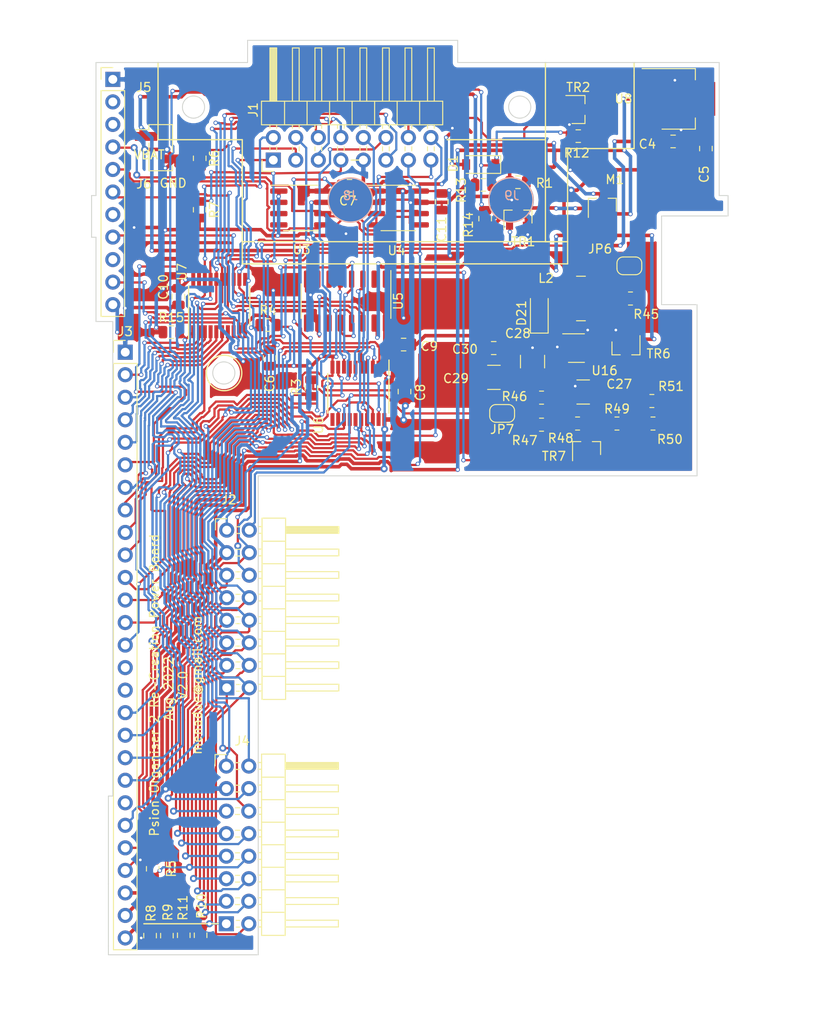
<source format=kicad_pcb>
(kicad_pcb (version 20171130) (host pcbnew 5.1.5+dfsg1-2build2)
  (layers (0 F.Cu signal) (31 B.Cu signal) (34 B.Paste user) (35 F.Paste user) (36 B.SilkS user) (37 F.SilkS user) (38 B.Mask user) (39 F.Mask user) (44 Edge.Cuts user))
  (net 0 "")
  (net 1 GND)
  (net 2 +3V3)
  (net 3 P_SS2)
  (net 4 P_SOE)
  (net 5 P_SCLK)
  (net 6 P_SMR)
  (net 7 P_SD6)
  (net 8 P_SD7)
  (net 9 P_SD4)
  (net 10 P_SD5)
  (net 11 P_SD2)
  (net 12 P_SD3)
  (net 13 P_SD0)
  (net 14 P_SD1)
  (net 15 VBAT)
  (net 16 SS3)
  (net 17 SS2)
  (net 18 SS1)
  (net 19 SMR)
  (net 20 SOE)
  (net 21 SCLK)
  (net 22 SD7)
  (net 23 SD6)
  (net 24 SD5)
  (net 25 SD4)
  (net 26 SD3)
  (net 27 SD2)
  (net 28 SD1)
  (net 29 SD0)
  (net 30 P_SS1)
  (net 31 LS_DIR)
  (net 32 VCC_SLOT)
  (net 33 5V)
  (net 34 5V_ON)
  (net 35 "Net-(M1-Pad1)")
  (net 36 P_SS3)
  (net 37 VBAT_SWITCHED2)
  (net 38 EX_ON)
  (net 39 SC_OE)
  (net 40 SD_OE)
  (net 41 LATCHOUT2)
  (net 42 QH_O)
  (net 43 SCLKOUT)
  (net 44 OLED_SDA)
  (net 45 OLED_SCL)
  (net 46 EXT_PWR_IN)
  (net 47 EX_ON_INV)
  (net 48 SPGM)
  (net 49 "Net-(R3-Pad1)")
  (net 50 P_SPGM)
  (net 51 BUZZER)
  (net 52 "Net-(C27-Pad1)")
  (net 53 "Net-(C28-Pad1)")
  (net 54 VPP_DRIVE)
  (net 55 "Net-(D21-Pad2)")
  (net 56 "Net-(R45-Pad2)")
  (net 57 "Net-(R46-Pad2)")
  (net 58 "Net-(R47-Pad2)")
  (net 59 "Net-(R48-Pad2)")
  (net 60 "Net-(R49-Pad2)")
  (net 61 "Net-(R50-Pad2)")
  (net 62 VPP_ON)
  (net 63 VPP_VOLT_SELECT)
  (module Package_TO_SOT_SMD:SOT-23-6 (layer F.Cu) (at 133.096 61.595)
    (fp_text reference U16 (at 3.175 2.54) (layer F.SilkS))
    (fp_text value Regulator_Switching_MT3608)
    (pad 5 smd rect (at 1.1 0) (size 1.06 0.65) (layers F.Cu F.Paste F.Mask) (net 52 "Net-(C27-Pad1)"))
    (pad 6 smd rect (at 1.1 -0.95) (size 1.06 0.65) (layers F.Cu F.Paste F.Mask))
    (pad 4 smd rect (at 1.1 0.95) (size 1.06 0.65) (layers F.Cu F.Paste F.Mask) (net 56 "Net-(R45-Pad2)"))
    (pad 3 smd rect (at -1.1 0.95) (size 1.06 0.65) (layers F.Cu F.Paste F.Mask) (net 57 "Net-(R46-Pad2)"))
    (pad 2 smd rect (at -1.1 0) (size 1.06 0.65) (layers F.Cu F.Paste F.Mask) (net 1 GND))
    (pad 1 smd rect (at -1.1 -0.95) (size 1.06 0.65) (layers F.Cu F.Paste F.Mask) (net 55 "Net-(D21-Pad2)"))
  )
  (module Package_TO_SOT_SMD:SOT-23 (layer F.Cu) (at 134.239 72.898 90)
    (fp_text reference TR7 (at -0.889 -3.683 180) (layer F.SilkS))
    (fp_text value Si2302CDS-n-ch)
    (pad 3 smd rect (at 1 0 90) (size 0.9 0.8) (layers F.Cu F.Paste F.Mask) (net 59 "Net-(R48-Pad2)"))
    (pad 2 smd rect (at -1 0.95 90) (size 0.9 0.8) (layers F.Cu F.Paste F.Mask) (net 1 GND))
    (pad 1 smd rect (at -1 -0.95 90) (size 0.9 0.8) (layers F.Cu F.Paste F.Mask) (net 63 VPP_VOLT_SELECT))
  )
  (module Package_TO_SOT_SMD:SOT-23 (layer F.Cu) (at 138.684 61.595 270)
    (fp_text reference TR6 (at 0.635 -3.683 180) (layer F.SilkS))
    (fp_text value Si2302CDS-n-ch)
    (pad 3 smd rect (at 1 0 270) (size 0.9 0.8) (layers F.Cu F.Paste F.Mask) (net 56 "Net-(R45-Pad2)"))
    (pad 2 smd rect (at -1 0.95 270) (size 0.9 0.8) (layers F.Cu F.Paste F.Mask) (net 1 GND))
    (pad 1 smd rect (at -1 -0.95 270) (size 0.9 0.8) (layers F.Cu F.Paste F.Mask) (net 62 VPP_ON))
  )
  (module Resistor_SMD:R_0805_2012Metric (layer F.Cu) (at 141.605 67.564 180)
    (fp_text reference R51 (at -2.159 1.651) (layer F.SilkS))
    (fp_text value 100R)
    (pad 2 smd roundrect (at 0.9125 0 180) (size 1.025 1.4) (layers F.Cu F.Paste F.Mask) (roundrect_rratio 0.243902) (net 1 GND))
    (pad 1 smd roundrect (at -0.9125 0 180) (size 1.025 1.4) (layers F.Cu F.Paste F.Mask) (roundrect_rratio 0.243902) (net 61 "Net-(R50-Pad2)"))
  )
  (module Resistor_SMD:R_0805_2012Metric (layer F.Cu) (at 141.732 70.104)
    (fp_text reference R50 (at 1.905 1.778) (layer F.SilkS))
    (fp_text value 1k2)
    (pad 2 smd roundrect (at 0.9125 0) (size 1.025 1.4) (layers F.Cu F.Paste F.Mask) (roundrect_rratio 0.243902) (net 61 "Net-(R50-Pad2)"))
    (pad 1 smd roundrect (at -0.9125 0) (size 1.025 1.4) (layers F.Cu F.Paste F.Mask) (roundrect_rratio 0.243902) (net 60 "Net-(R49-Pad2)"))
  )
  (module Resistor_SMD:R_0805_2012Metric (layer F.Cu) (at 137.668 70.104)
    (fp_text reference R49 (at 0 -1.65) (layer F.SilkS))
    (fp_text value 18k)
    (pad 2 smd roundrect (at 0.9125 0) (size 1.025 1.4) (layers F.Cu F.Paste F.Mask) (roundrect_rratio 0.243902) (net 60 "Net-(R49-Pad2)"))
    (pad 1 smd roundrect (at -0.9125 0) (size 1.025 1.4) (layers F.Cu F.Paste F.Mask) (roundrect_rratio 0.243902) (net 59 "Net-(R48-Pad2)"))
  )
  (module Resistor_SMD:R_0805_2012Metric (layer F.Cu) (at 133.223 70.104)
    (fp_text reference R48 (at -1.905 1.651) (layer F.SilkS))
    (fp_text value 100R)
    (pad 2 smd roundrect (at 0.9125 0) (size 1.025 1.4) (layers F.Cu F.Paste F.Mask) (roundrect_rratio 0.243902) (net 59 "Net-(R48-Pad2)"))
    (pad 1 smd roundrect (at -0.9125 0) (size 1.025 1.4) (layers F.Cu F.Paste F.Mask) (roundrect_rratio 0.243902) (net 58 "Net-(R47-Pad2)"))
  )
  (module Resistor_SMD:R_0805_2012Metric (layer F.Cu) (at 129.159 70.231)
    (fp_text reference R47 (at -1.905 1.778) (layer F.SilkS))
    (fp_text value 5k1)
    (pad 2 smd roundrect (at 0.9125 0) (size 1.025 1.4) (layers F.Cu F.Paste F.Mask) (roundrect_rratio 0.243902) (net 58 "Net-(R47-Pad2)"))
    (pad 1 smd roundrect (at -0.9125 0) (size 1.025 1.4) (layers F.Cu F.Paste F.Mask) (roundrect_rratio 0.243902) (net 57 "Net-(R46-Pad2)"))
  )
  (module Resistor_SMD:R_0805_2012Metric (layer F.Cu) (at 129.159 67.183)
    (fp_text reference R46 (at -3.048 -0.127) (layer F.SilkS))
    (fp_text value 180k)
    (pad 2 smd roundrect (at 0.9125 0) (size 1.025 1.4) (layers F.Cu F.Paste F.Mask) (roundrect_rratio 0.243902) (net 57 "Net-(R46-Pad2)"))
    (pad 1 smd roundrect (at -0.9125 0) (size 1.025 1.4) (layers F.Cu F.Paste F.Mask) (roundrect_rratio 0.243902) (net 53 "Net-(C28-Pad1)"))
  )
  (module Resistor_SMD:R_0805_2012Metric (layer F.Cu) (at 139.192 56.007)
    (fp_text reference R45 (at 1.778 1.778) (layer F.SilkS))
    (fp_text value 10k)
    (pad 2 smd roundrect (at 0.9125 0) (size 1.025 1.4) (layers F.Cu F.Paste F.Mask) (roundrect_rratio 0.243902) (net 56 "Net-(R45-Pad2)"))
    (pad 1 smd roundrect (at -0.9125 0) (size 1.025 1.4) (layers F.Cu F.Paste F.Mask) (roundrect_rratio 0.243902) (net 52 "Net-(C27-Pad1)"))
  )
  (module Inductor_SMD:L_Coilcraft_LPS5030 (layer F.Cu) (at 133.604 56.007 180)
    (fp_text reference L2 (at 3.937 2.286) (layer F.SilkS))
    (fp_text value 22uH)
    (pad 2 smd custom (at 2.2275 0 180) (size 1.055 3.4) (layers F.Cu F.Paste F.Mask) (net 55 "Net-(D21-Pad2)") (options (clearance outline) (anchor rect)) (primitives (gr_poly (pts (xy -1.4675 -1.7) (xy -0.5275 -0.8445) (xy -0.5275 0.8445) (xy -1.4675 1.7) (xy -1.4675 2.755) (xy -0.5275 2.755) (xy 0.5275 1.7) (xy 0.5275 -1.7) (xy -0.5275 -2.755) (xy -1.4675 -2.755)) (width 0))))
    (pad 1 smd custom (at -2.2275 0 180) (size 1.055 3.4) (layers F.Cu F.Paste F.Mask) (net 52 "Net-(C27-Pad1)") (options (clearance outline) (anchor rect)) (primitives (gr_poly (pts (xy 1.4675 -1.7) (xy 0.5275 -0.8445) (xy 0.5275 0.8445) (xy 1.4675 1.7) (xy 1.4675 2.755) (xy 0.5275 2.755) (xy -0.5275 1.7) (xy -0.5275 -1.7) (xy 0.5275 -2.755) (xy 1.4675 -2.755)) (width 0))))
  )
  (module Jumper:SolderJumper-2_P1.3mm_Open_RoundedPad1.0x1.5mm (layer F.Cu) (at 124.714 68.961 180)
    (fp_text reference JP7 (at 0 -1.8) (layer F.SilkS))
    (fp_text value SolderJumper_2_Open)
    (pad 2 smd custom (at 0.65 0 180) (size 1 0.5) (layers F.Cu F.Mask) (net 54 VPP_DRIVE) (options (clearance outline) (anchor rect)) (primitives (gr_circle (center 0 0.25) (end 0.5 0.25) (width 0)) (gr_circle (center 0 -0.25) (end 0.5 -0.25) (width 0)) (gr_poly (pts (xy 0 -0.75) (xy -0.5 -0.75) (xy -0.5 0.75) (xy 0 0.75)) (width 0))))
    (pad 1 smd custom (at -0.65 0 180) (size 1 0.5) (layers F.Cu F.Mask) (net 53 "Net-(C28-Pad1)") (options (clearance outline) (anchor rect)) (primitives (gr_circle (center 0 0.25) (end 0.5 0.25) (width 0)) (gr_circle (center 0 -0.25) (end 0.5 -0.25) (width 0)) (gr_poly (pts (xy 0 -0.75) (xy 0.5 -0.75) (xy 0.5 0.75) (xy 0 0.75)) (width 0))))
  )
  (module Jumper:SolderJumper-2_P1.3mm_Open_RoundedPad1.0x1.5mm (layer F.Cu) (at 139.065 52.324 180)
    (fp_text reference JP6 (at 3.302 1.905) (layer F.SilkS))
    (fp_text value Jumper_NO_Small)
    (pad 2 smd custom (at 0.65 0 180) (size 1 0.5) (layers F.Cu F.Mask) (net 52 "Net-(C27-Pad1)") (options (clearance outline) (anchor rect)) (primitives (gr_circle (center 0 0.25) (end 0.5 0.25) (width 0)) (gr_circle (center 0 -0.25) (end 0.5 -0.25) (width 0)) (gr_poly (pts (xy 0 -0.75) (xy -0.5 -0.75) (xy -0.5 0.75) (xy 0 0.75)) (width 0))))
    (pad 1 smd custom (at -0.65 0 180) (size 1 0.5) (layers F.Cu F.Mask) (net 2 +3V3) (options (clearance outline) (anchor rect)) (primitives (gr_circle (center 0 0.25) (end 0.5 0.25) (width 0)) (gr_circle (center 0 -0.25) (end 0.5 -0.25) (width 0)) (gr_poly (pts (xy 0 -0.75) (xy 0.5 -0.75) (xy 0.5 0.75) (xy 0 0.75)) (width 0))))
  )
  (module Diode_SMD:D_SOD-123 (layer F.Cu) (at 128.905 57.658 90)
    (fp_text reference D21 (at 0 -2 90) (layer F.SilkS))
    (fp_text value SS36)
    (pad 2 smd rect (at 1.65 0 90) (size 0.9 1.2) (layers F.Cu F.Paste F.Mask) (net 55 "Net-(D21-Pad2)"))
    (pad 1 smd rect (at -1.65 0 90) (size 0.9 1.2) (layers F.Cu F.Paste F.Mask) (net 53 "Net-(C28-Pad1)"))
  )
  (module Capacitor_SMD:C_0805_2012Metric (layer F.Cu) (at 123.764 61.595)
    (fp_text reference C30 (at -3.241 0.127) (layer F.SilkS))
    (fp_text value 100nF)
    (pad 2 smd roundrect (at 0.95 0) (size 1 1.45) (layers F.Cu F.Paste F.Mask) (net 1 GND))
    (pad 1 smd roundrect (at -0.95 0) (size 1 1.45) (layers F.Cu F.Paste F.Mask) (net 54 VPP_DRIVE))
  )
  (module Capacitor_SMD:C_1210_3225Metric_Pad1.33x2.70mm_HandSolder (layer F.Cu) (at 123.7865 64.897)
    (fp_text reference C29 (at -4.2795 0.127) (layer F.SilkS))
    (fp_text value 10uF)
    (pad 2 smd roundrect (at 1.5625 0) (size 1.325 2.7) (layers F.Cu F.Paste F.Mask) (roundrect_rratio 0.188679) (net 1 GND))
    (pad 1 smd roundrect (at -1.5625 0) (size 1.325 2.7) (layers F.Cu F.Paste F.Mask) (roundrect_rratio 0.188679) (net 54 VPP_DRIVE))
  )
  (module Capacitor_SMD:C_1210_3225Metric_Pad1.33x2.70mm_HandSolder (layer F.Cu) (at 128.143 63.119 90)
    (fp_text reference C28 (at 3.175 -1.651 180) (layer F.SilkS))
    (fp_text value 22uF)
    (pad 2 smd roundrect (at 1.5625 0 90) (size 1.325 2.7) (layers F.Cu F.Paste F.Mask) (roundrect_rratio 0.188679) (net 1 GND))
    (pad 1 smd roundrect (at -1.5625 0 90) (size 1.325 2.7) (layers F.Cu F.Paste F.Mask) (roundrect_rratio 0.188679) (net 53 "Net-(C28-Pad1)"))
  )
  (module Capacitor_SMD:C_1210_3225Metric_Pad1.33x2.70mm_HandSolder (layer F.Cu) (at 133.858 66.548 180)
    (fp_text reference C27 (at -4.064 0.889) (layer F.SilkS))
    (fp_text value 22uF)
    (pad 2 smd roundrect (at 1.5625 0 180) (size 1.325 2.7) (layers F.Cu F.Paste F.Mask) (roundrect_rratio 0.188679) (net 1 GND))
    (pad 1 smd roundrect (at -1.5625 0 180) (size 1.325 2.7) (layers F.Cu F.Paste F.Mask) (roundrect_rratio 0.188679) (net 52 "Net-(C27-Pad1)"))
  )
  (module Connector_PinHeader_2.54mm:PinHeader_1x27_P2.54mm_Vertical (layer F.Cu) (at 82.2 62.06)
    (fp_text reference J3 (at 0 -2.33) (layer F.SilkS))
    (fp_text value Conn_01x27_Female)
    (pad 27 thru_hole oval (at 0 66.04) (size 1.7 1.7) (drill 1) (layers *.Cu *.Mask) (net 2 +3V3))
    (pad 26 thru_hole oval (at 0 63.5) (size 1.7 1.7) (drill 1) (layers *.Cu *.Mask) (net 15 VBAT))
    (pad 25 thru_hole oval (at 0 60.96) (size 1.7 1.7) (drill 1) (layers *.Cu *.Mask) (net 33 5V))
    (pad 24 thru_hole oval (at 0 58.42) (size 1.7 1.7) (drill 1) (layers *.Cu *.Mask) (net 34 5V_ON))
    (pad 23 thru_hole oval (at 0 55.88) (size 1.7 1.7) (drill 1) (layers *.Cu *.Mask) (net 37 VBAT_SWITCHED2))
    (pad 22 thru_hole oval (at 0 53.34) (size 1.7 1.7) (drill 1) (layers *.Cu *.Mask) (net 47 EX_ON_INV))
    (pad 21 thru_hole oval (at 0 50.8) (size 1.7 1.7) (drill 1) (layers *.Cu *.Mask))
    (pad 20 thru_hole oval (at 0 48.26) (size 1.7 1.7) (drill 1) (layers *.Cu *.Mask) (net 46 EXT_PWR_IN))
    (pad 19 thru_hole oval (at 0 45.72) (size 1.7 1.7) (drill 1) (layers *.Cu *.Mask) (net 39 SC_OE))
    (pad 18 thru_hole oval (at 0 43.18) (size 1.7 1.7) (drill 1) (layers *.Cu *.Mask) (net 40 SD_OE))
    (pad 17 thru_hole oval (at 0 40.64) (size 1.7 1.7) (drill 1) (layers *.Cu *.Mask) (net 31 LS_DIR))
    (pad 16 thru_hole oval (at 0 38.1) (size 1.7 1.7) (drill 1) (layers *.Cu *.Mask))
    (pad 15 thru_hole oval (at 0 35.56) (size 1.7 1.7) (drill 1) (layers *.Cu *.Mask))
    (pad 14 thru_hole oval (at 0 33.02) (size 1.7 1.7) (drill 1) (layers *.Cu *.Mask) (net 51 BUZZER))
    (pad 13 thru_hole oval (at 0 30.48) (size 1.7 1.7) (drill 1) (layers *.Cu *.Mask) (net 19 SMR))
    (pad 12 thru_hole oval (at 0 27.94) (size 1.7 1.7) (drill 1) (layers *.Cu *.Mask) (net 20 SOE))
    (pad 11 thru_hole oval (at 0 25.4) (size 1.7 1.7) (drill 1) (layers *.Cu *.Mask) (net 21 SCLK))
    (pad 10 thru_hole oval (at 0 22.86) (size 1.7 1.7) (drill 1) (layers *.Cu *.Mask) (net 48 SPGM))
    (pad 9 thru_hole oval (at 0 20.32) (size 1.7 1.7) (drill 1) (layers *.Cu *.Mask) (net 22 SD7))
    (pad 8 thru_hole oval (at 0 17.78) (size 1.7 1.7) (drill 1) (layers *.Cu *.Mask) (net 23 SD6))
    (pad 7 thru_hole oval (at 0 15.24) (size 1.7 1.7) (drill 1) (layers *.Cu *.Mask) (net 24 SD5))
    (pad 6 thru_hole oval (at 0 12.7) (size 1.7 1.7) (drill 1) (layers *.Cu *.Mask) (net 25 SD4))
    (pad 5 thru_hole oval (at 0 10.16) (size 1.7 1.7) (drill 1) (layers *.Cu *.Mask) (net 26 SD3))
    (pad 4 thru_hole oval (at 0 7.62) (size 1.7 1.7) (drill 1) (layers *.Cu *.Mask) (net 27 SD2))
    (pad 3 thru_hole oval (at 0 5.08) (size 1.7 1.7) (drill 1) (layers *.Cu *.Mask) (net 28 SD1))
    (pad 2 thru_hole oval (at 0 2.54) (size 1.7 1.7) (drill 1) (layers *.Cu *.Mask) (net 29 SD0))
    (pad 1 thru_hole rect (at 0 0) (size 1.7 1.7) (drill 1) (layers *.Cu *.Mask) (net 1 GND))
  )
  (module ajm_kicad:psion_beeper_pad (layer B.Cu) (at 125.8 44.9)
    (fp_text reference J9 (at 0 -0.5) (layer B.SilkS) (effects (justify mirror)))
    (fp_text value Conn_01x01_Female)
    (pad 1 smd circle (at 0 0) (size 5 5) (layers B.Cu B.Paste B.Mask) (net 1 GND))
  )
  (module ajm_kicad:psion_beeper_pad (layer B.Cu) (at 107.6 44.9)
    (fp_text reference J8 (at 0 -0.5) (layer B.SilkS) (effects (justify mirror)))
    (fp_text value Conn_01x01_Female)
    (pad 1 smd circle (at 0 0) (size 5 5) (layers B.Cu B.Paste B.Mask) (net 51 BUZZER))
  )
  (module Package_TO_SOT_SMD:SOT-223-3_TabPin2 (layer F.Cu) (at 144.6 33.5)
    (fp_text reference U8 (at -6.2 0) (layer F.SilkS))
    (fp_text value AMS1117-5.0)
    (pad 1 smd rect (at -3.15 -2.3) (size 2 1.5) (layers F.Cu F.Paste F.Mask) (net 1 GND))
    (pad 3 smd rect (at -3.15 2.3) (size 2 1.5) (layers F.Cu F.Paste F.Mask) (net 37 VBAT_SWITCHED2))
    (pad 2 smd rect (at -3.15 0) (size 2 1.5) (layers F.Cu F.Paste F.Mask) (net 33 5V))
    (pad 2 smd rect (at 3.15 0) (size 2 3.8) (layers F.Cu F.Paste F.Mask) (net 33 5V))
  )
  (module Package_TO_SOT_SMD:SOT-23 (layer F.Cu) (at 133.3 34.7)
    (fp_text reference TR2 (at 0 -2.5) (layer F.SilkS))
    (fp_text value Si2302CDS-n-ch)
    (pad 3 smd rect (at 1 0) (size 0.9 0.8) (layers F.Cu F.Paste F.Mask) (net 47 EX_ON_INV))
    (pad 2 smd rect (at -1 0.95) (size 0.9 0.8) (layers F.Cu F.Paste F.Mask) (net 1 GND))
    (pad 1 smd rect (at -1 -0.95) (size 0.9 0.8) (layers F.Cu F.Paste F.Mask) (net 38 EX_ON))
  )
  (module Resistor_SMD:R_0805_2012Metric (layer F.Cu) (at 122.8 47 270)
    (fp_text reference R14 (at 0.7 1.9 90) (layer F.SilkS))
    (fp_text value 10k)
    (pad 2 smd roundrect (at 0.9375 0 270) (size 0.975 1.4) (layers F.Cu F.Paste F.Mask) (net 1 GND))
    (pad 1 smd roundrect (at -0.9375 0 270) (size 0.975 1.4) (layers F.Cu F.Paste F.Mask) (net 47 EX_ON_INV))
  )
  (module Resistor_SMD:R_0805_2012Metric (layer F.Cu) (at 122.6 43.2)
    (fp_text reference R13 (at -2.5 0.6 90) (layer F.SilkS))
    (fp_text value 10k)
    (pad 2 smd roundrect (at 0.9375 0) (size 0.975 1.4) (layers F.Cu F.Paste F.Mask) (net 47 EX_ON_INV))
    (pad 1 smd roundrect (at -0.9375 0) (size 0.975 1.4) (layers F.Cu F.Paste F.Mask) (net 15 VBAT))
  )
  (module Resistor_SMD:R_0805_2012Metric (layer F.Cu) (at 133.3 37.7)
    (fp_text reference R12 (at -0.175 1.9) (layer F.SilkS))
    (fp_text value 100k)
    (pad 2 smd roundrect (at 0.9375 0) (size 0.975 1.4) (layers F.Cu F.Paste F.Mask) (net 38 EX_ON))
    (pad 1 smd roundrect (at -0.9375 0) (size 0.975 1.4) (layers F.Cu F.Paste F.Mask) (net 47 EX_ON_INV))
  )
  (module Resistor_SMD:R_0805_2012Metric (layer F.Cu) (at 88.8 127.8 270)
    (fp_text reference R11 (at -3.1 0.1 90) (layer F.SilkS))
    (fp_text value 100k)
    (pad 2 smd roundrect (at 0.9375 0 270) (size 0.975 1.4) (layers F.Cu F.Paste F.Mask) (net 1 GND))
    (pad 1 smd roundrect (at -0.9375 0 270) (size 0.975 1.4) (layers F.Cu F.Paste F.Mask) (net 13 P_SD0))
  )
  (module Resistor_SMD:R_0805_2012Metric (layer F.Cu) (at 90.7 127.8 270)
    (fp_text reference R10 (at -3.3 -0.1 90) (layer F.SilkS))
    (fp_text value 100k)
    (pad 2 smd roundrect (at 0.9375 0 270) (size 0.975 1.4) (layers F.Cu F.Paste F.Mask) (net 1 GND))
    (pad 1 smd roundrect (at -0.9375 0 270) (size 0.975 1.4) (layers F.Cu F.Paste F.Mask) (net 14 P_SD1))
  )
  (module Resistor_SMD:R_0805_2012Metric (layer F.Cu) (at 86.9 127.8375 270)
    (fp_text reference R9 (at -2.6375 -0.1 90) (layer F.SilkS))
    (fp_text value 100k)
    (pad 2 smd roundrect (at 0.9375 0 270) (size 0.975 1.4) (layers F.Cu F.Paste F.Mask) (net 1 GND))
    (pad 1 smd roundrect (at -0.9375 0 270) (size 0.975 1.4) (layers F.Cu F.Paste F.Mask) (net 11 P_SD2))
  )
  (module Resistor_SMD:R_0805_2012Metric (layer F.Cu) (at 85 127.8375 270)
    (fp_text reference R8 (at -2.5375 -0.1 90) (layer F.SilkS))
    (fp_text value 100k)
    (pad 2 smd roundrect (at 0.9375 0 270) (size 0.975 1.4) (layers F.Cu F.Paste F.Mask) (net 1 GND))
    (pad 1 smd roundrect (at -0.9375 0 270) (size 0.975 1.4) (layers F.Cu F.Paste F.Mask) (net 12 P_SD3))
  )
  (module Resistor_SMD:R_0805_2012Metric (layer F.Cu) (at 90.6 46 270)
    (fp_text reference R7 (at 0 -1.65 90) (layer F.SilkS))
    (fp_text value 100k)
    (pad 2 smd roundrect (at 0.9375 0 270) (size 0.975 1.4) (layers F.Cu F.Paste F.Mask) (net 1 GND))
    (pad 1 smd roundrect (at -0.9375 0 270) (size 0.975 1.4) (layers F.Cu F.Paste F.Mask) (net 9 P_SD4))
  )
  (module Resistor_SMD:R_0805_2012Metric (layer F.Cu) (at 90.6 40.2 270)
    (fp_text reference R6 (at 0 -1.65 90) (layer F.SilkS))
    (fp_text value 100k)
    (pad 2 smd roundrect (at 0.9375 0 270) (size 0.975 1.4) (layers F.Cu F.Paste F.Mask) (net 1 GND))
    (pad 1 smd roundrect (at -0.9375 0 270) (size 0.975 1.4) (layers F.Cu F.Paste F.Mask) (net 10 P_SD5))
  )
  (module Resistor_SMD:R_0805_2012Metric (layer F.Cu) (at 85.3 120.3 90)
    (fp_text reference R5 (at 0 2.1 90) (layer F.SilkS))
    (fp_text value 100k)
    (pad 2 smd roundrect (at 0.9375 0 90) (size 0.975 1.4) (layers F.Cu F.Paste F.Mask) (net 1 GND))
    (pad 1 smd roundrect (at -0.9375 0 90) (size 0.975 1.4) (layers F.Cu F.Paste F.Mask) (net 7 P_SD6))
  )
  (module Resistor_SMD:R_0805_2012Metric (layer F.Cu) (at 98.3 59)
    (fp_text reference R4 (at 0 -1.65) (layer F.SilkS))
    (fp_text value 100k)
    (pad 2 smd roundrect (at 0.9375 0) (size 0.975 1.4) (layers F.Cu F.Paste F.Mask) (net 1 GND))
    (pad 1 smd roundrect (at -0.9375 0) (size 0.975 1.4) (layers F.Cu F.Paste F.Mask) (net 8 P_SD7))
  )
  (module Resistor_SMD:R_0805_2012Metric (layer F.Cu) (at 103.2 66.1 270)
    (fp_text reference R3 (at -0.1 1.7 90) (layer F.SilkS))
    (fp_text value 100k)
    (pad 2 smd roundrect (at 0.9375 0 270) (size 0.975 1.4) (layers F.Cu F.Paste F.Mask) (net 1 GND))
    (pad 1 smd roundrect (at -0.9375 0 270) (size 0.975 1.4) (layers F.Cu F.Paste F.Mask) (net 49 "Net-(R3-Pad1)"))
  )
  (module Diode_SMD:D_SOD-123 (layer F.Cu) (at 122.3 40.9 180)
    (fp_text reference D1 (at 3.1 0.1 90) (layer F.SilkS))
    (fp_text value 3V0)
    (pad 2 smd rect (at 1.65 0 180) (size 0.9 1.2) (layers F.Cu F.Paste F.Mask) (net 1 GND))
    (pad 1 smd rect (at -1.65 0 180) (size 0.9 1.2) (layers F.Cu F.Paste F.Mask) (net 47 EX_ON_INV))
  )
  (module Capacitor_SMD:C_0805_2012Metric (layer F.Cu) (at 117.9 45.1 270)
    (fp_text reference C11 (at 3.1 0 90) (layer F.SilkS))
    (fp_text value 100n)
    (pad 2 smd roundrect (at 0.9375 0 270) (size 0.975 1.4) (layers F.Cu F.Paste F.Mask) (net 1 GND))
    (pad 1 smd roundrect (at -0.9375 0 270) (size 0.975 1.4) (layers F.Cu F.Paste F.Mask) (net 2 +3V3))
  )
  (module Capacitor_SMD:C_0805_2012Metric (layer F.Cu) (at 88.2 55.8 270)
    (fp_text reference C10 (at -1.1 1.7 90) (layer F.SilkS))
    (fp_text value 100n)
    (pad 2 smd roundrect (at 0.9375 0 270) (size 0.975 1.4) (layers F.Cu F.Paste F.Mask) (net 1 GND))
    (pad 1 smd roundrect (at -0.9375 0 270) (size 0.975 1.4) (layers F.Cu F.Paste F.Mask) (net 2 +3V3))
  )
  (module Capacitor_SMD:C_0805_2012Metric (layer F.Cu) (at 113.6 61.2)
    (fp_text reference C9 (at 2.9 0.2) (layer F.SilkS))
    (fp_text value 100n)
    (pad 2 smd roundrect (at 0.9375 0) (size 0.975 1.4) (layers F.Cu F.Paste F.Mask) (net 1 GND))
    (pad 1 smd roundrect (at -0.9375 0) (size 0.975 1.4) (layers F.Cu F.Paste F.Mask) (net 2 +3V3))
  )
  (module Capacitor_SMD:C_0805_2012Metric (layer F.Cu) (at 147.7 39.1 270)
    (fp_text reference C5 (at 2.9 0.2 90) (layer F.SilkS))
    (fp_text value 100nF)
    (pad 2 smd roundrect (at 0.9375 0 270) (size 0.975 1.4) (layers F.Cu F.Paste F.Mask) (net 1 GND))
    (pad 1 smd roundrect (at -0.9375 0 270) (size 0.975 1.4) (layers F.Cu F.Paste F.Mask) (net 33 5V))
  )
  (module Capacitor_SMD:C_0805_2012Metric (layer F.Cu) (at 144 38.3)
    (fp_text reference C4 (at -2.9 0.3) (layer F.SilkS))
    (fp_text value 100nF)
    (pad 2 smd roundrect (at 0.9375 0) (size 0.975 1.4) (layers F.Cu F.Paste F.Mask) (net 1 GND))
    (pad 1 smd roundrect (at -0.9375 0) (size 0.975 1.4) (layers F.Cu F.Paste F.Mask) (net 37 VBAT_SWITCHED2))
  )
  (module Package_SO:TSSOP-20_4.4x6.5mm_P0.65mm (layer F.Cu) (at 92.8 56.8 90)
    (fp_text reference U7 (at 3.8 -4.2 90) (layer F.SilkS))
    (fp_text value 74LS245)
    (pad 20 smd rect (at 2.95 -2.925 90) (size 1.45 0.45) (layers F.Cu F.Paste F.Mask) (net 2 +3V3))
    (pad 19 smd rect (at 2.95 -2.275 90) (size 1.45 0.45) (layers F.Cu F.Paste F.Mask) (net 39 SC_OE))
    (pad 18 smd rect (at 2.95 -1.625 90) (size 1.45 0.45) (layers F.Cu F.Paste F.Mask) (net 13 P_SD0))
    (pad 17 smd rect (at 2.95 -0.975 90) (size 1.45 0.45) (layers F.Cu F.Paste F.Mask) (net 14 P_SD1))
    (pad 16 smd rect (at 2.95 -0.325 90) (size 1.45 0.45) (layers F.Cu F.Paste F.Mask) (net 11 P_SD2))
    (pad 15 smd rect (at 2.95 0.325 90) (size 1.45 0.45) (layers F.Cu F.Paste F.Mask) (net 12 P_SD3))
    (pad 14 smd rect (at 2.95 0.975 90) (size 1.45 0.45) (layers F.Cu F.Paste F.Mask) (net 9 P_SD4))
    (pad 13 smd rect (at 2.95 1.625 90) (size 1.45 0.45) (layers F.Cu F.Paste F.Mask) (net 10 P_SD5))
    (pad 12 smd rect (at 2.95 2.275 90) (size 1.45 0.45) (layers F.Cu F.Paste F.Mask) (net 7 P_SD6))
    (pad 11 smd rect (at 2.95 2.925 90) (size 1.45 0.45) (layers F.Cu F.Paste F.Mask) (net 8 P_SD7))
    (pad 10 smd rect (at -2.95 2.925 90) (size 1.45 0.45) (layers F.Cu F.Paste F.Mask) (net 1 GND))
    (pad 9 smd rect (at -2.95 2.275 90) (size 1.45 0.45) (layers F.Cu F.Paste F.Mask) (net 22 SD7))
    (pad 8 smd rect (at -2.95 1.625 90) (size 1.45 0.45) (layers F.Cu F.Paste F.Mask) (net 23 SD6))
    (pad 7 smd rect (at -2.95 0.975 90) (size 1.45 0.45) (layers F.Cu F.Paste F.Mask) (net 24 SD5))
    (pad 6 smd rect (at -2.95 0.325 90) (size 1.45 0.45) (layers F.Cu F.Paste F.Mask) (net 25 SD4))
    (pad 5 smd rect (at -2.95 -0.325 90) (size 1.45 0.45) (layers F.Cu F.Paste F.Mask) (net 26 SD3))
    (pad 4 smd rect (at -2.95 -0.975 90) (size 1.45 0.45) (layers F.Cu F.Paste F.Mask) (net 27 SD2))
    (pad 3 smd rect (at -2.95 -1.625 90) (size 1.45 0.45) (layers F.Cu F.Paste F.Mask) (net 28 SD1))
    (pad 2 smd rect (at -2.95 -2.275 90) (size 1.45 0.45) (layers F.Cu F.Paste F.Mask) (net 29 SD0))
    (pad 1 smd rect (at -2.95 -2.925 90) (size 1.45 0.45) (layers F.Cu F.Paste F.Mask) (net 31 LS_DIR))
  )
  (module Capacitor_SMD:C_0805_2012Metric (layer F.Cu) (at 107.5 43.3)
    (fp_text reference C7 (at -0.2 1.7) (layer F.SilkS))
    (fp_text value 100n)
    (pad 2 smd roundrect (at 0.9375 0) (size 0.975 1.4) (layers F.Cu F.Paste F.Mask) (net 1 GND))
    (pad 1 smd roundrect (at -0.9375 0) (size 0.975 1.4) (layers F.Cu F.Paste F.Mask) (net 2 +3V3))
  )
  (module Package_SO:TSSOP-20_4.4x6.5mm_P0.65mm (layer F.Cu) (at 108.5 66.7 270)
    (fp_text reference U6 (at 3.6 4.5 90) (layer F.SilkS))
    (fp_text value 74LS245)
    (pad 20 smd rect (at 2.95 -2.925 270) (size 1.45 0.45) (layers F.Cu F.Paste F.Mask) (net 2 +3V3))
    (pad 19 smd rect (at 2.95 -2.275 270) (size 1.45 0.45) (layers F.Cu F.Paste F.Mask) (net 40 SD_OE))
    (pad 18 smd rect (at 2.95 -1.625 270) (size 1.45 0.45) (layers F.Cu F.Paste F.Mask) (net 50 P_SPGM))
    (pad 17 smd rect (at 2.95 -0.975 270) (size 1.45 0.45) (layers F.Cu F.Paste F.Mask) (net 4 P_SOE))
    (pad 16 smd rect (at 2.95 -0.325 270) (size 1.45 0.45) (layers F.Cu F.Paste F.Mask) (net 6 P_SMR))
    (pad 15 smd rect (at 2.95 0.325 270) (size 1.45 0.45) (layers F.Cu F.Paste F.Mask) (net 5 P_SCLK))
    (pad 14 smd rect (at 2.95 0.975 270) (size 1.45 0.45) (layers F.Cu F.Paste F.Mask) (net 30 P_SS1))
    (pad 13 smd rect (at 2.95 1.625 270) (size 1.45 0.45) (layers F.Cu F.Paste F.Mask) (net 3 P_SS2))
    (pad 12 smd rect (at 2.95 2.275 270) (size 1.45 0.45) (layers F.Cu F.Paste F.Mask) (net 36 P_SS3))
    (pad 11 smd rect (at 2.95 2.925 270) (size 1.45 0.45) (layers F.Cu F.Paste F.Mask))
    (pad 10 smd rect (at -2.95 2.925 270) (size 1.45 0.45) (layers F.Cu F.Paste F.Mask) (net 1 GND))
    (pad 9 smd rect (at -2.95 2.275 270) (size 1.45 0.45) (layers F.Cu F.Paste F.Mask) (net 49 "Net-(R3-Pad1)"))
    (pad 8 smd rect (at -2.95 1.625 270) (size 1.45 0.45) (layers F.Cu F.Paste F.Mask) (net 16 SS3))
    (pad 7 smd rect (at -2.95 0.975 270) (size 1.45 0.45) (layers F.Cu F.Paste F.Mask) (net 17 SS2))
    (pad 6 smd rect (at -2.95 0.325 270) (size 1.45 0.45) (layers F.Cu F.Paste F.Mask) (net 18 SS1))
    (pad 5 smd rect (at -2.95 -0.325 270) (size 1.45 0.45) (layers F.Cu F.Paste F.Mask) (net 21 SCLK))
    (pad 4 smd rect (at -2.95 -0.975 270) (size 1.45 0.45) (layers F.Cu F.Paste F.Mask) (net 19 SMR))
    (pad 3 smd rect (at -2.95 -1.625 270) (size 1.45 0.45) (layers F.Cu F.Paste F.Mask) (net 20 SOE))
    (pad 2 smd rect (at -2.95 -2.275 270) (size 1.45 0.45) (layers F.Cu F.Paste F.Mask) (net 48 SPGM))
    (pad 1 smd rect (at -2.95 -2.925 270) (size 1.45 0.45) (layers F.Cu F.Paste F.Mask) (net 2 +3V3))
  )
  (module Package_TO_SOT_SMD:SOT-23 (layer F.Cu) (at 136.017 45.466 90)
    (fp_text reference M1 (at 2.875 1.4 180) (layer F.SilkS))
    (fp_text value P-CHANNEL-MOSFET)
    (pad 3 smd rect (at 1 0 90) (size 0.9 0.8) (layers F.Cu F.Paste F.Mask) (net 32 VCC_SLOT))
    (pad 2 smd rect (at -1 0.95 90) (size 0.9 0.8) (layers F.Cu F.Paste F.Mask) (net 33 5V))
    (pad 1 smd rect (at -1 -0.95 90) (size 0.9 0.8) (layers F.Cu F.Paste F.Mask) (net 35 "Net-(M1-Pad1)"))
  )
  (module Package_TO_SOT_SMD:SOT-23 (layer F.Cu) (at 126.5 46.8 90)
    (fp_text reference TR1 (at -2.8 0.6 180) (layer F.SilkS))
    (fp_text value Si2302CDS-n-channel)
    (pad 3 smd rect (at 1 0 90) (size 0.9 0.8) (layers F.Cu F.Paste F.Mask) (net 35 "Net-(M1-Pad1)"))
    (pad 2 smd rect (at -1 0.95 90) (size 0.9 0.8) (layers F.Cu F.Paste F.Mask) (net 1 GND))
    (pad 1 smd rect (at -1 -0.95 90) (size 0.9 0.8) (layers F.Cu F.Paste F.Mask) (net 34 5V_ON))
  )
  (module Resistor_SMD:R_0805_2012Metric (layer F.Cu) (at 126.5 42.9 180)
    (fp_text reference R1 (at -3 -0.1) (layer F.SilkS))
    (fp_text value 10k)
    (pad 2 smd roundrect (at 0.9375 0 180) (size 0.975 1.4) (layers F.Cu F.Paste F.Mask) (net 35 "Net-(M1-Pad1)"))
    (pad 1 smd roundrect (at -0.9375 0 180) (size 0.975 1.4) (layers F.Cu F.Paste F.Mask) (net 33 5V))
  )
  (module Connector_PinHeader_2.54mm:PinHeader_1x02_P2.54mm_Vertical_SMD_Pin1Left (layer F.Cu) (at 86.2 39)
    (fp_text reference J6 (at -1.9 4.1) (layer F.SilkS))
    (fp_text value Conn_01x02_Female)
    (pad 2 smd rect (at 1.655 1.27) (size 2.51 1) (layers F.Cu F.Paste F.Mask) (net 1 GND))
    (pad 1 smd rect (at -1.655 -1.27) (size 2.51 1) (layers F.Cu F.Paste F.Mask) (net 15 VBAT))
  )
  (module Connector_PinHeader_2.54mm:PinHeader_2x08_P2.54mm_Horizontal (layer F.Cu) (at 98.9 40.4 90)
    (fp_text reference J1 (at 5.655 -2.27 90) (layer F.SilkS))
    (fp_text value Conn_02x08_Odd_Even)
    (pad 16 thru_hole oval (at 2.54 17.78 90) (size 1.7 1.7) (drill 1) (layers *.Cu *.Mask) (net 6 P_SMR))
    (pad 15 thru_hole oval (at 0 17.78 90) (size 1.7 1.7) (drill 1) (layers *.Cu *.Mask) (net 4 P_SOE))
    (pad 14 thru_hole oval (at 2.54 15.24 90) (size 1.7 1.7) (drill 1) (layers *.Cu *.Mask) (net 38 EX_ON))
    (pad 13 thru_hole oval (at 0 15.24 90) (size 1.7 1.7) (drill 1) (layers *.Cu *.Mask) (net 32 VCC_SLOT))
    (pad 12 thru_hole oval (at 2.54 12.7 90) (size 1.7 1.7) (drill 1) (layers *.Cu *.Mask) (net 36 P_SS3))
    (pad 11 thru_hole oval (at 0 12.7 90) (size 1.7 1.7) (drill 1) (layers *.Cu *.Mask) (net 46 EXT_PWR_IN))
    (pad 10 thru_hole oval (at 2.54 10.16 90) (size 1.7 1.7) (drill 1) (layers *.Cu *.Mask) (net 5 P_SCLK))
    (pad 9 thru_hole oval (at 0 10.16 90) (size 1.7 1.7) (drill 1) (layers *.Cu *.Mask) (net 1 GND))
    (pad 8 thru_hole oval (at 2.54 7.62 90) (size 1.7 1.7) (drill 1) (layers *.Cu *.Mask) (net 12 P_SD3))
    (pad 7 thru_hole oval (at 0 7.62 90) (size 1.7 1.7) (drill 1) (layers *.Cu *.Mask) (net 9 P_SD4))
    (pad 6 thru_hole oval (at 2.54 5.08 90) (size 1.7 1.7) (drill 1) (layers *.Cu *.Mask) (net 11 P_SD2))
    (pad 5 thru_hole oval (at 0 5.08 90) (size 1.7 1.7) (drill 1) (layers *.Cu *.Mask) (net 10 P_SD5))
    (pad 4 thru_hole oval (at 2.54 2.54 90) (size 1.7 1.7) (drill 1) (layers *.Cu *.Mask) (net 14 P_SD1))
    (pad 3 thru_hole oval (at 0 2.54 90) (size 1.7 1.7) (drill 1) (layers *.Cu *.Mask) (net 7 P_SD6))
    (pad 2 thru_hole oval (at 2.54 0 90) (size 1.7 1.7) (drill 1) (layers *.Cu *.Mask) (net 13 P_SD0))
    (pad 1 thru_hole rect (at 0 0 90) (size 1.7 1.7) (drill 1) (layers *.Cu *.Mask) (net 8 P_SD7))
  )
  (module ajm_kicad:PinHeader_2x08_P2.54mm_Horizontal_psionSide (layer F.Cu) (at 93.6 108.7)
    (fp_text reference J4 (at 1.8 -2.8) (layer F.SilkS))
    (fp_text value Conn_02x08_Odd_Even)
    (pad 16 thru_hole oval (at 2.54 0.02 180) (size 1.7 1.7) (drill 1) (layers *.Cu *.Mask) (net 54 VPP_DRIVE))
    (pad 15 thru_hole oval (at 0 0.02 180) (size 1.7 1.7) (drill 1) (layers *.Cu *.Mask) (net 32 VCC_SLOT))
    (pad 14 thru_hole oval (at 2.54 2.56 180) (size 1.7 1.7) (drill 1) (layers *.Cu *.Mask) (net 50 P_SPGM))
    (pad 13 thru_hole oval (at 0 2.56 180) (size 1.7 1.7) (drill 1) (layers *.Cu *.Mask) (net 1 GND))
    (pad 12 thru_hole oval (at 2.54 5.1 180) (size 1.7 1.7) (drill 1) (layers *.Cu *.Mask) (net 30 P_SS1))
    (pad 11 thru_hole oval (at 0 5.1 180) (size 1.7 1.7) (drill 1) (layers *.Cu *.Mask) (net 4 P_SOE))
    (pad 10 thru_hole oval (at 2.54 7.64 180) (size 1.7 1.7) (drill 1) (layers *.Cu *.Mask) (net 5 P_SCLK))
    (pad 9 thru_hole oval (at 0 7.64 180) (size 1.7 1.7) (drill 1) (layers *.Cu *.Mask) (net 6 P_SMR))
    (pad 8 thru_hole oval (at 2.54 10.18 180) (size 1.7 1.7) (drill 1) (layers *.Cu *.Mask) (net 7 P_SD6))
    (pad 7 thru_hole oval (at 0 10.18 180) (size 1.7 1.7) (drill 1) (layers *.Cu *.Mask) (net 8 P_SD7))
    (pad 6 thru_hole oval (at 2.54 12.72 180) (size 1.7 1.7) (drill 1) (layers *.Cu *.Mask) (net 9 P_SD4))
    (pad 5 thru_hole oval (at 0 12.72 180) (size 1.7 1.7) (drill 1) (layers *.Cu *.Mask) (net 10 P_SD5))
    (pad 4 thru_hole oval (at 2.54 15.26 180) (size 1.7 1.7) (drill 1) (layers *.Cu *.Mask) (net 11 P_SD2))
    (pad 3 thru_hole oval (at 0 15.26 180) (size 1.7 1.7) (drill 1) (layers *.Cu *.Mask) (net 12 P_SD3))
    (pad 2 thru_hole oval (at 2.54 17.8 180) (size 1.7 1.7) (drill 1) (layers *.Cu *.Mask) (net 13 P_SD0))
    (pad 1 thru_hole rect (at 0 17.8 180) (size 1.7 1.7) (drill 1) (layers *.Cu *.Mask) (net 14 P_SD1))
  )
  (module ajm_kicad:PinHeader_2x08_P2.54mm_Horizontal_psionSide (layer F.Cu) (at 93.65 82.1)
    (fp_text reference J2 (at 0.25 -3.4) (layer F.SilkS))
    (fp_text value Conn_02x08_Odd_Even)
    (pad 16 thru_hole oval (at 2.54 0.02 180) (size 1.7 1.7) (drill 1) (layers *.Cu *.Mask) (net 54 VPP_DRIVE))
    (pad 15 thru_hole oval (at 0 0.02 180) (size 1.7 1.7) (drill 1) (layers *.Cu *.Mask) (net 32 VCC_SLOT))
    (pad 14 thru_hole oval (at 2.54 2.56 180) (size 1.7 1.7) (drill 1) (layers *.Cu *.Mask) (net 50 P_SPGM))
    (pad 13 thru_hole oval (at 0 2.56 180) (size 1.7 1.7) (drill 1) (layers *.Cu *.Mask) (net 1 GND))
    (pad 12 thru_hole oval (at 2.54 5.1 180) (size 1.7 1.7) (drill 1) (layers *.Cu *.Mask) (net 3 P_SS2))
    (pad 11 thru_hole oval (at 0 5.1 180) (size 1.7 1.7) (drill 1) (layers *.Cu *.Mask) (net 4 P_SOE))
    (pad 10 thru_hole oval (at 2.54 7.64 180) (size 1.7 1.7) (drill 1) (layers *.Cu *.Mask) (net 5 P_SCLK))
    (pad 9 thru_hole oval (at 0 7.64 180) (size 1.7 1.7) (drill 1) (layers *.Cu *.Mask) (net 6 P_SMR))
    (pad 8 thru_hole oval (at 2.54 10.18 180) (size 1.7 1.7) (drill 1) (layers *.Cu *.Mask) (net 7 P_SD6))
    (pad 7 thru_hole oval (at 0 10.18 180) (size 1.7 1.7) (drill 1) (layers *.Cu *.Mask) (net 8 P_SD7))
    (pad 6 thru_hole oval (at 2.54 12.72 180) (size 1.7 1.7) (drill 1) (layers *.Cu *.Mask) (net 9 P_SD4))
    (pad 5 thru_hole oval (at 0 12.72 180) (size 1.7 1.7) (drill 1) (layers *.Cu *.Mask) (net 10 P_SD5))
    (pad 4 thru_hole oval (at 2.54 15.26 180) (size 1.7 1.7) (drill 1) (layers *.Cu *.Mask) (net 11 P_SD2))
    (pad 3 thru_hole oval (at 0 15.26 180) (size 1.7 1.7) (drill 1) (layers *.Cu *.Mask) (net 12 P_SD3))
    (pad 2 thru_hole oval (at 2.54 17.8 180) (size 1.7 1.7) (drill 1) (layers *.Cu *.Mask) (net 13 P_SD0))
    (pad 1 thru_hole rect (at 0 17.8 180) (size 1.7 1.7) (drill 1) (layers *.Cu *.Mask) (net 14 P_SD1))
  )
  (module Package_SO:SOIC-8_3.9x4.9mm_P1.27mm (layer F.Cu) (at 113 45.8)
    (fp_text reference U4 (at -0.2 4.8) (layer F.SilkS))
    (fp_text value CAT24C256)
    (pad 8 smd roundrect (at 2.475 -1.905) (size 1.95 0.6) (layers F.Cu F.Paste F.Mask) (net 2 +3V3))
    (pad 7 smd roundrect (at 2.475 -0.635) (size 1.95 0.6) (layers F.Cu F.Paste F.Mask) (net 1 GND))
    (pad 6 smd roundrect (at 2.475 0.635) (size 1.95 0.6) (layers F.Cu F.Paste F.Mask) (net 45 OLED_SCL))
    (pad 5 smd roundrect (at 2.475 1.905) (size 1.95 0.6) (layers F.Cu F.Paste F.Mask) (net 44 OLED_SDA))
    (pad 4 smd roundrect (at -2.475 1.905) (size 1.95 0.6) (layers F.Cu F.Paste F.Mask) (net 1 GND))
    (pad 3 smd roundrect (at -2.475 0.635) (size 1.95 0.6) (layers F.Cu F.Paste F.Mask) (net 1 GND))
    (pad 2 smd roundrect (at -2.475 -0.635) (size 1.95 0.6) (layers F.Cu F.Paste F.Mask) (net 1 GND))
    (pad 1 smd roundrect (at -2.475 -1.905) (size 1.95 0.6) (layers F.Cu F.Paste F.Mask) (net 2 +3V3))
  )
  (module Package_SO:SOIC-8_3.9x4.9mm_P1.27mm (layer F.Cu) (at 102 45.8)
    (fp_text reference U3 (at 0.1 4.7) (layer F.SilkS))
    (fp_text value CAT24C256)
    (pad 8 smd roundrect (at 2.475 -1.905) (size 1.95 0.6) (layers F.Cu F.Paste F.Mask) (net 2 +3V3))
    (pad 7 smd roundrect (at 2.475 -0.635) (size 1.95 0.6) (layers F.Cu F.Paste F.Mask) (net 1 GND))
    (pad 6 smd roundrect (at 2.475 0.635) (size 1.95 0.6) (layers F.Cu F.Paste F.Mask) (net 45 OLED_SCL))
    (pad 5 smd roundrect (at 2.475 1.905) (size 1.95 0.6) (layers F.Cu F.Paste F.Mask) (net 44 OLED_SDA))
    (pad 4 smd roundrect (at -2.475 1.905) (size 1.95 0.6) (layers F.Cu F.Paste F.Mask) (net 1 GND))
    (pad 3 smd roundrect (at -2.475 0.635) (size 1.95 0.6) (layers F.Cu F.Paste F.Mask) (net 1 GND))
    (pad 2 smd roundrect (at -2.475 -0.635) (size 1.95 0.6) (layers F.Cu F.Paste F.Mask) (net 1 GND))
    (pad 1 smd roundrect (at -2.475 -1.905) (size 1.95 0.6) (layers F.Cu F.Paste F.Mask) (net 1 GND))
  )
  (module Package_SO:SOIC-16_3.9x9.9mm_P1.27mm (layer F.Cu) (at 107.1 56.3 270)
    (fp_text reference U5 (at 0 -5.9 90) (layer F.SilkS))
    (fp_text value 74HC595)
    (pad 16 smd roundrect (at 2.475 -4.445 270) (size 1.95 0.6) (layers F.Cu F.Paste F.Mask) (net 2 +3V3))
    (pad 15 smd roundrect (at 2.475 -3.175 270) (size 1.95 0.6) (layers F.Cu F.Paste F.Mask) (net 62 VPP_ON))
    (pad 14 smd roundrect (at 2.475 -1.905 270) (size 1.95 0.6) (layers F.Cu F.Paste F.Mask) (net 42 QH_O))
    (pad 13 smd roundrect (at 2.475 -0.635 270) (size 1.95 0.6) (layers F.Cu F.Paste F.Mask) (net 1 GND))
    (pad 12 smd roundrect (at 2.475 0.635 270) (size 1.95 0.6) (layers F.Cu F.Paste F.Mask) (net 41 LATCHOUT2))
    (pad 11 smd roundrect (at 2.475 1.905 270) (size 1.95 0.6) (layers F.Cu F.Paste F.Mask) (net 43 SCLKOUT))
    (pad 10 smd roundrect (at 2.475 3.175 270) (size 1.95 0.6) (layers F.Cu F.Paste F.Mask) (net 2 +3V3))
    (pad 9 smd roundrect (at 2.475 4.445 270) (size 1.95 0.6) (layers F.Cu F.Paste F.Mask))
    (pad 8 smd roundrect (at -2.475 4.445 270) (size 1.95 0.6) (layers F.Cu F.Paste F.Mask) (net 1 GND))
    (pad 7 smd roundrect (at -2.475 3.175 270) (size 1.95 0.6) (layers F.Cu F.Paste F.Mask))
    (pad 6 smd roundrect (at -2.475 1.905 270) (size 1.95 0.6) (layers F.Cu F.Paste F.Mask))
    (pad 5 smd roundrect (at -2.475 0.635 270) (size 1.95 0.6) (layers F.Cu F.Paste F.Mask) (net 16 SS3))
    (pad 4 smd roundrect (at -2.475 -0.635 270) (size 1.95 0.6) (layers F.Cu F.Paste F.Mask) (net 17 SS2))
    (pad 3 smd roundrect (at -2.475 -1.905 270) (size 1.95 0.6) (layers F.Cu F.Paste F.Mask) (net 18 SS1))
    (pad 2 smd roundrect (at -2.475 -3.175 270) (size 1.95 0.6) (layers F.Cu F.Paste F.Mask))
    (pad 1 smd roundrect (at -2.475 -4.445 270) (size 1.95 0.6) (layers F.Cu F.Paste F.Mask) (net 63 VPP_VOLT_SELECT))
  )
  (module Connector_PinHeader_2.54mm:PinHeader_1x11_P2.54mm_Vertical (layer F.Cu) (at 80.8 31.3)
    (fp_text reference J5 (at 3.5 0.9) (layer F.SilkS))
    (fp_text value Conn_01x11_Female)
    (pad 11 thru_hole oval (at 0 25.4) (size 1.7 1.7) (drill 1) (layers *.Cu *.Mask) (net 2 +3V3))
    (pad 10 thru_hole oval (at 0 22.86) (size 1.7 1.7) (drill 1) (layers *.Cu *.Mask) (net 41 LATCHOUT2))
    (pad 9 thru_hole oval (at 0 20.32) (size 1.7 1.7) (drill 1) (layers *.Cu *.Mask))
    (pad 8 thru_hole oval (at 0 17.78) (size 1.7 1.7) (drill 1) (layers *.Cu *.Mask) (net 42 QH_O))
    (pad 7 thru_hole oval (at 0 15.24) (size 1.7 1.7) (drill 1) (layers *.Cu *.Mask))
    (pad 6 thru_hole oval (at 0 12.7) (size 1.7 1.7) (drill 1) (layers *.Cu *.Mask) (net 43 SCLKOUT))
    (pad 5 thru_hole oval (at 0 10.16) (size 1.7 1.7) (drill 1) (layers *.Cu *.Mask) (net 44 OLED_SDA))
    (pad 4 thru_hole oval (at 0 7.62) (size 1.7 1.7) (drill 1) (layers *.Cu *.Mask) (net 45 OLED_SCL))
    (pad 3 thru_hole oval (at 0 5.08) (size 1.7 1.7) (drill 1) (layers *.Cu *.Mask))
    (pad 2 thru_hole oval (at 0 2.54) (size 1.7 1.7) (drill 1) (layers *.Cu *.Mask))
    (pad 1 thru_hole rect (at 0 0) (size 1.7 1.7) (drill 1) (layers *.Cu *.Mask) (net 1 GND))
  )
  (module Resistor_SMD:R_0805_2012Metric (layer F.Cu) (at 87.4 59.8)
    (fp_text reference R15 (at 0 -1.65) (layer F.SilkS))
    (fp_text value 100k)
    (pad 2 smd roundrect (at 0.9375 0) (size 0.975 1.4) (layers F.Cu F.Paste F.Mask) (net 31 LS_DIR))
    (pad 1 smd roundrect (at -0.9375 0) (size 0.975 1.4) (layers F.Cu F.Paste F.Mask) (net 2 +3V3))
  )
  (module Capacitor_SMD:C_0805_2012Metric (layer F.Cu) (at 113.7 66.5 90)
    (fp_text reference C8 (at -0.1 1.8 90) (layer F.SilkS))
    (fp_text value 100n)
    (pad 2 smd roundrect (at 0.9375 0 90) (size 0.975 1.4) (layers F.Cu F.Paste F.Mask) (net 1 GND))
    (pad 1 smd roundrect (at -0.9375 0 90) (size 0.975 1.4) (layers F.Cu F.Paste F.Mask) (net 2 +3V3))
  )
  (module Capacitor_SMD:C_0805_2012Metric (layer F.Cu) (at 98.5 62.7 270)
    (fp_text reference C6 (at 2.9 0 90) (layer F.SilkS))
    (fp_text value 100n)
    (pad 2 smd roundrect (at 0.9375 0 270) (size 0.975 1.4) (layers F.Cu F.Paste F.Mask) (net 1 GND))
    (pad 1 smd roundrect (at -0.9375 0 270) (size 0.975 1.4) (layers F.Cu F.Paste F.Mask) (net 2 +3V3))
  )
  (gr_line (start 129.6 38.1) (end 118.5 38.1) (layer F.SilkS) (width 0.15))
  (gr_circle (center 89.9 34.425) (end 91.15 34.425) (layer Edge.Cuts) (width 0.1))
  (gr_circle (center 126.7 34.425) (end 127.95 34.425) (layer Edge.Cuts) (width 0.1))
  (gr_circle (center 93.32 64.4) (end 94.57 64.4) (layer Edge.Cuts) (width 0.1))
  (gr_circle (center 107.6 44.9) (end 110.1 44.9) (layer B.SilkS) (width 0.15))
  (gr_circle (center 125.7 44.9) (end 125.7 47.4) (layer B.SilkS) (width 0.15))
  (gr_circle (center 93.35 64.4) (end 95.35 64.4) (layer F.SilkS) (width 0.15))
  (gr_text "Psion Organiser 2 Re-Creation Power Board\nAug 2022 \nV2.0\nmenadue@gmail.com\n" (at 87.9 99.6 90) (layer F.SilkS) (effects (font (size 1 1))))
  (gr_text GND (at 87.6 43) (layer F.SilkS) (effects (font (size 1 1))))
  (gr_text VBAT (at 84.9 39.8) (layer F.SilkS) (effects (font (size 1 1))))
  (gr_line (start 107.7 40.4) (end 109.5 40.4) (layer F.SilkS) (width 0.15))
  (gr_line (start 129.6 49.6) (end 129.6 29.4) (layer F.SilkS) (width 0.15))
  (gr_line (start 132.1 49.6) (end 129.6 49.6) (layer F.SilkS) (width 0.15))
  (gr_line (start 95.4 49.6) (end 132.1 49.6) (layer F.SilkS) (width 0.15))
  (gr_line (start 95.4 38.1) (end 95.4 52.1) (layer F.SilkS) (width 0.15))
  (gr_line (start 95.4 38.1) (end 92.9 38.1) (layer F.SilkS) (width 0.15))
  (gr_line (start 139.6 30.9) (end 139.6 29.4) (layer F.SilkS) (width 0.15))
  (gr_line (start 139.6 39.1) (end 139.6 30.9) (layer F.SilkS) (width 0.15))
  (gr_line (start 132.1 39.1) (end 139.6 39.1) (layer F.SilkS) (width 0.15))
  (gr_line (start 132.1 52.1) (end 132.1 39.1) (layer F.SilkS) (width 0.15))
  (gr_line (start 95.4 52.1) (end 132.1 52.1) (layer F.SilkS) (width 0.15))
  (gr_line (start 85.9 38.1) (end 92.9 38.1) (layer F.SilkS) (width 0.15))
  (gr_line (start 85.9 29.4) (end 85.9 38.1) (layer F.SilkS) (width 0.15))
  (gr_line (start 95.9 29.4) (end 96 29.4) (layer Edge.Cuts) (width 0.1))
  (gr_line (start 84.3 126.5) (end 92.7 126.5) (layer F.SilkS) (width 0.15))
  (gr_line (start 80.3 130) (end 97.2 130) (layer Edge.Cuts) (width 0.1))
  (gr_line (start 80.3 129) (end 80.3 130) (layer Edge.Cuts) (width 0.1))
  (gr_line (start 80.3 122) (end 80.3 129) (layer Edge.Cuts) (width 0.1))
  (gr_line (start 80.3 112.1) (end 80.3 122) (layer Edge.Cuts) (width 0.1))
  (gr_line (start 80.8 112.1) (end 80.3 112.1) (layer Edge.Cuts) (width 0.1))
  (gr_line (start 80.8 58.6) (end 80.8 112.1) (layer Edge.Cuts) (width 0.1))
  (gr_line (start 78.9 58.6) (end 80.8 58.6) (layer Edge.Cuts) (width 0.1))
  (gr_line (start 78.9 49.1) (end 78.9 58.6) (layer Edge.Cuts) (width 0.1))
  (gr_line (start 78.4 49.1) (end 78.9 49.1) (layer Edge.Cuts) (width 0.1))
  (gr_line (start 78.4 44.4) (end 78.4 49.1) (layer Edge.Cuts) (width 0.1))
  (gr_line (start 78.9 44.4) (end 78.4 44.4) (layer Edge.Cuts) (width 0.1))
  (gr_line (start 78.9 29.4) (end 78.9 44.4) (layer Edge.Cuts) (width 0.1))
  (gr_line (start 95.9 29.4) (end 78.9 29.4) (layer Edge.Cuts) (width 0.1))
  (gr_line (start 96 26.9) (end 96 29.4) (layer Edge.Cuts) (width 0.1))
  (gr_line (start 119.7 26.9) (end 96 26.9) (layer Edge.Cuts) (width 0.1))
  (gr_line (start 119.7 29.4) (end 119.7 26.9) (layer Edge.Cuts) (width 0.1))
  (gr_line (start 149.2 29.4) (end 119.7 29.4) (layer Edge.Cuts) (width 0.1))
  (gr_line (start 149.2 44.4) (end 149.2 29.4) (layer Edge.Cuts) (width 0.1))
  (gr_line (start 150.2 44.4) (end 149.2 44.4) (layer Edge.Cuts) (width 0.1))
  (gr_line (start 150.2 46.7) (end 150.2 44.4) (layer Edge.Cuts) (width 0.1))
  (gr_line (start 142.7 46.7) (end 150.2 46.7) (layer Edge.Cuts) (width 0.1))
  (gr_line (start 142.7 56.7) (end 142.7 46.7) (layer Edge.Cuts) (width 0.1))
  (gr_line (start 146.7 56.7) (end 142.7 56.7) (layer Edge.Cuts) (width 0.1))
  (gr_line (start 146.7 76) (end 146.7 56.7) (layer Edge.Cuts) (width 0.1))
  (gr_line (start 97.2 76) (end 146.7 76) (layer Edge.Cuts) (width 0.1))
  (gr_line (start 97.2 130) (end 97.2 76) (layer Edge.Cuts) (width 0.1))
  (segment (start 93.65 84.66) (end 91.9 86.41) (width 0.4) (layer F.Cu) (net 1))
  (segment (start 91.9 86.41) (end 91.9 88.3) (width 0.4) (layer F.Cu) (net 1))
  (segment (start 91.9 88.321114) (end 91.499979 88.721135) (width 0.4) (layer F.Cu) (net 1))
  (segment (start 91.9 88.3) (end 91.9 88.321114) (width 0.4) (layer F.Cu) (net 1))
  (segment (start 91.499979 89.874725) (end 90.474952 90.899752) (width 0.4) (layer F.Cu) (net 1))
  (segment (start 91.499979 88.721135) (end 91.499979 89.874725) (width 0.4) (layer F.Cu) (net 1))
  (segment (start 90.474952 90.899752) (end 90.474952 92.3) (width 0.4) (layer F.Cu) (net 1))
  (segment (start 90.474952 92.33152) (end 89.699939 93.106533) (width 0.4) (layer F.Cu) (net 1))
  (segment (start 90.474952 92.3) (end 90.474952 92.33152) (width 0.4) (layer F.Cu) (net 1))
  (segment (start 89.699939 93.106533) (end 89.699939 94.325533) (width 0.4) (layer F.Cu) (net 1))
  (segment (start 89.699939 94.325533) (end 88.79992 95.225552) (width 0.4) (layer F.Cu) (net 1))
  (segment (start 88.79992 95.994912) (end 87.899899 96.894933) (width 0.4) (layer F.Cu) (net 1))
  (segment (start 88.79992 95.225552) (end 88.79992 95.994912) (width 0.4) (layer F.Cu) (net 1))
  (segment (start 87.899899 96.894933) (end 87.899899 99.2) (width 0.4) (layer F.Cu) (net 1))
  (segment (start 87.899899 99.2) (end 87.899899 100.400101) (width 0.4) (layer F.Cu) (net 1))
  (segment (start 87.4 100.9) (end 87.4 100.947014) (width 0.4) (layer F.Cu) (net 1))
  (segment (start 87.899899 100.400101) (end 87.4 100.9) (width 0.4) (layer F.Cu) (net 1))
  (segment (start 87.4 100.947014) (end 86.949879 101.397135) (width 0.4) (layer F.Cu) (net 1))
  (segment (start 86.949879 101.397135) (end 86.949879 102.6) (width 0.4) (layer F.Cu) (net 1))
  (segment (start 86.949879 102.6) (end 86.949879 107.989185) (width 0.4) (layer F.Cu) (net 1))
  (segment (start 86.949879 107.989185) (end 86.949879 109.682534) (width 0.4) (layer F.Cu) (net 1))
  (via (at 86.749889 111.3) (size 0.8) (drill 0.4) (layers F.Cu B.Cu) (net 1))
  (segment (start 86.949879 111.10001) (end 86.749889 111.3) (width 0.4) (layer F.Cu) (net 1))
  (segment (start 86.949879 109.682534) (end 86.949879 111.10001) (width 0.4) (layer F.Cu) (net 1))
  (segment (start 93.56 111.3) (end 93.6 111.26) (width 0.4) (layer B.Cu) (net 1))
  (segment (start 86.749889 111.3) (end 93.56 111.3) (width 0.4) (layer B.Cu) (net 1))
  (via (at 132.5 43.8) (size 0.8) (drill 0.4) (layers F.Cu B.Cu) (net 1))
  (segment (start 133.1625 43.8) (end 133.5 43.4625) (width 0.4) (layer F.Cu) (net 1))
  (segment (start 132.5 43.8) (end 133.1625 43.8) (width 0.4) (layer F.Cu) (net 1))
  (segment (start 135.4625 41.5) (end 135.95 41.5) (width 0.4) (layer F.Cu) (net 1))
  (segment (start 133.5 43.4625) (end 135.4625 41.5) (width 0.4) (layer F.Cu) (net 1))
  (segment (start 144.5625 41.5) (end 135.95 41.5) (width 0.4) (layer F.Cu) (net 1))
  (segment (start 145.3 40.7625) (end 144.5625 41.5) (width 0.4) (layer F.Cu) (net 1))
  (segment (start 99.525 45.165) (end 99.525 46.435) (width 0.25) (layer F.Cu) (net 1))
  (segment (start 99.525 46.435) (end 99.525 47.705) (width 0.25) (layer F.Cu) (net 1))
  (segment (start 110.525 45.165) (end 110.525 46.435) (width 0.25) (layer F.Cu) (net 1))
  (segment (start 110.525 46.435) (end 110.525 47.705) (width 0.25) (layer F.Cu) (net 1))
  (segment (start 115.475 45.165) (end 117.4275 45.165) (width 0.25) (layer F.Cu) (net 1))
  (segment (start 110.825 44.865) (end 110.525 45.165) (width 0.25) (layer F.Cu) (net 1))
  (segment (start 115.175 44.865) (end 110.825 44.865) (width 0.25) (layer F.Cu) (net 1))
  (segment (start 115.475 45.165) (end 115.175 44.865) (width 0.25) (layer F.Cu) (net 1))
  (segment (start 80.8 31.3) (end 86 31.3) (width 0.4) (layer B.Cu) (net 1))
  (segment (start 86.9 32.2) (end 86.9 39.2) (width 0.4) (layer B.Cu) (net 1))
  (via (at 86.9 39.2) (size 0.8) (drill 0.4) (layers F.Cu B.Cu) (net 1))
  (segment (start 86 31.3) (end 86.9 32.2) (width 0.4) (layer B.Cu) (net 1))
  (segment (start 86.9 39.315) (end 87.855 40.27) (width 0.4) (layer F.Cu) (net 1))
  (segment (start 86.9 39.2) (end 86.9 39.315) (width 0.4) (layer F.Cu) (net 1))
  (segment (start 86.334315 39.2) (end 86.9 39.2) (width 0.4) (layer F.Cu) (net 1))
  (segment (start 86.115998 39.2) (end 86.334315 39.2) (width 0.4) (layer F.Cu) (net 1))
  (via (at 84.4 39.2) (size 0.8) (drill 0.4) (layers F.Cu B.Cu) (net 1))
  (segment (start 84.3 39.3) (end 84.4 39.2) (width 0.4) (layer B.Cu) (net 1))
  (segment (start 84.4 39.2) (end 86.9 39.2) (width 0.4) (layer F.Cu) (net 1))
  (segment (start 93.65 84.450001) (end 93.65 84.66) (width 0.4) (layer B.Cu) (net 1))
  (segment (start 105.775002 62.574998) (end 106 62.574998) (width 0.25) (layer F.Cu) (net 1))
  (via (at 106 62.574998) (size 0.5) (drill 0.3) (layers F.Cu B.Cu) (net 1))
  (segment (start 105.575 62.775) (end 105.775002 62.574998) (width 0.25) (layer F.Cu) (net 1))
  (segment (start 105.575 63.75) (end 105.575 62.775) (width 0.25) (layer F.Cu) (net 1))
  (via (at 105.9 57.4) (size 0.5) (drill 0.3) (layers F.Cu B.Cu) (net 1))
  (segment (start 106 57.5) (end 105.9 57.4) (width 0.25) (layer B.Cu) (net 1))
  (segment (start 106 62.574998) (end 106 57.5) (width 0.25) (layer B.Cu) (net 1))
  (segment (start 106.253553 57.4) (end 106.353553 57.3) (width 0.25) (layer F.Cu) (net 1))
  (segment (start 105.9 57.4) (end 106.253553 57.4) (width 0.25) (layer F.Cu) (net 1))
  (segment (start 107.735 57.8) (end 107.735 58.775) (width 0.25) (layer F.Cu) (net 1))
  (segment (start 107.235 57.3) (end 107.735 57.8) (width 0.25) (layer F.Cu) (net 1))
  (segment (start 106.353553 57.3) (end 107.235 57.3) (width 0.25) (layer F.Cu) (net 1))
  (via (at 99.5 44.5) (size 0.5) (drill 0.3) (layers F.Cu B.Cu) (net 1))
  (segment (start 99.525 44.475) (end 99.5 44.5) (width 0.4) (layer F.Cu) (net 1))
  (segment (start 99.525 43.895) (end 99.525 44.475) (width 0.4) (layer F.Cu) (net 1))
  (segment (start 99.5 44.5) (end 99.525 45.165) (width 0.25) (layer F.Cu) (net 1))
  (via (at 99.4 48.92499) (size 0.5) (drill 0.3) (layers F.Cu B.Cu) (net 1))
  (segment (start 99.5 48.82499) (end 99.4 48.92499) (width 0.4) (layer B.Cu) (net 1))
  (segment (start 99.5 44.5) (end 99.5 48.82499) (width 0.4) (layer B.Cu) (net 1))
  (segment (start 98.168468 48.92499) (end 97.493477 48.249999) (width 0.4) (layer F.Cu) (net 1))
  (segment (start 99.4 48.92499) (end 98.168468 48.92499) (width 0.4) (layer F.Cu) (net 1))
  (via (at 86.7 48.3) (size 0.5) (drill 0.3) (layers F.Cu B.Cu) (net 1))
  (segment (start 86.750001 48.249999) (end 86.7 48.3) (width 0.4) (layer F.Cu) (net 1))
  (via (at 86.7 41.3) (size 0.5) (drill 0.3) (layers F.Cu B.Cu) (net 1))
  (segment (start 86.7 48.3) (end 86.7 41.3) (width 0.4) (layer B.Cu) (net 1))
  (segment (start 86.825 41.3) (end 87.855 40.27) (width 0.4) (layer F.Cu) (net 1))
  (segment (start 86.7 41.3) (end 86.825 41.3) (width 0.4) (layer F.Cu) (net 1))
  (via (at 103.1 55.6) (size 0.5) (drill 0.3) (layers F.Cu B.Cu) (net 1))
  (segment (start 102.655 55.155) (end 103.1 55.6) (width 0.4) (layer F.Cu) (net 1))
  (segment (start 102.655 53.825) (end 102.655 55.155) (width 0.4) (layer F.Cu) (net 1))
  (via (at 104.3 62.52501) (size 0.5) (drill 0.3) (layers F.Cu B.Cu) (net 1))
  (segment (start 104.750001 62.075009) (end 104.3 62.52501) (width 0.4) (layer B.Cu) (net 1))
  (segment (start 104.750001 55.512979) (end 104.750001 62.075009) (width 0.4) (layer B.Cu) (net 1))
  (segment (start 104.412001 55.174979) (end 104.750001 55.512979) (width 0.4) (layer B.Cu) (net 1))
  (segment (start 103.525021 55.174979) (end 104.412001 55.174979) (width 0.4) (layer B.Cu) (net 1))
  (segment (start 103.1 55.6) (end 103.525021 55.174979) (width 0.4) (layer B.Cu) (net 1))
  (segment (start 105.950012 62.52501) (end 106 62.574998) (width 0.4) (layer F.Cu) (net 1))
  (segment (start 104.3 62.52501) (end 105.950012 62.52501) (width 0.4) (layer F.Cu) (net 1))
  (via (at 103.4 48.9) (size 0.5) (drill 0.3) (layers F.Cu B.Cu) (net 1))
  (segment (start 103.224999 48.724999) (end 103.4 48.9) (width 0.4) (layer F.Cu) (net 1))
  (segment (start 101.887989 48.724999) (end 103.224999 48.724999) (width 0.4) (layer F.Cu) (net 1))
  (segment (start 101.687998 48.92499) (end 101.887989 48.724999) (width 0.4) (layer F.Cu) (net 1))
  (segment (start 99.4 48.92499) (end 101.687998 48.92499) (width 0.4) (layer F.Cu) (net 1))
  (segment (start 103.349999 55.350001) (end 103.1 55.6) (width 0.4) (layer B.Cu) (net 1))
  (segment (start 103.911784 54.788216) (end 103.349999 55.350001) (width 0.4) (layer B.Cu) (net 1))
  (segment (start 103.911784 49.765337) (end 103.911784 54.788216) (width 0.4) (layer B.Cu) (net 1))
  (segment (start 103.4 49.253553) (end 103.911784 49.765337) (width 0.4) (layer B.Cu) (net 1))
  (segment (start 103.4 48.9) (end 103.4 49.253553) (width 0.4) (layer B.Cu) (net 1))
  (via (at 107.1 48.7) (size 0.5) (drill 0.3) (layers F.Cu B.Cu) (net 1))
  (segment (start 106.9 48.9) (end 107.1 48.7) (width 0.4) (layer F.Cu) (net 1))
  (segment (start 103.4 48.9) (end 106.9 48.9) (width 0.4) (layer F.Cu) (net 1))
  (segment (start 98.5 63.6375) (end 98.1375 63.6375) (width 0.4) (layer F.Cu) (net 1))
  (via (at 103.00001 63.6) (size 0.5) (drill 0.3) (layers F.Cu B.Cu) (net 1))
  (segment (start 103.200001 63.799991) (end 103.00001 63.6) (width 0.4) (layer B.Cu) (net 1))
  (segment (start 98.5375 63.6) (end 98.5 63.6375) (width 0.4) (layer F.Cu) (net 1))
  (segment (start 103.22501 63.6) (end 104.3 62.52501) (width 0.4) (layer F.Cu) (net 1))
  (segment (start 103.00001 63.6) (end 103.22501 63.6) (width 0.4) (layer F.Cu) (net 1))
  (via (at 83.2 48) (size 0.5) (drill 0.3) (layers F.Cu B.Cu) (net 1))
  (segment (start 82.2 49) (end 83.2 48) (width 0.4) (layer B.Cu) (net 1))
  (segment (start 86.4 48) (end 86.7 48.3) (width 0.4) (layer F.Cu) (net 1))
  (segment (start 83.2 48) (end 86.4 48) (width 0.4) (layer F.Cu) (net 1))
  (segment (start 107.1 45.1) (end 110.525 45.165) (width 0.4) (layer F.Cu) (net 1))
  (segment (start 104.475 45.165) (end 107.1 45.1) (width 0.4) (layer F.Cu) (net 1))
  (segment (start 131.7 44.6) (end 131.7 47.8) (width 0.4) (layer F.Cu) (net 1))
  (segment (start 132.5 43.8) (end 131.7 44.6) (width 0.4) (layer F.Cu) (net 1))
  (segment (start 127.45 47.8) (end 131.7 47.8) (width 0.4) (layer F.Cu) (net 1))
  (segment (start 93.65 84.35) (end 93.65 84.66) (width 0.4) (layer B.Cu) (net 1))
  (segment (start 92.1 82.8) (end 93.65 84.35) (width 0.4) (layer B.Cu) (net 1))
  (segment (start 92.1 81.5) (end 92.1 82.8) (width 0.4) (layer B.Cu) (net 1))
  (via (at 84 128.1) (size 0.5) (drill 0.3) (layers F.Cu B.Cu) (net 1))
  (segment (start 84.325 128.1) (end 85 128.775) (width 0.4) (layer F.Cu) (net 1))
  (segment (start 84 128.1) (end 84.325 128.1) (width 0.4) (layer F.Cu) (net 1))
  (segment (start 85 128.775) (end 87 128.775) (width 0.4) (layer F.Cu) (net 1))
  (segment (start 87.0375 128.7375) (end 87 128.775) (width 0.4) (layer F.Cu) (net 1))
  (segment (start 89 128.7375) (end 87.0375 128.7375) (width 0.4) (layer F.Cu) (net 1))
  (via (at 100.850001 59.3) (size 0.5) (drill 0.3) (layers F.Cu B.Cu) (net 1))
  (segment (start 100.750001 59.2) (end 100.850001 59.3) (width 0.25) (layer F.Cu) (net 1))
  (segment (start 99.2375 59.2) (end 100.750001 59.2) (width 0.25) (layer F.Cu) (net 1))
  (via (at 101.2 63.6) (size 0.5) (drill 0.3) (layers F.Cu B.Cu) (net 1))
  (segment (start 101.25001 63.54999) (end 101.2 63.6) (width 0.25) (layer B.Cu) (net 1))
  (segment (start 101.25001 59.700009) (end 101.25001 63.54999) (width 0.25) (layer B.Cu) (net 1))
  (segment (start 100.850001 59.3) (end 101.25001 59.700009) (width 0.25) (layer B.Cu) (net 1))
  (segment (start 101.2 63.6) (end 98.5375 63.6) (width 0.4) (layer F.Cu) (net 1))
  (segment (start 103.00001 63.6) (end 101.2 63.6) (width 0.4) (layer F.Cu) (net 1))
  (segment (start 90.6 47.425) (end 90.6 48.2) (width 0.25) (layer F.Cu) (net 1))
  (segment (start 90.6 46.9375) (end 90.6 47.425) (width 0.25) (layer F.Cu) (net 1))
  (segment (start 90.6 48.2) (end 86.750001 48.249999) (width 0.4) (layer F.Cu) (net 1))
  (segment (start 97.493477 48.249999) (end 90.6 48.2) (width 0.4) (layer F.Cu) (net 1))
  (segment (start 87.855 41.02) (end 87.855 40.27) (width 0.25) (layer F.Cu) (net 1))
  (segment (start 87.9725 41.1375) (end 87.855 41.02) (width 0.25) (layer F.Cu) (net 1))
  (segment (start 90.6 41.1375) (end 87.9725 41.1375) (width 0.25) (layer F.Cu) (net 1))
  (segment (start 88.8 128.7375) (end 90.7 128.7375) (width 0.25) (layer F.Cu) (net 1))
  (segment (start 104.903623 66.354625) (end 112.907875 66.354625) (width 0.25) (layer F.Cu) (net 1))
  (segment (start 104.424999 65.876001) (end 104.903623 66.354625) (width 0.25) (layer F.Cu) (net 1))
  (segment (start 112.907875 66.354625) (end 113.7 65.5625) (width 0.25) (layer F.Cu) (net 1))
  (segment (start 104.424999 65.323999) (end 104.424999 65.876001) (width 0.25) (layer F.Cu) (net 1))
  (segment (start 105.575 64.725) (end 105.023998 64.725) (width 0.25) (layer F.Cu) (net 1))
  (segment (start 105.575 63.75) (end 105.575 64.725) (width 0.25) (layer F.Cu) (net 1))
  (segment (start 102.714473 66.551973) (end 103.2 67.0375) (width 0.25) (layer F.Cu) (net 1))
  (segment (start 102.17499 66.01249) (end 102.714473 66.551973) (width 0.25) (layer F.Cu) (net 1))
  (segment (start 102.17499 64.68316) (end 102.17499 66.01249) (width 0.25) (layer F.Cu) (net 1))
  (segment (start 102.50816 64.34999) (end 102.17499 64.68316) (width 0.25) (layer F.Cu) (net 1))
  (segment (start 103.94999 64.34999) (end 102.50816 64.34999) (width 0.25) (layer F.Cu) (net 1))
  (segment (start 104.674499 65.074499) (end 103.94999 64.34999) (width 0.25) (layer F.Cu) (net 1))
  (segment (start 105.023998 64.725) (end 104.674499 65.074499) (width 0.25) (layer F.Cu) (net 1))
  (segment (start 104.674499 65.074499) (end 104.424999 65.323999) (width 0.25) (layer F.Cu) (net 1))
  (via (at 144.2 31.4) (size 0.5) (drill 0.3) (layers F.Cu B.Cu) (net 1))
  (segment (start 144 31.2) (end 144.2 31.4) (width 0.4) (layer F.Cu) (net 1))
  (segment (start 141.45 31.2) (end 144 31.2) (width 0.4) (layer F.Cu) (net 1))
  (via (at 144.9 37) (size 0.5) (drill 0.3) (layers F.Cu B.Cu) (net 1))
  (segment (start 144.9 32.1) (end 144.9 37) (width 0.4) (layer B.Cu) (net 1))
  (segment (start 144.2 31.4) (end 144.9 32.1) (width 0.4) (layer B.Cu) (net 1))
  (segment (start 144.9 38.2625) (end 144.9375 38.3) (width 0.4) (layer F.Cu) (net 1))
  (segment (start 144.9 37) (end 144.9 38.2625) (width 0.4) (layer F.Cu) (net 1))
  (segment (start 144.9375 40.4) (end 145.3 40.7625) (width 0.4) (layer F.Cu) (net 1))
  (segment (start 144.9375 38.3) (end 144.9375 40.4) (width 0.4) (layer F.Cu) (net 1))
  (segment (start 146.025 40.0375) (end 145.3 40.7625) (width 0.4) (layer F.Cu) (net 1))
  (segment (start 147.7 40.0375) (end 146.025 40.0375) (width 0.4) (layer F.Cu) (net 1))
  (via (at 127.6 48.8) (size 0.5) (drill 0.3) (layers F.Cu B.Cu) (net 1))
  (segment (start 127.45 48.65) (end 127.6 48.8) (width 0.4) (layer F.Cu) (net 1))
  (segment (start 127.45 47.8) (end 127.45 48.65) (width 0.4) (layer F.Cu) (net 1))
  (segment (start 127.849999 49.049999) (end 127.849999 54.050001) (width 0.4) (layer B.Cu) (net 1))
  (segment (start 127.6 48.8) (end 127.849999 49.049999) (width 0.4) (layer B.Cu) (net 1))
  (segment (start 120.65 43.15) (end 120.65 40.9) (width 0.4) (layer F.Cu) (net 1))
  (segment (start 119.6 44.2) (end 120.65 43.15) (width 0.4) (layer F.Cu) (net 1))
  (via (at 119.05 40.8) (size 0.5) (drill 0.3) (layers F.Cu B.Cu) (net 1))
  (segment (start 119.15 40.9) (end 119.05 40.8) (width 0.4) (layer F.Cu) (net 1))
  (segment (start 120.65 40.9) (end 119.15 40.9) (width 0.4) (layer F.Cu) (net 1))
  (via (at 119.1 36.8) (size 0.5) (drill 0.3) (layers F.Cu B.Cu) (net 1))
  (segment (start 119.05 36.85) (end 119.1 36.8) (width 0.4) (layer B.Cu) (net 1))
  (segment (start 119.05 40.8) (end 119.05 36.85) (width 0.4) (layer B.Cu) (net 1))
  (segment (start 120.75 36.8) (end 121.2 37.25) (width 0.4) (layer F.Cu) (net 1))
  (segment (start 119.1 36.8) (end 120.75 36.8) (width 0.4) (layer F.Cu) (net 1))
  (segment (start 117.865 45.165) (end 117.9 45.2) (width 0.25) (layer F.Cu) (net 1))
  (segment (start 118.635 45.165) (end 117.865 45.165) (width 0.4) (layer F.Cu) (net 1))
  (segment (start 117.9 45.2) (end 117.9 46.0375) (width 0.25) (layer F.Cu) (net 1))
  (segment (start 117.865 45.165) (end 115.475 45.165) (width 0.4) (layer F.Cu) (net 1))
  (segment (start 123.5625 47.9375) (end 122.8 47.9375) (width 0.4) (layer F.Cu) (net 1))
  (segment (start 124.348027 47.151973) (end 123.5625 47.9375) (width 0.4) (layer F.Cu) (net 1))
  (segment (start 124.3 44.5) (end 119.3 44.5) (width 0.4) (layer F.Cu) (net 1))
  (segment (start 119.3 44.5) (end 118.635 45.165) (width 0.4) (layer F.Cu) (net 1))
  (segment (start 119.6 44.2) (end 119.3 44.5) (width 0.4) (layer F.Cu) (net 1))
  (segment (start 86.1 111.949889) (end 86.749889 111.3) (width 0.4) (layer B.Cu) (net 1))
  (segment (start 83.9 114.3) (end 86.1 112.1) (width 0.4) (layer B.Cu) (net 1))
  (segment (start 86.1 112.1) (end 86.1 111.949889) (width 0.4) (layer B.Cu) (net 1))
  (segment (start 84 128.1) (end 83.9 128) (width 0.4) (layer B.Cu) (net 1))
  (via (at 83.9 119.3) (size 0.5) (drill 0.3) (layers F.Cu B.Cu) (net 1))
  (segment (start 83.9625 119.3625) (end 83.9 119.3) (width 0.4) (layer F.Cu) (net 1))
  (segment (start 85.3 119.3625) (end 83.9625 119.3625) (width 0.4) (layer F.Cu) (net 1))
  (segment (start 83.9 119.3) (end 83.9 114.3) (width 0.4) (layer B.Cu) (net 1))
  (segment (start 83.9 128) (end 83.9 119.3) (width 0.4) (layer B.Cu) (net 1))
  (segment (start 95.725 59.75) (end 95.725 59.012998) (width 0.4) (layer F.Cu) (net 1))
  (segment (start 110.90501 43.19499) (end 111.27499 42.82501) (width 0.4) (layer F.Cu) (net 1))
  (segment (start 109.03001 43.19499) (end 110.90501 43.19499) (width 0.4) (layer F.Cu) (net 1))
  (segment (start 108.925 43.3) (end 109.03001 43.19499) (width 0.4) (layer F.Cu) (net 1))
  (segment (start 108.4375 43.3) (end 108.925 43.3) (width 0.4) (layer F.Cu) (net 1))
  (via (at 114.343413 43.156587) (size 0.5) (drill 0.3) (layers F.Cu B.Cu) (net 1))
  (segment (start 114.011836 42.82501) (end 114.343413 43.156587) (width 0.4) (layer F.Cu) (net 1))
  (segment (start 111.27499 42.82501) (end 114.011836 42.82501) (width 0.4) (layer F.Cu) (net 1))
  (via (at 114.4 45.2) (size 0.5) (drill 0.3) (layers F.Cu B.Cu) (net 1))
  (segment (start 114.343413 45.143413) (end 114.4 45.2) (width 0.4) (layer B.Cu) (net 1))
  (segment (start 114.343413 43.156587) (end 114.343413 45.143413) (width 0.4) (layer B.Cu) (net 1))
  (segment (start 115.44 45.2) (end 115.475 45.165) (width 0.4) (layer F.Cu) (net 1))
  (segment (start 114.4 45.2) (end 115.44 45.2) (width 0.4) (layer F.Cu) (net 1))
  (via (at 103.2 45.2) (size 0.5) (drill 0.3) (layers F.Cu B.Cu) (net 1))
  (segment (start 103.235 45.165) (end 103.2 45.2) (width 0.4) (layer F.Cu) (net 1))
  (segment (start 104.475 45.165) (end 103.235 45.165) (width 0.4) (layer F.Cu) (net 1))
  (segment (start 103.2 48.7) (end 103.4 48.9) (width 0.4) (layer B.Cu) (net 1))
  (segment (start 103.2 45.2) (end 103.2 48.7) (width 0.4) (layer B.Cu) (net 1))
  (segment (start 124.3 47.103946) (end 124.348027 47.151973) (width 0.4) (layer F.Cu) (net 1))
  (segment (start 124.350001 46.650001) (end 124.3 46.6) (width 0.4) (layer F.Cu) (net 1))
  (segment (start 127.150001 46.650001) (end 124.350001 46.650001) (width 0.4) (layer F.Cu) (net 1))
  (segment (start 127.45 46.95) (end 127.150001 46.650001) (width 0.4) (layer F.Cu) (net 1))
  (segment (start 127.45 47.8) (end 127.45 46.95) (width 0.4) (layer F.Cu) (net 1))
  (segment (start 124.3 46.6) (end 124.3 47.103946) (width 0.4) (layer F.Cu) (net 1))
  (segment (start 124.3 44.5) (end 124.3 46.6) (width 0.4) (layer F.Cu) (net 1))
  (via (at 125.8 44.9) (size 0.5) (drill 0.3) (layers F.Cu B.Cu) (net 1))
  (segment (start 125.4 44.5) (end 125.8 44.9) (width 0.4) (layer F.Cu) (net 1))
  (segment (start 124.3 44.5) (end 125.4 44.5) (width 0.4) (layer F.Cu) (net 1))
  (segment (start 109.06 43.165) (end 109.06 40.4) (width 0.4) (layer F.Cu) (net 1))
  (segment (start 108.925 43.3) (end 109.06 43.165) (width 0.4) (layer F.Cu) (net 1))
  (segment (start 98.13749 57.89999) (end 96.80001 57.89999) (width 0.4) (layer F.Cu) (net 1))
  (segment (start 99.2375 59) (end 98.13749 57.89999) (width 0.4) (layer F.Cu) (net 1))
  (segment (start 95.725 58.975) (end 95.725 59.012998) (width 0.4) (layer F.Cu) (net 1))
  (segment (start 96.80001 57.89999) (end 95.725 58.975) (width 0.4) (layer F.Cu) (net 1))
  (segment (start 87.7 56.7375) (end 87.162529 57.274971) (width 0.4) (layer F.Cu) (net 1))
  (segment (start 88.4 56.7375) (end 87.7 56.7375) (width 0.4) (layer F.Cu) (net 1))
  (via (at 82.2 57.1) (size 0.5) (drill 0.3) (layers F.Cu B.Cu) (net 1))
  (segment (start 82.275011 57.024989) (end 82.2 57.1) (width 0.4) (layer F.Cu) (net 1))
  (segment (start 87.162529 57.274971) (end 86.912547 57.024989) (width 0.4) (layer F.Cu) (net 1))
  (segment (start 82.2 57.1) (end 82.2 49) (width 0.4) (layer B.Cu) (net 1))
  (segment (start 86.912547 57.024989) (end 82.275011 57.024989) (width 0.4) (layer F.Cu) (net 1))
  (segment (start 82.2 62.06) (end 82.2 57.1) (width 0.4) (layer B.Cu) (net 1))
  (via (at 132.4 41.5) (size 0.5) (drill 0.3) (layers F.Cu B.Cu) (net 1))
  (segment (start 135.95 41.5) (end 132.4 41.5) (width 0.4) (layer F.Cu) (net 1))
  (via (at 132.3 36.4) (size 0.5) (drill 0.3) (layers F.Cu B.Cu) (net 1))
  (segment (start 132.4 36.5) (end 132.3 36.4) (width 0.4) (layer B.Cu) (net 1))
  (segment (start 132.4 41.5) (end 132.4 36.5) (width 0.4) (layer B.Cu) (net 1))
  (segment (start 132.3 36.4) (end 132.3 35.65) (width 0.4) (layer F.Cu) (net 1))
  (segment (start 110.4925 43.8625) (end 110.525 43.895) (width 0.25) (layer F.Cu) (net 2))
  (via (at 111.4 75.2) (size 0.8) (drill 0.4) (layers F.Cu B.Cu) (net 2))
  (segment (start 111.4 70.819026) (end 111.46567 70.753356) (width 0.4) (layer B.Cu) (net 2))
  (segment (start 111.4 75.2) (end 111.4 70.819026) (width 0.4) (layer B.Cu) (net 2))
  (segment (start 111.46567 69.69067) (end 111.425 69.65) (width 0.4) (layer F.Cu) (net 2))
  (segment (start 111.46567 70.753356) (end 111.46567 69.69067) (width 0.4) (layer F.Cu) (net 2))
  (via (at 113.6 69.7) (size 0.8) (drill 0.4) (layers F.Cu B.Cu) (net 2))
  (segment (start 113.55 69.65) (end 113.6 69.7) (width 0.4) (layer F.Cu) (net 2))
  (segment (start 111.425 69.65) (end 113.55 69.65) (width 0.4) (layer F.Cu) (net 2))
  (via (at 113.8 68.1) (size 0.8) (drill 0.4) (layers F.Cu B.Cu) (net 2))
  (segment (start 113.6 68.3) (end 113.8 68.1) (width 0.4) (layer B.Cu) (net 2))
  (segment (start 113.6 69.7) (end 113.6 68.3) (width 0.4) (layer B.Cu) (net 2))
  (segment (start 113.8 67.5375) (end 113.7 67.4375) (width 0.4) (layer F.Cu) (net 2))
  (segment (start 113.8 68.1) (end 113.8 67.5375) (width 0.4) (layer F.Cu) (net 2))
  (via (at 111.46567 70.753356) (size 0.8) (drill 0.4) (layers F.Cu B.Cu) (net 2))
  (segment (start 111.425 58.895) (end 111.545 58.775) (width 0.25) (layer F.Cu) (net 2))
  (segment (start 103.625 58.475) (end 103.625 57.375) (width 0.4) (layer F.Cu) (net 2))
  (segment (start 103.925 58.775) (end 103.625 58.475) (width 0.4) (layer F.Cu) (net 2))
  (via (at 98.9 57.5) (size 0.5) (drill 0.3) (layers F.Cu B.Cu) (net 2))
  (segment (start 99.025 57.375) (end 98.9 57.5) (width 0.4) (layer F.Cu) (net 2))
  (segment (start 103.625 57.375) (end 99.025 57.375) (width 0.4) (layer F.Cu) (net 2))
  (segment (start 98.9 57.5) (end 98.9 61) (width 0.4) (layer B.Cu) (net 2))
  (via (at 104.1 60) (size 0.5) (drill 0.3) (layers F.Cu B.Cu) (net 2))
  (segment (start 103.925 60.025) (end 104.1 60.2) (width 0.25) (layer F.Cu) (net 2))
  (segment (start 103.925 58.775) (end 103.925 60.025) (width 0.25) (layer F.Cu) (net 2))
  (via (at 104.1 55.82498) (size 0.5) (drill 0.3) (layers F.Cu B.Cu) (net 2))
  (segment (start 104.1 60.2) (end 104.1 55.82498) (width 0.25) (layer B.Cu) (net 2))
  (segment (start 104.24997 55.94997) (end 104.922791 55.949971) (width 0.25) (layer F.Cu) (net 2))
  (segment (start 104.12498 55.82498) (end 104.24997 55.94997) (width 0.25) (layer F.Cu) (net 2))
  (segment (start 104.1 55.82498) (end 104.12498 55.82498) (width 0.25) (layer F.Cu) (net 2))
  (segment (start 105.347809 56.374989) (end 108.274989 56.374989) (width 0.25) (layer F.Cu) (net 2))
  (segment (start 104.922791 55.949971) (end 105.347809 56.374989) (width 0.25) (layer F.Cu) (net 2))
  (segment (start 108.274989 56.374989) (end 109.2 57.3) (width 0.25) (layer F.Cu) (net 2))
  (segment (start 111.545 57.8) (end 111.545 58.775) (width 0.25) (layer F.Cu) (net 2))
  (segment (start 111.045 57.3) (end 111.545 57.8) (width 0.25) (layer F.Cu) (net 2))
  (segment (start 109.2 57.3) (end 111.045 57.3) (width 0.25) (layer F.Cu) (net 2))
  (via (at 111.9 64.9) (size 0.5) (drill 0.3) (layers F.Cu B.Cu) (net 2))
  (segment (start 111.425 64.425) (end 111.9 64.9) (width 0.25) (layer F.Cu) (net 2))
  (segment (start 111.425 63.75) (end 111.425 64.425) (width 0.25) (layer F.Cu) (net 2))
  (segment (start 111.46567 65.33433) (end 111.46567 70.753356) (width 0.25) (layer B.Cu) (net 2))
  (segment (start 111.9 64.9) (end 111.46567 65.33433) (width 0.25) (layer B.Cu) (net 2))
  (segment (start 115.795 43.895) (end 115.8 43.9) (width 0.4) (layer F.Cu) (net 2))
  (segment (start 115.475 43.895) (end 115.795 43.895) (width 0.4) (layer F.Cu) (net 2))
  (via (at 113.5 43.9) (size 0.5) (drill 0.3) (layers F.Cu B.Cu) (net 2))
  (segment (start 113.495 43.895) (end 113.5 43.9) (width 0.4) (layer F.Cu) (net 2))
  (segment (start 110.525 43.895) (end 113.495 43.895) (width 0.25) (layer F.Cu) (net 2))
  (segment (start 113.495 43.895) (end 115.475 43.895) (width 0.25) (layer F.Cu) (net 2))
  (via (at 113.6 58.2) (size 0.5) (drill 0.3) (layers F.Cu B.Cu) (net 2))
  (segment (start 113.5 58.1) (end 113.6 58.2) (width 0.4) (layer B.Cu) (net 2))
  (segment (start 113.5 43.9) (end 113.5 58.1) (width 0.4) (layer B.Cu) (net 2))
  (segment (start 112.12 58.2) (end 111.545 58.775) (width 0.4) (layer F.Cu) (net 2))
  (segment (start 113.6 58.2) (end 112.12 58.2) (width 0.4) (layer F.Cu) (net 2))
  (via (at 98.9 55.1) (size 0.5) (drill 0.3) (layers F.Cu B.Cu) (net 2))
  (segment (start 98.9 57.5) (end 98.9 55.1) (width 0.4) (layer B.Cu) (net 2))
  (segment (start 105.27 43.1) (end 104.475 43.895) (width 0.4) (layer F.Cu) (net 2))
  (segment (start 106.5625 43.1) (end 105.27 43.1) (width 0.4) (layer F.Cu) (net 2))
  (segment (start 110.21999 44.20001) (end 110.225 44.195) (width 0.4) (layer F.Cu) (net 2))
  (segment (start 110.225 44.195) (end 110.525 43.895) (width 0.4) (layer F.Cu) (net 2))
  (segment (start 110.01999 44.40001) (end 110.225 44.195) (width 0.4) (layer F.Cu) (net 2))
  (segment (start 107.66251 44.40001) (end 110.01999 44.40001) (width 0.4) (layer F.Cu) (net 2))
  (segment (start 106.5625 43.3) (end 107.66251 44.40001) (width 0.4) (layer F.Cu) (net 2))
  (segment (start 112.175 61.2) (end 111.4 61.2) (width 0.25) (layer F.Cu) (net 2))
  (segment (start 112.6625 61.2) (end 112.175 61.2) (width 0.25) (layer F.Cu) (net 2))
  (segment (start 111.4 61.2) (end 111.425 58.895) (width 0.25) (layer F.Cu) (net 2))
  (segment (start 111.425 63.75) (end 111.4 61.2) (width 0.25) (layer F.Cu) (net 2))
  (segment (start 117.5325 43.895) (end 117.9 44.2625) (width 0.25) (layer F.Cu) (net 2))
  (segment (start 115.475 43.895) (end 117.5325 43.895) (width 0.25) (layer F.Cu) (net 2))
  (segment (start 89.4125 53.85) (end 88.4 54.8625) (width 0.4) (layer F.Cu) (net 2))
  (segment (start 89.875 53.85) (end 89.4125 53.85) (width 0.4) (layer F.Cu) (net 2))
  (segment (start 98.9 61) (end 98.899999 61) (width 0.4) (layer B.Cu) (net 2))
  (via (at 99.361026 61.247853) (size 0.5) (drill 0.3) (layers F.Cu B.Cu) (net 2))
  (segment (start 99.113173 61) (end 99.361026 61.247853) (width 0.4) (layer B.Cu) (net 2))
  (segment (start 98.9 61) (end 99.113173 61) (width 0.4) (layer B.Cu) (net 2))
  (segment (start 99.014647 61.247853) (end 98.5 61.7625) (width 0.4) (layer F.Cu) (net 2))
  (segment (start 99.361026 61.247853) (end 99.014647 61.247853) (width 0.4) (layer F.Cu) (net 2))
  (via (at 81.3 59.8) (size 0.5) (drill 0.3) (layers F.Cu B.Cu) (net 2))
  (segment (start 86.4625 59.8) (end 81.3 59.8) (width 0.4) (layer F.Cu) (net 2))
  (segment (start 81.3 57.2) (end 80.8 56.7) (width 0.4) (layer B.Cu) (net 2))
  (segment (start 81.3 59.8) (end 81.3 57.2) (width 0.4) (layer B.Cu) (net 2))
  (via (at 86.5 54.9) (size 0.5) (drill 0.3) (layers F.Cu B.Cu) (net 2))
  (segment (start 86.5375 54.8625) (end 86.5 54.9) (width 0.4) (layer F.Cu) (net 2))
  (segment (start 88.4 54.8625) (end 86.5375 54.8625) (width 0.4) (layer F.Cu) (net 2))
  (via (at 85.7 59.275) (size 0.5) (drill 0.3) (layers F.Cu B.Cu) (net 2))
  (segment (start 85.7 55.7) (end 85.7 59.275) (width 0.4) (layer B.Cu) (net 2))
  (segment (start 86.5 54.9) (end 85.7 55.7) (width 0.4) (layer B.Cu) (net 2))
  (segment (start 85.9375 59.275) (end 86.4625 59.8) (width 0.4) (layer F.Cu) (net 2))
  (segment (start 85.7 59.275) (end 85.9375 59.275) (width 0.4) (layer F.Cu) (net 2))
  (via (at 95.502388 63.097612) (size 0.5) (drill 0.3) (layers F.Cu B.Cu) (net 2))
  (segment (start 97.164888 63.097612) (end 95.502388 63.097612) (width 0.4) (layer F.Cu) (net 2))
  (segment (start 98.5 61.7625) (end 97.164888 63.097612) (width 0.4) (layer F.Cu) (net 2))
  (segment (start 94.387999 62.175001) (end 94.049999 61.837001) (width 0.4) (layer B.Cu) (net 2))
  (segment (start 94.579777 62.175001) (end 94.387999 62.175001) (width 0.4) (layer B.Cu) (net 2))
  (segment (start 94.049999 61.837001) (end 94.049999 61.212999) (width 0.4) (layer B.Cu) (net 2))
  (segment (start 95.502388 63.097612) (end 94.579777 62.175001) (width 0.4) (layer B.Cu) (net 2))
  (segment (start 93.079429 57.15857) (end 92.930241 57.009382) (width 0.4) (layer B.Cu) (net 2))
  (segment (start 92.87508 57.362919) (end 93.079429 57.15857) (width 0.4) (layer B.Cu) (net 2))
  (segment (start 92.87508 59.277787) (end 92.87508 57.362919) (width 0.4) (layer B.Cu) (net 2))
  (segment (start 94.4 60.862998) (end 94.4 60.802707) (width 0.4) (layer B.Cu) (net 2))
  (segment (start 94.4 60.802707) (end 92.87508 59.277787) (width 0.4) (layer B.Cu) (net 2))
  (segment (start 94.049999 61.212999) (end 94.4 60.862998) (width 0.4) (layer B.Cu) (net 2))
  (segment (start 92.930241 57.009382) (end 92.930241 54.230241) (width 0.4) (layer B.Cu) (net 2))
  (segment (start 92.55 53.85) (end 89.849998 53.85) (width 0.4) (layer B.Cu) (net 2))
  (segment (start 92.930241 54.230241) (end 92.55 53.85) (width 0.4) (layer B.Cu) (net 2))
  (via (at 89 53.9) (size 0.5) (drill 0.3) (layers F.Cu B.Cu) (net 2))
  (segment (start 89.05 53.85) (end 89 53.9) (width 0.4) (layer B.Cu) (net 2))
  (segment (start 89.849998 53.85) (end 89.05 53.85) (width 0.4) (layer B.Cu) (net 2))
  (segment (start 89.05 53.85) (end 89 53.9) (width 0.4) (layer F.Cu) (net 2))
  (segment (start 89.875 53.85) (end 89.05 53.85) (width 0.4) (layer F.Cu) (net 2))
  (segment (start 96.19 87.2) (end 96.19 87.09) (width 0.25) (layer B.Cu) (net 3))
  (segment (start 96.19 87.2) (end 95 86.01) (width 0.25) (layer B.Cu) (net 3))
  (via (at 94.9 83.9) (size 0.8) (drill 0.4) (layers F.Cu B.Cu) (net 3))
  (segment (start 95 84) (end 94.9 83.9) (width 0.25) (layer B.Cu) (net 3))
  (segment (start 95 86.01) (end 95 84) (width 0.25) (layer B.Cu) (net 3))
  (segment (start 106.9 69.675) (end 106.875 69.65) (width 0.25) (layer F.Cu) (net 3))
  (segment (start 93.487082 88.564999) (end 93.035001 88.564999) (width 0.25) (layer F.Cu) (net 4))
  (segment (start 93.65 88.402081) (end 93.487082 88.564999) (width 0.25) (layer F.Cu) (net 4))
  (segment (start 93.65 87.2) (end 93.65 88.402081) (width 0.25) (layer F.Cu) (net 4))
  (segment (start 93.035001 88.564999) (end 92.474999 89.125001) (width 0.25) (layer F.Cu) (net 4))
  (segment (start 92.474999 89.125001) (end 92.474999 90.278591) (width 0.25) (layer F.Cu) (net 4))
  (segment (start 92.474999 90.278591) (end 91.449972 91.303618) (width 0.25) (layer F.Cu) (net 4))
  (segment (start 91.449972 91.303618) (end 91.449972 92.4) (width 0.25) (layer F.Cu) (net 4))
  (segment (start 91.449972 92.735386) (end 90.674959 93.510399) (width 0.25) (layer F.Cu) (net 4))
  (segment (start 91.449972 92.4) (end 91.449972 92.735386) (width 0.25) (layer F.Cu) (net 4))
  (segment (start 90.674959 93.510399) (end 90.674959 94.2) (width 0.25) (layer F.Cu) (net 4))
  (segment (start 90.674959 94.729399) (end 89.77494 95.629418) (width 0.25) (layer F.Cu) (net 4))
  (segment (start 90.674959 94.2) (end 90.674959 94.729399) (width 0.25) (layer F.Cu) (net 4))
  (segment (start 89.77494 95.629418) (end 89.77494 96.398778) (width 0.25) (layer F.Cu) (net 4))
  (segment (start 88.874919 97.298799) (end 88.874919 98.1136) (width 0.25) (layer F.Cu) (net 4))
  (segment (start 89.77494 96.398778) (end 88.874919 97.298799) (width 0.25) (layer F.Cu) (net 4))
  (segment (start 88.874919 98.1136) (end 88.874919 100.2) (width 0.25) (layer F.Cu) (net 4))
  (segment (start 87.924899 101.801001) (end 87.924899 102.5136) (width 0.25) (layer F.Cu) (net 4))
  (segment (start 88.874919 100.850981) (end 87.924899 101.801001) (width 0.25) (layer F.Cu) (net 4))
  (segment (start 88.874919 100.2) (end 88.874919 100.850981) (width 0.25) (layer F.Cu) (net 4))
  (segment (start 87.924899 102.5136) (end 87.924899 108.393051) (width 0.25) (layer F.Cu) (net 4))
  (segment (start 87.924899 108.393051) (end 87.924899 112.1) (width 0.25) (layer F.Cu) (net 4))
  (via (at 87.649909 113.8) (size 0.8) (drill 0.4) (layers F.Cu B.Cu) (net 4))
  (segment (start 87.924899 113.52501) (end 87.649909 113.8) (width 0.25) (layer F.Cu) (net 4))
  (segment (start 87.924899 112.1) (end 87.924899 113.52501) (width 0.25) (layer F.Cu) (net 4))
  (segment (start 87.649909 113.8) (end 93.6 113.8) (width 0.25) (layer B.Cu) (net 4))
  (segment (start 96.996405 72.803594) (end 96.996405 72.657908) (width 0.25) (layer B.Cu) (net 4))
  (segment (start 95.087098 71.984299) (end 96.146033 71.9843) (width 0.25) (layer B.Cu) (net 4))
  (segment (start 96.980866 72.819133) (end 96.996405 72.803594) (width 0.25) (layer B.Cu) (net 4))
  (segment (start 96.146033 71.9843) (end 96.980866 72.819133) (width 0.25) (layer B.Cu) (net 4))
  (segment (start 94.441555 72.629842) (end 95.087098 71.984299) (width 0.25) (layer B.Cu) (net 4))
  (via (at 96.996405 72.657908) (size 0.5) (drill 0.3) (layers F.Cu B.Cu) (net 4))
  (segment (start 92.474999 86.024999) (end 92.474999 84.121409) (width 0.25) (layer B.Cu) (net 4))
  (segment (start 94.268911 74.331089) (end 94.441554 74.158446) (width 0.25) (layer B.Cu) (net 4))
  (segment (start 92.474999 84.121409) (end 91.57498 83.22139) (width 0.25) (layer B.Cu) (net 4))
  (segment (start 91.574981 81.183197) (end 92.958178 79.8) (width 0.25) (layer B.Cu) (net 4))
  (segment (start 91.57498 83.22139) (end 91.574981 81.183197) (width 0.25) (layer B.Cu) (net 4))
  (segment (start 93.65 87.2) (end 92.474999 86.024999) (width 0.25) (layer B.Cu) (net 4))
  (segment (start 94.26891 76.93036) (end 94.268911 74.331089) (width 0.25) (layer B.Cu) (net 4))
  (segment (start 94.441554 74.158446) (end 94.441555 72.629842) (width 0.25) (layer B.Cu) (net 4))
  (segment (start 97.057908 72.657908) (end 97.198437 72.798437) (width 0.25) (layer F.Cu) (net 4))
  (segment (start 96.996405 72.657908) (end 97.057908 72.657908) (width 0.25) (layer F.Cu) (net 4))
  (segment (start 101.184134 72.698457) (end 102.615869 72.698458) (width 0.25) (layer F.Cu) (net 4))
  (segment (start 101.084152 72.798437) (end 101.184134 72.698457) (width 0.25) (layer F.Cu) (net 4))
  (segment (start 97.198437 72.798437) (end 101.084152 72.798437) (width 0.25) (layer F.Cu) (net 4))
  (segment (start 102.615869 72.698458) (end 103.242391 73.32498) (width 0.25) (layer F.Cu) (net 4))
  (segment (start 103.242391 73.32498) (end 105.735592 73.32498) (width 0.25) (layer F.Cu) (net 4))
  (segment (start 105.735592 73.32498) (end 105.935604 73.12497) (width 0.25) (layer F.Cu) (net 4))
  (segment (start 105.935604 73.12497) (end 107.913711 73.12497) (width 0.25) (layer F.Cu) (net 4))
  (segment (start 108.3 73.511259) (end 108.311259 73.511259) (width 0.25) (layer F.Cu) (net 4))
  (segment (start 108.311259 73.511259) (end 108.424972 73.624972) (width 0.25) (layer F.Cu) (net 4))
  (segment (start 107.913711 73.12497) (end 108.3 73.511259) (width 0.25) (layer F.Cu) (net 4))
  (segment (start 108.424972 73.624972) (end 108.8 73.624972) (width 0.25) (layer F.Cu) (net 4))
  (via (at 109.5 73.499982) (size 0.5) (drill 0.3) (layers F.Cu B.Cu) (net 4))
  (segment (start 109.37501 73.624972) (end 109.5 73.499982) (width 0.25) (layer F.Cu) (net 4))
  (segment (start 108.8 73.624972) (end 109.37501 73.624972) (width 0.25) (layer F.Cu) (net 4))
  (via (at 109.539999 70.645001) (size 0.5) (drill 0.3) (layers F.Cu B.Cu) (net 4))
  (segment (start 109.539999 69.714999) (end 109.475 69.65) (width 0.25) (layer F.Cu) (net 4))
  (segment (start 109.539999 70.645001) (end 109.539999 69.714999) (width 0.25) (layer F.Cu) (net 4))
  (segment (start 109.8 70.905002) (end 109.539999 70.645001) (width 0.25) (layer B.Cu) (net 4))
  (segment (start 109.8 72.8) (end 109.8 70.905002) (width 0.25) (layer B.Cu) (net 4))
  (segment (start 109.799982 72.800018) (end 109.8 72.8) (width 0.25) (layer B.Cu) (net 4))
  (segment (start 109.799982 73.2) (end 109.799982 72.800018) (width 0.25) (layer B.Cu) (net 4))
  (segment (start 109.5 73.499982) (end 109.799982 73.2) (width 0.25) (layer B.Cu) (net 4))
  (via (at 109.019773 68.3) (size 0.5) (drill 0.3) (layers F.Cu B.Cu) (net 4))
  (segment (start 109.475 68.755227) (end 109.019773 68.3) (width 0.25) (layer F.Cu) (net 4))
  (segment (start 109.475 69.65) (end 109.475 68.755227) (width 0.25) (layer F.Cu) (net 4))
  (segment (start 109.019773 68.3) (end 109.019773 67.92499) (width 0.25) (layer B.Cu) (net 4))
  (segment (start 109.019773 67.92499) (end 109.144763 67.8) (width 0.25) (layer B.Cu) (net 4))
  (segment (start 109.144763 67.8) (end 109.144763 64.7) (width 0.25) (layer B.Cu) (net 4))
  (segment (start 109.144763 64.7) (end 109.144763 63.3) (width 0.25) (layer B.Cu) (net 4))
  (segment (start 109.144763 63.3) (end 109.144763 63.095329) (width 0.25) (layer B.Cu) (net 4))
  (segment (start 109.019772 62.418336) (end 109.318772 62.119336) (width 0.25) (layer B.Cu) (net 4))
  (segment (start 109.019772 62.970338) (end 109.019772 62.418336) (width 0.25) (layer B.Cu) (net 4))
  (segment (start 109.144763 63.095329) (end 109.019772 62.970338) (width 0.25) (layer B.Cu) (net 4))
  (segment (start 109.318772 62.119336) (end 109.380664 62.119336) (width 0.25) (layer B.Cu) (net 4))
  (via (at 116.7 42.3) (size 0.5) (drill 0.3) (layers F.Cu B.Cu) (net 4))
  (segment (start 116.7 40.42) (end 116.68 40.4) (width 0.25) (layer B.Cu) (net 4))
  (segment (start 116.7 42.3) (end 116.7 40.42) (width 0.25) (layer B.Cu) (net 4))
  (segment (start 94.26891 76.93036) (end 94.26891 78.489268) (width 0.25) (layer B.Cu) (net 4))
  (segment (start 94.26891 78.489268) (end 93.029089 79.729089) (width 0.25) (layer B.Cu) (net 4))
  (segment (start 93.029089 79.729089) (end 92.729089 80.029089) (width 0.25) (layer B.Cu) (net 4))
  (segment (start 109.5 60.63641) (end 109.55001 60.5864) (width 0.25) (layer B.Cu) (net 4))
  (segment (start 109.5 61.938108) (end 109.5 60.63641) (width 0.25) (layer B.Cu) (net 4))
  (segment (start 109.318772 62.119336) (end 109.5 61.938108) (width 0.25) (layer B.Cu) (net 4))
  (segment (start 109.55001 60.5864) (end 109.55001 47.6864) (width 0.25) (layer B.Cu) (net 4))
  (segment (start 110.95001 46.2864) (end 110.95001 43.25001) (width 0.25) (layer B.Cu) (net 4))
  (segment (start 109.55001 47.6864) (end 110.95001 46.2864) (width 0.25) (layer B.Cu) (net 4))
  (segment (start 110.95001 43.25001) (end 110.7 43) (width 0.25) (layer B.Cu) (net 4))
  (via (at 110.810001 42.3) (size 0.5) (drill 0.3) (layers F.Cu B.Cu) (net 4))
  (segment (start 110.7 42.410001) (end 110.810001 42.3) (width 0.25) (layer B.Cu) (net 4))
  (segment (start 110.7 43) (end 110.7 42.410001) (width 0.25) (layer B.Cu) (net 4))
  (segment (start 110.810001 42.3) (end 116.7 42.3) (width 0.25) (layer F.Cu) (net 4))
  (segment (start 96.19 89.74) (end 94.8 91.13) (width 0.25) (layer F.Cu) (net 5))
  (segment (start 93.085999 91.104999) (end 92.349992 91.841006) (width 0.25) (layer F.Cu) (net 5))
  (segment (start 94.214001 91.104999) (end 93.085999 91.104999) (width 0.25) (layer F.Cu) (net 5))
  (segment (start 94.239002 91.13) (end 94.214001 91.104999) (width 0.25) (layer F.Cu) (net 5))
  (segment (start 94.8 91.13) (end 94.239002 91.13) (width 0.25) (layer F.Cu) (net 5))
  (segment (start 92.349992 93.108186) (end 91.574979 93.883199) (width 0.25) (layer F.Cu) (net 5))
  (segment (start 92.349992 91.841006) (end 92.349992 93.108186) (width 0.25) (layer F.Cu) (net 5))
  (segment (start 91.574979 93.883199) (end 91.574979 95.1) (width 0.25) (layer F.Cu) (net 5))
  (segment (start 91.574979 95.102199) (end 90.67496 96.002218) (width 0.25) (layer F.Cu) (net 5))
  (segment (start 91.574979 95.1) (end 91.574979 95.102199) (width 0.25) (layer F.Cu) (net 5))
  (segment (start 90.67496 96.002218) (end 90.67496 96.771578) (width 0.25) (layer F.Cu) (net 5))
  (segment (start 90.67496 96.771578) (end 89.774939 97.671599) (width 0.25) (layer F.Cu) (net 5))
  (segment (start 89.774939 97.671599) (end 89.774939 98.6) (width 0.25) (layer F.Cu) (net 5))
  (segment (start 89.774939 101.223781) (end 88.824919 102.173801) (width 0.25) (layer F.Cu) (net 5))
  (segment (start 89.774939 98.6) (end 89.774939 101.223781) (width 0.25) (layer F.Cu) (net 5))
  (segment (start 88.824919 102.173801) (end 88.824919 103.5) (width 0.25) (layer F.Cu) (net 5))
  (segment (start 88.824919 103.5) (end 88.824919 108.765851) (width 0.25) (layer F.Cu) (net 5))
  (segment (start 88.824919 108.765851) (end 88.824919 115.6) (width 0.25) (layer F.Cu) (net 5))
  (via (at 88.549929 117.4) (size 0.8) (drill 0.4) (layers F.Cu B.Cu) (net 5))
  (segment (start 88.824919 117.12501) (end 88.549929 117.4) (width 0.25) (layer F.Cu) (net 5))
  (segment (start 88.824919 115.6) (end 88.824919 117.12501) (width 0.25) (layer F.Cu) (net 5))
  (segment (start 95.290001 117.189999) (end 96.14 116.34) (width 0.25) (layer B.Cu) (net 5))
  (segment (start 94.964999 117.515001) (end 95.290001 117.189999) (width 0.25) (layer B.Cu) (net 5))
  (segment (start 89.230615 117.515001) (end 94.964999 117.515001) (width 0.25) (layer B.Cu) (net 5))
  (segment (start 89.115614 117.4) (end 89.230615 117.515001) (width 0.25) (layer B.Cu) (net 5))
  (segment (start 88.549929 117.4) (end 89.115614 117.4) (width 0.25) (layer B.Cu) (net 5))
  (via (at 97.700233 72.223437) (size 0.5) (drill 0.3) (layers F.Cu B.Cu) (net 5))
  (segment (start 98.053786 72.223437) (end 98.1 72.269651) (width 0.25) (layer F.Cu) (net 5))
  (segment (start 97.700233 72.223437) (end 98.053786 72.223437) (width 0.25) (layer F.Cu) (net 5))
  (segment (start 100.997735 72.248448) (end 102.80227 72.248449) (width 0.25) (layer F.Cu) (net 5))
  (segment (start 100.976532 72.269651) (end 100.997735 72.248448) (width 0.25) (layer F.Cu) (net 5))
  (segment (start 98.1 72.269651) (end 100.976532 72.269651) (width 0.25) (layer F.Cu) (net 5))
  (segment (start 102.80227 72.248449) (end 103.428791 72.87497) (width 0.25) (layer F.Cu) (net 5))
  (segment (start 105.749204 72.67496) (end 108.100112 72.674961) (width 0.25) (layer F.Cu) (net 5))
  (segment (start 105.549194 72.87497) (end 105.749204 72.67496) (width 0.25) (layer F.Cu) (net 5))
  (segment (start 103.428791 72.87497) (end 105.549194 72.87497) (width 0.25) (layer F.Cu) (net 5))
  (segment (start 108.100112 72.674961) (end 108.462575 73.037424) (width 0.25) (layer F.Cu) (net 5))
  (via (at 108.558494 72.956579) (size 0.5) (drill 0.3) (layers F.Cu B.Cu) (net 5))
  (segment (start 108.54342 72.956579) (end 108.558494 72.956579) (width 0.25) (layer F.Cu) (net 5))
  (segment (start 108.462575 73.037424) (end 108.54342 72.956579) (width 0.25) (layer F.Cu) (net 5))
  (via (at 108.218399 70.6135) (size 0.5) (drill 0.3) (layers F.Cu B.Cu) (net 5))
  (segment (start 108.558494 70.953595) (end 108.218399 70.6135) (width 0.25) (layer B.Cu) (net 5))
  (segment (start 108.558494 72.956579) (end 108.558494 70.953595) (width 0.25) (layer B.Cu) (net 5))
  (segment (start 108.218399 69.693399) (end 108.175 69.65) (width 0.25) (layer F.Cu) (net 5))
  (segment (start 108.218399 70.6135) (end 108.218399 69.693399) (width 0.25) (layer F.Cu) (net 5))
  (segment (start 94.825001 88.375001) (end 96.19 89.74) (width 0.25) (layer B.Cu) (net 5))
  (segment (start 93.085999 88.375001) (end 94.825001 88.375001) (width 0.25) (layer B.Cu) (net 5))
  (segment (start 92.474999 87.764001) (end 93.085999 88.375001) (width 0.25) (layer B.Cu) (net 5))
  (segment (start 92.474999 86.661409) (end 92.474999 87.764001) (width 0.25) (layer B.Cu) (net 5))
  (segment (start 92.024989 86.211399) (end 92.474999 86.661409) (width 0.25) (layer B.Cu) (net 5))
  (segment (start 97.412936 72.223437) (end 97.272406 72.082907) (width 0.25) (layer B.Cu) (net 5))
  (segment (start 93.991546 72.443441) (end 93.991545 73.972045) (width 0.25) (layer B.Cu) (net 5))
  (segment (start 96.88105 72.082907) (end 96.332434 71.534291) (width 0.25) (layer B.Cu) (net 5))
  (segment (start 91.124971 83.407789) (end 92.024989 84.307809) (width 0.25) (layer B.Cu) (net 5))
  (segment (start 96.332434 71.534291) (end 94.900699 71.53429) (width 0.25) (layer B.Cu) (net 5))
  (segment (start 97.700233 72.223437) (end 97.412936 72.223437) (width 0.25) (layer B.Cu) (net 5))
  (segment (start 94.900699 71.53429) (end 93.991546 72.443441) (width 0.25) (layer B.Cu) (net 5))
  (segment (start 93.818901 78.302867) (end 91.124972 80.996796) (width 0.25) (layer B.Cu) (net 5))
  (segment (start 97.272406 72.082907) (end 96.88105 72.082907) (width 0.25) (layer B.Cu) (net 5))
  (segment (start 93.818902 74.144688) (end 93.818901 78.302867) (width 0.25) (layer B.Cu) (net 5))
  (segment (start 91.124972 80.996796) (end 91.124971 83.407789) (width 0.25) (layer B.Cu) (net 5))
  (segment (start 93.991545 73.972045) (end 93.818902 74.144688) (width 0.25) (layer B.Cu) (net 5))
  (segment (start 92.024989 84.307809) (end 92.024989 86.211399) (width 0.25) (layer B.Cu) (net 5))
  (segment (start 108.7 68.831229) (end 108.7 70.485452) (width 0.25) (layer B.Cu) (net 5))
  (segment (start 108.444772 68.576001) (end 108.7 68.831229) (width 0.25) (layer B.Cu) (net 5))
  (segment (start 108.571952 70.6135) (end 108.218399 70.6135) (width 0.25) (layer B.Cu) (net 5))
  (segment (start 108.444772 67.855228) (end 108.444772 68.576001) (width 0.25) (layer B.Cu) (net 5))
  (segment (start 109.06 37.86) (end 110.235001 39.035001) (width 0.25) (layer B.Cu) (net 5))
  (segment (start 110.235001 39.035001) (end 110.235001 43.564999) (width 0.25) (layer B.Cu) (net 5))
  (segment (start 108.7 70.485452) (end 108.571952 70.6135) (width 0.25) (layer B.Cu) (net 5))
  (segment (start 108.694753 67.605247) (end 108.444772 67.855228) (width 0.25) (layer B.Cu) (net 5))
  (segment (start 110.235001 43.564999) (end 110.5 43.829998) (width 0.25) (layer B.Cu) (net 5))
  (segment (start 110.5 43.829998) (end 110.5 46.1) (width 0.25) (layer B.Cu) (net 5))
  (segment (start 110.5 46.1) (end 109.1 47.5) (width 0.25) (layer B.Cu) (net 5))
  (segment (start 108.569763 62.231935) (end 108.569762 63.156738) (width 0.25) (layer B.Cu) (net 5))
  (segment (start 109.04999 61.751708) (end 108.569763 62.231935) (width 0.25) (layer B.Cu) (net 5))
  (segment (start 109.1 47.5) (end 109.1 60.4) (width 0.25) (layer B.Cu) (net 5))
  (segment (start 109.04999 60.45001) (end 109.04999 61.751708) (width 0.25) (layer B.Cu) (net 5))
  (segment (start 108.694753 63.281729) (end 108.694753 67.605247) (width 0.25) (layer B.Cu) (net 5))
  (segment (start 109.1 60.4) (end 109.04999 60.45001) (width 0.25) (layer B.Cu) (net 5))
  (segment (start 108.569762 63.156738) (end 108.694753 63.281729) (width 0.25) (layer B.Cu) (net 5))
  (segment (start 93.65 89.74) (end 91.899982 91.490018) (width 0.25) (layer F.Cu) (net 6))
  (segment (start 91.899982 92.921786) (end 91.124969 93.696799) (width 0.25) (layer F.Cu) (net 6))
  (segment (start 91.899982 91.490018) (end 91.899982 92.921786) (width 0.25) (layer F.Cu) (net 6))
  (segment (start 91.124969 93.696799) (end 91.124969 94.9136) (width 0.25) (layer F.Cu) (net 6))
  (segment (start 91.124969 94.915799) (end 90.22495 95.815818) (width 0.25) (layer F.Cu) (net 6))
  (segment (start 91.124969 94.9136) (end 91.124969 94.915799) (width 0.25) (layer F.Cu) (net 6))
  (segment (start 90.22495 95.815818) (end 90.22495 96.5) (width 0.25) (layer F.Cu) (net 6))
  (segment (start 90.22495 96.585178) (end 89.324929 97.485199) (width 0.25) (layer F.Cu) (net 6))
  (segment (start 90.22495 96.5) (end 90.22495 96.585178) (width 0.25) (layer F.Cu) (net 6))
  (segment (start 89.324929 97.485199) (end 89.324929 98.3) (width 0.25) (layer F.Cu) (net 6))
  (segment (start 89.324929 101.037381) (end 88.374909 101.987401) (width 0.25) (layer F.Cu) (net 6))
  (segment (start 89.324929 98.3) (end 89.324929 101.037381) (width 0.25) (layer F.Cu) (net 6))
  (segment (start 88.374909 101.987401) (end 88.374909 102.7) (width 0.25) (layer F.Cu) (net 6))
  (segment (start 88.374909 102.7) (end 88.374909 108.579451) (width 0.25) (layer F.Cu) (net 6))
  (segment (start 88.374909 108.579451) (end 88.374909 114.9) (width 0.25) (layer F.Cu) (net 6))
  (via (at 88.099919 116.3) (size 0.8) (drill 0.4) (layers F.Cu B.Cu) (net 6))
  (segment (start 88.374909 116.02501) (end 88.099919 116.3) (width 0.25) (layer F.Cu) (net 6))
  (segment (start 88.374909 114.9) (end 88.374909 116.02501) (width 0.25) (layer F.Cu) (net 6))
  (segment (start 93.56 116.3) (end 93.6 116.34) (width 0.25) (layer B.Cu) (net 6))
  (segment (start 88.099919 116.3) (end 93.56 116.3) (width 0.25) (layer B.Cu) (net 6))
  (via (at 98.175485 71.661463) (size 0.5) (drill 0.3) (layers F.Cu B.Cu) (net 6))
  (segment (start 98.175485 71.661463) (end 98.333663 71.819641) (width 0.25) (layer F.Cu) (net 6))
  (segment (start 98.333663 71.819641) (end 100.790132 71.819641) (width 0.25) (layer F.Cu) (net 6))
  (segment (start 100.790132 71.819641) (end 100.811336 71.798439) (width 0.25) (layer F.Cu) (net 6))
  (segment (start 100.811336 71.798439) (end 102.988671 71.79844) (width 0.25) (layer F.Cu) (net 6))
  (segment (start 102.988671 71.79844) (end 103.615191 72.42496) (width 0.25) (layer F.Cu) (net 6))
  (segment (start 105.362794 72.42496) (end 105.562803 72.224951) (width 0.25) (layer F.Cu) (net 6))
  (segment (start 103.615191 72.42496) (end 105.362794 72.42496) (width 0.25) (layer F.Cu) (net 6))
  (segment (start 108.67787 72.224953) (end 109.133495 72.680578) (width 0.25) (layer F.Cu) (net 6))
  (segment (start 105.562803 72.224951) (end 108.67787 72.224953) (width 0.25) (layer F.Cu) (net 6))
  (segment (start 109.133495 72.680578) (end 109.144422 72.680578) (width 0.25) (layer F.Cu) (net 6))
  (via (at 109.189562 72.653666) (size 0.5) (drill 0.3) (layers F.Cu B.Cu) (net 6))
  (segment (start 109.16265 72.680578) (end 109.189562 72.653666) (width 0.25) (layer F.Cu) (net 6))
  (segment (start 109.133495 72.680578) (end 109.16265 72.680578) (width 0.25) (layer F.Cu) (net 6))
  (via (at 109.133494 71.214874) (size 0.5) (drill 0.3) (layers F.Cu B.Cu) (net 6))
  (segment (start 109.189562 71.270942) (end 109.133494 71.214874) (width 0.25) (layer B.Cu) (net 6))
  (segment (start 109.189562 72.653666) (end 109.189562 71.270942) (width 0.25) (layer B.Cu) (net 6))
  (segment (start 108.825 70.90638) (end 108.825 69.65) (width 0.25) (layer F.Cu) (net 6))
  (segment (start 109.133494 71.214874) (end 108.825 70.90638) (width 0.25) (layer F.Cu) (net 6))
  (via (at 117.2 71.4) (size 0.5) (drill 0.3) (layers F.Cu B.Cu) (net 6))
  (segment (start 117.121643 71.478357) (end 117.2 71.4) (width 0.25) (layer F.Cu) (net 6))
  (segment (start 109.396977 71.478357) (end 117.121643 71.478357) (width 0.25) (layer F.Cu) (net 6))
  (segment (start 109.133494 71.214874) (end 109.396977 71.478357) (width 0.25) (layer F.Cu) (net 6))
  (segment (start 117.529999 38.709999) (end 116.68 37.86) (width 0.25) (layer B.Cu) (net 6))
  (segment (start 117.855001 39.035001) (end 117.529999 38.709999) (width 0.25) (layer B.Cu) (net 6))
  (segment (start 117.855001 42.044999) (end 117.855001 39.035001) (width 0.25) (layer B.Cu) (net 6))
  (segment (start 117.3 42.6) (end 117.855001 42.044999) (width 0.25) (layer B.Cu) (net 6))
  (segment (start 117.2 42.6) (end 117.3 42.6) (width 0.25) (layer B.Cu) (net 6))
  (segment (start 117.2 71.4) (end 117.2 42.6) (width 0.25) (layer B.Cu) (net 6))
  (segment (start 92.387294 88.477294) (end 93.65 89.74) (width 0.25) (layer B.Cu) (net 6))
  (segment (start 92.387294 88.312706) (end 92.387294 88.477294) (width 0.25) (layer B.Cu) (net 6))
  (segment (start 92.024989 87.950401) (end 92.387294 88.312706) (width 0.25) (layer B.Cu) (net 6))
  (segment (start 92.024989 86.847809) (end 92.024989 87.950401) (width 0.25) (layer B.Cu) (net 6))
  (segment (start 98.175485 71.661463) (end 98.146919 71.632897) (width 0.25) (layer B.Cu) (net 6))
  (segment (start 91.574979 84.494208) (end 91.574979 86.397799) (width 0.25) (layer B.Cu) (net 6))
  (segment (start 90.674963 80.810395) (end 90.674962 83.594188) (width 0.25) (layer B.Cu) (net 6))
  (segment (start 91.574979 86.397799) (end 92.024989 86.847809) (width 0.25) (layer B.Cu) (net 6))
  (segment (start 97.06745 71.632897) (end 96.518833 71.084282) (width 0.25) (layer B.Cu) (net 6))
  (segment (start 93.541538 72.25704) (end 93.541536 73.785644) (width 0.25) (layer B.Cu) (net 6))
  (segment (start 98.146919 71.632897) (end 97.06745 71.632897) (width 0.25) (layer B.Cu) (net 6))
  (segment (start 94.7143 71.084281) (end 93.541538 72.25704) (width 0.25) (layer B.Cu) (net 6))
  (segment (start 90.674962 83.594188) (end 91.574979 84.494208) (width 0.25) (layer B.Cu) (net 6))
  (segment (start 93.541536 73.785644) (end 93.368893 73.958287) (width 0.25) (layer B.Cu) (net 6))
  (segment (start 96.518833 71.084282) (end 94.7143 71.084281) (width 0.25) (layer B.Cu) (net 6))
  (segment (start 93.368893 73.958287) (end 93.368892 78.116466) (width 0.25) (layer B.Cu) (net 6))
  (segment (start 93.368892 78.116466) (end 90.674963 80.810395) (width 0.25) (layer B.Cu) (net 6))
  (segment (start 96.027082 93.644999) (end 93.085999 93.644999) (width 0.25) (layer F.Cu) (net 7))
  (segment (start 96.19 93.482081) (end 96.027082 93.644999) (width 0.25) (layer F.Cu) (net 7))
  (segment (start 96.19 92.28) (end 96.19 93.482081) (width 0.25) (layer F.Cu) (net 7))
  (segment (start 92.474999 94.255999) (end 92.474999 95.474999) (width 0.25) (layer F.Cu) (net 7))
  (segment (start 93.085999 93.644999) (end 92.474999 94.255999) (width 0.25) (layer F.Cu) (net 7))
  (segment (start 92.4 95.598178) (end 91.574979 96.423199) (width 0.25) (layer F.Cu) (net 7))
  (segment (start 92.4 95.549998) (end 92.4 95.598178) (width 0.25) (layer F.Cu) (net 7))
  (segment (start 92.474999 95.474999) (end 92.4 95.549998) (width 0.25) (layer F.Cu) (net 7))
  (segment (start 91.574979 97.144379) (end 90.674959 98.044399) (width 0.25) (layer F.Cu) (net 7))
  (segment (start 91.574979 96.423199) (end 91.574979 97.144379) (width 0.25) (layer F.Cu) (net 7))
  (segment (start 90.674959 98.044399) (end 90.674959 101.3) (width 0.25) (layer F.Cu) (net 7))
  (segment (start 90.674959 101.596581) (end 89.724939 102.546601) (width 0.25) (layer F.Cu) (net 7))
  (segment (start 90.674959 101.3) (end 90.674959 101.596581) (width 0.25) (layer F.Cu) (net 7))
  (segment (start 89.724939 102.546601) (end 89.724939 109.138651) (width 0.25) (layer F.Cu) (net 7))
  (segment (start 89.724939 109.138651) (end 89.724939 118.6) (width 0.25) (layer F.Cu) (net 7))
  (segment (start 89.724939 119.855926) (end 89.449949 120.130916) (width 0.25) (layer F.Cu) (net 7))
  (via (at 89.449949 120.130916) (size 0.8) (drill 0.4) (layers F.Cu B.Cu) (net 7))
  (segment (start 89.724939 118.6) (end 89.724939 119.855926) (width 0.25) (layer F.Cu) (net 7))
  (segment (start 94.889084 120.130916) (end 96.14 118.88) (width 0.25) (layer B.Cu) (net 7))
  (segment (start 89.449949 120.130916) (end 94.889084 120.130916) (width 0.25) (layer B.Cu) (net 7))
  (segment (start 95.456251 43.251197) (end 95.132254 42.9272) (width 0.25) (layer B.Cu) (net 7))
  (segment (start 95.456252 44.5488) (end 95.456251 43.251197) (width 0.25) (layer B.Cu) (net 7))
  (segment (start 95.206272 44.798782) (end 95.456252 44.5488) (width 0.25) (layer B.Cu) (net 7))
  (segment (start 95.132254 42.9272) (end 95.132253 41.438599) (width 0.25) (layer B.Cu) (net 7))
  (segment (start 95.132253 41.438599) (end 94.306252 40.612598) (width 0.25) (layer B.Cu) (net 7))
  (segment (start 94.306252 40.612598) (end 94.306252 39.5) (width 0.25) (layer B.Cu) (net 7))
  (via (at 94.431242 39.1) (size 0.5) (drill 0.3) (layers F.Cu B.Cu) (net 7))
  (segment (start 94.306252 39.22499) (end 94.431242 39.1) (width 0.25) (layer B.Cu) (net 7))
  (segment (start 94.306252 39.5) (end 94.306252 39.22499) (width 0.25) (layer B.Cu) (net 7))
  (segment (start 101.44 39.197919) (end 101.44 40.4) (width 0.25) (layer F.Cu) (net 7))
  (segment (start 101.342081 39.1) (end 101.44 39.197919) (width 0.25) (layer F.Cu) (net 7))
  (segment (start 94.431242 39.1) (end 101.342081 39.1) (width 0.25) (layer F.Cu) (net 7))
  (via (at 86.1 120.5) (size 0.5) (drill 0.3) (layers F.Cu B.Cu) (net 7))
  (segment (start 85.3625 121.2375) (end 86.1 120.5) (width 0.25) (layer F.Cu) (net 7))
  (segment (start 85.3 121.2375) (end 85.3625 121.2375) (width 0.25) (layer F.Cu) (net 7))
  (segment (start 86.469084 120.130916) (end 89.449949 120.130916) (width 0.25) (layer B.Cu) (net 7))
  (segment (start 86.1 120.5) (end 86.469084 120.130916) (width 0.25) (layer B.Cu) (net 7))
  (segment (start 94.825001 90.915001) (end 93.085999 90.915001) (width 0.25) (layer B.Cu) (net 7))
  (segment (start 92.474999 90.304001) (end 92.474999 89.201409) (width 0.25) (layer B.Cu) (net 7))
  (segment (start 90.224953 83.780587) (end 90.224954 80.623994) (width 0.25) (layer B.Cu) (net 7))
  (segment (start 93.085999 90.915001) (end 92.474999 90.304001) (width 0.25) (layer B.Cu) (net 7))
  (segment (start 91.574979 87.034209) (end 91.124969 86.584199) (width 0.25) (layer B.Cu) (net 7))
  (segment (start 92.474999 89.201409) (end 91.574979 88.301389) (width 0.25) (layer B.Cu) (net 7))
  (segment (start 91.124969 86.584199) (end 91.124969 84.680607) (width 0.25) (layer B.Cu) (net 7))
  (segment (start 96.19 92.28) (end 94.825001 90.915001) (width 0.25) (layer B.Cu) (net 7))
  (segment (start 91.574979 88.301389) (end 91.574979 87.034209) (width 0.25) (layer B.Cu) (net 7))
  (segment (start 91.124969 84.680607) (end 90.224953 83.780587) (width 0.25) (layer B.Cu) (net 7))
  (segment (start 90.224954 80.623994) (end 92.918883 77.930065) (width 0.25) (layer B.Cu) (net 7))
  (segment (start 92.918883 77.930065) (end 92.918884 73.771886) (width 0.25) (layer B.Cu) (net 7))
  (segment (start 92.918884 73.681116) (end 93.091527 73.508473) (width 0.25) (layer B.Cu) (net 7))
  (segment (start 92.918884 73.771886) (end 92.918884 73.681116) (width 0.25) (layer B.Cu) (net 7))
  (segment (start 93.091527 73.508473) (end 93.09153 72.070639) (width 0.25) (layer B.Cu) (net 7))
  (segment (start 94.527901 70.634272) (end 96.934272 70.634272) (width 0.25) (layer B.Cu) (net 7))
  (segment (start 93.09153 72.070639) (end 94.527901 70.634272) (width 0.25) (layer B.Cu) (net 7))
  (segment (start 97 70.7) (end 97.084144 70.7) (width 0.25) (layer B.Cu) (net 7))
  (segment (start 96.934272 70.634272) (end 97 70.7) (width 0.25) (layer B.Cu) (net 7))
  (segment (start 97.084144 70.7) (end 97.919268 69.864876) (width 0.25) (layer B.Cu) (net 7))
  (segment (start 97.919268 69.864876) (end 98.13386 69.864876) (width 0.25) (layer B.Cu) (net 7))
  (segment (start 98.13386 69.864876) (end 98.18164 69.817096) (width 0.25) (layer B.Cu) (net 7))
  (segment (start 98.13386 69.76614) (end 98.18164 69.71836) (width 0.25) (layer B.Cu) (net 7))
  (segment (start 98.13386 69.864876) (end 98.13386 69.76614) (width 0.25) (layer B.Cu) (net 7))
  (segment (start 98.18164 69.71836) (end 98.18164 62.41805) (width 0.25) (layer B.Cu) (net 7))
  (segment (start 97.849991 62.086401) (end 97.849991 62.073813) (width 0.25) (layer B.Cu) (net 7))
  (segment (start 97.849991 62.073813) (end 97.424979 61.648801) (width 0.25) (layer B.Cu) (net 7))
  (segment (start 98.18164 62.41805) (end 97.849991 62.086401) (width 0.25) (layer B.Cu) (net 7))
  (segment (start 97.424979 61.648801) (end 97.424979 61.024979) (width 0.25) (layer B.Cu) (net 7))
  (segment (start 97.424979 61.024979) (end 97.424979 59.447819) (width 0.25) (layer B.Cu) (net 7))
  (segment (start 97.424979 59.447819) (end 97.377109 59.399949) (width 0.25) (layer B.Cu) (net 7))
  (segment (start 97.377109 59.399949) (end 97.377109 56.6) (width 0.25) (layer B.Cu) (net 7))
  (via (at 97.252119 55.82498) (size 0.5) (drill 0.3) (layers F.Cu B.Cu) (net 7))
  (segment (start 97.377109 55.94997) (end 97.252119 55.82498) (width 0.25) (layer B.Cu) (net 7))
  (segment (start 97.377109 56.6) (end 97.377109 55.94997) (width 0.25) (layer B.Cu) (net 7))
  (via (at 95.075734 52.975) (size 0.5) (drill 0.3) (layers F.Cu B.Cu) (net 7))
  (segment (start 95.656282 52.394452) (end 95.075734 52.975) (width 0.25) (layer B.Cu) (net 7))
  (segment (start 95.656282 50.0592) (end 95.656282 52.394452) (width 0.25) (layer B.Cu) (net 7))
  (segment (start 95.906261 49.809221) (end 95.656282 50.0592) (width 0.25) (layer B.Cu) (net 7))
  (segment (start 95.906262 48.251198) (end 95.906261 49.809221) (width 0.25) (layer B.Cu) (net 7))
  (segment (start 95.206272 47.551208) (end 95.906262 48.251198) (width 0.25) (layer B.Cu) (net 7))
  (segment (start 95.206272 44.798782) (end 95.206272 47.551208) (width 0.25) (layer B.Cu) (net 7))
  (segment (start 95.075734 53.849266) (end 95.075 53.85) (width 0.25) (layer F.Cu) (net 7))
  (segment (start 95.075734 52.975) (end 95.075734 53.849266) (width 0.25) (layer F.Cu) (net 7))
  (segment (start 95.64997 55.94997) (end 97.127129 55.94997) (width 0.25) (layer F.Cu) (net 7))
  (segment (start 95.575001 55.875001) (end 95.64997 55.94997) (width 0.25) (layer F.Cu) (net 7))
  (segment (start 95.575001 55.325001) (end 95.575001 55.875001) (width 0.25) (layer F.Cu) (net 7))
  (segment (start 97.127129 55.94997) (end 97.252119 55.82498) (width 0.25) (layer F.Cu) (net 7))
  (segment (start 95.075 54.825) (end 95.575001 55.325001) (width 0.25) (layer F.Cu) (net 7))
  (segment (start 95.075 53.85) (end 95.075 54.825) (width 0.25) (layer F.Cu) (net 7))
  (segment (start 92.800001 93.129999) (end 92.800001 93.294587) (width 0.25) (layer F.Cu) (net 8))
  (segment (start 93.65 92.28) (end 92.800001 93.129999) (width 0.25) (layer F.Cu) (net 8))
  (segment (start 92.800001 93.294587) (end 92.024989 94.069599) (width 0.25) (layer F.Cu) (net 8))
  (segment (start 91.12497 96.188618) (end 91.12497 96.957978) (width 0.25) (layer F.Cu) (net 8))
  (segment (start 92.024989 95.288599) (end 91.12497 96.188618) (width 0.25) (layer F.Cu) (net 8))
  (segment (start 92.024989 94.069599) (end 92.024989 95.288599) (width 0.25) (layer F.Cu) (net 8))
  (segment (start 91.12497 96.957978) (end 90.224949 97.857999) (width 0.25) (layer F.Cu) (net 8))
  (segment (start 90.224949 101.410181) (end 89.274929 102.360201) (width 0.25) (layer F.Cu) (net 8))
  (segment (start 90.224949 97.857999) (end 90.224949 101.410181) (width 0.25) (layer F.Cu) (net 8))
  (segment (start 89.274929 102.360201) (end 89.274929 106.4) (width 0.25) (layer F.Cu) (net 8))
  (segment (start 89.274929 106.4) (end 89.274929 108.952251) (width 0.25) (layer F.Cu) (net 8))
  (segment (start 89.274929 108.952251) (end 89.274929 117) (width 0.25) (layer F.Cu) (net 8))
  (via (at 88.999939 118.858123) (size 0.8) (drill 0.4) (layers F.Cu B.Cu) (net 8))
  (segment (start 89.274929 118.583133) (end 88.999939 118.858123) (width 0.25) (layer F.Cu) (net 8))
  (segment (start 89.274929 117) (end 89.274929 118.583133) (width 0.25) (layer F.Cu) (net 8))
  (segment (start 93.578123 118.858123) (end 93.6 118.88) (width 0.25) (layer B.Cu) (net 8))
  (segment (start 88.999939 118.858123) (end 93.578123 118.858123) (width 0.25) (layer B.Cu) (net 8))
  (via (at 94.907139 40.400311) (size 0.5) (drill 0.3) (layers F.Cu B.Cu) (net 8))
  (segment (start 98.899689 40.400311) (end 98.9 40.4) (width 0.25) (layer F.Cu) (net 8))
  (segment (start 94.907139 40.400311) (end 98.899689 40.400311) (width 0.25) (layer F.Cu) (net 8))
  (via (at 96.4 59.3) (size 0.5) (drill 0.3) (layers F.Cu B.Cu) (net 8))
  (segment (start 97.2625 59.3) (end 97.3625 59.2) (width 0.25) (layer F.Cu) (net 8))
  (segment (start 96.4 59.3) (end 97.2625 59.3) (width 0.25) (layer F.Cu) (net 8))
  (segment (start 96.7 59.3) (end 96.4 59.3) (width 0.25) (layer B.Cu) (net 8))
  (segment (start 96.974969 59.634219) (end 96.9271 59.58635) (width 0.25) (layer B.Cu) (net 8))
  (segment (start 97.73163 69.416104) (end 97.73163 62.60445) (width 0.25) (layer B.Cu) (net 8))
  (segment (start 96.974969 61.847789) (end 96.974969 59.634219) (width 0.25) (layer B.Cu) (net 8))
  (segment (start 97.73163 62.60445) (end 96.974969 61.847789) (width 0.25) (layer B.Cu) (net 8))
  (segment (start 92.641522 71.884238) (end 94.341501 70.184262) (width 0.25) (layer B.Cu) (net 8))
  (segment (start 96.88635 59.58635) (end 96.9 59.5727) (width 0.25) (layer B.Cu) (net 8))
  (segment (start 93.65 92.28) (end 93.65 92.115412) (width 0.25) (layer B.Cu) (net 8))
  (segment (start 92 89.36282) (end 91.124969 88.487789) (width 0.25) (layer B.Cu) (net 8))
  (segment (start 96.9 59.5) (end 96.7 59.3) (width 0.25) (layer B.Cu) (net 8))
  (segment (start 91.124969 88.487789) (end 91.124969 87.220609) (width 0.25) (layer B.Cu) (net 8))
  (segment (start 90.674959 86.770599) (end 90.674959 84.867006) (width 0.25) (layer B.Cu) (net 8))
  (segment (start 92.641518 73.258482) (end 92.641522 71.884238) (width 0.25) (layer B.Cu) (net 8))
  (segment (start 92 90.465412) (end 92 89.36282) (width 0.25) (layer B.Cu) (net 8))
  (segment (start 96.963472 70.184262) (end 97.73163 69.416104) (width 0.25) (layer B.Cu) (net 8))
  (segment (start 89.774944 83.966986) (end 89.774945 80.437593) (width 0.25) (layer B.Cu) (net 8))
  (segment (start 91.124969 87.220609) (end 90.674959 86.770599) (width 0.25) (layer B.Cu) (net 8))
  (segment (start 96.9 59.5727) (end 96.9 59.5) (width 0.25) (layer B.Cu) (net 8))
  (segment (start 90.674959 84.867006) (end 89.774944 83.966986) (width 0.25) (layer B.Cu) (net 8))
  (segment (start 89.774945 80.437593) (end 92.468874 77.743664) (width 0.25) (layer B.Cu) (net 8))
  (segment (start 96.9271 59.58635) (end 96.88635 59.58635) (width 0.25) (layer B.Cu) (net 8))
  (segment (start 93.65 92.115412) (end 92 90.465412) (width 0.25) (layer B.Cu) (net 8))
  (segment (start 92.468874 77.743664) (end 92.468874 73.431126) (width 0.25) (layer B.Cu) (net 8))
  (segment (start 94.341501 70.184262) (end 96.963472 70.184262) (width 0.25) (layer B.Cu) (net 8))
  (segment (start 92.468874 73.431126) (end 92.641518 73.258482) (width 0.25) (layer B.Cu) (net 8))
  (segment (start 96.649999 59.050001) (end 96.649999 57.157313) (width 0.25) (layer B.Cu) (net 8))
  (segment (start 96.649999 57.157313) (end 96.342675 56.849989) (width 0.25) (layer B.Cu) (net 8))
  (segment (start 96.342675 56.742675) (end 95.941684 56.341684) (width 0.25) (layer B.Cu) (net 8))
  (segment (start 96.342675 56.849989) (end 96.342675 56.742675) (width 0.25) (layer B.Cu) (net 8))
  (segment (start 95.941684 56.341684) (end 95.941683 55.518234) (width 0.25) (layer B.Cu) (net 8))
  (segment (start 96.4 59.3) (end 96.649999 59.050001) (width 0.25) (layer B.Cu) (net 8))
  (via (at 96.1 54) (size 0.5) (drill 0.3) (layers F.Cu B.Cu) (net 8))
  (segment (start 95.941683 54.158317) (end 96.1 54) (width 0.25) (layer B.Cu) (net 8))
  (segment (start 95.941683 55.518234) (end 95.941683 54.158317) (width 0.25) (layer B.Cu) (net 8))
  (segment (start 96.1 54) (end 96.1 53.646447) (width 0.25) (layer B.Cu) (net 8))
  (segment (start 96.1 53.646447) (end 96.106291 53.640156) (width 0.25) (layer B.Cu) (net 8))
  (segment (start 95.656282 47.364808) (end 95.656282 44.985179) (width 0.25) (layer B.Cu) (net 8))
  (segment (start 96.106291 53.640156) (end 96.106292 50.2456) (width 0.25) (layer B.Cu) (net 8))
  (segment (start 96.356271 49.995619) (end 96.35627 48.064796) (width 0.25) (layer B.Cu) (net 8))
  (segment (start 96.106292 50.2456) (end 96.356271 49.995619) (width 0.25) (layer B.Cu) (net 8))
  (segment (start 96.35627 48.064796) (end 95.656282 47.364808) (width 0.25) (layer B.Cu) (net 8))
  (segment (start 95.656282 44.985179) (end 95.906261 44.735199) (width 0.25) (layer B.Cu) (net 8))
  (segment (start 95.906261 44.735199) (end 95.906261 43.006261) (width 0.25) (layer B.Cu) (net 8))
  (segment (start 94.782149 40.400311) (end 94.907139 40.400311) (width 0.25) (layer B.Cu) (net 8))
  (segment (start 95.906261 43.006261) (end 95.582262 42.682262) (width 0.25) (layer B.Cu) (net 8))
  (segment (start 95.582262 42.682262) (end 95.582262 41.252198) (width 0.25) (layer B.Cu) (net 8))
  (segment (start 95.582262 41.252198) (end 94.756262 40.426198) (width 0.25) (layer B.Cu) (net 8))
  (segment (start 94.756262 40.426198) (end 94.782149 40.400311) (width 0.25) (layer B.Cu) (net 8))
  (segment (start 95.95 53.85) (end 96.1 54) (width 0.25) (layer F.Cu) (net 8))
  (segment (start 95.725 53.85) (end 95.95 53.85) (width 0.25) (layer F.Cu) (net 8))
  (segment (start 95.340001 95.669999) (end 95.330001 95.669999) (width 0.25) (layer F.Cu) (net 9))
  (segment (start 96.19 94.82) (end 95.340001 95.669999) (width 0.25) (layer F.Cu) (net 9))
  (segment (start 94.630001 95.669999) (end 94.115001 96.184999) (width 0.25) (layer F.Cu) (net 9))
  (segment (start 95.340001 95.669999) (end 94.630001 95.669999) (width 0.25) (layer F.Cu) (net 9))
  (segment (start 94.115001 96.184999) (end 93.085999 96.184999) (width 0.25) (layer F.Cu) (net 9))
  (segment (start 93.085999 96.184999) (end 92.474999 96.795999) (width 0.25) (layer F.Cu) (net 9))
  (segment (start 92.474999 96.795999) (end 92.474999 97.517179) (width 0.25) (layer F.Cu) (net 9))
  (segment (start 92.474999 97.517179) (end 91.574979 98.417199) (width 0.25) (layer F.Cu) (net 9))
  (segment (start 91.574979 98.417199) (end 91.574979 101.7) (width 0.25) (layer F.Cu) (net 9))
  (segment (start 91.574979 101.969381) (end 90.624959 102.919401) (width 0.25) (layer F.Cu) (net 9))
  (segment (start 91.574979 101.7) (end 91.574979 101.969381) (width 0.25) (layer F.Cu) (net 9))
  (segment (start 90.624959 102.919401) (end 90.624959 106.1136) (width 0.25) (layer F.Cu) (net 9))
  (segment (start 90.624959 106.1136) (end 90.624959 120.1) (width 0.25) (layer F.Cu) (net 9))
  (via (at 90.349969 122.8) (size 0.8) (drill 0.4) (layers F.Cu B.Cu) (net 9))
  (segment (start 90.624959 122.52501) (end 90.349969 122.8) (width 0.25) (layer F.Cu) (net 9))
  (segment (start 90.624959 120.1) (end 90.624959 122.52501) (width 0.25) (layer F.Cu) (net 9))
  (segment (start 94.964999 122.595001) (end 95.290001 122.269999) (width 0.25) (layer B.Cu) (net 9))
  (segment (start 93.225997 122.595001) (end 94.964999 122.595001) (width 0.25) (layer B.Cu) (net 9))
  (segment (start 95.290001 122.269999) (end 96.14 121.42) (width 0.25) (layer B.Cu) (net 9))
  (segment (start 93.020998 122.8) (end 93.225997 122.595001) (width 0.25) (layer B.Cu) (net 9))
  (segment (start 90.349969 122.8) (end 93.020998 122.8) (width 0.25) (layer B.Cu) (net 9))
  (segment (start 94.825001 93.455001) (end 96.19 94.82) (width 0.25) (layer B.Cu) (net 9))
  (segment (start 92.474999 91.715999) (end 92.474999 92.844001) (width 0.25) (layer B.Cu) (net 9))
  (segment (start 92.5 91.690998) (end 92.474999 91.715999) (width 0.25) (layer B.Cu) (net 9))
  (segment (start 93.085999 93.455001) (end 94.825001 93.455001) (width 0.25) (layer B.Cu) (net 9))
  (segment (start 92.5 91.601822) (end 92.5 91.690998) (width 0.25) (layer B.Cu) (net 9))
  (segment (start 91.54999 89.54922) (end 91.54999 90.651812) (width 0.25) (layer B.Cu) (net 9))
  (segment (start 90.674959 88.674189) (end 91.54999 89.54922) (width 0.25) (layer B.Cu) (net 9))
  (segment (start 90.674959 87.407009) (end 90.674959 88.674189) (width 0.25) (layer B.Cu) (net 9))
  (segment (start 90.224949 86.956999) (end 90.674959 87.407009) (width 0.25) (layer B.Cu) (net 9))
  (segment (start 92.474999 92.844001) (end 93.085999 93.455001) (width 0.25) (layer B.Cu) (net 9))
  (segment (start 91.54999 90.651812) (end 92.5 91.601822) (width 0.25) (layer B.Cu) (net 9))
  (segment (start 90.224949 85.053406) (end 90.224949 86.956999) (width 0.25) (layer B.Cu) (net 9))
  (segment (start 92.018864 77.557264) (end 89.324936 80.251192) (width 0.25) (layer B.Cu) (net 9))
  (segment (start 89.324936 80.251192) (end 89.324936 84.153393) (width 0.25) (layer B.Cu) (net 9))
  (segment (start 89.324936 84.153393) (end 90.224949 85.053406) (width 0.25) (layer B.Cu) (net 9))
  (segment (start 92.018866 73.466825) (end 92.018865 73.781135) (width 0.25) (layer B.Cu) (net 9))
  (segment (start 92.018865 73.781135) (end 92.018864 77.557264) (width 0.25) (layer B.Cu) (net 9))
  (segment (start 106.52 41.602081) (end 106.52 40.4) (width 0.25) (layer F.Cu) (net 9))
  (segment (start 106.347091 41.77499) (end 106.52 41.602081) (width 0.25) (layer F.Cu) (net 9))
  (via (at 91.899989 41.77499) (size 0.5) (drill 0.3) (layers F.Cu B.Cu) (net 9))
  (segment (start 93.981232 41.77499) (end 91.899989 41.77499) (width 0.25) (layer F.Cu) (net 9))
  (via (at 91.899989 45) (size 0.5) (drill 0.3) (layers F.Cu B.Cu) (net 9))
  (segment (start 91.899989 41.77499) (end 91.899989 45) (width 0.25) (layer B.Cu) (net 9))
  (segment (start 90.6625 45) (end 90.6 45.0625) (width 0.25) (layer F.Cu) (net 9))
  (segment (start 91.899989 45) (end 90.6625 45) (width 0.25) (layer F.Cu) (net 9))
  (segment (start 92.018866 73.466825) (end 92.018865 73.244725) (width 0.25) (layer B.Cu) (net 9))
  (segment (start 92.191514 71.697837) (end 94.155101 69.734252) (width 0.25) (layer B.Cu) (net 9))
  (segment (start 92.191509 73.072081) (end 92.191514 71.697837) (width 0.25) (layer B.Cu) (net 9))
  (segment (start 92.018865 73.244725) (end 92.191509 73.072081) (width 0.25) (layer B.Cu) (net 9))
  (segment (start 94.155101 69.734252) (end 96.777072 69.734252) (width 0.25) (layer B.Cu) (net 9))
  (segment (start 96.777072 69.734252) (end 97.28162 69.229704) (width 0.25) (layer B.Cu) (net 9))
  (segment (start 97.28162 69.229704) (end 97.28162 66.6) (width 0.25) (layer B.Cu) (net 9))
  (segment (start 97.28162 66.6) (end 97.28162 64.4) (width 0.25) (layer B.Cu) (net 9))
  (segment (start 97.28162 64.4) (end 97.28162 62.79085) (width 0.25) (layer B.Cu) (net 9))
  (segment (start 95.824999 59.576001) (end 95.824999 59.023999) (width 0.25) (layer B.Cu) (net 9))
  (segment (start 96.524959 60.275961) (end 95.824999 59.576001) (width 0.25) (layer B.Cu) (net 9))
  (segment (start 96.524959 62.034189) (end 96.524959 60.275961) (width 0.25) (layer B.Cu) (net 9))
  (segment (start 97.28162 62.79085) (end 96.524959 62.034189) (width 0.25) (layer B.Cu) (net 9))
  (segment (start 93.775 57.111665) (end 94.139872 57.476537) (width 0.25) (layer F.Cu) (net 9))
  (segment (start 93.775 53.85) (end 93.775 57.111665) (width 0.25) (layer F.Cu) (net 9))
  (segment (start 95.824999 59.023999) (end 95.941684 58.907314) (width 0.25) (layer B.Cu) (net 9))
  (segment (start 95.941684 57.54998) (end 96.066674 57.42499) (width 0.25) (layer B.Cu) (net 9))
  (via (at 96.066674 57.42499) (size 0.5) (drill 0.3) (layers F.Cu B.Cu) (net 9))
  (segment (start 95.941684 58.907314) (end 95.941684 57.54998) (width 0.25) (layer B.Cu) (net 9))
  (segment (start 95.713121 57.42499) (end 95.588131 57.3) (width 0.25) (layer F.Cu) (net 9))
  (segment (start 96.066674 57.42499) (end 95.713121 57.42499) (width 0.25) (layer F.Cu) (net 9))
  (segment (start 94.139872 57.476537) (end 93.931668 57.268333) (width 0.25) (layer F.Cu) (net 9))
  (segment (start 94.859873 57.476537) (end 94.139872 57.476537) (width 0.25) (layer F.Cu) (net 9))
  (segment (start 95.03641 57.3) (end 94.859873 57.476537) (width 0.25) (layer F.Cu) (net 9))
  (segment (start 95.588131 57.3) (end 95.03641 57.3) (width 0.25) (layer F.Cu) (net 9))
  (segment (start 94.12498 51.57502) (end 94.5 51.57502) (width 0.25) (layer F.Cu) (net 9))
  (segment (start 93.775 51.925) (end 94.12498 51.57502) (width 0.25) (layer F.Cu) (net 9))
  (segment (start 93.775 53.85) (end 93.775 51.925) (width 0.25) (layer F.Cu) (net 9))
  (via (at 99.020126 51.70001) (size 0.5) (drill 0.3) (layers F.Cu B.Cu) (net 9))
  (segment (start 98.895135 51.825001) (end 99.020126 51.70001) (width 0.25) (layer F.Cu) (net 9))
  (segment (start 96.748999 51.825001) (end 98.895135 51.825001) (width 0.25) (layer F.Cu) (net 9))
  (segment (start 96.499018 51.57502) (end 96.748999 51.825001) (width 0.25) (layer F.Cu) (net 9))
  (segment (start 94.5 51.57502) (end 96.499018 51.57502) (width 0.25) (layer F.Cu) (net 9))
  (segment (start 98.824999 48.675001) (end 98.97499 48.52501) (width 0.25) (layer B.Cu) (net 9))
  (segment (start 98.824999 49.200991) (end 98.824999 48.675001) (width 0.25) (layer B.Cu) (net 9))
  (segment (start 99.020126 49.396118) (end 98.824999 49.200991) (width 0.25) (layer B.Cu) (net 9))
  (segment (start 99.020126 51.70001) (end 99.020126 49.396118) (width 0.25) (layer B.Cu) (net 9))
  (segment (start 98.97499 48.52501) (end 98.97499 44.97499) (width 0.25) (layer B.Cu) (net 9))
  (via (at 98.9 41.9) (size 0.5) (drill 0.3) (layers F.Cu B.Cu) (net 9))
  (segment (start 98.924999 44.924999) (end 98.924999 41.924999) (width 0.25) (layer B.Cu) (net 9))
  (segment (start 98.924999 41.924999) (end 98.9 41.9) (width 0.25) (layer B.Cu) (net 9))
  (segment (start 98.97499 44.97499) (end 98.924999 44.924999) (width 0.25) (layer B.Cu) (net 9))
  (segment (start 98.9 41.9) (end 106.347091 41.77499) (width 0.25) (layer F.Cu) (net 9))
  (segment (start 93.981232 41.77499) (end 98.9 41.9) (width 0.25) (layer F.Cu) (net 9))
  (segment (start 93.465011 95.734989) (end 92.899598 95.73499) (width 0.25) (layer F.Cu) (net 10))
  (segment (start 93.65 95.55) (end 93.465011 95.734989) (width 0.25) (layer F.Cu) (net 10))
  (segment (start 93.65 94.82) (end 93.65 95.55) (width 0.25) (layer F.Cu) (net 10))
  (segment (start 92.899598 95.73499) (end 92.024989 96.609599) (width 0.25) (layer F.Cu) (net 10))
  (segment (start 92.024989 97.330779) (end 91.124969 98.230799) (width 0.25) (layer F.Cu) (net 10))
  (segment (start 92.024989 96.609599) (end 92.024989 97.330779) (width 0.25) (layer F.Cu) (net 10))
  (segment (start 91.124969 98.230799) (end 91.124969 101.782981) (width 0.25) (layer F.Cu) (net 10))
  (segment (start 91.124969 101.782981) (end 90.174949 102.733001) (width 0.25) (layer F.Cu) (net 10))
  (segment (start 90.174949 102.733001) (end 90.174949 109.325051) (width 0.25) (layer F.Cu) (net 10))
  (segment (start 90.174949 109.325051) (end 90.174949 119.9136) (width 0.25) (layer F.Cu) (net 10))
  (via (at 89.899959 121.4) (size 0.8) (drill 0.4) (layers F.Cu B.Cu) (net 10))
  (segment (start 90.174949 121.12501) (end 89.899959 121.4) (width 0.25) (layer F.Cu) (net 10))
  (segment (start 90.174949 119.9136) (end 90.174949 121.12501) (width 0.25) (layer F.Cu) (net 10))
  (segment (start 93.58 121.4) (end 93.6 121.42) (width 0.25) (layer B.Cu) (net 10))
  (segment (start 89.899959 121.4) (end 93.58 121.4) (width 0.25) (layer B.Cu) (net 10))
  (segment (start 93.65 94.82) (end 91.908178 93.078178) (width 0.25) (layer B.Cu) (net 10))
  (segment (start 91.908178 91.64641) (end 91.09998 90.838212) (width 0.25) (layer B.Cu) (net 10))
  (segment (start 91.908178 93.078178) (end 91.908178 91.64641) (width 0.25) (layer B.Cu) (net 10))
  (segment (start 91.09998 90.838212) (end 91.09998 89.73562) (width 0.25) (layer B.Cu) (net 10))
  (segment (start 91.09998 89.73562) (end 90.224949 88.860589) (width 0.25) (layer B.Cu) (net 10))
  (segment (start 90.224949 88.860589) (end 90.224949 87.593409) (width 0.25) (layer B.Cu) (net 10))
  (segment (start 89.774939 87.143399) (end 89.774939 85.239806) (width 0.25) (layer B.Cu) (net 10))
  (segment (start 90.224949 87.593409) (end 89.774939 87.143399) (width 0.25) (layer B.Cu) (net 10))
  (segment (start 89.774939 85.239806) (end 88.874926 84.339793) (width 0.25) (layer B.Cu) (net 10))
  (segment (start 88.874927 80.064791) (end 91.568855 77.370863) (width 0.25) (layer B.Cu) (net 10))
  (segment (start 88.874926 84.339793) (end 88.874927 80.064791) (width 0.25) (layer B.Cu) (net 10))
  (segment (start 91.568857 70.683255) (end 91.293865 70.408263) (width 0.25) (layer B.Cu) (net 10))
  (segment (start 91.568857 73.431143) (end 91.568857 70.683255) (width 0.25) (layer B.Cu) (net 10))
  (segment (start 91.568855 77.370863) (end 91.568857 73.431143) (width 0.25) (layer B.Cu) (net 10))
  (segment (start 91.568857 73.431143) (end 91.568857 73.280424) (width 0.25) (layer B.Cu) (net 10))
  (segment (start 91.293865 70.408263) (end 91.293865 70.408263) (width 0.25) (layer B.Cu) (net 10))
  (via (at 91.293865 70.408263) (size 0.5) (drill 0.3) (layers F.Cu B.Cu) (net 10))
  (via (at 94.179686 68.859239) (size 0.5) (drill 0.3) (layers F.Cu B.Cu) (net 10))
  (segment (start 94.147972 68.827525) (end 94.179686 68.859239) (width 0.25) (layer F.Cu) (net 10))
  (segment (start 94.068885 68.827525) (end 94.147972 68.827525) (width 0.25) (layer F.Cu) (net 10))
  (segment (start 94.120447 68.8) (end 94.04136 68.8) (width 0.25) (layer B.Cu) (net 10))
  (segment (start 94.179686 68.859239) (end 94.120447 68.8) (width 0.25) (layer B.Cu) (net 10))
  (segment (start 95.206272 50.1) (end 95.206272 49.8728) (width 0.25) (layer B.Cu) (net 10))
  (segment (start 95.456252 48.437598) (end 94.768645 47.749991) (width 0.25) (layer B.Cu) (net 10))
  (segment (start 95.456252 49.62282) (end 95.456252 48.437598) (width 0.25) (layer B.Cu) (net 10))
  (segment (start 95.206272 49.8728) (end 95.456252 49.62282) (width 0.25) (layer B.Cu) (net 10))
  (segment (start 94.768645 47.749991) (end 94.756262 47.737608) (width 0.25) (layer B.Cu) (net 10))
  (segment (start 94.756262 47.737608) (end 94.756262 44.612382) (width 0.25) (layer B.Cu) (net 10))
  (segment (start 95.006243 44.362401) (end 95.006242 43.437598) (width 0.25) (layer B.Cu) (net 10))
  (segment (start 94.756262 44.612382) (end 95.006243 44.362401) (width 0.25) (layer B.Cu) (net 10))
  (segment (start 95.006242 43.437598) (end 94.682244 43.1136) (width 0.25) (layer B.Cu) (net 10))
  (segment (start 94.682244 43.1136) (end 94.682244 41.625) (width 0.25) (layer B.Cu) (net 10))
  (segment (start 94.682244 41.625) (end 94.157244 41.1) (width 0.25) (layer B.Cu) (net 10))
  (segment (start 93.9 41.1) (end 93.856242 41.056242) (width 0.25) (layer B.Cu) (net 10))
  (segment (start 94.157244 41.1) (end 93.9 41.1) (width 0.25) (layer B.Cu) (net 10))
  (via (at 94.163563 35.799293) (size 0.5) (drill 0.3) (layers F.Cu B.Cu) (net 10))
  (segment (start 94.162856 35.8) (end 94.163563 35.799293) (width 0.25) (layer B.Cu) (net 10))
  (segment (start 94.163563 35.799293) (end 94.322816 35.64004) (width 0.25) (layer F.Cu) (net 10))
  (segment (start 94.322816 35.64004) (end 104.2 35.64004) (width 0.25) (layer F.Cu) (net 10))
  (via (at 104.9 35.76503) (size 0.5) (drill 0.3) (layers F.Cu B.Cu) (net 10))
  (segment (start 104.77501 35.64004) (end 104.9 35.76503) (width 0.25) (layer F.Cu) (net 10))
  (segment (start 104.2 35.64004) (end 104.77501 35.64004) (width 0.25) (layer F.Cu) (net 10))
  (segment (start 103.98 39.668998) (end 103.98 40.4) (width 0.25) (layer B.Cu) (net 10))
  (segment (start 105.155001 38.493997) (end 103.98 39.668998) (width 0.25) (layer B.Cu) (net 10))
  (segment (start 105.155001 36.020031) (end 105.155001 38.493997) (width 0.25) (layer B.Cu) (net 10))
  (segment (start 104.9 35.76503) (end 105.155001 36.020031) (width 0.25) (layer B.Cu) (net 10))
  (via (at 94 38.5) (size 0.5) (drill 0.3) (layers F.Cu B.Cu) (net 10))
  (segment (start 93.856242 38.643758) (end 94 38.5) (width 0.25) (layer B.Cu) (net 10))
  (segment (start 93.856242 41.056242) (end 93.856242 38.643758) (width 0.25) (layer B.Cu) (net 10))
  (segment (start 93.2375 39.2625) (end 90.6 39.2625) (width 0.25) (layer F.Cu) (net 10))
  (segment (start 94 38.5) (end 93.2375 39.2625) (width 0.25) (layer F.Cu) (net 10))
  (segment (start 94.163563 38.336437) (end 94 38.5) (width 0.25) (layer B.Cu) (net 10))
  (segment (start 94.163563 35.799293) (end 94.163563 38.336437) (width 0.25) (layer B.Cu) (net 10))
  (segment (start 91.647418 70.408263) (end 91.293865 70.408263) (width 0.25) (layer F.Cu) (net 10))
  (segment (start 91.7 70.460845) (end 91.647418 70.408263) (width 0.25) (layer F.Cu) (net 10))
  (segment (start 91.736338 70.460845) (end 91.7 70.460845) (width 0.25) (layer F.Cu) (net 10))
  (segment (start 92.716786 69.480397) (end 91.736338 70.460845) (width 0.25) (layer F.Cu) (net 10))
  (segment (start 92.875001 68.524999) (end 92.716786 68.683214) (width 0.25) (layer F.Cu) (net 10))
  (segment (start 93.845446 68.524999) (end 92.875001 68.524999) (width 0.25) (layer F.Cu) (net 10))
  (segment (start 92.716786 68.683214) (end 92.716786 69.480397) (width 0.25) (layer F.Cu) (net 10))
  (segment (start 94.179686 68.859239) (end 93.845446 68.524999) (width 0.25) (layer F.Cu) (net 10))
  (via (at 95 55.566514) (size 0.5) (drill 0.3) (layers F.Cu B.Cu) (net 10))
  (segment (start 94.425 55.113428) (end 94.425 53.85) (width 0.25) (layer F.Cu) (net 10))
  (segment (start 94.878086 55.566514) (end 94.425 55.113428) (width 0.25) (layer F.Cu) (net 10))
  (segment (start 96.572371 68.859239) (end 94.179686 68.859239) (width 0.25) (layer B.Cu) (net 10))
  (segment (start 96.83161 68.6) (end 96.572371 68.859239) (width 0.25) (layer B.Cu) (net 10))
  (segment (start 96.83161 62.97725) (end 96.83161 68.6) (width 0.25) (layer B.Cu) (net 10))
  (segment (start 96.074949 60.462361) (end 96.074949 62.220589) (width 0.25) (layer B.Cu) (net 10))
  (segment (start 96.074949 62.220589) (end 96.83161 62.97725) (width 0.25) (layer B.Cu) (net 10))
  (segment (start 95.374989 59.762401) (end 96.074949 60.462361) (width 0.25) (layer B.Cu) (net 10))
  (segment (start 95.374989 58.837599) (end 95.374989 59.762401) (width 0.25) (layer B.Cu) (net 10))
  (segment (start 95.491674 58.720914) (end 95.374989 58.837599) (width 0.25) (layer B.Cu) (net 10))
  (segment (start 95.491674 55.704635) (end 95.491674 58.720914) (width 0.25) (layer B.Cu) (net 10))
  (segment (start 95.353553 55.566514) (end 95.491674 55.704635) (width 0.25) (layer B.Cu) (net 10))
  (segment (start 95 55.566514) (end 95.353553 55.566514) (width 0.25) (layer B.Cu) (net 10))
  (via (at 94.970447 52.267113) (size 0.5) (drill 0.3) (layers F.Cu B.Cu) (net 10))
  (segment (start 94.425 52.81256) (end 94.970447 52.267113) (width 0.25) (layer F.Cu) (net 10))
  (segment (start 94.425 53.85) (end 94.425 52.81256) (width 0.25) (layer F.Cu) (net 10))
  (segment (start 94.970447 52.267113) (end 95.13756 52.1) (width 0.25) (layer B.Cu) (net 10))
  (segment (start 95.2 52.1) (end 95.206272 52.093728) (width 0.25) (layer B.Cu) (net 10))
  (segment (start 95.13756 52.1) (end 95.2 52.1) (width 0.25) (layer B.Cu) (net 10))
  (segment (start 95.206272 52.093728) (end 95.206272 49.8728) (width 0.25) (layer B.Cu) (net 10))
  (segment (start 92.539999 98.724999) (end 92.474999 98.789999) (width 0.25) (layer F.Cu) (net 11))
  (segment (start 92.474999 98.789999) (end 92.474999 102.342181) (width 0.25) (layer F.Cu) (net 11))
  (segment (start 94.675001 98.724999) (end 92.539999 98.724999) (width 0.25) (layer F.Cu) (net 11))
  (segment (start 95.190001 98.209999) (end 94.675001 98.724999) (width 0.25) (layer F.Cu) (net 11))
  (segment (start 95.340001 98.209999) (end 95.190001 98.209999) (width 0.25) (layer F.Cu) (net 11))
  (segment (start 96.19 97.36) (end 95.340001 98.209999) (width 0.25) (layer F.Cu) (net 11))
  (segment (start 92.474999 102.342181) (end 91.524979 103.292201) (width 0.25) (layer F.Cu) (net 11))
  (via (at 91.249989 125.2) (size 0.8) (drill 0.4) (layers F.Cu B.Cu) (net 11))
  (segment (start 91.524979 124.92501) (end 91.249989 125.2) (width 0.25) (layer F.Cu) (net 11))
  (segment (start 91.524979 103.292201) (end 91.524979 124.92501) (width 0.25) (layer F.Cu) (net 11))
  (segment (start 94.9 125.2) (end 96.14 123.96) (width 0.25) (layer B.Cu) (net 11))
  (segment (start 91.249989 125.2) (end 94.9 125.2) (width 0.25) (layer B.Cu) (net 11))
  (segment (start 92.474999 95.384001) (end 92.474999 94.281409) (width 0.25) (layer B.Cu) (net 11))
  (segment (start 93.085999 95.995001) (end 92.474999 95.384001) (width 0.25) (layer B.Cu) (net 11))
  (segment (start 94.825001 95.995001) (end 93.085999 95.995001) (width 0.25) (layer B.Cu) (net 11))
  (segment (start 96.19 97.36) (end 94.825001 95.995001) (width 0.25) (layer B.Cu) (net 11))
  (segment (start 92.474999 94.281409) (end 91.458168 93.264578) (width 0.25) (layer B.Cu) (net 11))
  (segment (start 91.458168 93.264578) (end 91.458168 91.83281) (width 0.25) (layer B.Cu) (net 11))
  (segment (start 91.458168 91.83281) (end 90.64997 91.024612) (width 0.25) (layer B.Cu) (net 11))
  (segment (start 90.64997 91.024612) (end 90.64997 89.92202) (width 0.25) (layer B.Cu) (net 11))
  (segment (start 90.64997 89.92202) (end 89.774939 89.046989) (width 0.25) (layer B.Cu) (net 11))
  (segment (start 89.774939 87.779809) (end 89.324929 87.329799) (width 0.25) (layer B.Cu) (net 11))
  (segment (start 89.774939 89.046989) (end 89.774939 87.779809) (width 0.25) (layer B.Cu) (net 11))
  (segment (start 89.324929 87.329799) (end 89.324929 85.426206) (width 0.25) (layer B.Cu) (net 11))
  (segment (start 88.424917 84.526192) (end 88.424918 79.87839) (width 0.25) (layer B.Cu) (net 11))
  (segment (start 89.324929 85.426206) (end 88.424917 84.526192) (width 0.25) (layer B.Cu) (net 11))
  (segment (start 88.424918 79.87839) (end 91.118846 77.184462) (width 0.25) (layer B.Cu) (net 11))
  (segment (start 91.118847 71.306247) (end 90.568864 70.756264) (width 0.25) (layer B.Cu) (net 11))
  (segment (start 91.118847 73.418847) (end 91.118847 71.306247) (width 0.25) (layer B.Cu) (net 11))
  (segment (start 91.118846 77.184462) (end 91.118847 73.418847) (width 0.25) (layer B.Cu) (net 11))
  (segment (start 91.118847 73.418847) (end 91.118848 73.094023) (width 0.25) (layer B.Cu) (net 11))
  (segment (start 90.874999 62.456126) (end 90.874999 57.125001) (width 0.25) (layer B.Cu) (net 11))
  (via (at 92 36.877069) (size 0.5) (drill 0.3) (layers F.Cu B.Cu) (net 11))
  (segment (start 92.381222 36.877069) (end 94.638125 36.877069) (width 0.25) (layer F.Cu) (net 11))
  (segment (start 94.638125 36.877069) (end 94.975134 36.54006) (width 0.25) (layer F.Cu) (net 11))
  (segment (start 94.975134 36.54006) (end 103.7 36.54006) (width 0.25) (layer F.Cu) (net 11))
  (segment (start 103.7 37.58) (end 103.98 37.86) (width 0.25) (layer F.Cu) (net 11))
  (segment (start 103.7 36.54006) (end 103.7 37.58) (width 0.25) (layer F.Cu) (net 11))
  (segment (start 91.249989 125.765685) (end 91.115684 125.89999) (width 0.4) (layer F.Cu) (net 11))
  (segment (start 91.249989 125.2) (end 91.249989 125.765685) (width 0.4) (layer F.Cu) (net 11))
  (segment (start 88.00001 125.89999) (end 87 126.9) (width 0.4) (layer F.Cu) (net 11))
  (segment (start 91.115684 125.89999) (end 88.00001 125.89999) (width 0.4) (layer F.Cu) (net 11))
  (segment (start 92.381222 36.877069) (end 92 36.877069) (width 0.25) (layer F.Cu) (net 11))
  (via (at 90.990477 56.615079) (size 0.5) (drill 0.3) (layers F.Cu B.Cu) (net 11))
  (segment (start 90.874999 56.730557) (end 90.990477 56.615079) (width 0.25) (layer B.Cu) (net 11))
  (segment (start 90.874999 57.125001) (end 90.874999 56.730557) (width 0.25) (layer B.Cu) (net 11))
  (segment (start 90.990477 56.615079) (end 92.284921 56.615079) (width 0.25) (layer F.Cu) (net 11))
  (segment (start 92.475 56.425) (end 92.475 53.85) (width 0.25) (layer F.Cu) (net 11))
  (segment (start 92.284921 56.615079) (end 92.475 56.425) (width 0.25) (layer F.Cu) (net 11))
  (segment (start 90.568864 70.756264) (end 90.568863 70.599401) (width 0.25) (layer B.Cu) (net 11))
  (segment (start 89.4 69.28205) (end 90.85001 67.83204) (width 0.25) (layer B.Cu) (net 11))
  (segment (start 89.4 69.430538) (end 89.4 69.28205) (width 0.25) (layer B.Cu) (net 11))
  (segment (start 90.85001 67.83204) (end 90.85001 62.2) (width 0.25) (layer B.Cu) (net 11))
  (segment (start 90.568863 70.599401) (end 89.4 69.430538) (width 0.25) (layer B.Cu) (net 11))
  (via (at 92.5 52.7) (size 0.5) (drill 0.3) (layers F.Cu B.Cu) (net 11))
  (segment (start 92.474989 52.674989) (end 92.5 52.7) (width 0.25) (layer B.Cu) (net 11))
  (segment (start 92.5 53.825) (end 92.475 53.85) (width 0.25) (layer F.Cu) (net 11))
  (segment (start 92.5 52.7) (end 92.5 53.825) (width 0.25) (layer F.Cu) (net 11))
  (segment (start 92.506213 50.337939) (end 92.506213 37.383282) (width 0.25) (layer B.Cu) (net 11))
  (segment (start 92.256234 51.460163) (end 92.256235 50.587917) (width 0.25) (layer B.Cu) (net 11))
  (segment (start 92.506213 37.383282) (end 92 36.877069) (width 0.25) (layer B.Cu) (net 11))
  (segment (start 92.006251 51.710146) (end 92.256234 51.460163) (width 0.25) (layer B.Cu) (net 11))
  (segment (start 92.256235 50.587917) (end 92.506213 50.337939) (width 0.25) (layer B.Cu) (net 11))
  (segment (start 92.006251 52.262148) (end 92.006251 51.710146) (width 0.25) (layer B.Cu) (net 11))
  (segment (start 92.305251 52.561148) (end 92.006251 52.262148) (width 0.25) (layer B.Cu) (net 11))
  (segment (start 92.461148 52.561148) (end 92.305251 52.561148) (width 0.25) (layer B.Cu) (net 11))
  (segment (start 92.5 52.6) (end 92.461148 52.561148) (width 0.25) (layer B.Cu) (net 11))
  (segment (start 92.5 52.7) (end 92.5 52.6) (width 0.25) (layer B.Cu) (net 11))
  (segment (start 92.353598 98.27499) (end 92.024989 98.603599) (width 0.25) (layer F.Cu) (net 12))
  (segment (start 93.225011 98.274989) (end 92.353598 98.27499) (width 0.25) (layer F.Cu) (net 12))
  (segment (start 93.65 97.85) (end 93.225011 98.274989) (width 0.25) (layer F.Cu) (net 12))
  (segment (start 93.65 97.36) (end 93.65 97.85) (width 0.25) (layer F.Cu) (net 12))
  (segment (start 92.024989 98.603599) (end 92.024989 102.155781) (width 0.25) (layer F.Cu) (net 12))
  (segment (start 92.024989 102.155781) (end 91.690385 102.490385) (width 0.25) (layer F.Cu) (net 12))
  (segment (start 91.690385 102.490385) (end 91.074969 103.105801) (width 0.25) (layer F.Cu) (net 12))
  (segment (start 91.074969 103.105801) (end 91.074969 106.3) (width 0.25) (layer F.Cu) (net 12))
  (segment (start 91.074969 106.3) (end 91.074969 123.725031) (width 0.25) (layer F.Cu) (net 12))
  (via (at 90.759736 124.328418) (size 0.8) (drill 0.4) (layers F.Cu B.Cu) (net 12))
  (segment (start 90.759736 124.040264) (end 90.759736 124.328418) (width 0.25) (layer F.Cu) (net 12))
  (segment (start 91.074969 123.725031) (end 90.759736 124.040264) (width 0.25) (layer F.Cu) (net 12))
  (segment (start 93.231582 124.328418) (end 93.6 123.96) (width 0.25) (layer B.Cu) (net 12))
  (segment (start 90.759736 124.328418) (end 93.231582 124.328418) (width 0.25) (layer B.Cu) (net 12))
  (segment (start 93.65 97.36) (end 93.64 97.36) (width 0.25) (layer F.Cu) (net 12))
  (segment (start 93.65 97.36) (end 91.941085 95.651085) (width 0.25) (layer B.Cu) (net 12))
  (segment (start 91.941085 94.558915) (end 92.024989 94.475011) (width 0.25) (layer B.Cu) (net 12))
  (segment (start 91.941085 95.651085) (end 91.941085 94.558915) (width 0.25) (layer B.Cu) (net 12))
  (segment (start 92.024989 94.475011) (end 90.948553 93.398575) (width 0.25) (layer B.Cu) (net 12))
  (segment (start 90.948553 91.959605) (end 90.19996 91.211012) (width 0.25) (layer B.Cu) (net 12))
  (segment (start 90.948553 93.398575) (end 90.948553 91.959605) (width 0.25) (layer B.Cu) (net 12))
  (segment (start 90.19996 91.211012) (end 90.19996 90.10842) (width 0.25) (layer B.Cu) (net 12))
  (segment (start 90.19996 90.10842) (end 89.324929 89.233389) (width 0.25) (layer B.Cu) (net 12))
  (segment (start 89.324929 89.233389) (end 89.324929 87.966209) (width 0.25) (layer B.Cu) (net 12))
  (segment (start 89.324929 87.966209) (end 88.874919 87.516199) (width 0.25) (layer B.Cu) (net 12))
  (segment (start 88.874919 87.516199) (end 88.874919 85.612605) (width 0.25) (layer B.Cu) (net 12))
  (segment (start 87.974908 84.712591) (end 87.974909 79.691989) (width 0.25) (layer B.Cu) (net 12))
  (segment (start 88.874919 85.612605) (end 87.974908 84.712591) (width 0.25) (layer B.Cu) (net 12))
  (segment (start 87.974909 79.691989) (end 90.668837 76.998061) (width 0.25) (layer B.Cu) (net 12))
  (segment (start 90.668839 71.492649) (end 90.118854 70.942664) (width 0.25) (layer B.Cu) (net 12))
  (segment (start 90.668839 73.168839) (end 90.668839 71.492649) (width 0.25) (layer B.Cu) (net 12))
  (segment (start 90.668837 76.998061) (end 90.668839 73.168839) (width 0.25) (layer B.Cu) (net 12))
  (segment (start 90.668839 73.168839) (end 90.668839 72.907622) (width 0.25) (layer B.Cu) (net 12))
  (via (at 92.4 36.2) (size 0.5) (drill 0.3) (layers F.Cu B.Cu) (net 12))
  (segment (start 94.439564 36.374294) (end 94.6 36.213858) (width 0.25) (layer F.Cu) (net 12))
  (segment (start 94.6 36.2) (end 94.70995 36.09005) (width 0.25) (layer F.Cu) (net 12))
  (segment (start 94.70995 36.09005) (end 104.0136 36.09005) (width 0.25) (layer F.Cu) (net 12))
  (segment (start 94.6 36.213858) (end 94.6 36.2) (width 0.25) (layer F.Cu) (net 12))
  (segment (start 105.176001 36.340031) (end 105.6 35.916032) (width 0.25) (layer F.Cu) (net 12))
  (segment (start 104.263581 36.340031) (end 105.176001 36.340031) (width 0.25) (layer F.Cu) (net 12))
  (segment (start 104.0136 36.09005) (end 104.263581 36.340031) (width 0.25) (layer F.Cu) (net 12))
  (via (at 105.670365 35.76503) (size 0.5) (drill 0.3) (layers F.Cu B.Cu) (net 12))
  (segment (start 105.6 35.835395) (end 105.670365 35.76503) (width 0.25) (layer F.Cu) (net 12))
  (segment (start 105.6 35.916032) (end 105.6 35.835395) (width 0.25) (layer F.Cu) (net 12))
  (segment (start 106.52 36.657919) (end 106.52 37.86) (width 0.25) (layer B.Cu) (net 12))
  (segment (start 106.023918 35.76503) (end 106.52 36.261112) (width 0.25) (layer B.Cu) (net 12))
  (segment (start 106.52 36.261112) (end 106.52 36.657919) (width 0.25) (layer B.Cu) (net 12))
  (segment (start 105.670365 35.76503) (end 106.023918 35.76503) (width 0.25) (layer B.Cu) (net 12))
  (via (at 90.3 56.5) (size 0.5) (drill 0.3) (layers F.Cu B.Cu) (net 12))
  (segment (start 90.326998 56.526998) (end 90.3 56.5) (width 0.25) (layer B.Cu) (net 12))
  (segment (start 90.4 56.526998) (end 90.326998 56.526998) (width 0.25) (layer B.Cu) (net 12))
  (segment (start 90.359737 125.040263) (end 90.10002 125.29998) (width 0.4) (layer F.Cu) (net 12))
  (segment (start 90.359737 124.728417) (end 90.359737 125.040263) (width 0.4) (layer F.Cu) (net 12))
  (segment (start 90.759736 124.328418) (end 90.359737 124.728417) (width 0.4) (layer F.Cu) (net 12))
  (segment (start 90.10002 125.29998) (end 87.60002 125.29998) (width 0.4) (layer F.Cu) (net 12))
  (segment (start 85.485527 126.414473) (end 85 126.9) (width 0.4) (layer F.Cu) (net 12))
  (segment (start 85.88751 126.01249) (end 85.485527 126.414473) (width 0.4) (layer F.Cu) (net 12))
  (segment (start 86.88751 126.01249) (end 85.88751 126.01249) (width 0.4) (layer F.Cu) (net 12))
  (segment (start 87.60002 125.29998) (end 86.88751 126.01249) (width 0.4) (layer F.Cu) (net 12))
  (segment (start 92.753553 36.2) (end 92.4 36.2) (width 0.25) (layer F.Cu) (net 12))
  (segment (start 92.802856 36.249303) (end 92.753553 36.2) (width 0.25) (layer F.Cu) (net 12))
  (segment (start 93.449303 36.249303) (end 92.802856 36.249303) (width 0.25) (layer F.Cu) (net 12))
  (segment (start 93.574294 36.374294) (end 93.449303 36.249303) (width 0.25) (layer F.Cu) (net 12))
  (segment (start 94.439564 36.374294) (end 93.574294 36.374294) (width 0.25) (layer F.Cu) (net 12))
  (segment (start 90.118854 70.942664) (end 90.118854 70.785802) (width 0.25) (layer B.Cu) (net 12))
  (segment (start 90.118854 70.785802) (end 88.565053 69.232001) (width 0.25) (layer B.Cu) (net 12))
  (segment (start 89.119897 68.925743) (end 90.4 67.64564) (width 0.25) (layer B.Cu) (net 12))
  (segment (start 88.87131 68.925744) (end 89.119897 68.925743) (width 0.25) (layer B.Cu) (net 12))
  (segment (start 90.4 56.6) (end 90.3 56.5) (width 0.25) (layer B.Cu) (net 12))
  (segment (start 90.4 67.64564) (end 90.4 56.6) (width 0.25) (layer B.Cu) (net 12))
  (segment (start 88.565053 69.232001) (end 88.87131 68.925744) (width 0.25) (layer B.Cu) (net 12))
  (segment (start 93.125 54.825) (end 93.125 53.85) (width 0.25) (layer F.Cu) (net 12))
  (segment (start 93.125 56.41141) (end 93.125 54.825) (width 0.25) (layer F.Cu) (net 12))
  (segment (start 90.714476 57.19008) (end 92.34633 57.19008) (width 0.25) (layer F.Cu) (net 12))
  (segment (start 92.34633 57.19008) (end 93.125 56.41141) (width 0.25) (layer F.Cu) (net 12))
  (segment (start 90.3 56.775604) (end 90.714476 57.19008) (width 0.25) (layer F.Cu) (net 12))
  (segment (start 90.3 56.5) (end 90.3 56.775604) (width 0.25) (layer F.Cu) (net 12))
  (segment (start 93.125 52.473998) (end 93.075001 52.423999) (width 0.25) (layer F.Cu) (net 12))
  (segment (start 93.125 53.85) (end 93.125 52.473998) (width 0.25) (layer F.Cu) (net 12))
  (segment (start 93.125 52.377094) (end 92.831232 52.083326) (width 0.25) (layer F.Cu) (net 12))
  (segment (start 93.125 52.473998) (end 93.125 52.377094) (width 0.25) (layer F.Cu) (net 12))
  (via (at 92.581252 51.986147) (size 0.5) (drill 0.3) (layers F.Cu B.Cu) (net 12))
  (segment (start 92.678431 52.083326) (end 92.581252 51.986147) (width 0.25) (layer F.Cu) (net 12))
  (segment (start 92.831232 52.083326) (end 92.678431 52.083326) (width 0.25) (layer F.Cu) (net 12))
  (segment (start 92.753553 36.2) (end 92.4 36.2) (width 0.25) (layer B.Cu) (net 12))
  (segment (start 92.956223 50.524339) (end 92.956223 36.40267) (width 0.25) (layer B.Cu) (net 12))
  (segment (start 92.706244 50.774318) (end 92.956223 50.524339) (width 0.25) (layer B.Cu) (net 12))
  (segment (start 92.956223 36.40267) (end 92.753553 36.2) (width 0.25) (layer B.Cu) (net 12))
  (segment (start 92.706243 51.861156) (end 92.706244 50.774318) (width 0.25) (layer B.Cu) (net 12))
  (segment (start 92.581252 51.986147) (end 92.706243 51.861156) (width 0.25) (layer B.Cu) (net 12))
  (segment (start 95.290001 127.349999) (end 96.14 126.5) (width 0.25) (layer F.Cu) (net 13))
  (segment (start 94.964999 127.675001) (end 95.290001 127.349999) (width 0.25) (layer F.Cu) (net 13))
  (segment (start 92.424999 127.610001) (end 92.489999 127.675001) (width 0.25) (layer F.Cu) (net 13))
  (segment (start 92.424999 103.665001) (end 92.424999 127.610001) (width 0.25) (layer F.Cu) (net 13))
  (segment (start 96.19 99.9) (end 92.424999 103.665001) (width 0.25) (layer F.Cu) (net 13))
  (segment (start 93.275997 98.724999) (end 92.474999 97.924001) (width 0.25) (layer B.Cu) (net 13))
  (segment (start 95.014999 98.724999) (end 93.275997 98.724999) (width 0.25) (layer B.Cu) (net 13))
  (segment (start 96.19 99.9) (end 95.014999 98.724999) (width 0.25) (layer B.Cu) (net 13))
  (segment (start 92.474999 97.924001) (end 92.474999 96.821409) (width 0.25) (layer B.Cu) (net 13))
  (segment (start 92.474999 96.821409) (end 91.491075 95.837485) (width 0.25) (layer B.Cu) (net 13))
  (segment (start 91.491075 95.837485) (end 91.491075 94.577507) (width 0.25) (layer B.Cu) (net 13))
  (segment (start 91.491075 94.577507) (end 90.498543 93.584975) (width 0.25) (layer B.Cu) (net 13))
  (segment (start 90.498543 92.146005) (end 89.74995 91.397412) (width 0.25) (layer B.Cu) (net 13))
  (segment (start 90.498543 93.584975) (end 90.498543 92.146005) (width 0.25) (layer B.Cu) (net 13))
  (segment (start 89.74995 90.29482) (end 88.874919 89.419789) (width 0.25) (layer B.Cu) (net 13))
  (segment (start 89.74995 91.397412) (end 89.74995 90.29482) (width 0.25) (layer B.Cu) (net 13))
  (segment (start 88.874919 89.419789) (end 88.874919 88.152609) (width 0.25) (layer B.Cu) (net 13))
  (segment (start 88.874919 88.152609) (end 88.424909 87.702599) (width 0.25) (layer B.Cu) (net 13))
  (segment (start 88.424909 87.702599) (end 88.424909 85.799004) (width 0.25) (layer B.Cu) (net 13))
  (segment (start 88.424909 85.799004) (end 87.524899 84.89899) (width 0.25) (layer B.Cu) (net 13))
  (segment (start 87.5249 79.505588) (end 90.218828 76.81166) (width 0.25) (layer B.Cu) (net 13))
  (segment (start 87.524899 84.89899) (end 87.5249 79.505588) (width 0.25) (layer B.Cu) (net 13))
  (segment (start 90.218828 76.81166) (end 90.21883 72.721221) (width 0.25) (layer B.Cu) (net 13))
  (segment (start 90.21883 72.721221) (end 90.21883 71.67905) (width 0.25) (layer B.Cu) (net 13))
  (segment (start 90.21883 71.67905) (end 89.668845 71.129063) (width 0.25) (layer B.Cu) (net 13))
  (segment (start 97.697919 37.86) (end 98.9 37.86) (width 0.25) (layer B.Cu) (net 13))
  (segment (start 97.398998 38.158921) (end 97.697919 37.86) (width 0.25) (layer B.Cu) (net 13))
  (segment (start 92.489999 127.675001) (end 94.964999 127.675001) (width 0.25) (layer F.Cu) (net 13))
  (segment (start 89.8375 127.9) (end 92.135 127.9) (width 0.25) (layer F.Cu) (net 13))
  (segment (start 92.135 127.9) (end 92.424999 127.610001) (width 0.25) (layer F.Cu) (net 13))
  (segment (start 88.8 126.8625) (end 89.8375 127.9) (width 0.25) (layer F.Cu) (net 13))
  (segment (start 89.668845 70.972203) (end 88.221601 69.524959) (width 0.25) (layer B.Cu) (net 13))
  (segment (start 89.668845 71.129063) (end 89.668845 70.972203) (width 0.25) (layer B.Cu) (net 13))
  (segment (start 88.221601 69.524959) (end 87.724959 69.524959) (width 0.25) (layer B.Cu) (net 13))
  (segment (start 87.7 69.5) (end 87.7 69.460643) (width 0.25) (layer B.Cu) (net 13))
  (segment (start 87.724959 69.524959) (end 87.7 69.5) (width 0.25) (layer B.Cu) (net 13))
  (segment (start 88.684909 68.475734) (end 88.933496 68.475734) (width 0.25) (layer B.Cu) (net 13))
  (segment (start 87.7 69.460643) (end 88.684909 68.475734) (width 0.25) (layer B.Cu) (net 13))
  (segment (start 89.80003 65.539116) (end 89.53642 65.275506) (width 0.25) (layer B.Cu) (net 13))
  (segment (start 89.80003 67.6092) (end 89.80003 65.539116) (width 0.25) (layer B.Cu) (net 13))
  (segment (start 88.933496 68.475734) (end 89.80003 67.6092) (width 0.25) (layer B.Cu) (net 13))
  (segment (start 89.375506 65.275506) (end 89.325103 65.225103) (width 0.25) (layer B.Cu) (net 13))
  (segment (start 89.53642 65.275506) (end 89.375506 65.275506) (width 0.25) (layer B.Cu) (net 13))
  (segment (start 89.325103 65.196812) (end 89.94999 64.571923) (width 0.25) (layer B.Cu) (net 13))
  (segment (start 89.325103 65.225103) (end 89.325103 65.196812) (width 0.25) (layer B.Cu) (net 13))
  (via (at 89.739998 56.079999) (size 0.5) (drill 0.3) (layers F.Cu B.Cu) (net 13))
  (segment (start 89.724999 56.094998) (end 89.739998 56.079999) (width 0.25) (layer B.Cu) (net 13))
  (segment (start 89.724999 56.776001) (end 89.724999 56.094998) (width 0.25) (layer B.Cu) (net 13))
  (segment (start 89.94999 57.000992) (end 89.724999 56.776001) (width 0.25) (layer B.Cu) (net 13))
  (segment (start 89.94999 64.571923) (end 89.94999 57.000992) (width 0.25) (layer B.Cu) (net 13))
  (segment (start 91.175 55.625) (end 91.175 53.85) (width 0.25) (layer F.Cu) (net 13))
  (segment (start 90.875001 55.924999) (end 91.175 55.625) (width 0.25) (layer F.Cu) (net 13))
  (segment (start 90.023999 55.924999) (end 90.875001 55.924999) (width 0.25) (layer F.Cu) (net 13))
  (segment (start 89.848998 56.1) (end 90.023999 55.924999) (width 0.25) (layer F.Cu) (net 13))
  (segment (start 89.759999 56.1) (end 89.848998 56.1) (width 0.25) (layer F.Cu) (net 13))
  (segment (start 89.739998 56.079999) (end 89.759999 56.1) (width 0.25) (layer F.Cu) (net 13))
  (segment (start 97.398998 43.373998) (end 97.4 43.375) (width 0.25) (layer B.Cu) (net 13))
  (via (at 97.4 43.375) (size 0.5) (drill 0.3) (layers F.Cu B.Cu) (net 13))
  (segment (start 97.398998 38.158921) (end 97.398998 43.373998) (width 0.25) (layer B.Cu) (net 13))
  (segment (start 97.046447 43.375) (end 96.921457 43.250009) (width 0.25) (layer F.Cu) (net 13))
  (segment (start 97.4 43.375) (end 97.046447 43.375) (width 0.25) (layer F.Cu) (net 13))
  (segment (start 96.921457 43.250009) (end 95.649991 43.250009) (width 0.25) (layer F.Cu) (net 13))
  (segment (start 91.2 53.825) (end 91.175 53.85) (width 0.25) (layer F.Cu) (net 13))
  (via (at 91.2 51.5) (size 0.5) (drill 0.3) (layers F.Cu B.Cu) (net 13))
  (segment (start 91.175 51.525) (end 91.2 51.5) (width 0.25) (layer F.Cu) (net 13))
  (segment (start 91.175 53.85) (end 91.175 51.525) (width 0.25) (layer F.Cu) (net 13))
  (segment (start 91.2 43.5) (end 91.1 43.4) (width 0.25) (layer B.Cu) (net 13))
  (via (at 91.1 43.4) (size 0.5) (drill 0.3) (layers F.Cu B.Cu) (net 13))
  (segment (start 91.2 51.5) (end 91.2 43.5) (width 0.25) (layer B.Cu) (net 13))
  (segment (start 91.2 43.3) (end 91.4 43.3) (width 0.25) (layer F.Cu) (net 13))
  (segment (start 91.1 43.4) (end 91.2 43.3) (width 0.25) (layer F.Cu) (net 13))
  (segment (start 95.649991 43.250009) (end 91.4 43.3) (width 0.25) (layer F.Cu) (net 13))
  (segment (start 93.65 99.9) (end 93.65 101.65) (width 0.25) (layer F.Cu) (net 14))
  (segment (start 93.65 101.65) (end 93.65 101.80359) (width 0.25) (layer F.Cu) (net 14))
  (segment (start 93.65 101.80359) (end 91.974989 103.478601) (width 0.25) (layer F.Cu) (net 14))
  (via (at 91.699999 126.5) (size 0.8) (drill 0.4) (layers F.Cu B.Cu) (net 14))
  (segment (start 91.974989 126.22501) (end 91.699999 126.5) (width 0.25) (layer F.Cu) (net 14))
  (segment (start 91.974989 103.478601) (end 91.974989 126.22501) (width 0.25) (layer F.Cu) (net 14))
  (segment (start 91.699999 126.5) (end 93.6 126.5) (width 0.25) (layer B.Cu) (net 14))
  (segment (start 97.024999 49.673999) (end 97.323999 49.374999) (width 0.25) (layer F.Cu) (net 14))
  (segment (start 98.000992 49.49999) (end 102.19999 49.49999) (width 0.25) (layer F.Cu) (net 14))
  (segment (start 97.876001 49.374999) (end 98.000992 49.49999) (width 0.25) (layer F.Cu) (net 14))
  (segment (start 97.323999 49.374999) (end 97.876001 49.374999) (width 0.25) (layer F.Cu) (net 14))
  (segment (start 102.289999 38.709999) (end 101.44 37.86) (width 0.25) (layer B.Cu) (net 14))
  (segment (start 102.615001 39.035001) (end 102.289999 38.709999) (width 0.25) (layer B.Cu) (net 14))
  (segment (start 102.615001 48.959989) (end 102.615001 39.035001) (width 0.25) (layer B.Cu) (net 14))
  (segment (start 91.337499 126.8625) (end 91.699999 126.5) (width 0.25) (layer F.Cu) (net 14))
  (segment (start 90.7 126.8625) (end 91.337499 126.8625) (width 0.25) (layer F.Cu) (net 14))
  (segment (start 89.499981 64.385524) (end 89.49998 58.975002) (width 0.25) (layer B.Cu) (net 14))
  (segment (start 88.875093 65.452595) (end 88.875093 65.010414) (width 0.25) (layer B.Cu) (net 14))
  (segment (start 88.863255 65.464433) (end 88.875093 65.452595) (width 0.25) (layer B.Cu) (net 14))
  (segment (start 88.424909 89.606189) (end 88.424909 88.339009) (width 0.25) (layer B.Cu) (net 14))
  (segment (start 89.198822 65.8) (end 88.863255 65.464433) (width 0.25) (layer B.Cu) (net 14))
  (segment (start 88.747096 68.025724) (end 89.35002 67.422798) (width 0.25) (layer B.Cu) (net 14))
  (segment (start 89.29994 90.48122) (end 88.424909 89.606189) (width 0.25) (layer B.Cu) (net 14))
  (segment (start 89.218836 71.158604) (end 88.035201 69.974969) (width 0.25) (layer B.Cu) (net 14))
  (segment (start 87.974899 87.888999) (end 87.974899 85.985403) (width 0.25) (layer B.Cu) (net 14))
  (segment (start 93.65 99.9) (end 93.65 99.735412) (width 0.25) (layer B.Cu) (net 14))
  (segment (start 88.875093 65.010414) (end 89.499981 64.385524) (width 0.25) (layer B.Cu) (net 14))
  (segment (start 89.218836 71.315462) (end 89.218836 71.158604) (width 0.25) (layer B.Cu) (net 14))
  (segment (start 88.498509 68.025724) (end 88.747096 68.025724) (width 0.25) (layer B.Cu) (net 14))
  (segment (start 90.048533 92.332405) (end 89.29994 91.583812) (width 0.25) (layer B.Cu) (net 14))
  (segment (start 90.048533 93.771375) (end 90.048533 92.332405) (width 0.25) (layer B.Cu) (net 14))
  (segment (start 91.041065 94.763907) (end 90.048533 93.771375) (width 0.25) (layer B.Cu) (net 14))
  (segment (start 88.424909 88.339009) (end 87.974899 87.888999) (width 0.25) (layer B.Cu) (net 14))
  (segment (start 89.29994 91.583812) (end 89.29994 90.48122) (width 0.25) (layer B.Cu) (net 14))
  (segment (start 91.041065 96.023885) (end 91.041065 94.763907) (width 0.25) (layer B.Cu) (net 14))
  (segment (start 92.024989 97.007809) (end 91.041065 96.023885) (width 0.25) (layer B.Cu) (net 14))
  (segment (start 92.024989 98.110401) (end 92.024989 97.007809) (width 0.25) (layer B.Cu) (net 14))
  (segment (start 89.35002 65.725516) (end 89.275536 65.8) (width 0.25) (layer B.Cu) (net 14))
  (segment (start 93.65 99.735412) (end 92.024989 98.110401) (width 0.25) (layer B.Cu) (net 14))
  (segment (start 86.8 69.9) (end 86.8 69.724233) (width 0.25) (layer B.Cu) (net 14))
  (segment (start 87.974899 85.985403) (end 87.07489 85.085389) (width 0.25) (layer B.Cu) (net 14))
  (segment (start 87.07489 85.085389) (end 87.074891 79.319187) (width 0.25) (layer B.Cu) (net 14))
  (segment (start 87.074891 79.319187) (end 89.768819 76.625259) (width 0.25) (layer B.Cu) (net 14))
  (segment (start 89.768819 76.625259) (end 89.768821 71.86545) (width 0.25) (layer B.Cu) (net 14))
  (segment (start 89.768821 71.86545) (end 89.218836 71.315462) (width 0.25) (layer B.Cu) (net 14))
  (segment (start 86.8 69.724233) (end 88.498509 68.025724) (width 0.25) (layer B.Cu) (net 14))
  (segment (start 86.874969 69.974969) (end 86.8 69.9) (width 0.25) (layer B.Cu) (net 14))
  (segment (start 88.035201 69.974969) (end 86.874969 69.974969) (width 0.25) (layer B.Cu) (net 14))
  (segment (start 89.275536 65.8) (end 89.198822 65.8) (width 0.25) (layer B.Cu) (net 14))
  (segment (start 89.35002 67.422798) (end 89.35002 65.725516) (width 0.25) (layer B.Cu) (net 14))
  (segment (start 89.463997 55.504998) (end 90.015999 55.504998) (width 0.25) (layer B.Cu) (net 14))
  (segment (start 89.164997 55.803998) (end 89.463997 55.504998) (width 0.25) (layer B.Cu) (net 14))
  (segment (start 89.164997 56.852409) (end 89.164997 55.803998) (width 0.25) (layer B.Cu) (net 14))
  (segment (start 89.49998 57.187392) (end 89.164997 56.852409) (width 0.25) (layer B.Cu) (net 14))
  (segment (start 89.49998 58.975002) (end 89.49998 57.187392) (width 0.25) (layer B.Cu) (net 14))
  (segment (start 90.015999 55.504998) (end 90.314999 55.803998) (width 0.25) (layer B.Cu) (net 14))
  (segment (start 90.6 55.9) (end 90.6 55.948998) (width 0.25) (layer B.Cu) (net 14))
  (segment (start 90.503998 55.803998) (end 90.6 55.9) (width 0.25) (layer B.Cu) (net 14))
  (segment (start 90.314999 55.803998) (end 90.503998 55.803998) (width 0.25) (layer B.Cu) (net 14))
  (via (at 91.794748 56.040079) (size 0.5) (drill 0.3) (layers F.Cu B.Cu) (net 14))
  (segment (start 90.691081 56.040079) (end 91.794748 56.040079) (width 0.25) (layer B.Cu) (net 14))
  (segment (start 90.6 55.948998) (end 90.691081 56.040079) (width 0.25) (layer B.Cu) (net 14))
  (segment (start 91.794748 53.880252) (end 91.825 53.85) (width 0.25) (layer F.Cu) (net 14))
  (segment (start 91.794748 56.040079) (end 91.794748 53.880252) (width 0.25) (layer F.Cu) (net 14))
  (via (at 96.973899 49.63695) (size 0.5) (drill 0.3) (layers F.Cu B.Cu) (net 14))
  (segment (start 97.010948 49.673999) (end 96.973899 49.63695) (width 0.25) (layer F.Cu) (net 14))
  (segment (start 97.024999 49.673999) (end 97.010948 49.673999) (width 0.25) (layer F.Cu) (net 14))
  (segment (start 96.973899 50.173899) (end 97.14999 50.34999) (width 0.25) (layer B.Cu) (net 14))
  (segment (start 96.973899 49.63695) (end 96.973899 50.173899) (width 0.25) (layer B.Cu) (net 14))
  (segment (start 97.14999 50.34999) (end 97.14999 50.9) (width 0.25) (layer B.Cu) (net 14))
  (via (at 97.025 51.25) (size 0.5) (drill 0.3) (layers F.Cu B.Cu) (net 14))
  (segment (start 97.14999 51.12501) (end 97.025 51.25) (width 0.25) (layer B.Cu) (net 14))
  (segment (start 97.14999 50.9) (end 97.14999 51.12501) (width 0.25) (layer B.Cu) (net 14))
  (segment (start 91.800246 53.825246) (end 91.825 53.85) (width 0.25) (layer F.Cu) (net 14))
  (segment (start 91.800246 51.899754) (end 91.800246 53.825246) (width 0.25) (layer F.Cu) (net 14))
  (segment (start 92.288854 51.411146) (end 91.800246 51.899754) (width 0.25) (layer F.Cu) (net 14))
  (segment (start 93.77499 51.12501) (end 93.488854 51.411146) (width 0.25) (layer F.Cu) (net 14))
  (segment (start 93.488854 51.411146) (end 92.288854 51.411146) (width 0.25) (layer F.Cu) (net 14))
  (segment (start 96.90001 51.12501) (end 93.77499 51.12501) (width 0.25) (layer F.Cu) (net 14))
  (segment (start 97.025 51.25) (end 96.90001 51.12501) (width 0.25) (layer F.Cu) (net 14))
  (via (at 102.761446 49.375) (size 0.5) (drill 0.3) (layers F.Cu B.Cu) (net 14))
  (segment (start 102.636456 49.49999) (end 102.761446 49.375) (width 0.25) (layer F.Cu) (net 14))
  (segment (start 102.19999 49.49999) (end 102.636456 49.49999) (width 0.25) (layer F.Cu) (net 14))
  (segment (start 102.761446 49.375) (end 102.6 49.213554) (width 0.25) (layer B.Cu) (net 14))
  (segment (start 102.6 48.97499) (end 102.615001 48.959989) (width 0.25) (layer B.Cu) (net 14))
  (segment (start 102.6 49.213554) (end 102.6 48.97499) (width 0.25) (layer B.Cu) (net 14))
  (via (at 101.9 74.323477) (size 0.5) (drill 0.3) (layers F.Cu B.Cu) (net 15))
  (via (at 101.9 50.6) (size 0.5) (drill 0.3) (layers F.Cu B.Cu) (net 15))
  (via (at 84 36.7) (size 0.5) (drill 0.3) (layers F.Cu B.Cu) (net 15))
  (segment (start 84 37.185) (end 84.545 37.73) (width 0.4) (layer F.Cu) (net 15))
  (segment (start 84 36.7) (end 84 37.185) (width 0.4) (layer F.Cu) (net 15))
  (segment (start 87.475631 118.524297) (end 87.475631 123.024369) (width 0.4) (layer F.Cu) (net 15))
  (segment (start 90.299961 88.224071) (end 90.29996 89.37766) (width 0.4) (layer F.Cu) (net 15))
  (segment (start 90.699982 85.912936) (end 90.699981 87.824049) (width 0.4) (layer F.Cu) (net 15))
  (segment (start 90.8 85.812916) (end 90.699982 85.912936) (width 0.4) (layer F.Cu) (net 15))
  (segment (start 86.249898 113.664531) (end 86.249898 115.298604) (width 0.4) (layer F.Cu) (net 15))
  (segment (start 87.475631 123.024369) (end 86.6 123.9) (width 0.4) (layer F.Cu) (net 15))
  (segment (start 95.6 79.2) (end 95.5 79.3) (width 0.4) (layer F.Cu) (net 15))
  (segment (start 86.6 123.9) (end 83.86 123.9) (width 0.4) (layer F.Cu) (net 15))
  (segment (start 89.274934 90.402686) (end 89.274933 91.834455) (width 0.4) (layer F.Cu) (net 15))
  (segment (start 95.67498 79.2) (end 95.6 79.2) (width 0.4) (layer F.Cu) (net 15))
  (segment (start 90.699981 87.824049) (end 90.299961 88.224071) (width 0.4) (layer F.Cu) (net 15))
  (segment (start 85.74986 100.801598) (end 85.749859 110.267486) (width 0.4) (layer F.Cu) (net 15))
  (segment (start 95.674981 74.776477) (end 95.67498 79.2) (width 0.4) (layer F.Cu) (net 15))
  (segment (start 83.86 123.9) (end 82.2 125.56) (width 0.4) (layer F.Cu) (net 15))
  (segment (start 96.077991 74.373467) (end 95.674981 74.776477) (width 0.4) (layer F.Cu) (net 15))
  (segment (start 89.274933 91.834455) (end 88.499921 92.609467) (width 0.4) (layer F.Cu) (net 15))
  (segment (start 85.349878 112.764511) (end 86.249898 113.664531) (width 0.4) (layer F.Cu) (net 15))
  (segment (start 101.926533 74.35001) (end 101.926533 74.373467) (width 0.4) (layer F.Cu) (net 15))
  (segment (start 87.599902 94.728486) (end 87.599901 95.497847) (width 0.4) (layer F.Cu) (net 15))
  (segment (start 101.9 74.323477) (end 101.926533 74.35001) (width 0.4) (layer F.Cu) (net 15))
  (segment (start 101.926533 74.373467) (end 96.077991 74.373467) (width 0.4) (layer F.Cu) (net 15))
  (segment (start 90.29996 89.37766) (end 89.274934 90.402686) (width 0.4) (layer F.Cu) (net 15))
  (segment (start 88.499921 92.609467) (end 88.49992 93.828468) (width 0.4) (layer F.Cu) (net 15))
  (segment (start 88.49992 93.828468) (end 87.599902 94.728486) (width 0.4) (layer F.Cu) (net 15))
  (segment (start 87.599901 95.497847) (end 86.699881 96.397867) (width 0.4) (layer F.Cu) (net 15))
  (segment (start 86.69988 99.851578) (end 85.74986 100.801598) (width 0.4) (layer F.Cu) (net 15))
  (segment (start 90.8 79.3) (end 90.8 85.812916) (width 0.4) (layer F.Cu) (net 15))
  (segment (start 95.5 79.3) (end 90.8 79.3) (width 0.4) (layer F.Cu) (net 15))
  (segment (start 86.699881 96.397867) (end 86.69988 99.851578) (width 0.4) (layer F.Cu) (net 15))
  (segment (start 85.749859 110.267486) (end 85.349879 110.667466) (width 0.4) (layer F.Cu) (net 15))
  (segment (start 86.249898 115.298604) (end 86.575601 115.624307) (width 0.4) (layer F.Cu) (net 15))
  (segment (start 86.575601 117.624267) (end 87.475631 118.524297) (width 0.4) (layer F.Cu) (net 15))
  (segment (start 85.349879 110.667466) (end 85.349878 112.764511) (width 0.4) (layer F.Cu) (net 15))
  (segment (start 86.575601 115.624307) (end 86.575601 117.624267) (width 0.4) (layer F.Cu) (net 15))
  (via (at 121.7 42.2) (size 0.5) (drill 0.3) (layers F.Cu B.Cu) (net 15))
  (segment (start 121.6625 42.2375) (end 121.7 42.2) (width 0.4) (layer F.Cu) (net 15))
  (segment (start 121.6625 43.2) (end 121.6625 42.2375) (width 0.4) (layer F.Cu) (net 15))
  (via (at 121.7 33.265) (size 0.5) (drill 0.3) (layers F.Cu B.Cu) (net 15))
  (segment (start 121.7 42.2) (end 121.7 33.265) (width 0.4) (layer B.Cu) (net 15))
  (via (at 83.9 33.265) (size 0.5) (drill 0.3) (layers F.Cu B.Cu) (net 15))
  (segment (start 83.9 36.6) (end 84 36.7) (width 0.4) (layer B.Cu) (net 15))
  (segment (start 83.9 33.265) (end 83.9 36.6) (width 0.4) (layer B.Cu) (net 15))
  (via (at 85.2 50.6) (size 0.5) (drill 0.3) (layers F.Cu B.Cu) (net 15))
  (segment (start 101.9 50.6) (end 85.2 50.6) (width 0.4) (layer F.Cu) (net 15))
  (segment (start 85.200001 37.900001) (end 84 36.7) (width 0.4) (layer B.Cu) (net 15))
  (segment (start 85.200001 50.246446) (end 85.200001 37.900001) (width 0.4) (layer B.Cu) (net 15))
  (segment (start 85.2 50.6) (end 85.200001 50.246446) (width 0.4) (layer B.Cu) (net 15))
  (segment (start 88.535 33.265) (end 83.9 33.265) (width 0.4) (layer F.Cu) (net 15))
  (segment (start 90.941902 32.716913) (end 89.083087 32.716913) (width 0.4) (layer F.Cu) (net 15))
  (segment (start 89.083087 32.716913) (end 88.535 33.265) (width 0.4) (layer F.Cu) (net 15))
  (segment (start 91.2 32.975011) (end 90.941902 32.716913) (width 0.4) (layer F.Cu) (net 15))
  (segment (start 121.410011 32.975011) (end 91.2 32.975011) (width 0.4) (layer F.Cu) (net 15))
  (segment (start 121.7 33.265) (end 121.410011 32.975011) (width 0.4) (layer F.Cu) (net 15))
  (via (at 106.9 62.6) (size 0.5) (drill 0.3) (layers F.Cu B.Cu) (net 16))
  (segment (start 106.875 62.625) (end 106.9 62.6) (width 0.25) (layer F.Cu) (net 16))
  (segment (start 106.875 63.75) (end 106.875 62.625) (width 0.25) (layer F.Cu) (net 16))
  (segment (start 106.9 62.6) (end 106.45001 62.15001) (width 0.25) (layer B.Cu) (net 16))
  (segment (start 106.45001 62.15001) (end 106.45001 57.700992) (width 0.25) (layer B.Cu) (net 16))
  (segment (start 106.475001 55.375001) (end 106.4 55.3) (width 0.25) (layer B.Cu) (net 16))
  (segment (start 106.475001 57.676001) (end 106.475001 55.375001) (width 0.25) (layer B.Cu) (net 16))
  (via (at 106.4 55.3) (size 0.5) (drill 0.3) (layers F.Cu B.Cu) (net 16))
  (segment (start 106.45001 57.700992) (end 106.475001 57.676001) (width 0.25) (layer B.Cu) (net 16))
  (segment (start 106.4 53.89) (end 106.465 53.825) (width 0.25) (layer F.Cu) (net 16))
  (segment (start 106.4 55.3) (end 106.4 53.89) (width 0.25) (layer F.Cu) (net 16))
  (via (at 107.3 65) (size 0.5) (drill 0.3) (layers F.Cu B.Cu) (net 17))
  (segment (start 107.525 64.775) (end 107.3 65) (width 0.25) (layer F.Cu) (net 17))
  (segment (start 107.525 63.75) (end 107.525 64.775) (width 0.25) (layer F.Cu) (net 17))
  (segment (start 107.151002 62) (end 106.93641 62) (width 0.25) (layer B.Cu) (net 17))
  (segment (start 107.475001 62.323999) (end 107.151002 62) (width 0.25) (layer B.Cu) (net 17))
  (segment (start 107.475001 62.876001) (end 107.475001 62.323999) (width 0.25) (layer B.Cu) (net 17))
  (segment (start 107.3 63.051002) (end 107.475001 62.876001) (width 0.25) (layer B.Cu) (net 17))
  (segment (start 107.3 65) (end 107.3 63.051002) (width 0.25) (layer B.Cu) (net 17))
  (segment (start 106.93641 61.93641) (end 106.90002 61.90002) (width 0.25) (layer B.Cu) (net 17))
  (segment (start 106.93641 62) (end 106.93641 61.93641) (width 0.25) (layer B.Cu) (net 17))
  (segment (start 106.90002 57.887392) (end 106.925011 57.862401) (width 0.25) (layer B.Cu) (net 17))
  (segment (start 106.90002 61.90002) (end 106.90002 57.887392) (width 0.25) (layer B.Cu) (net 17))
  (segment (start 106.925011 55.73804) (end 107.050001 55.61305) (width 0.25) (layer B.Cu) (net 17))
  (via (at 107.050001 55.61305) (size 0.5) (drill 0.3) (layers F.Cu B.Cu) (net 17))
  (segment (start 106.925011 57.862401) (end 106.925011 55.73804) (width 0.25) (layer B.Cu) (net 17))
  (segment (start 107.735 54.928051) (end 107.735 53.825) (width 0.25) (layer F.Cu) (net 17))
  (segment (start 107.050001 55.61305) (end 107.735 54.928051) (width 0.25) (layer F.Cu) (net 17))
  (via (at 108.119753 65) (size 0.5) (drill 0.3) (layers F.Cu B.Cu) (net 18))
  (segment (start 108.175 64.944753) (end 108.119753 65) (width 0.25) (layer F.Cu) (net 18))
  (segment (start 108.175 63.75) (end 108.175 64.944753) (width 0.25) (layer F.Cu) (net 18))
  (segment (start 108.119753 64.646447) (end 108.244743 64.521457) (width 0.25) (layer B.Cu) (net 18))
  (segment (start 108.119753 65) (end 108.119753 64.646447) (width 0.25) (layer B.Cu) (net 18))
  (segment (start 108.244743 63.468129) (end 108.119753 63.343137) (width 0.25) (layer B.Cu) (net 18))
  (segment (start 108.244743 64.521457) (end 108.244743 63.468129) (width 0.25) (layer B.Cu) (net 18))
  (segment (start 108.119753 63.343137) (end 108.119754 62.045534) (width 0.25) (layer B.Cu) (net 18))
  (segment (start 108.119754 62.045534) (end 108.59998 61.565308) (width 0.25) (layer B.Cu) (net 18))
  (segment (start 108.59998 61.565308) (end 108.59998 57.6) (width 0.25) (layer B.Cu) (net 18))
  (segment (start 108.59998 57.6) (end 108.59998 55.2) (width 0.25) (layer B.Cu) (net 18))
  (via (at 108.47499 55.2) (size 0.5) (drill 0.3) (layers F.Cu B.Cu) (net 18))
  (segment (start 108.59998 55.2) (end 108.47499 55.2) (width 0.25) (layer B.Cu) (net 18))
  (segment (start 108.724989 54.950001) (end 108.949999 54.950001) (width 0.25) (layer F.Cu) (net 18))
  (segment (start 108.47499 55.2) (end 108.724989 54.950001) (width 0.25) (layer F.Cu) (net 18))
  (segment (start 109.005 54.895) (end 109.005 53.825) (width 0.25) (layer F.Cu) (net 18))
  (segment (start 108.949999 54.950001) (end 109.005 54.895) (width 0.25) (layer F.Cu) (net 18))
  (via (at 110.326438 73.499982) (size 0.5) (drill 0.3) (layers F.Cu B.Cu) (net 19))
  (segment (start 110.326438 73.499982) (end 110.326438 73.062864) (width 0.25) (layer B.Cu) (net 19))
  (segment (start 110.249992 72.986418) (end 110.25001 72.9864) (width 0.25) (layer B.Cu) (net 19))
  (segment (start 110.326438 73.062864) (end 110.249992 72.986418) (width 0.25) (layer B.Cu) (net 19))
  (segment (start 110.25001 72.9864) (end 110.25001 70.718602) (width 0.25) (layer B.Cu) (net 19))
  (segment (start 110.115 70.583592) (end 110.115 70.369) (width 0.25) (layer B.Cu) (net 19))
  (segment (start 110.25001 70.718602) (end 110.115 70.583592) (width 0.25) (layer B.Cu) (net 19))
  (segment (start 110.115 70.369) (end 109.816 70.07) (width 0.25) (layer B.Cu) (net 19))
  (segment (start 109.816 70.07) (end 109.67 70.07) (width 0.25) (layer B.Cu) (net 19))
  (via (at 109.594773 62.694337) (size 0.5) (drill 0.3) (layers F.Cu B.Cu) (net 19))
  (segment (start 109.594773 69.994773) (end 109.594773 62.694337) (width 0.25) (layer B.Cu) (net 19))
  (segment (start 109.67 70.07) (end 109.594773 69.994773) (width 0.25) (layer B.Cu) (net 19))
  (segment (start 109.475 62.81411) (end 109.475 63.75) (width 0.25) (layer F.Cu) (net 19))
  (segment (start 109.594773 62.694337) (end 109.475 62.81411) (width 0.25) (layer F.Cu) (net 19))
  (segment (start 85.44 92.54) (end 82.2 92.54) (width 0.25) (layer F.Cu) (net 19))
  (segment (start 86.024876 91.584264) (end 86.024875 91.955125) (width 0.25) (layer F.Cu) (net 19))
  (segment (start 86.799888 90.809252) (end 86.024876 91.584264) (width 0.25) (layer F.Cu) (net 19))
  (segment (start 86.024875 91.955125) (end 85.44 92.54) (width 0.25) (layer F.Cu) (net 19))
  (segment (start 87.824915 87.138675) (end 87.824914 88.352458) (width 0.25) (layer F.Cu) (net 19))
  (segment (start 88.15001 78.14999) (end 88.14999 78.14999) (width 0.25) (layer F.Cu) (net 19))
  (segment (start 86.799889 89.377483) (end 86.799888 90.809252) (width 0.25) (layer F.Cu) (net 19))
  (segment (start 87.824914 88.352458) (end 86.799889 89.377483) (width 0.25) (layer F.Cu) (net 19))
  (segment (start 88.618818 76.064451) (end 88.618818 76.718818) (width 0.25) (layer F.Cu) (net 19))
  (segment (start 89.1 77.2) (end 88.15001 78.14999) (width 0.25) (layer F.Cu) (net 19))
  (segment (start 88.917818 75.765451) (end 88.618818 76.064451) (width 0.25) (layer F.Cu) (net 19))
  (segment (start 89.76882 76.064451) (end 89.46982 75.765451) (width 0.25) (layer F.Cu) (net 19))
  (segment (start 89.76882 76.279043) (end 89.76882 76.064451) (width 0.25) (layer F.Cu) (net 19))
  (segment (start 90.1 76.610223) (end 89.76882 76.279043) (width 0.25) (layer F.Cu) (net 19))
  (segment (start 90.1 77.2) (end 90.1 76.610223) (width 0.25) (layer F.Cu) (net 19))
  (segment (start 90.17496 77.27496) (end 90.1 77.2) (width 0.25) (layer F.Cu) (net 19))
  (segment (start 98.95667 70.613886) (end 98.65767 70.314886) (width 0.25) (layer F.Cu) (net 19))
  (segment (start 96.677118 70.853373) (end 95.846202 71.684289) (width 0.25) (layer F.Cu) (net 19))
  (segment (start 97.239728 70.032886) (end 96.677119 70.595495) (width 0.25) (layer F.Cu) (net 19))
  (segment (start 105.376724 71.774623) (end 105.176394 71.97495) (width 0.25) (layer F.Cu) (net 19))
  (segment (start 103.175072 71.348431) (end 100.624937 71.34843) (width 0.25) (layer F.Cu) (net 19))
  (segment (start 96.677119 70.595495) (end 96.677118 70.853373) (width 0.25) (layer F.Cu) (net 19))
  (segment (start 108.864269 71.774944) (end 105.376724 71.774623) (width 0.25) (layer F.Cu) (net 19))
  (segment (start 100.624937 71.34843) (end 100.603736 71.369631) (width 0.25) (layer F.Cu) (net 19))
  (segment (start 110.075001 73.5) (end 110.075001 72.688103) (width 0.25) (layer F.Cu) (net 19))
  (segment (start 94.967764 71.684289) (end 94.141546 72.510507) (width 0.25) (layer F.Cu) (net 19))
  (segment (start 105.176394 71.97495) (end 103.801591 71.97495) (width 0.25) (layer F.Cu) (net 19))
  (segment (start 88.618818 76.718818) (end 89.1 77.2) (width 0.25) (layer F.Cu) (net 19))
  (segment (start 89.46982 75.765451) (end 88.917818 75.765451) (width 0.25) (layer F.Cu) (net 19))
  (segment (start 109.386898 72) (end 109.089325 72) (width 0.25) (layer F.Cu) (net 19))
  (segment (start 110.32642 73.5) (end 110.075001 73.5) (width 0.25) (layer F.Cu) (net 19))
  (segment (start 88.14999 78.14999) (end 88.14999 86.8136) (width 0.25) (layer F.Cu) (net 19))
  (segment (start 93.574994 74.012627) (end 93.574992 77.125008) (width 0.25) (layer F.Cu) (net 19))
  (segment (start 109.089325 72) (end 108.864269 71.774944) (width 0.25) (layer F.Cu) (net 19))
  (segment (start 110.326438 73.499982) (end 110.32642 73.5) (width 0.25) (layer F.Cu) (net 19))
  (segment (start 98.95667 71.165888) (end 98.95667 70.613886) (width 0.25) (layer F.Cu) (net 19))
  (segment (start 103.801591 71.97495) (end 103.175072 71.348431) (width 0.25) (layer F.Cu) (net 19))
  (segment (start 98.16453 70.032886) (end 97.239728 70.032886) (width 0.25) (layer F.Cu) (net 19))
  (segment (start 98.65767 70.314886) (end 98.44653 70.314886) (width 0.25) (layer F.Cu) (net 19))
  (segment (start 98.44653 70.314886) (end 98.16453 70.032886) (width 0.25) (layer F.Cu) (net 19))
  (segment (start 95.846202 71.684289) (end 94.967764 71.684289) (width 0.25) (layer F.Cu) (net 19))
  (segment (start 93.574992 77.125008) (end 93.42504 77.27496) (width 0.25) (layer F.Cu) (net 19))
  (segment (start 110.075001 72.688103) (end 109.386898 72) (width 0.25) (layer F.Cu) (net 19))
  (segment (start 94.141546 72.510507) (end 94.141545 73.446076) (width 0.25) (layer F.Cu) (net 19))
  (segment (start 88.14999 86.8136) (end 87.824915 87.138675) (width 0.25) (layer F.Cu) (net 19))
  (segment (start 94.141545 73.446076) (end 93.574994 74.012627) (width 0.25) (layer F.Cu) (net 19))
  (segment (start 93.42504 77.27496) (end 90.17496 77.27496) (width 0.25) (layer F.Cu) (net 19))
  (segment (start 99.160414 71.369632) (end 98.95667 71.165888) (width 0.25) (layer F.Cu) (net 19))
  (segment (start 100.530368 71.369632) (end 99.160414 71.369632) (width 0.25) (layer F.Cu) (net 19))
  (segment (start 100.55157 71.34843) (end 100.530368 71.369632) (width 0.25) (layer F.Cu) (net 19))
  (segment (start 100.624937 71.34843) (end 100.55157 71.34843) (width 0.25) (layer F.Cu) (net 19))
  (segment (start 82.2 90) (end 85.495386 90) (width 0.25) (layer F.Cu) (net 20))
  (segment (start 86.349879 89.450121) (end 86.34988 89.191082) (width 0.25) (layer F.Cu) (net 20))
  (segment (start 85.8 90) (end 86.349879 89.450121) (width 0.25) (layer F.Cu) (net 20))
  (segment (start 85.495386 90) (end 85.8 90) (width 0.25) (layer F.Cu) (net 20))
  (segment (start 86.34988 89.191082) (end 87.374905 88.166057) (width 0.25) (layer F.Cu) (net 20))
  (segment (start 87.374905 88.166057) (end 87.374906 86.952274) (width 0.25) (layer F.Cu) (net 20))
  (segment (start 87.374906 86.952274) (end 87.69998 86.6272) (width 0.25) (layer F.Cu) (net 20))
  (segment (start 87.69998 77.89998) (end 88.39996 77.2) (width 0.25) (layer F.Cu) (net 20))
  (segment (start 87.69998 86.6272) (end 87.69998 77.89998) (width 0.25) (layer F.Cu) (net 20))
  (segment (start 88.731418 75.315441) (end 89.656221 75.315442) (width 0.25) (layer F.Cu) (net 20))
  (segment (start 88.168809 75.87805) (end 88.731418 75.315441) (width 0.25) (layer F.Cu) (net 20))
  (segment (start 88.168808 76.905218) (end 88.168809 75.87805) (width 0.25) (layer F.Cu) (net 20))
  (segment (start 88.39996 77.13637) (end 88.168808 76.905218) (width 0.25) (layer F.Cu) (net 20))
  (segment (start 88.39996 77.2) (end 88.39996 77.13637) (width 0.25) (layer F.Cu) (net 20))
  (segment (start 89.656221 75.315442) (end 89.95522 75.614441) (width 0.25) (layer F.Cu) (net 20))
  (segment (start 90.3 75.959221) (end 90.3 76.173813) (width 0.25) (layer F.Cu) (net 20))
  (segment (start 89.95522 75.614441) (end 90.3 75.959221) (width 0.25) (layer F.Cu) (net 20))
  (segment (start 90.3 76.173813) (end 90.55001 76.423823) (width 0.25) (layer F.Cu) (net 20))
  (segment (start 90.55001 76.75001) (end 90.6 76.8) (width 0.25) (layer F.Cu) (net 20))
  (segment (start 90.55001 76.423823) (end 90.55001 76.75001) (width 0.25) (layer F.Cu) (net 20))
  (segment (start 90.7 76.8) (end 90.72495 76.82495) (width 0.25) (layer F.Cu) (net 20))
  (segment (start 90.6 76.8) (end 90.7 76.8) (width 0.25) (layer F.Cu) (net 20))
  (segment (start 93.124983 76.775017) (end 93.124983 73.826228) (width 0.25) (layer F.Cu) (net 20))
  (segment (start 93.07505 76.82495) (end 93.124983 76.775017) (width 0.25) (layer F.Cu) (net 20))
  (segment (start 90.72495 76.82495) (end 93.07505 76.82495) (width 0.25) (layer F.Cu) (net 20))
  (segment (start 93.691537 72.324106) (end 94.781363 71.23428) (width 0.25) (layer F.Cu) (net 20))
  (segment (start 93.691536 73.259675) (end 93.691537 72.324106) (width 0.25) (layer F.Cu) (net 20))
  (segment (start 93.124983 73.826228) (end 93.691536 73.259675) (width 0.25) (layer F.Cu) (net 20))
  (segment (start 94.781363 71.23428) (end 94.781364 71.234279) (width 0.25) (layer F.Cu) (net 20))
  (segment (start 94.781364 71.234279) (end 95.659802 71.234279) (width 0.25) (layer F.Cu) (net 20))
  (segment (start 96.227109 70.666972) (end 96.22711 70.409094) (width 0.25) (layer F.Cu) (net 20))
  (segment (start 95.659802 71.234279) (end 96.227109 70.666972) (width 0.25) (layer F.Cu) (net 20))
  (segment (start 96.22711 70.409094) (end 97.053328 69.582876) (width 0.25) (layer F.Cu) (net 20))
  (segment (start 98.382876 69.582876) (end 98.664876 69.864876) (width 0.25) (layer F.Cu) (net 20))
  (segment (start 97.053328 69.582876) (end 98.382876 69.582876) (width 0.25) (layer F.Cu) (net 20))
  (segment (start 98.664876 69.864876) (end 98.84407 69.864876) (width 0.25) (layer F.Cu) (net 20))
  (segment (start 99.406679 70.66964) (end 99.53167 70.794631) (width 0.25) (layer F.Cu) (net 20))
  (segment (start 99.406679 70.427485) (end 99.406679 70.66964) (width 0.25) (layer F.Cu) (net 20))
  (via (at 99.53167 70.794631) (size 0.5) (drill 0.3) (layers F.Cu B.Cu) (net 20))
  (segment (start 98.84407 69.864876) (end 99.406679 70.427485) (width 0.25) (layer F.Cu) (net 20))
  (segment (start 99.53167 70.794631) (end 99.53167 61.96833) (width 0.25) (layer B.Cu) (net 20))
  (via (at 99.7 61.9) (size 0.5) (drill 0.3) (layers F.Cu B.Cu) (net 20))
  (segment (start 99.63167 61.96833) (end 99.7 61.9) (width 0.25) (layer B.Cu) (net 20))
  (segment (start 99.53167 61.96833) (end 99.63167 61.96833) (width 0.25) (layer B.Cu) (net 20))
  (segment (start 99.7 61.9) (end 99.950001 61.650001) (width 0.25) (layer F.Cu) (net 20))
  (segment (start 99.950001 61.650001) (end 100.100002 61.5) (width 0.25) (layer F.Cu) (net 20))
  (via (at 110.1 61.5) (size 0.5) (drill 0.3) (layers F.Cu B.Cu) (net 20))
  (segment (start 100.100002 61.5) (end 110.1 61.5) (width 0.25) (layer F.Cu) (net 20))
  (via (at 110.293675 62.655136) (size 0.5) (drill 0.3) (layers F.Cu B.Cu) (net 20))
  (segment (start 110.293675 61.693675) (end 110.293675 62.655136) (width 0.25) (layer B.Cu) (net 20))
  (segment (start 110.1 61.5) (end 110.293675 61.693675) (width 0.25) (layer B.Cu) (net 20))
  (segment (start 110.169774 63.705226) (end 110.125 63.75) (width 0.25) (layer F.Cu) (net 20))
  (segment (start 110.244864 62.655136) (end 110.169774 62.730226) (width 0.25) (layer F.Cu) (net 20))
  (segment (start 110.169774 62.730226) (end 110.169774 63.705226) (width 0.25) (layer F.Cu) (net 20))
  (segment (start 110.293675 62.655136) (end 110.244864 62.655136) (width 0.25) (layer F.Cu) (net 20))
  (via (at 100.231673 70.794631) (size 0.5) (drill 0.3) (layers F.Cu B.Cu) (net 21))
  (segment (start 100.231673 70.441078) (end 99.98168 70.191085) (width 0.25) (layer B.Cu) (net 21))
  (segment (start 100.231673 70.794631) (end 100.231673 70.441078) (width 0.25) (layer B.Cu) (net 21))
  (via (at 100.10667 62.6) (size 0.5) (drill 0.3) (layers F.Cu B.Cu) (net 21))
  (segment (start 99.98168 62.72499) (end 100.10667 62.6) (width 0.25) (layer B.Cu) (net 21))
  (segment (start 99.98168 70.191085) (end 99.98168 62.72499) (width 0.25) (layer B.Cu) (net 21))
  (segment (start 100 62.451002) (end 100.275001 62.176001) (width 0.25) (layer F.Cu) (net 21))
  (segment (start 100 62.49333) (end 100 62.451002) (width 0.25) (layer F.Cu) (net 21))
  (segment (start 100.10667 62.6) (end 100 62.49333) (width 0.25) (layer F.Cu) (net 21))
  (segment (start 100.275001 62.024999) (end 100.34999 61.95001) (width 0.25) (layer F.Cu) (net 21))
  (segment (start 100.275001 62.176001) (end 100.275001 62.024999) (width 0.25) (layer F.Cu) (net 21))
  (segment (start 100.34999 61.95001) (end 108.75001 61.95001) (width 0.25) (layer F.Cu) (net 21))
  (segment (start 108.825 62.025) (end 108.825 63.75) (width 0.25) (layer F.Cu) (net 21))
  (segment (start 108.75001 61.95001) (end 108.825 62.025) (width 0.25) (layer F.Cu) (net 21))
  (segment (start 84.720354 88.775001) (end 83.375001 88.775001) (width 0.25) (layer F.Cu) (net 21))
  (segment (start 87.195355 77.904645) (end 87.195355 86.3) (width 0.25) (layer F.Cu) (net 21))
  (segment (start 87.195355 86.3) (end 84.720354 88.775001) (width 0.25) (layer F.Cu) (net 21))
  (segment (start 87.718799 77.091619) (end 87.795365 77.168185) (width 0.25) (layer F.Cu) (net 21))
  (segment (start 88.545017 74.865432) (end 87.7188 75.691649) (width 0.25) (layer F.Cu) (net 21))
  (segment (start 89.84262 74.865433) (end 88.545017 74.865432) (width 0.25) (layer F.Cu) (net 21))
  (segment (start 82.2 87.6) (end 82.2 87.46) (width 0.25) (layer F.Cu) (net 21))
  (segment (start 90.8 75.822811) (end 89.84262 74.865433) (width 0.25) (layer F.Cu) (net 21))
  (segment (start 91.1 76.337403) (end 90.8 76.037403) (width 0.25) (layer F.Cu) (net 21))
  (segment (start 83.375001 88.775001) (end 82.2 87.6) (width 0.25) (layer F.Cu) (net 21))
  (segment (start 100.231673 70.794631) (end 100.231673 70.616069) (width 0.25) (layer F.Cu) (net 21))
  (segment (start 95.777101 70.222693) (end 95.7771 70.480571) (width 0.25) (layer F.Cu) (net 21))
  (segment (start 90.8 76.037403) (end 90.8 75.822811) (width 0.25) (layer F.Cu) (net 21))
  (segment (start 96.866928 69.132866) (end 95.777101 70.222693) (width 0.25) (layer F.Cu) (net 21))
  (segment (start 98.748472 69.132868) (end 96.866928 69.132866) (width 0.25) (layer F.Cu) (net 21))
  (segment (start 92.674973 76.125027) (end 92.42506 76.37494) (width 0.25) (layer F.Cu) (net 21))
  (segment (start 95.7771 70.480571) (end 95.473402 70.784269) (width 0.25) (layer F.Cu) (net 21))
  (segment (start 87.7188 75.691649) (end 87.718799 77.091619) (width 0.25) (layer F.Cu) (net 21))
  (segment (start 95.473402 70.784269) (end 94.594964 70.784269) (width 0.25) (layer F.Cu) (net 21))
  (segment (start 100.231673 70.616069) (end 98.748472 69.132868) (width 0.25) (layer F.Cu) (net 21))
  (segment (start 92.42506 76.37494) (end 91.17494 76.37494) (width 0.25) (layer F.Cu) (net 21))
  (segment (start 91.17494 76.37494) (end 91.137403 76.337403) (width 0.25) (layer F.Cu) (net 21))
  (segment (start 92.674974 72.704259) (end 92.674973 76.125027) (width 0.25) (layer F.Cu) (net 21))
  (segment (start 94.594964 70.784269) (end 92.674974 72.704259) (width 0.25) (layer F.Cu) (net 21))
  (segment (start 91.137403 76.337403) (end 91.1 76.337403) (width 0.25) (layer F.Cu) (net 21))
  (via (at 84.97502 75.039293) (size 0.5) (drill 0.3) (layers F.Cu B.Cu) (net 22))
  (segment (start 84.85003 74.914303) (end 84.97502 75.039293) (width 0.25) (layer B.Cu) (net 22))
  (segment (start 84.85003 70.34997) (end 84.85003 74.914303) (width 0.25) (layer B.Cu) (net 22))
  (segment (start 83.375001 81.204999) (end 82.2 82.38) (width 0.25) (layer F.Cu) (net 22))
  (segment (start 83.375001 78.624999) (end 83.375001 81.204999) (width 0.25) (layer F.Cu) (net 22))
  (segment (start 84.05001 77.94999) (end 83.375001 78.624999) (width 0.25) (layer F.Cu) (net 22))
  (segment (start 84.249009 76.275001) (end 84.05001 76.474) (width 0.25) (layer F.Cu) (net 22))
  (segment (start 84.05001 76.474) (end 84.05001 77.94999) (width 0.25) (layer F.Cu) (net 22))
  (segment (start 84.801011 76.275001) (end 84.249009 76.275001) (width 0.25) (layer F.Cu) (net 22))
  (segment (start 85.225019 75.850993) (end 84.801011 76.275001) (width 0.25) (layer F.Cu) (net 22))
  (segment (start 85.225019 75.289292) (end 85.225019 75.850993) (width 0.25) (layer F.Cu) (net 22))
  (segment (start 84.97502 75.039293) (end 85.225019 75.289292) (width 0.25) (layer F.Cu) (net 22))
  (segment (start 84.85003 70.34997) (end 84.89723 70.30277) (width 0.25) (layer B.Cu) (net 22))
  (segment (start 87.3 66.678593) (end 87.3 65.11846) (width 0.25) (layer B.Cu) (net 22))
  (segment (start 84.89723 69.081363) (end 87.3 66.678593) (width 0.25) (layer B.Cu) (net 22))
  (segment (start 84.89723 70.30277) (end 84.89723 69.081363) (width 0.25) (layer B.Cu) (net 22))
  (segment (start 87.3 65.11846) (end 87.525063 64.893395) (width 0.25) (layer B.Cu) (net 22))
  (segment (start 88.013849 63.037628) (end 87.45124 62.475019) (width 0.25) (layer B.Cu) (net 22))
  (segment (start 88.01385 63.962431) (end 88.013849 63.037628) (width 0.25) (layer B.Cu) (net 22))
  (segment (start 87.525063 64.451218) (end 88.01385 63.962431) (width 0.25) (layer B.Cu) (net 22))
  (segment (start 87.525063 64.893395) (end 87.525063 64.451218) (width 0.25) (layer B.Cu) (net 22))
  (segment (start 85.146408 60.27399) (end 85.136402 60.27399) (width 0.25) (layer B.Cu) (net 22))
  (segment (start 87.347437 62.475019) (end 85.146408 60.27399) (width 0.25) (layer B.Cu) (net 22))
  (segment (start 87.45124 62.475019) (end 87.347437 62.475019) (width 0.25) (layer B.Cu) (net 22))
  (segment (start 85.136402 60.27399) (end 84.95001 60.087598) (width 0.25) (layer B.Cu) (net 22))
  (segment (start 84.95001 60.087598) (end 84.95001 59.34999) (width 0.25) (layer B.Cu) (net 22))
  (segment (start 84.95001 59.34999) (end 84.95001 59.100992) (width 0.25) (layer B.Cu) (net 22))
  (via (at 84.994976 58.125) (size 0.5) (drill 0.3) (layers F.Cu B.Cu) (net 22))
  (segment (start 85.075001 58.205025) (end 84.994976 58.125) (width 0.25) (layer B.Cu) (net 22))
  (segment (start 85.075001 58.976001) (end 85.075001 58.205025) (width 0.25) (layer B.Cu) (net 22))
  (segment (start 84.95001 59.100992) (end 85.075001 58.976001) (width 0.25) (layer B.Cu) (net 22))
  (segment (start 85.348529 58.125) (end 85.473519 58.24999) (width 0.25) (layer F.Cu) (net 22))
  (segment (start 84.994976 58.125) (end 85.348529 58.125) (width 0.25) (layer F.Cu) (net 22))
  (segment (start 95.075 58.775) (end 95.075 59.75) (width 0.25) (layer F.Cu) (net 22))
  (segment (start 94.549991 58.249991) (end 95.075 58.775) (width 0.25) (layer F.Cu) (net 22))
  (segment (start 85.473519 58.24999) (end 94.549991 58.249991) (width 0.25) (layer F.Cu) (net 22))
  (via (at 84.52501 75.7) (size 0.5) (drill 0.3) (layers F.Cu B.Cu) (net 23))
  (segment (start 84.40002 69.79998) (end 84.40002 75.8) (width 0.25) (layer B.Cu) (net 23))
  (segment (start 83.9 75.7) (end 84.52501 75.7) (width 0.25) (layer F.Cu) (net 23))
  (segment (start 83.6 77.6) (end 83.6 76) (width 0.25) (layer F.Cu) (net 23))
  (segment (start 83.6 76) (end 83.9 75.7) (width 0.25) (layer F.Cu) (net 23))
  (segment (start 82.2 79) (end 83.6 77.6) (width 0.25) (layer F.Cu) (net 23))
  (segment (start 82.2 79.84) (end 82.2 79) (width 0.25) (layer F.Cu) (net 23))
  (segment (start 94.425 58.864998) (end 94.260002 58.7) (width 0.25) (layer F.Cu) (net 23))
  (segment (start 94.425 59.75) (end 94.425 58.864998) (width 0.25) (layer F.Cu) (net 23))
  (via (at 84.5 58.7) (size 0.5) (drill 0.3) (layers F.Cu B.Cu) (net 23))
  (segment (start 94.260002 58.7) (end 84.5 58.7) (width 0.25) (layer F.Cu) (net 23))
  (segment (start 84.5 58.7) (end 84.5 60.424999) (width 0.25) (layer B.Cu) (net 23))
  (segment (start 84.651001 60.424999) (end 84.950001 60.723999) (width 0.25) (layer B.Cu) (net 23))
  (segment (start 84.5 60.424999) (end 84.651001 60.424999) (width 0.25) (layer B.Cu) (net 23))
  (segment (start 84.960007 60.723999) (end 86.42502 62.189012) (width 0.25) (layer B.Cu) (net 23))
  (segment (start 84.950001 60.723999) (end 84.960007 60.723999) (width 0.25) (layer B.Cu) (net 23))
  (segment (start 87.56384 63.776031) (end 87.26484 64.075031) (width 0.25) (layer B.Cu) (net 23))
  (segment (start 87.56384 63.224029) (end 87.56384 63.776031) (width 0.25) (layer B.Cu) (net 23))
  (segment (start 87.26484 62.925029) (end 87.56384 63.224029) (width 0.25) (layer B.Cu) (net 23))
  (segment (start 86.725029 62.925029) (end 87.26484 62.925029) (width 0.25) (layer B.Cu) (net 23))
  (segment (start 86.42502 62.62502) (end 86.725029 62.925029) (width 0.25) (layer B.Cu) (net 23))
  (segment (start 86.42502 62.189012) (end 86.42502 62.62502) (width 0.25) (layer B.Cu) (net 23))
  (segment (start 87.075055 64.124945) (end 87.075054 64.706996) (width 0.25) (layer B.Cu) (net 23))
  (segment (start 87.124969 64.075031) (end 87.075055 64.124945) (width 0.25) (layer B.Cu) (net 23))
  (segment (start 87.075054 64.706996) (end 86.825049 64.957001) (width 0.25) (layer B.Cu) (net 23))
  (segment (start 87.26484 64.075031) (end 87.124969 64.075031) (width 0.25) (layer B.Cu) (net 23))
  (segment (start 86.825049 64.957001) (end 86.825049 65.062403) (width 0.25) (layer B.Cu) (net 23))
  (segment (start 86.825048 66.412364) (end 86.237412 67) (width 0.25) (layer B.Cu) (net 23))
  (segment (start 86.825049 64.957001) (end 86.825048 66.412364) (width 0.25) (layer B.Cu) (net 23))
  (segment (start 85.8 67) (end 85.79558 67.00442) (width 0.25) (layer B.Cu) (net 23))
  (segment (start 86.237412 67) (end 85.8 67) (width 0.25) (layer B.Cu) (net 23))
  (segment (start 85.79558 67.00442) (end 85.795579 67.546604) (width 0.25) (layer B.Cu) (net 23))
  (segment (start 84.44722 69.45278) (end 84.40002 69.49998) (width 0.25) (layer B.Cu) (net 23))
  (segment (start 84.44722 68.894963) (end 84.44722 69.45278) (width 0.25) (layer B.Cu) (net 23))
  (segment (start 85.795579 67.546604) (end 84.44722 68.894963) (width 0.25) (layer B.Cu) (net 23))
  (segment (start 84.44722 69.75278) (end 84.40002 69.79998) (width 0.25) (layer B.Cu) (net 23))
  (segment (start 84.44722 69.45278) (end 84.44722 69.75278) (width 0.25) (layer B.Cu) (net 23))
  (segment (start 83.070779 77.37078) (end 82.999999 77.3) (width 0.25) (layer B.Cu) (net 24))
  (segment (start 83.95001 76.491549) (end 83.070779 77.37078) (width 0.25) (layer B.Cu) (net 24))
  (segment (start 82.999999 77.3) (end 82.2 77.3) (width 0.25) (layer B.Cu) (net 24))
  (segment (start 83.95001 69.25001) (end 83.95001 76.491549) (width 0.25) (layer B.Cu) (net 24))
  (segment (start 93.6 60.9) (end 93.57282 60.9) (width 0.25) (layer F.Cu) (net 24))
  (segment (start 93.775 60.725) (end 93.6 60.9) (width 0.25) (layer F.Cu) (net 24))
  (segment (start 93.775 59.75) (end 93.775 60.725) (width 0.25) (layer F.Cu) (net 24))
  (segment (start 93.57282 60.9) (end 91.00518 63.46764) (width 0.25) (layer F.Cu) (net 24))
  (segment (start 90.440422 63.46764) (end 90.383011 63.525051) (width 0.25) (layer F.Cu) (net 24))
  (segment (start 91.00518 63.46764) (end 90.440422 63.46764) (width 0.25) (layer F.Cu) (net 24))
  (segment (start 87.125051 63.525051) (end 86.97504 63.37504) (width 0.25) (layer F.Cu) (net 24))
  (segment (start 90.383011 63.525051) (end 87.125051 63.525051) (width 0.25) (layer F.Cu) (net 24))
  (via (at 86.988839 63.50003) (size 0.5) (drill 0.3) (layers F.Cu B.Cu) (net 24))
  (segment (start 86.97504 63.486231) (end 86.988839 63.50003) (width 0.25) (layer F.Cu) (net 24))
  (segment (start 86.97504 63.37504) (end 86.97504 63.486231) (width 0.25) (layer F.Cu) (net 24))
  (segment (start 83.99721 69.20281) (end 83.95001 69.25001) (width 0.25) (layer B.Cu) (net 24))
  (segment (start 83.99721 68.70279) (end 83.99721 69.20281) (width 0.25) (layer B.Cu) (net 24))
  (segment (start 85.525001 66.525001) (end 85.345571 66.704431) (width 0.25) (layer B.Cu) (net 24))
  (segment (start 86.076001 66.525001) (end 85.525001 66.525001) (width 0.25) (layer B.Cu) (net 24))
  (segment (start 84.099981 68.600019) (end 83.99721 68.70279) (width 0.25) (layer B.Cu) (net 24))
  (segment (start 86.375039 66.225963) (end 86.076001 66.525001) (width 0.25) (layer B.Cu) (net 24))
  (segment (start 85.345571 66.704431) (end 85.34557 67.360203) (width 0.25) (layer B.Cu) (net 24))
  (segment (start 86.375039 64.770601) (end 86.375039 66.225963) (width 0.25) (layer B.Cu) (net 24))
  (segment (start 85.34557 67.360203) (end 84.105754 68.600019) (width 0.25) (layer B.Cu) (net 24))
  (segment (start 86.625045 64.520595) (end 86.375039 64.770601) (width 0.25) (layer B.Cu) (net 24))
  (segment (start 84.105754 68.600019) (end 84.099981 68.600019) (width 0.25) (layer B.Cu) (net 24))
  (segment (start 86.625046 63.863823) (end 86.625045 64.520595) (width 0.25) (layer B.Cu) (net 24))
  (segment (start 86.988839 63.50003) (end 86.625046 63.863823) (width 0.25) (layer B.Cu) (net 24))
  (segment (start 82.520264 74.439736) (end 82.2 74.76) (width 0.25) (layer F.Cu) (net 25))
  (segment (start 85.42503 74.439736) (end 82.520264 74.439736) (width 0.25) (layer F.Cu) (net 25))
  (segment (start 93.125 59.75) (end 93.125 60.71141) (width 0.25) (layer F.Cu) (net 25))
  (segment (start 93.125 60.71141) (end 92.015393 61.821017) (width 0.25) (layer F.Cu) (net 25))
  (segment (start 92.015393 61.821017) (end 90.818779 63.017631) (width 0.25) (layer F.Cu) (net 25))
  (segment (start 90.254021 63.017631) (end 90.196611 63.075041) (width 0.25) (layer F.Cu) (net 25))
  (segment (start 90.818779 63.017631) (end 90.254021 63.017631) (width 0.25) (layer F.Cu) (net 25))
  (segment (start 87.475041 63.075041) (end 87.4 63) (width 0.25) (layer F.Cu) (net 25))
  (segment (start 90.196611 63.075041) (end 87.475041 63.075041) (width 0.25) (layer F.Cu) (net 25))
  (segment (start 87.3 63) (end 87.22503 62.92503) (width 0.25) (layer F.Cu) (net 25))
  (segment (start 87.4 63) (end 87.3 63) (width 0.25) (layer F.Cu) (net 25))
  (segment (start 87.22503 62.92503) (end 86.42502 62.92503) (width 0.25) (layer F.Cu) (net 25))
  (via (at 86.300028 63.358871) (size 0.5) (drill 0.3) (layers F.Cu B.Cu) (net 25))
  (segment (start 86.42502 63.233879) (end 86.300028 63.358871) (width 0.25) (layer F.Cu) (net 25))
  (segment (start 86.42502 62.92503) (end 86.42502 63.233879) (width 0.25) (layer F.Cu) (net 25))
  (segment (start 86.300028 63.358871) (end 86.175037 63.483862) (width 0.25) (layer B.Cu) (net 25))
  (segment (start 86.175037 63.483862) (end 86.175036 64.334194) (width 0.25) (layer B.Cu) (net 25))
  (segment (start 85.92503 64.5842) (end 85.925029 65.435203) (width 0.25) (layer B.Cu) (net 25))
  (segment (start 86.175036 64.334194) (end 85.92503 64.5842) (width 0.25) (layer B.Cu) (net 25))
  (segment (start 85.42503 70.151001) (end 87.2 68.376031) (width 0.25) (layer F.Cu) (net 25))
  (segment (start 85.42503 74.439736) (end 85.42503 70.151001) (width 0.25) (layer F.Cu) (net 25))
  (via (at 85.8 65.9) (size 0.5) (drill 0.3) (layers F.Cu B.Cu) (net 25))
  (segment (start 88.675972 65.95) (end 85.8 65.95) (width 0.25) (layer F.Cu) (net 25))
  (segment (start 89.049971 66.323999) (end 88.675972 65.95) (width 0.25) (layer F.Cu) (net 25))
  (segment (start 89.049971 66.876001) (end 89.049971 66.323999) (width 0.25) (layer F.Cu) (net 25))
  (segment (start 87.549941 68.376031) (end 89.049971 66.876001) (width 0.25) (layer F.Cu) (net 25))
  (segment (start 87.2 68.376031) (end 87.549941 68.376031) (width 0.25) (layer F.Cu) (net 25))
  (segment (start 85.8 65.560232) (end 85.925029 65.435203) (width 0.25) (layer B.Cu) (net 25))
  (segment (start 85.8 65.95) (end 85.8 65.560232) (width 0.25) (layer B.Cu) (net 25))
  (segment (start 92.475 60.725) (end 92 61.2) (width 0.25) (layer F.Cu) (net 26))
  (segment (start 92.475 59.75) (end 92.475 60.725) (width 0.25) (layer F.Cu) (net 26))
  (segment (start 92 61.2) (end 91.565384 61.634616) (width 0.25) (layer F.Cu) (net 26))
  (segment (start 91.565384 61.634616) (end 90.632379 62.567621) (width 0.25) (layer F.Cu) (net 26))
  (segment (start 90.067621 62.567621) (end 90.010211 62.625031) (width 0.25) (layer F.Cu) (net 26))
  (segment (start 90.632379 62.567621) (end 90.067621 62.567621) (width 0.25) (layer F.Cu) (net 26))
  (segment (start 90.010211 62.625031) (end 87.715801 62.625031) (width 0.25) (layer F.Cu) (net 26))
  (segment (start 87.715801 62.625031) (end 87.56579 62.47502) (width 0.25) (layer F.Cu) (net 26))
  (segment (start 87.56579 62.47502) (end 86.060988 62.47502) (width 0.25) (layer F.Cu) (net 26))
  (via (at 85.850019 62.783174) (size 0.5) (drill 0.3) (layers F.Cu B.Cu) (net 26))
  (segment (start 86.060988 62.572205) (end 85.850019 62.783174) (width 0.25) (layer F.Cu) (net 26))
  (segment (start 86.060988 62.47502) (end 86.060988 62.572205) (width 0.25) (layer F.Cu) (net 26))
  (segment (start 83.402081 72.22) (end 82.2 72.22) (width 0.25) (layer B.Cu) (net 26))
  (segment (start 83.5 72.122081) (end 83.402081 72.22) (width 0.25) (layer B.Cu) (net 26))
  (segment (start 83.5 69.01641) (end 83.5 72.122081) (width 0.25) (layer B.Cu) (net 26))
  (segment (start 85.850019 62.783174) (end 85.725028 62.908165) (width 0.25) (layer B.Cu) (net 26))
  (segment (start 84.895561 67.173802) (end 83.919353 68.15001) (width 0.25) (layer B.Cu) (net 26))
  (segment (start 85.725028 62.908165) (end 85.725027 64.147793) (width 0.25) (layer B.Cu) (net 26))
  (segment (start 83.5472 68.164211) (end 83.5472 69.01641) (width 0.25) (layer B.Cu) (net 26))
  (segment (start 85.151022 65.5728) (end 85.151022 65.648978) (width 0.25) (layer B.Cu) (net 26))
  (segment (start 85.475021 64.397799) (end 85.47502 65.248802) (width 0.25) (layer B.Cu) (net 26))
  (segment (start 85.151022 65.648978) (end 84.895562 65.904438) (width 0.25) (layer B.Cu) (net 26))
  (segment (start 85.725027 64.147793) (end 85.475021 64.397799) (width 0.25) (layer B.Cu) (net 26))
  (segment (start 84.895562 65.904438) (end 84.895561 67.173802) (width 0.25) (layer B.Cu) (net 26))
  (segment (start 83.919353 68.15001) (end 83.561401 68.15001) (width 0.25) (layer B.Cu) (net 26))
  (segment (start 83.561401 68.15001) (end 83.5472 68.164211) (width 0.25) (layer B.Cu) (net 26))
  (segment (start 85.47502 65.248802) (end 85.151022 65.5728) (width 0.25) (layer B.Cu) (net 26))
  (segment (start 83.5472 69.01641) (end 83.5 69.01641) (width 0.25) (layer B.Cu) (net 26))
  (segment (start 91.825 60.725) (end 91.55 61) (width 0.25) (layer F.Cu) (net 27))
  (segment (start 91.825 59.75) (end 91.825 60.725) (width 0.25) (layer F.Cu) (net 27))
  (segment (start 91.432822 61) (end 90.332802 62.10002) (width 0.25) (layer F.Cu) (net 27))
  (segment (start 91.55 61) (end 91.432822 61) (width 0.25) (layer F.Cu) (net 27))
  (segment (start 89.648782 62.10002) (end 89.573781 62.175021) (width 0.25) (layer F.Cu) (net 27))
  (segment (start 89.573781 62.175021) (end 87.902201 62.175021) (width 0.25) (layer F.Cu) (net 27))
  (segment (start 90.332802 62.10002) (end 89.648782 62.10002) (width 0.25) (layer F.Cu) (net 27))
  (segment (start 87.902201 62.175021) (end 87.75219 62.02501) (width 0.25) (layer F.Cu) (net 27))
  (via (at 85.535006 62.15) (size 0.5) (drill 0.3) (layers F.Cu B.Cu) (net 27))
  (segment (start 85.659996 62.02501) (end 85.535006 62.15) (width 0.25) (layer F.Cu) (net 27))
  (segment (start 87.75219 62.02501) (end 85.659996 62.02501) (width 0.25) (layer F.Cu) (net 27))
  (segment (start 83.049999 68.830001) (end 82.2 69.68) (width 0.25) (layer B.Cu) (net 27))
  (segment (start 83 68.075001) (end 83.049999 68.125) (width 0.25) (layer B.Cu) (net 27))
  (segment (start 85.535006 62.15) (end 85.499959 62.114953) (width 0.25) (layer B.Cu) (net 27))
  (segment (start 85.499959 62.114953) (end 85.485047 62.114953) (width 0.25) (layer B.Cu) (net 27))
  (segment (start 83.375001 67.7) (end 83 68.075001) (width 0.25) (layer B.Cu) (net 27))
  (segment (start 83.049999 68.125) (end 83.049999 68.830001) (width 0.25) (layer B.Cu) (net 27))
  (segment (start 85.275018 63.961392) (end 85.025011 64.211399) (width 0.25) (layer B.Cu) (net 27))
  (segment (start 84.387412 65.712588) (end 84.445552 65.770728) (width 0.25) (layer B.Cu) (net 27))
  (segment (start 84.445552 66.987401) (end 83.732953 67.7) (width 0.25) (layer B.Cu) (net 27))
  (segment (start 85.275019 62.324981) (end 85.275018 63.961392) (width 0.25) (layer B.Cu) (net 27))
  (segment (start 85.485047 62.114953) (end 85.275019 62.324981) (width 0.25) (layer B.Cu) (net 27))
  (segment (start 83.732953 67.7) (end 83.375001 67.7) (width 0.25) (layer B.Cu) (net 27))
  (segment (start 85.025011 64.211399) (end 85.025011 65.062401) (width 0.25) (layer B.Cu) (net 27))
  (segment (start 85.025011 65.062401) (end 84.387412 65.7) (width 0.25) (layer B.Cu) (net 27))
  (segment (start 84.387412 65.7) (end 84.387412 65.712588) (width 0.25) (layer B.Cu) (net 27))
  (segment (start 84.445552 65.770728) (end 84.445552 66.987401) (width 0.25) (layer B.Cu) (net 27))
  (segment (start 91.175 60.621412) (end 90.146402 61.65001) (width 0.25) (layer F.Cu) (net 28))
  (segment (start 91.175 59.75) (end 91.175 60.621412) (width 0.25) (layer F.Cu) (net 28))
  (segment (start 89.387381 61.725011) (end 88.088601 61.725011) (width 0.25) (layer F.Cu) (net 28))
  (segment (start 89.462382 61.65001) (end 89.387381 61.725011) (width 0.25) (layer F.Cu) (net 28))
  (segment (start 90.146402 61.65001) (end 89.462382 61.65001) (width 0.25) (layer F.Cu) (net 28))
  (segment (start 88.088601 61.725011) (end 88.0886 61.72501) (width 0.25) (layer F.Cu) (net 28))
  (via (at 84.982772 61.575) (size 0.5) (drill 0.3) (layers F.Cu B.Cu) (net 28))
  (segment (start 87.93859 61.575) (end 84.982772 61.575) (width 0.25) (layer F.Cu) (net 28))
  (segment (start 88.0886 61.72501) (end 87.93859 61.575) (width 0.25) (layer F.Cu) (net 28))
  (segment (start 82.24 67.1) (end 82.2 67.14) (width 0.25) (layer F.Cu) (net 28))
  (segment (start 84.982772 61.575) (end 84.982772 61.928553) (width 0.25) (layer B.Cu) (net 28))
  (segment (start 84.982772 61.928553) (end 84.82501 62.086315) (width 0.25) (layer B.Cu) (net 28))
  (segment (start 84 65.2) (end 83.875008 65.324991) (width 0.25) (layer B.Cu) (net 28))
  (segment (start 83.656543 67.14) (end 83.402081 67.14) (width 0.25) (layer B.Cu) (net 28))
  (segment (start 84.82501 62.086315) (end 84.825009 63.774991) (width 0.25) (layer B.Cu) (net 28))
  (segment (start 84.825009 63.774991) (end 84.5 64.1) (width 0.25) (layer B.Cu) (net 28))
  (segment (start 83.402081 67.14) (end 82.2 67.14) (width 0.25) (layer B.Cu) (net 28))
  (segment (start 84.251002 65.2) (end 84 65.2) (width 0.25) (layer B.Cu) (net 28))
  (segment (start 84.5 64.1) (end 84.5 64.248998) (width 0.25) (layer B.Cu) (net 28))
  (segment (start 83.995542 66.801001) (end 83.656543 67.14) (width 0.25) (layer B.Cu) (net 28))
  (segment (start 84.5 64.248998) (end 84.575001 64.323999) (width 0.25) (layer B.Cu) (net 28))
  (segment (start 84.575001 64.323999) (end 84.575001 64.876001) (width 0.25) (layer B.Cu) (net 28))
  (segment (start 84.575001 64.876001) (end 84.251002 65.2) (width 0.25) (layer B.Cu) (net 28))
  (segment (start 83.875008 65.324991) (end 83.875008 66.128465) (width 0.25) (layer B.Cu) (net 28))
  (segment (start 83.875008 66.128465) (end 83.995542 66.248999) (width 0.25) (layer B.Cu) (net 28))
  (segment (start 83.995542 66.248999) (end 83.995542 66.801001) (width 0.25) (layer B.Cu) (net 28))
  (segment (start 90.525 60.635002) (end 89.960002 61.2) (width 0.25) (layer F.Cu) (net 29))
  (segment (start 90.525 59.75) (end 90.525 60.635002) (width 0.25) (layer F.Cu) (net 29))
  (segment (start 89.200981 61.275001) (end 88.275001 61.275001) (width 0.25) (layer F.Cu) (net 29))
  (segment (start 89.275982 61.2) (end 89.200981 61.275001) (width 0.25) (layer F.Cu) (net 29))
  (segment (start 89.960002 61.2) (end 89.275982 61.2) (width 0.25) (layer F.Cu) (net 29))
  (via (at 84.375 61) (size 0.5) (drill 0.3) (layers F.Cu B.Cu) (net 29))
  (segment (start 88 61) (end 84.375 61) (width 0.25) (layer F.Cu) (net 29))
  (segment (start 88.275001 61.275001) (end 88 61) (width 0.25) (layer F.Cu) (net 29))
  (segment (start 84.375 61) (end 84.375 63.225) (width 0.25) (layer B.Cu) (net 29))
  (segment (start 84.375 63.225) (end 84.375 63.505211) (width 0.25) (layer B.Cu) (net 29))
  (via (at 84 64.6) (size 0.5) (drill 0.3) (layers F.Cu B.Cu) (net 29))
  (segment (start 84 63.880211) (end 84 64.6) (width 0.25) (layer B.Cu) (net 29))
  (segment (start 84.375 63.505211) (end 84 63.880211) (width 0.25) (layer B.Cu) (net 29))
  (segment (start 84 64.6) (end 82.2 64.6) (width 0.25) (layer F.Cu) (net 29))
  (segment (start 96.14 113.8) (end 94.8 112.46) (width 0.25) (layer F.Cu) (net 30))
  (segment (start 90.215424 73.965415) (end 90.799999 74.54999) (width 0.25) (layer F.Cu) (net 30))
  (segment (start 88.172219 73.965414) (end 90.215424 73.965415) (width 0.25) (layer F.Cu) (net 30))
  (segment (start 90.799999 74.54999) (end 91.774955 74.54999) (width 0.25) (layer F.Cu) (net 30))
  (segment (start 91.774956 72.331457) (end 94.222164 69.884249) (width 0.25) (layer F.Cu) (net 30))
  (segment (start 91.774955 74.54999) (end 91.774956 72.331457) (width 0.25) (layer F.Cu) (net 30))
  (segment (start 94.222164 69.884249) (end 94.842726 69.884249) (width 0.25) (layer F.Cu) (net 30))
  (segment (start 94.842726 69.884249) (end 96.49413 68.232848) (width 0.25) (layer F.Cu) (net 30))
  (segment (start 99.310421 68.23285) (end 101.6 70.522429) (width 0.25) (layer F.Cu) (net 30))
  (segment (start 96.49413 68.232848) (end 99.310421 68.23285) (width 0.25) (layer F.Cu) (net 30))
  (segment (start 101.6 70.522429) (end 101.6 70.898421) (width 0.25) (layer F.Cu) (net 30))
  (segment (start 101.6 70.898421) (end 103.361473 70.898422) (width 0.25) (layer F.Cu) (net 30))
  (segment (start 103.361473 70.898422) (end 103.987991 71.52494) (width 0.25) (layer F.Cu) (net 30))
  (segment (start 103.987991 71.52494) (end 104.989986 71.52494) (width 0.25) (layer F.Cu) (net 30))
  (segment (start 104.989986 71.52494) (end 105.190366 71.324597) (width 0.25) (layer F.Cu) (net 30))
  (segment (start 105.190366 71.324597) (end 106.573722 71.324724) (width 0.25) (layer F.Cu) (net 30))
  (segment (start 106.573722 71.324724) (end 107.375276 71.324724) (width 0.25) (layer F.Cu) (net 30))
  (segment (start 107.525 71.175) (end 107.525 69.65) (width 0.25) (layer F.Cu) (net 30))
  (segment (start 107.375276 71.324724) (end 107.525 71.175) (width 0.25) (layer F.Cu) (net 30))
  (segment (start 94.8 107.5) (end 94.5 107.2) (width 0.25) (layer F.Cu) (net 30))
  (segment (start 94.8 112.46) (end 94.8 107.5) (width 0.25) (layer F.Cu) (net 30))
  (segment (start 94.5 107.2) (end 94.1 106.8) (width 0.25) (layer F.Cu) (net 30))
  (via (at 93.2 106.7) (size 0.8) (drill 0.4) (layers F.Cu B.Cu) (net 30))
  (segment (start 94 106.7) (end 93.2 106.7) (width 0.25) (layer F.Cu) (net 30))
  (segment (start 94.1 106.8) (end 94 106.7) (width 0.25) (layer F.Cu) (net 30))
  (segment (start 85.724861 83.999999) (end 85.724864 78.759986) (width 0.25) (layer B.Cu) (net 30))
  (segment (start 87.074878 88.898208) (end 86.624869 88.448199) (width 0.25) (layer B.Cu) (net 30))
  (segment (start 87.074879 90.165389) (end 87.074878 88.898208) (width 0.25) (layer B.Cu) (net 30))
  (segment (start 87.929699 91.020209) (end 87.074879 90.165389) (width 0.25) (layer B.Cu) (net 30))
  (segment (start 93.2 106.7) (end 93.2 102.36359) (width 0.25) (layer B.Cu) (net 30))
  (segment (start 87.9297 92.131197) (end 87.929699 91.020209) (width 0.25) (layer B.Cu) (net 30))
  (segment (start 93.2 102.36359) (end 92.836427 102.000019) (width 0.25) (layer B.Cu) (net 30))
  (segment (start 92.836427 102.000019) (end 92.192196 102.000018) (width 0.25) (layer B.Cu) (net 30))
  (segment (start 86.624869 88.448199) (end 86.624869 86.544604) (width 0.25) (layer B.Cu) (net 30))
  (segment (start 88.698503 94.330575) (end 88.698502 92.899999) (width 0.25) (layer B.Cu) (net 30))
  (segment (start 92.192196 102.000018) (end 91.574979 101.382801) (width 0.25) (layer B.Cu) (net 30))
  (segment (start 91.574978 99.56962) (end 90.674959 98.669601) (width 0.25) (layer B.Cu) (net 30))
  (segment (start 85.724861 85.644596) (end 85.724861 83.999999) (width 0.25) (layer B.Cu) (net 30))
  (segment (start 91.574979 101.382801) (end 91.574978 99.56962) (width 0.25) (layer B.Cu) (net 30))
  (segment (start 89.691034 95.323106) (end 88.698503 94.330575) (width 0.25) (layer B.Cu) (net 30))
  (segment (start 86.624869 86.544604) (end 85.724861 85.644596) (width 0.25) (layer B.Cu) (net 30))
  (segment (start 88.698502 92.899999) (end 87.9297 92.131197) (width 0.25) (layer B.Cu) (net 30))
  (segment (start 90.674959 98.669601) (end 90.674958 97.567008) (width 0.25) (layer B.Cu) (net 30))
  (segment (start 90.674958 97.567008) (end 89.691035 96.583085) (width 0.25) (layer B.Cu) (net 30))
  (segment (start 89.691035 96.583085) (end 89.691034 95.323106) (width 0.25) (layer B.Cu) (net 30))
  (segment (start 89.825 60.2) (end 89.975 60.05) (width 0.25) (layer F.Cu) (net 31))
  (segment (start 83.402081 102.7) (end 86.002081 100.1) (width 0.25) (layer B.Cu) (net 31))
  (segment (start 82.2 102.7) (end 83.402081 102.7) (width 0.25) (layer B.Cu) (net 31))
  (segment (start 86.002081 100.1) (end 86.002081 95.597919) (width 0.25) (layer B.Cu) (net 31))
  (via (at 85.213962 94.631052) (size 0.8) (drill 0.4) (layers F.Cu B.Cu) (net 31))
  (segment (start 85.213962 94.8098) (end 85.213962 94.631052) (width 0.25) (layer B.Cu) (net 31))
  (segment (start 86.002081 95.597919) (end 85.213962 94.8098) (width 0.25) (layer B.Cu) (net 31))
  (segment (start 85.268948 94.631052) (end 85.574865 94.325135) (width 0.25) (layer F.Cu) (net 31))
  (segment (start 85.213962 94.631052) (end 85.268948 94.631052) (width 0.25) (layer F.Cu) (net 31))
  (segment (start 85.574865 94.325135) (end 85.574866 93.889684) (width 0.25) (layer F.Cu) (net 31))
  (segment (start 85.574866 93.889684) (end 86.474884 92.989666) (width 0.25) (layer F.Cu) (net 31))
  (segment (start 87.249897 90.995653) (end 87.249898 89.563884) (width 0.25) (layer F.Cu) (net 31))
  (segment (start 86.474885 91.770665) (end 87.249897 90.995653) (width 0.25) (layer F.Cu) (net 31))
  (segment (start 86.474884 92.989666) (end 86.474885 91.770665) (width 0.25) (layer F.Cu) (net 31))
  (segment (start 87.249898 89.563884) (end 88.206891 88.606891) (width 0.25) (layer F.Cu) (net 31))
  (segment (start 88.274924 87.325076) (end 88.6 87) (width 0.25) (layer F.Cu) (net 31))
  (segment (start 88.274924 88.538858) (end 88.274924 87.325076) (width 0.25) (layer F.Cu) (net 31))
  (segment (start 88.206891 88.606891) (end 88.274924 88.538858) (width 0.25) (layer F.Cu) (net 31))
  (segment (start 88.6 87) (end 88.64999 87) (width 0.25) (layer F.Cu) (net 31))
  (segment (start 88.649991 84.466587) (end 88.77496 84.341618) (width 0.25) (layer F.Cu) (net 31))
  (segment (start 88.64999 87) (end 88.649991 84.466587) (width 0.25) (layer F.Cu) (net 31))
  (segment (start 88.77496 84.341618) (end 88.77496 79.1) (width 0.25) (layer F.Cu) (net 31))
  (segment (start 88.765703 78.334297) (end 88.765703 78.219001) (width 0.25) (layer F.Cu) (net 31))
  (segment (start 88.77496 79.1) (end 88.765703 78.334297) (width 0.25) (layer F.Cu) (net 31))
  (segment (start 88.765703 78.219001) (end 89.6 77.384704) (width 0.25) (layer F.Cu) (net 31))
  (via (at 89.193819 76.340452) (size 0.5) (drill 0.3) (layers F.Cu B.Cu) (net 31))
  (segment (start 89.6 76.746633) (end 89.193819 76.340452) (width 0.25) (layer F.Cu) (net 31))
  (segment (start 89.6 77.384704) (end 89.6 76.746633) (width 0.25) (layer F.Cu) (net 31))
  (via (at 88.92498 60.7) (size 0.5) (drill 0.3) (layers F.Cu B.Cu) (net 31))
  (segment (start 89.04997 60.82499) (end 88.92498 60.7) (width 0.25) (layer B.Cu) (net 31))
  (segment (start 88.92498 60.38748) (end 88.3375 59.8) (width 0.25) (layer F.Cu) (net 31))
  (segment (start 88.92498 60.7) (end 88.92498 60.38748) (width 0.25) (layer F.Cu) (net 31))
  (segment (start 88.925 60.7) (end 89.875 59.75) (width 0.25) (layer F.Cu) (net 31))
  (segment (start 88.92498 60.7) (end 88.925 60.7) (width 0.25) (layer F.Cu) (net 31))
  (segment (start 88.913867 62.664826) (end 88.92498 62.653713) (width 0.25) (layer B.Cu) (net 31))
  (segment (start 88.913868 64.335229) (end 88.913867 62.664826) (width 0.25) (layer B.Cu) (net 31))
  (segment (start 88.425083 65.266195) (end 88.425083 64.824016) (width 0.25) (layer B.Cu) (net 31))
  (segment (start 88.90001 66.137598) (end 88.337402 65.57499) (width 0.25) (layer B.Cu) (net 31))
  (segment (start 89.193819 76.340452) (end 89.193819 75.986899) (width 0.25) (layer B.Cu) (net 31))
  (segment (start 89.31881 75.861908) (end 89.318811 72.051849) (width 0.25) (layer B.Cu) (net 31))
  (segment (start 88.92498 62.653713) (end 88.92498 60.7) (width 0.25) (layer B.Cu) (net 31))
  (segment (start 88.560695 67.575715) (end 88.900011 67.236399) (width 0.25) (layer B.Cu) (net 31))
  (segment (start 88.337402 65.353876) (end 88.425083 65.266195) (width 0.25) (layer B.Cu) (net 31))
  (segment (start 89.193819 75.986899) (end 89.31881 75.861908) (width 0.25) (layer B.Cu) (net 31))
  (segment (start 89.318811 72.051849) (end 88.768827 71.501861) (width 0.25) (layer B.Cu) (net 31))
  (segment (start 88.768827 71.501861) (end 88.768827 71.345005) (width 0.25) (layer B.Cu) (net 31))
  (segment (start 88.768827 71.345005) (end 87.848801 70.424979) (width 0.25) (layer B.Cu) (net 31))
  (segment (start 87.848801 70.424979) (end 86.275021 70.424979) (width 0.25) (layer B.Cu) (net 31))
  (segment (start 88.425083 64.824016) (end 88.913868 64.335229) (width 0.25) (layer B.Cu) (net 31))
  (segment (start 86.24726 69.640563) (end 88.312107 67.575716) (width 0.25) (layer B.Cu) (net 31))
  (segment (start 86.275021 70.424979) (end 86.24726 70.45274) (width 0.25) (layer B.Cu) (net 31))
  (segment (start 86.24726 70.45274) (end 86.24726 69.640563) (width 0.25) (layer B.Cu) (net 31))
  (segment (start 88.312107 67.575716) (end 88.560695 67.575715) (width 0.25) (layer B.Cu) (net 31))
  (segment (start 88.337402 65.57499) (end 88.337402 65.353876) (width 0.25) (layer B.Cu) (net 31))
  (segment (start 88.900011 67.236399) (end 88.90001 66.137598) (width 0.25) (layer B.Cu) (net 31))
  (segment (start 93.52 108.8) (end 93.6 108.72) (width 0.25) (layer B.Cu) (net 32))
  (via (at 95.616565 73.15931) (size 0.5) (drill 0.3) (layers F.Cu B.Cu) (net 32))
  (segment (start 95.618938 73.161683) (end 95.616565 73.15931) (width 0.25) (layer B.Cu) (net 32))
  (segment (start 95.970118 73.15931) (end 96 73.189192) (width 0.25) (layer F.Cu) (net 32))
  (segment (start 95.616565 73.15931) (end 95.970118 73.15931) (width 0.25) (layer F.Cu) (net 32))
  (segment (start 96 73.189192) (end 96 73.2) (width 0.25) (layer F.Cu) (net 32))
  (segment (start 96.1 73.2) (end 96.148447 73.248447) (width 0.25) (layer F.Cu) (net 32))
  (segment (start 96 73.2) (end 96.1 73.2) (width 0.25) (layer F.Cu) (net 32))
  (segment (start 96.148447 73.248447) (end 98.3 73.248447) (width 0.25) (layer F.Cu) (net 32))
  (segment (start 98.3 73.248447) (end 99.4 73.248447) (width 0.25) (layer F.Cu) (net 32))
  (segment (start 101.370533 73.148466) (end 102.429468 73.148467) (width 0.25) (layer F.Cu) (net 32))
  (segment (start 101.270552 73.248447) (end 101.370533 73.148466) (width 0.25) (layer F.Cu) (net 32))
  (segment (start 99.4 73.248447) (end 101.270552 73.248447) (width 0.25) (layer F.Cu) (net 32))
  (segment (start 102.429468 73.148467) (end 103.055991 73.77499) (width 0.25) (layer F.Cu) (net 32))
  (segment (start 106.122002 73.57498) (end 107.665999 73.574982) (width 0.25) (layer F.Cu) (net 32))
  (segment (start 105.92199 73.77499) (end 106.122002 73.57498) (width 0.25) (layer F.Cu) (net 32))
  (segment (start 103.055991 73.77499) (end 105.92199 73.77499) (width 0.25) (layer F.Cu) (net 32))
  (segment (start 107.665999 73.574982) (end 108.165999 74.074982) (width 0.25) (layer F.Cu) (net 32))
  (segment (start 112.001468 73.87499) (end 112.72501 74.598532) (width 0.25) (layer F.Cu) (net 32))
  (segment (start 110.798533 73.874989) (end 112.001468 73.87499) (width 0.25) (layer F.Cu) (net 32))
  (segment (start 110.59854 74.074982) (end 110.798533 73.874989) (width 0.25) (layer F.Cu) (net 32))
  (segment (start 108.165999 74.074982) (end 110.59854 74.074982) (width 0.25) (layer F.Cu) (net 32))
  (segment (start 112.798532 74.598532) (end 112.8 74.6) (width 0.25) (layer F.Cu) (net 32))
  (segment (start 112.72501 74.598532) (end 112.798532 74.598532) (width 0.25) (layer F.Cu) (net 32))
  (segment (start 112.8 74.7) (end 112.87499 74.77499) (width 0.25) (layer F.Cu) (net 32))
  (segment (start 112.8 74.6) (end 112.8 74.7) (width 0.25) (layer F.Cu) (net 32))
  (via (at 115.2 74.65) (size 0.5) (drill 0.3) (layers F.Cu B.Cu) (net 32))
  (segment (start 115.07501 74.77499) (end 115.2 74.65) (width 0.25) (layer F.Cu) (net 32))
  (segment (start 112.87499 74.77499) (end 115.07501 74.77499) (width 0.25) (layer F.Cu) (net 32))
  (segment (start 115.449999 74.400001) (end 115.449999 43.449999) (width 0.25) (layer B.Cu) (net 32))
  (segment (start 115.2 74.65) (end 115.449999 74.400001) (width 0.25) (layer B.Cu) (net 32))
  (segment (start 114.14 42.14) (end 114.14 40.4) (width 0.25) (layer B.Cu) (net 32))
  (via (at 101 70.773431) (size 0.5) (drill 0.3) (layers F.Cu B.Cu) (net 32))
  (via (at 100.3 51.70001) (size 0.5) (drill 0.3) (layers F.Cu B.Cu) (net 32))
  (segment (start 100.275001 51.725009) (end 100.3 51.70001) (width 0.25) (layer B.Cu) (net 32))
  (segment (start 115.325009 50.85001) (end 115.449999 50.975) (width 0.25) (layer F.Cu) (net 32))
  (segment (start 103.012588 50.987412) (end 103.14999 50.85001) (width 0.25) (layer F.Cu) (net 32))
  (segment (start 103.14999 50.85001) (end 115.325009 50.85001) (width 0.25) (layer F.Cu) (net 32))
  (segment (start 103 50.987412) (end 103.012588 50.987412) (width 0.25) (layer F.Cu) (net 32))
  (segment (start 102.287402 51.70001) (end 103 50.987412) (width 0.25) (layer F.Cu) (net 32))
  (segment (start 100.3 51.70001) (end 102.287402 51.70001) (width 0.25) (layer F.Cu) (net 32))
  (via (at 115.449999 50.975) (size 0.5) (drill 0.3) (layers F.Cu B.Cu) (net 32))
  (segment (start 93.65 80.59313) (end 93.65 82.12) (width 0.25) (layer B.Cu) (net 32))
  (segment (start 95.318928 78.924202) (end 93.65 80.59313) (width 0.25) (layer B.Cu) (net 32))
  (segment (start 95.491574 74.650902) (end 95.31893 74.823546) (width 0.25) (layer B.Cu) (net 32))
  (segment (start 95.491574 73.208426) (end 95.491574 74.650902) (width 0.25) (layer B.Cu) (net 32))
  (segment (start 95.31893 74.823546) (end 95.318928 78.924202) (width 0.25) (layer B.Cu) (net 32))
  (segment (start 95.54069 73.15931) (end 95.491574 73.208426) (width 0.25) (layer B.Cu) (net 32))
  (segment (start 95.616565 73.15931) (end 95.54069 73.15931) (width 0.25) (layer B.Cu) (net 32))
  (segment (start 120.180011 38.479991) (end 120.180011 37.852095) (width 0.4) (layer F.Cu) (net 32))
  (segment (start 120.40001 38.69999) (end 120.180011 38.479991) (width 0.4) (layer F.Cu) (net 32))
  (segment (start 118.782095 37.474991) (end 118.4 37.857086) (width 0.4) (layer F.Cu) (net 32))
  (segment (start 119.802907 37.474991) (end 118.782095 37.474991) (width 0.4) (layer F.Cu) (net 32))
  (segment (start 120.180011 37.852095) (end 119.802907 37.474991) (width 0.4) (layer F.Cu) (net 32))
  (via (at 118.4 37.857086) (size 0.5) (drill 0.3) (layers F.Cu B.Cu) (net 32))
  (via (at 117.9 43.1) (size 0.5) (drill 0.3) (layers F.Cu B.Cu) (net 32))
  (segment (start 118.4 42.6) (end 117.9 43.1) (width 0.4) (layer B.Cu) (net 32))
  (segment (start 118.4 37.857086) (end 118.4 42.6) (width 0.4) (layer B.Cu) (net 32))
  (segment (start 117.9 43.1) (end 115.1 43.1) (width 0.4) (layer F.Cu) (net 32))
  (via (at 115.1 43.1) (size 0.5) (drill 0.3) (layers F.Cu B.Cu) (net 32))
  (segment (start 115.1 43.1) (end 114.14 42.14) (width 0.25) (layer B.Cu) (net 32))
  (segment (start 115.449999 43.449999) (end 115.1 43.1) (width 0.25) (layer B.Cu) (net 32))
  (segment (start 120.40001 38.69999) (end 128.45001 38.69999) (width 0.4) (layer F.Cu) (net 32))
  (segment (start 100.3 52.053563) (end 100.3 51.70001) (width 0.25) (layer B.Cu) (net 32))
  (segment (start 100.3 52.751003) (end 100.3 52.053563) (width 0.25) (layer B.Cu) (net 32))
  (segment (start 100.806674 70.706674) (end 100.806674 70.51863) (width 0.25) (layer B.Cu) (net 32))
  (segment (start 100.873431 70.773431) (end 100.806674 70.706674) (width 0.25) (layer B.Cu) (net 32))
  (segment (start 100.681682 70.254677) (end 100.43169 70.004685) (width 0.25) (layer B.Cu) (net 32))
  (segment (start 100.806674 70.51863) (end 100.681683 70.393639) (width 0.25) (layer B.Cu) (net 32))
  (segment (start 100.275 52.776003) (end 100.3 52.751003) (width 0.25) (layer B.Cu) (net 32))
  (segment (start 100.681683 70.393639) (end 100.681682 70.254677) (width 0.25) (layer B.Cu) (net 32))
  (segment (start 100.43169 70.004685) (end 100.43169 63.1) (width 0.25) (layer B.Cu) (net 32))
  (segment (start 100.43169 63.1) (end 100.6 63.1) (width 0.25) (layer B.Cu) (net 32))
  (segment (start 100.275 59.576001) (end 100.275 52.776003) (width 0.25) (layer B.Cu) (net 32))
  (segment (start 100.6 63.1) (end 100.8 62.9) (width 0.25) (layer B.Cu) (net 32))
  (segment (start 101 70.773431) (end 100.873431 70.773431) (width 0.25) (layer B.Cu) (net 32))
  (segment (start 100.8 62.9) (end 100.8 60.101001) (width 0.25) (layer B.Cu) (net 32))
  (segment (start 100.8 60.101001) (end 100.275 59.576001) (width 0.25) (layer B.Cu) (net 32))
  (via (at 119.7 75.3) (size 0.5) (drill 0.3) (layers F.Cu B.Cu) (net 33))
  (via (at 119.7 39.3) (size 0.5) (drill 0.3) (layers F.Cu B.Cu) (net 33))
  (segment (start 119.7 75.3) (end 119.7 39.3) (width 0.4) (layer B.Cu) (net 33))
  (segment (start 82.2 123.02) (end 86.58 123.02) (width 0.4) (layer F.Cu) (net 33))
  (segment (start 86.875621 122.724379) (end 86.6 123) (width 0.4) (layer F.Cu) (net 33))
  (segment (start 85.975591 115.872839) (end 85.975591 117.872799) (width 0.4) (layer F.Cu) (net 33))
  (segment (start 85.649888 115.547136) (end 85.975591 115.872839) (width 0.4) (layer F.Cu) (net 33))
  (segment (start 85.649888 113.913063) (end 85.649888 115.547136) (width 0.4) (layer F.Cu) (net 33))
  (segment (start 84.74987 110.418933) (end 84.749869 113.013042) (width 0.4) (layer F.Cu) (net 33))
  (segment (start 85.149851 100.553065) (end 85.14985 110.018953) (width 0.4) (layer F.Cu) (net 33))
  (segment (start 86.099872 96.149334) (end 86.09987 99.603046) (width 0.4) (layer F.Cu) (net 33))
  (segment (start 87.899911 93.579935) (end 86.999893 94.479953) (width 0.4) (layer F.Cu) (net 33))
  (segment (start 87.899912 92.360934) (end 87.899911 93.579935) (width 0.4) (layer F.Cu) (net 33))
  (segment (start 85.975591 117.872799) (end 86.875621 118.772829) (width 0.4) (layer F.Cu) (net 33))
  (segment (start 88.674924 91.585922) (end 87.899912 92.360934) (width 0.4) (layer F.Cu) (net 33))
  (segment (start 86.09987 99.603046) (end 85.149851 100.553065) (width 0.4) (layer F.Cu) (net 33))
  (segment (start 102.7 74.3) (end 102.550001 74.150001) (width 0.4) (layer F.Cu) (net 33))
  (segment (start 112.3 75.3) (end 112.200001 75.399999) (width 0.4) (layer F.Cu) (net 33))
  (segment (start 89.699952 87.975536) (end 89.699951 89.129127) (width 0.4) (layer F.Cu) (net 33))
  (segment (start 107.948533 74.599992) (end 107.448532 74.09999) (width 0.4) (layer F.Cu) (net 33))
  (segment (start 111.015999 74.399999) (end 110.816006 74.599992) (width 0.4) (layer F.Cu) (net 33))
  (segment (start 84.749869 113.013042) (end 85.649888 113.913063) (width 0.4) (layer F.Cu) (net 33))
  (segment (start 111.784001 74.399999) (end 111.015999 74.399999) (width 0.4) (layer F.Cu) (net 33))
  (segment (start 110.816006 74.599992) (end 107.948533 74.599992) (width 0.4) (layer F.Cu) (net 33))
  (segment (start 88.674925 90.154153) (end 88.674924 91.585922) (width 0.4) (layer F.Cu) (net 33))
  (segment (start 112.200001 74.815999) (end 111.784001 74.399999) (width 0.4) (layer F.Cu) (net 33))
  (segment (start 107.448532 74.09999) (end 106.339467 74.099989) (width 0.4) (layer F.Cu) (net 33))
  (segment (start 86.999892 95.249314) (end 86.099872 96.149334) (width 0.4) (layer F.Cu) (net 33))
  (segment (start 86.6 123) (end 86.58 123.02) (width 0.25) (layer F.Cu) (net 33))
  (segment (start 95.00002 78.7) (end 95.00001 78.69999) (width 0.4) (layer F.Cu) (net 33))
  (segment (start 95.00001 78.69999) (end 90.30001 78.69999) (width 0.4) (layer F.Cu) (net 33))
  (segment (start 85.14985 110.018953) (end 84.74987 110.418933) (width 0.4) (layer F.Cu) (net 33))
  (segment (start 102.550001 74.150001) (end 102.550001 74.011476) (width 0.4) (layer F.Cu) (net 33))
  (segment (start 90.099972 87.575516) (end 89.699952 87.975536) (width 0.4) (layer F.Cu) (net 33))
  (segment (start 86.875621 118.772829) (end 86.875621 122.724379) (width 0.4) (layer F.Cu) (net 33))
  (segment (start 102.550001 74.011476) (end 102.212001 73.673476) (width 0.4) (layer F.Cu) (net 33))
  (segment (start 89.699951 89.129127) (end 88.674925 90.154153) (width 0.4) (layer F.Cu) (net 33))
  (segment (start 102.212001 73.673476) (end 101.587999 73.673476) (width 0.4) (layer F.Cu) (net 33))
  (segment (start 106.339467 74.099989) (end 106.139456 74.3) (width 0.4) (layer F.Cu) (net 33))
  (segment (start 101.488018 73.773457) (end 95.829459 73.773457) (width 0.4) (layer F.Cu) (net 33))
  (segment (start 90.099973 85.664401) (end 90.099972 87.575516) (width 0.4) (layer F.Cu) (net 33))
  (segment (start 106.139456 74.3) (end 102.7 74.3) (width 0.4) (layer F.Cu) (net 33))
  (segment (start 95.829459 73.773457) (end 95.00002 74.602896) (width 0.4) (layer F.Cu) (net 33))
  (segment (start 101.587999 73.673476) (end 101.488018 73.773457) (width 0.4) (layer F.Cu) (net 33))
  (segment (start 119.7 75.3) (end 112.3 75.3) (width 0.4) (layer F.Cu) (net 33))
  (segment (start 95.00002 74.602896) (end 95.00002 78.7) (width 0.4) (layer F.Cu) (net 33))
  (segment (start 86.999893 94.479953) (end 86.999892 95.249314) (width 0.4) (layer F.Cu) (net 33))
  (segment (start 90.30001 78.69999) (end 90.19999 78.80001) (width 0.4) (layer F.Cu) (net 33))
  (segment (start 112.200001 75.399999) (end 112.200001 74.815999) (width 0.4) (layer F.Cu) (net 33))
  (segment (start 90.19999 78.80001) (end 90.19999 85.564384) (width 0.4) (layer F.Cu) (net 33))
  (segment (start 90.19999 85.564384) (end 90.099973 85.664401) (width 0.4) (layer F.Cu) (net 33))
  (segment (start 141.45 33.5) (end 147.75 33.5) (width 0.4) (layer F.Cu) (net 33))
  (segment (start 147.75 38.1125) (end 147.7 38.1625) (width 0.4) (layer F.Cu) (net 33))
  (segment (start 147.75 33.5) (end 147.75 38.1125) (width 0.4) (layer F.Cu) (net 33))
  (via (at 138.5 39.3) (size 0.5) (drill 0.3) (layers F.Cu B.Cu) (net 33))
  (via (at 138.4 33.5) (size 0.5) (drill 0.3) (layers F.Cu B.Cu) (net 33))
  (segment (start 138.5 33.6) (end 138.4 33.5) (width 0.4) (layer B.Cu) (net 33))
  (segment (start 138.5 39.3) (end 138.5 33.6) (width 0.4) (layer B.Cu) (net 33))
  (segment (start 138.4 33.5) (end 141.45 33.5) (width 0.4) (layer F.Cu) (net 33))
  (segment (start 130.625 39.425) (end 130.625 40.275) (width 0.4) (layer F.Cu) (net 33))
  (segment (start 130.75 39.3) (end 130.625 39.425) (width 0.4) (layer F.Cu) (net 33))
  (segment (start 138.5 39.3) (end 130.75 39.3) (width 0.4) (layer F.Cu) (net 33))
  (segment (start 127.45 42.8875) (end 127.4375 42.9) (width 0.4) (layer F.Cu) (net 33))
  (segment (start 130.625 41.125) (end 130.55 41.2) (width 0.4) (layer F.Cu) (net 33))
  (segment (start 130.625 40.275) (end 130.625 41.125) (width 0.4) (layer F.Cu) (net 33))
  (segment (start 130.55 41.2) (end 127.7 41.2) (width 0.4) (layer F.Cu) (net 33))
  (segment (start 127.4375 41.4625) (end 127.4375 42.9) (width 0.4) (layer F.Cu) (net 33))
  (segment (start 127.7 41.2) (end 127.4375 41.4625) (width 0.4) (layer F.Cu) (net 33))
  (segment (start 120.053553 39.3) (end 130.75 39.3) (width 0.4) (layer F.Cu) (net 33))
  (segment (start 119.7 39.3) (end 120.053553 39.3) (width 0.4) (layer F.Cu) (net 33))
  (via (at 97.702129 71.057897) (size 0.5) (drill 0.3) (layers F.Cu B.Cu) (net 34))
  (via (at 97.6 49.95) (size 0.5) (drill 0.3) (layers F.Cu B.Cu) (net 34))
  (segment (start 97.702129 50.052129) (end 97.6 49.95) (width 0.25) (layer B.Cu) (net 34))
  (via (at 125.6 49.8) (size 0.5) (drill 0.3) (layers F.Cu B.Cu) (net 34))
  (segment (start 125.45 49.95) (end 125.6 49.8) (width 0.25) (layer F.Cu) (net 34))
  (segment (start 97.6 49.95) (end 125.45 49.95) (width 0.25) (layer F.Cu) (net 34))
  (segment (start 95.233347 73.627094) (end 95.18022 73.68022) (width 0.25) (layer F.Cu) (net 34))
  (segment (start 94.47501 78.17498) (end 90.082544 78.17498) (width 0.25) (layer F.Cu) (net 34))
  (segment (start 89.574963 87.358049) (end 89.174943 87.758069) (width 0.25) (layer F.Cu) (net 34))
  (segment (start 89.174943 87.758069) (end 89.174942 88.91166) (width 0.25) (layer F.Cu) (net 34))
  (segment (start 94.475011 74.385429) (end 94.47501 78.17498) (width 0.25) (layer F.Cu) (net 34))
  (segment (start 90.082544 78.17498) (end 89.67498 78.582544) (width 0.25) (layer F.Cu) (net 34))
  (segment (start 95.041564 72.883309) (end 95.041564 73.435311) (width 0.25) (layer F.Cu) (net 34))
  (segment (start 89.67498 85.32502) (end 89.574964 85.425036) (width 0.25) (layer F.Cu) (net 34))
  (segment (start 95.340564 72.584309) (end 95.041564 72.883309) (width 0.25) (layer F.Cu) (net 34))
  (segment (start 97.702129 71.057897) (end 97.716849 71.072617) (width 0.25) (layer F.Cu) (net 34))
  (segment (start 86.474883 95.031847) (end 85.574863 95.931867) (width 0.25) (layer F.Cu) (net 34))
  (segment (start 95.18022 73.68022) (end 94.475011 74.385429) (width 0.25) (layer F.Cu) (net 34))
  (segment (start 84.62484 109.801487) (end 84.224861 110.201466) (width 0.25) (layer F.Cu) (net 34))
  (segment (start 96.219002 72.584309) (end 95.340564 72.584309) (width 0.25) (layer F.Cu) (net 34))
  (segment (start 97.716849 71.072617) (end 97.716849 71.086462) (width 0.25) (layer F.Cu) (net 34))
  (segment (start 88.149915 91.368455) (end 87.374903 92.143467) (width 0.25) (layer F.Cu) (net 34))
  (segment (start 89.67498 78.582544) (end 89.67498 85.32502) (width 0.25) (layer F.Cu) (net 34))
  (segment (start 95.041564 73.435311) (end 95.233347 73.627094) (width 0.25) (layer F.Cu) (net 34))
  (segment (start 89.574964 85.425036) (end 89.574963 87.358049) (width 0.25) (layer F.Cu) (net 34))
  (segment (start 89.174942 88.91166) (end 88.149916 89.936686) (width 0.25) (layer F.Cu) (net 34))
  (segment (start 87.374903 92.143467) (end 87.374902 93.362468) (width 0.25) (layer F.Cu) (net 34))
  (segment (start 97.716849 71.086462) (end 96.219002 72.584309) (width 0.25) (layer F.Cu) (net 34))
  (segment (start 87.374902 93.362468) (end 86.474884 94.262486) (width 0.25) (layer F.Cu) (net 34))
  (segment (start 88.149916 89.936686) (end 88.149915 91.368455) (width 0.25) (layer F.Cu) (net 34))
  (segment (start 84.624842 100.335598) (end 84.62484 109.801487) (width 0.25) (layer F.Cu) (net 34))
  (segment (start 86.474884 94.262486) (end 86.474883 95.031847) (width 0.25) (layer F.Cu) (net 34))
  (segment (start 84.224861 110.201466) (end 84.224861 113.32486) (width 0.25) (layer F.Cu) (net 34))
  (segment (start 85.574863 95.931867) (end 85.574861 99.385579) (width 0.25) (layer F.Cu) (net 34))
  (segment (start 85.574861 99.385579) (end 84.624842 100.335598) (width 0.25) (layer F.Cu) (net 34))
  (segment (start 84.75001 113.850009) (end 84.750009 117.486401) (width 0.25) (layer F.Cu) (net 34))
  (segment (start 84.224861 113.32486) (end 84.75001 113.850009) (width 0.25) (layer F.Cu) (net 34))
  (segment (start 84.750009 117.486401) (end 83.3 118.93641) (width 0.25) (layer F.Cu) (net 34))
  (segment (start 83.3 119.38) (end 82.2 120.48) (width 0.25) (layer F.Cu) (net 34))
  (segment (start 83.3 118.93641) (end 83.3 119.38) (width 0.25) (layer F.Cu) (net 34))
  (via (at 125.6 48.5) (size 0.5) (drill 0.3) (layers F.Cu B.Cu) (net 34))
  (segment (start 125.6 49.8) (end 125.6 48.5) (width 0.25) (layer B.Cu) (net 34))
  (segment (start 125.6 47.85) (end 125.55 47.8) (width 0.25) (layer F.Cu) (net 34))
  (segment (start 125.6 48.5) (end 125.6 47.85) (width 0.25) (layer F.Cu) (net 34))
  (segment (start 97.6 51.423873) (end 97.6 49.95) (width 0.25) (layer B.Cu) (net 34))
  (segment (start 97.827119 51.650992) (end 97.6 51.423873) (width 0.25) (layer B.Cu) (net 34))
  (segment (start 97.702129 70.718425) (end 98.105668 70.314886) (width 0.25) (layer B.Cu) (net 34))
  (segment (start 97.874989 59.261419) (end 97.827119 59.213549) (width 0.25) (layer B.Cu) (net 34))
  (segment (start 98.105668 70.314886) (end 98.32026 70.314886) (width 0.25) (layer B.Cu) (net 34))
  (segment (start 98.32026 70.314886) (end 98.63165 70.003496) (width 0.25) (layer B.Cu) (net 34))
  (segment (start 97.702129 71.057897) (end 97.702129 70.718425) (width 0.25) (layer B.Cu) (net 34))
  (segment (start 98.3 61.887412) (end 97.874989 61.462401) (width 0.25) (layer B.Cu) (net 34))
  (segment (start 98.63165 62.13165) (end 98.525011 62.025011) (width 0.25) (layer B.Cu) (net 34))
  (segment (start 98.63165 70.003496) (end 98.63165 62.13165) (width 0.25) (layer B.Cu) (net 34))
  (segment (start 98.525011 62.025011) (end 98.425011 62.025011) (width 0.25) (layer B.Cu) (net 34))
  (segment (start 97.874989 61.462401) (end 97.874989 59.261419) (width 0.25) (layer B.Cu) (net 34))
  (segment (start 98.425011 62.025011) (end 98.3 61.9) (width 0.25) (layer B.Cu) (net 34))
  (segment (start 98.3 61.9) (end 98.3 61.887412) (width 0.25) (layer B.Cu) (net 34))
  (segment (start 97.827119 59.213549) (end 97.827119 51.650992) (width 0.25) (layer B.Cu) (net 34))
  (segment (start 125.55 42.8875) (end 125.5625 42.9) (width 0.4) (layer F.Cu) (net 35))
  (segment (start 127.925 40.275) (end 127.9 40.3) (width 0.4) (layer F.Cu) (net 35))
  (segment (start 128.725 40.275) (end 127.925 40.275) (width 0.4) (layer F.Cu) (net 35))
  (segment (start 127.9 40.3) (end 126.1 40.3) (width 0.4) (layer F.Cu) (net 35))
  (segment (start 125.5625 40.8375) (end 125.5625 42.9) (width 0.4) (layer F.Cu) (net 35))
  (segment (start 126.1 40.3) (end 125.5625 40.8375) (width 0.4) (layer F.Cu) (net 35))
  (segment (start 125.5625 42.9) (end 126.5 43.8375) (width 0.4) (layer F.Cu) (net 35))
  (segment (start 126.5 43.8375) (end 126.5 45.8) (width 0.4) (layer F.Cu) (net 35))
  (segment (start 114.5375 64.725) (end 113.7 65.5625) (width 0.4) (layer F.Cu) (net 1))
  (segment (start 114.5375 61.2) (end 114.5375 64.725) (width 0.4) (layer F.Cu) (net 1))
  (segment (start 115.025 61.2) (end 116.027 60.198) (width 0.4) (layer F.Cu) (net 1))
  (segment (start 114.5375 61.2) (end 115.025 61.2) (width 0.4) (layer F.Cu) (net 1))
  (segment (start 123.317 60.198) (end 124.714 61.595) (width 0.4) (layer F.Cu) (net 1))
  (segment (start 116.027 60.198) (end 123.317 60.198) (width 0.4) (layer F.Cu) (net 1))
  (segment (start 128.1045 61.595) (end 128.143 61.5565) (width 0.4) (layer F.Cu) (net 1))
  (segment (start 124.714 61.595) (end 128.1045 61.595) (width 0.4) (layer F.Cu) (net 1))
  (segment (start 124.714 64.262) (end 125.349 64.897) (width 0.4) (layer F.Cu) (net 1))
  (segment (start 124.714 61.595) (end 124.714 64.262) (width 0.4) (layer F.Cu) (net 1))
  (segment (start 132.958 65.8855) (end 132.2955 66.548) (width 0.4) (layer F.Cu) (net 1))
  (via (at 130.937 61.468) (size 0.5) (drill 0.3) (layers F.Cu B.Cu) (net 1))
  (segment (start 131.064 61.595) (end 130.937 61.468) (width 0.4) (layer F.Cu) (net 1))
  (segment (start 131.996 61.595) (end 131.064 61.595) (width 0.4) (layer F.Cu) (net 1))
  (via (at 128.143 61.5565) (size 0.5) (drill 0.3) (layers F.Cu B.Cu) (net 1))
  (segment (start 128.2315 61.468) (end 128.143 61.5565) (width 0.4) (layer B.Cu) (net 1))
  (segment (start 130.937 61.468) (end 128.2315 61.468) (width 0.4) (layer B.Cu) (net 1))
  (segment (start 135.189 73.048) (end 135.189 73.898) (width 0.4) (layer F.Cu) (net 1))
  (segment (start 134.889001 72.748001) (end 135.189 73.048) (width 0.4) (layer F.Cu) (net 1))
  (segment (start 133.518999 72.748001) (end 134.889001 72.748001) (width 0.4) (layer F.Cu) (net 1))
  (segment (start 133.223 72.452002) (end 133.518999 72.748001) (width 0.4) (layer F.Cu) (net 1))
  (segment (start 133.223 67.4755) (end 133.223 72.452002) (width 0.4) (layer F.Cu) (net 1))
  (segment (start 132.2955 66.548) (end 133.223 67.4755) (width 0.4) (layer F.Cu) (net 1))
  (via (at 134.366 59.563) (size 0.5) (drill 0.3) (layers F.Cu B.Cu) (net 1))
  (via (at 137.541 59.563) (size 0.5) (drill 0.3) (layers F.Cu B.Cu) (net 1))
  (segment (start 134.366 59.563) (end 137.541 59.563) (width 0.4) (layer B.Cu) (net 1))
  (segment (start 137.541 60.402) (end 137.734 60.595) (width 0.4) (layer F.Cu) (net 1))
  (segment (start 137.541 59.563) (end 137.541 60.402) (width 0.4) (layer F.Cu) (net 1))
  (segment (start 132.958 67.2105) (end 132.2955 66.548) (width 0.4) (layer F.Cu) (net 1))
  (segment (start 134.04551 68.29801) (end 132.958 67.2105) (width 0.4) (layer F.Cu) (net 1))
  (segment (start 140.65849 68.29801) (end 134.04551 68.29801) (width 0.4) (layer F.Cu) (net 1))
  (segment (start 140.6925 68.264) (end 140.65849 68.29801) (width 0.4) (layer F.Cu) (net 1))
  (segment (start 140.6925 67.564) (end 140.6925 68.264) (width 0.4) (layer F.Cu) (net 1))
  (via (at 132.958 65.8855) (size 0.5) (drill 0.3) (layers F.Cu B.Cu) (net 1))
  (via (at 101.00669 66.802) (size 0.5) (drill 0.3) (layers F.Cu B.Cu) (net 1))
  (segment (start 102.9645 66.802) (end 103.2 67.0375) (width 0.4) (layer F.Cu) (net 1))
  (segment (start 101.00669 66.802) (end 102.9645 66.802) (width 0.4) (layer F.Cu) (net 1))
  (segment (start 101.00669 69.66471) (end 101.00669 66.802) (width 0.4) (layer B.Cu) (net 1))
  (segment (start 100.9567 69.7147) (end 101.00669 69.66471) (width 0.4) (layer B.Cu) (net 1))
  (segment (start 101.312001 70.070001) (end 100.9567 69.7147) (width 0.4) (layer B.Cu) (net 1))
  (segment (start 101.650001 70.46143) (end 101.312001 70.12343) (width 0.4) (layer B.Cu) (net 1))
  (segment (start 101.312001 70.12343) (end 101.312001 70.070001) (width 0.4) (layer B.Cu) (net 1))
  (segment (start 92.09999 82.8) (end 92.09999 81.400664) (width 0.4) (layer B.Cu) (net 1))
  (segment (start 95.928566 72.509309) (end 97 73.580743) (width 0.4) (layer B.Cu) (net 1))
  (segment (start 92.09999 81.400664) (end 94.793919 78.706735) (width 0.4) (layer B.Cu) (net 1))
  (segment (start 94.79392 74.60608) (end 94.966564 74.433436) (width 0.4) (layer B.Cu) (net 1))
  (segment (start 94.966564 74.433436) (end 94.966564 72.847309) (width 0.4) (layer B.Cu) (net 1))
  (segment (start 94.793919 78.706735) (end 94.79392 74.60608) (width 0.4) (layer B.Cu) (net 1))
  (segment (start 97 73.580743) (end 99.15469 73.580743) (width 0.4) (layer B.Cu) (net 1))
  (segment (start 99.15469 73.580743) (end 99.15469 72.93031) (width 0.4) (layer B.Cu) (net 1))
  (segment (start 95.304564 72.509309) (end 95.928566 72.509309) (width 0.4) (layer B.Cu) (net 1))
  (segment (start 101.650001 71.085432) (end 101.650001 70.46143) (width 0.4) (layer B.Cu) (net 1))
  (segment (start 94.966564 72.847309) (end 95.304564 72.509309) (width 0.4) (layer B.Cu) (net 1))
  (segment (start 99.15469 72.93031) (end 99.805123 72.93031) (width 0.4) (layer B.Cu) (net 1))
  (segment (start 99.805123 72.93031) (end 101.650001 71.085432) (width 0.4) (layer B.Cu) (net 1))
  (segment (start 132.958 60.971) (end 134.366 59.563) (width 0.4) (layer B.Cu) (net 1))
  (segment (start 132.842 61.468) (end 132.969 61.595) (width 0.4) (layer B.Cu) (net 1))
  (segment (start 130.937 61.468) (end 132.842 61.468) (width 0.4) (layer B.Cu) (net 1))
  (segment (start 132.969 61.595) (end 132.958 60.971) (width 0.4) (layer B.Cu) (net 1))
  (segment (start 132.958 65.8855) (end 132.969 61.595) (width 0.4) (layer B.Cu) (net 1))
  (via (at 118.745 43.815) (size 0.5) (drill 0.3) (layers F.Cu B.Cu) (net 2))
  (segment (start 118.3975 44.1625) (end 118.745 43.815) (width 0.4) (layer F.Cu) (net 2))
  (segment (start 117.9 44.1625) (end 118.3975 44.1625) (width 0.4) (layer F.Cu) (net 2))
  (via (at 118.872 51.181) (size 0.5) (drill 0.3) (layers F.Cu B.Cu) (net 2))
  (segment (start 118.745 51.054) (end 118.872 51.181) (width 0.4) (layer B.Cu) (net 2))
  (segment (start 118.745 43.815) (end 118.745 51.054) (width 0.4) (layer B.Cu) (net 2))
  (segment (start 119.121999 50.931001) (end 139.568999 50.931001) (width 0.4) (layer F.Cu) (net 2))
  (segment (start 118.872 51.181) (end 119.121999 50.931001) (width 0.4) (layer F.Cu) (net 2))
  (segment (start 139.715 51.077002) (end 139.715 52.324) (width 0.4) (layer F.Cu) (net 2))
  (segment (start 139.568999 50.931001) (end 139.715 51.077002) (width 0.4) (layer F.Cu) (net 2))
  (segment (start 107.199999 74.699999) (end 107.700001 75.200001) (width 0.4) (layer F.Cu) (net 2))
  (segment (start 106.314521 74.973477) (end 106.587999 74.699999) (width 0.4) (layer F.Cu) (net 2))
  (segment (start 96.27499 79.448532) (end 96.27499 75.02501) (width 0.4) (layer F.Cu) (net 2))
  (segment (start 95.823512 79.90001) (end 96.27499 79.448532) (width 0.4) (layer F.Cu) (net 2))
  (segment (start 86.849908 113.280058) (end 85.949888 112.380037) (width 0.4) (layer F.Cu) (net 2))
  (segment (start 87.29989 96.6464) (end 88.19991 95.746378) (width 0.4) (layer F.Cu) (net 2))
  (segment (start 91.29999 88.07258) (end 91.299991 86.161467) (width 0.4) (layer F.Cu) (net 2))
  (segment (start 86.849908 114.949908) (end 86.849908 113.280058) (width 0.4) (layer F.Cu) (net 2))
  (segment (start 83.7 126.6) (end 83.7 125.1) (width 0.4) (layer F.Cu) (net 2))
  (segment (start 86.349869 101.050131) (end 87.29989 100.10011) (width 0.4) (layer F.Cu) (net 2))
  (segment (start 88.19991 95.746378) (end 88.199911 94.977019) (width 0.4) (layer F.Cu) (net 2))
  (segment (start 87.299918 115.399918) (end 86.849908 114.949908) (width 0.4) (layer F.Cu) (net 2))
  (segment (start 92.34601 79.90001) (end 95.823512 79.90001) (width 0.4) (layer F.Cu) (net 2))
  (segment (start 85.949888 110.915999) (end 86.349868 110.516017) (width 0.4) (layer F.Cu) (net 2))
  (segment (start 82.2 128.1) (end 83.7 126.6) (width 0.4) (layer F.Cu) (net 2))
  (segment (start 87.299918 117.500042) (end 87.299918 115.399918) (width 0.4) (layer F.Cu) (net 2))
  (segment (start 85.949888 112.380037) (end 85.949888 110.915999) (width 0.4) (layer F.Cu) (net 2))
  (segment (start 84.29999 124.50001) (end 86.848532 124.50001) (width 0.4) (layer F.Cu) (net 2))
  (segment (start 96.27499 75.02501) (end 96.326523 74.973477) (width 0.4) (layer F.Cu) (net 2))
  (segment (start 88.07564 118.275764) (end 87.299918 117.500042) (width 0.4) (layer F.Cu) (net 2))
  (segment (start 90.899969 88.472603) (end 91.29999 88.07258) (width 0.4) (layer F.Cu) (net 2))
  (segment (start 88.07564 123.272902) (end 88.07564 118.275764) (width 0.4) (layer F.Cu) (net 2))
  (segment (start 86.848532 124.50001) (end 88.07564 123.272902) (width 0.4) (layer F.Cu) (net 2))
  (segment (start 106.587999 74.699999) (end 107.199999 74.699999) (width 0.4) (layer F.Cu) (net 2))
  (segment (start 83.7 125.1) (end 84.29999 124.50001) (width 0.4) (layer F.Cu) (net 2))
  (segment (start 87.29989 100.10011) (end 87.29989 96.6464) (width 0.4) (layer F.Cu) (net 2))
  (segment (start 89.09993 92.858) (end 89.874942 92.082986) (width 0.4) (layer F.Cu) (net 2))
  (segment (start 86.349868 110.516017) (end 86.349869 101.050131) (width 0.4) (layer F.Cu) (net 2))
  (segment (start 107.700001 75.200001) (end 111.4 75.2) (width 0.4) (layer F.Cu) (net 2))
  (segment (start 88.199911 94.977019) (end 89.099929 94.076999) (width 0.4) (layer F.Cu) (net 2))
  (segment (start 89.874942 92.082986) (end 89.874943 90.651219) (width 0.4) (layer F.Cu) (net 2))
  (segment (start 89.099929 94.076999) (end 89.09993 92.858) (width 0.4) (layer F.Cu) (net 2))
  (segment (start 89.874943 90.651219) (end 90.899969 89.626193) (width 0.4) (layer F.Cu) (net 2))
  (segment (start 90.899969 89.626193) (end 90.899969 88.472603) (width 0.4) (layer F.Cu) (net 2))
  (segment (start 91.299991 86.161467) (end 92.399999 85.061459) (width 0.4) (layer F.Cu) (net 2))
  (segment (start 96.326523 74.973477) (end 106.314521 74.973477) (width 0.4) (layer F.Cu) (net 2))
  (segment (start 92.399999 85.061459) (end 92.399999 79.953999) (width 0.4) (layer F.Cu) (net 2))
  (segment (start 92.399999 79.953999) (end 92.34601 79.90001) (width 0.4) (layer F.Cu) (net 2))
  (segment (start 105.089999 70.700001) (end 104.713419 70.323421) (width 0.25) (layer F.Cu) (net 3))
  (segment (start 106.799999 70.700001) (end 105.089999 70.700001) (width 0.25) (layer F.Cu) (net 3))
  (segment (start 106.875 70.625) (end 106.799999 70.700001) (width 0.25) (layer F.Cu) (net 3))
  (segment (start 106.875 69.65) (end 106.875 70.625) (width 0.25) (layer F.Cu) (net 3))
  (via (at 94.869 80.645) (size 0.5) (drill 0.3) (layers F.Cu B.Cu) (net 3))
  (segment (start 94.9 80.676) (end 94.869 80.645) (width 0.25) (layer F.Cu) (net 3))
  (segment (start 94.9 83.9) (end 94.9 80.676) (width 0.25) (layer F.Cu) (net 3))
  (segment (start 97.291083 74.105753) (end 99.376247 74.105753) (width 0.25) (layer B.Cu) (net 3))
  (segment (start 95.768939 75.627897) (end 97.291083 74.105753) (width 0.25) (layer B.Cu) (net 3))
  (segment (start 95.768939 79.745061) (end 95.768939 75.627897) (width 0.25) (layer B.Cu) (net 3))
  (segment (start 94.869 80.645) (end 95.768939 79.745061) (width 0.25) (layer B.Cu) (net 3))
  (segment (start 99.376247 74.105753) (end 101.219 72.263) (width 0.25) (layer B.Cu) (net 3))
  (via (at 102.108 69.883162) (size 0.5) (drill 0.3) (layers F.Cu B.Cu) (net 3))
  (segment (start 102.175011 69.950173) (end 102.108 69.883162) (width 0.25) (layer B.Cu) (net 3))
  (segment (start 102.175011 71.306989) (end 102.175011 69.950173) (width 0.25) (layer B.Cu) (net 3))
  (segment (start 101.219 72.263) (end 102.175011 71.306989) (width 0.25) (layer B.Cu) (net 3))
  (segment (start 102.901812 70.323421) (end 104.713419 70.323421) (width 0.25) (layer F.Cu) (net 3))
  (segment (start 102.461553 69.883162) (end 102.901812 70.323421) (width 0.25) (layer F.Cu) (net 3))
  (segment (start 102.108 69.883162) (end 102.461553 69.883162) (width 0.25) (layer F.Cu) (net 3))
  (segment (start 102.758001 69.571161) (end 101.9 68.71316) (width 0.4) (layer B.Cu) (net 15))
  (segment (start 101.9 68.71316) (end 101.9 50.6) (width 0.4) (layer B.Cu) (net 15))
  (segment (start 102.758001 71.466475) (end 102.758001 69.571161) (width 0.4) (layer B.Cu) (net 15))
  (segment (start 101.9 72.324476) (end 102.758001 71.466475) (width 0.4) (layer B.Cu) (net 15))
  (segment (start 101.9 74.323477) (end 101.9 72.324476) (width 0.4) (layer B.Cu) (net 15))
  (segment (start 87.24997 77.85003) (end 87.249971 77.713579) (width 0.25) (layer F.Cu) (net 21))
  (segment (start 87.195355 77.904645) (end 87.24997 77.85003) (width 0.25) (layer F.Cu) (net 21))
  (segment (start 87.249971 77.713579) (end 87.795365 77.168185) (width 0.25) (layer F.Cu) (net 21))
  (via (at 85.951623 78.234916) (size 0.5) (drill 0.3) (layers F.Cu B.Cu) (net 30))
  (segment (start 85.724864 78.461675) (end 85.951623 78.234916) (width 0.25) (layer B.Cu) (net 30))
  (segment (start 85.724864 78.759986) (end 85.724864 78.461675) (width 0.25) (layer B.Cu) (net 30))
  (segment (start 85.951623 78.132377) (end 85.997404 78.086596) (width 0.25) (layer F.Cu) (net 30))
  (segment (start 85.951623 78.234916) (end 85.951623 78.132377) (width 0.25) (layer F.Cu) (net 30))
  (segment (start 85.997404 77.588376) (end 86.296404 77.289376) (width 0.25) (layer F.Cu) (net 30))
  (segment (start 85.997404 78.086596) (end 85.997404 77.588376) (width 0.25) (layer F.Cu) (net 30))
  (segment (start 86.296404 77.289376) (end 86.374214 77.289376) (width 0.25) (layer F.Cu) (net 30))
  (segment (start 86.374214 77.289376) (end 86.818781 76.844809) (width 0.25) (layer F.Cu) (net 30))
  (segment (start 86.818781 76.844809) (end 86.818783 75.318847) (width 0.25) (layer F.Cu) (net 30))
  (segment (start 86.818783 75.318847) (end 88.172218 73.965414) (width 0.25) (layer F.Cu) (net 30))
  (via (at 86.572405 77.864377) (size 0.5) (drill 0.3) (layers F.Cu B.Cu) (net 32))
  (segment (start 86.643392 77.935364) (end 86.572405 77.864377) (width 0.25) (layer B.Cu) (net 32))
  (segment (start 95.029125 70.334259) (end 96.680529 68.682857) (width 0.25) (layer F.Cu) (net 32))
  (segment (start 94.408564 70.334259) (end 95.029125 70.334259) (width 0.25) (layer F.Cu) (net 32))
  (segment (start 101 70.747988) (end 101 70.773431) (width 0.25) (layer F.Cu) (net 32))
  (segment (start 96.680529 68.682857) (end 98.934871 68.682859) (width 0.25) (layer F.Cu) (net 32))
  (segment (start 92.224964 74.975036) (end 92.224965 72.517858) (width 0.25) (layer F.Cu) (net 32))
  (segment (start 86.572405 77.864377) (end 86.614 77.822782) (width 0.25) (layer F.Cu) (net 32))
  (segment (start 87.268791 75.505248) (end 88.358618 74.415423) (width 0.25) (layer F.Cu) (net 32))
  (segment (start 92.2 75) (end 92.224964 74.975036) (width 0.25) (layer F.Cu) (net 32))
  (segment (start 98.934871 68.682859) (end 101 70.747988) (width 0.25) (layer F.Cu) (net 32))
  (segment (start 87.26879 77.03121) (end 87.268791 75.505248) (width 0.25) (layer F.Cu) (net 32))
  (segment (start 88.358618 74.415423) (end 90.029023 74.415424) (width 0.25) (layer F.Cu) (net 32))
  (segment (start 90.029023 74.415424) (end 90.613599 75) (width 0.25) (layer F.Cu) (net 32))
  (segment (start 90.613599 75) (end 92.2 75) (width 0.25) (layer F.Cu) (net 32))
  (segment (start 92.224965 72.517858) (end 94.408564 70.334259) (width 0.25) (layer F.Cu) (net 32))
  (segment (start 86.572405 77.727595) (end 87.26879 77.03121) (width 0.25) (layer F.Cu) (net 32))
  (segment (start 86.572405 77.864377) (end 86.572405 77.727595) (width 0.25) (layer F.Cu) (net 32))
  (segment (start 87.074879 88.261799) (end 87.074879 86.358203) (width 0.25) (layer B.Cu) (net 32))
  (segment (start 86.822404 78.298854) (end 86.822404 78.114376) (width 0.25) (layer B.Cu) (net 32))
  (segment (start 87.524889 89.978989) (end 87.524889 88.711809) (width 0.25) (layer B.Cu) (net 32))
  (segment (start 86.822404 78.114376) (end 86.572405 77.864377) (width 0.25) (layer B.Cu) (net 32))
  (segment (start 86.17487 79.05213) (end 86.174873 79.052127) (width 0.25) (layer B.Cu) (net 32))
  (segment (start 89.148513 92.705205) (end 88.39992 91.956612) (width 0.25) (layer B.Cu) (net 32))
  (segment (start 93.6 108.72) (end 93.6 107.517919) (width 0.25) (layer B.Cu) (net 32))
  (segment (start 86.174873 78.946385) (end 86.822404 78.298854) (width 0.25) (layer B.Cu) (net 32))
  (segment (start 88.39992 90.85402) (end 87.524889 89.978989) (width 0.25) (layer B.Cu) (net 32))
  (segment (start 91.124969 97.380609) (end 90.141045 96.396685) (width 0.25) (layer B.Cu) (net 32))
  (segment (start 93.6 107.517919) (end 93.717919 107.4) (width 0.25) (layer B.Cu) (net 32))
  (segment (start 92.024989 99.383221) (end 91.124969 98.483201) (width 0.25) (layer B.Cu) (net 32))
  (segment (start 86.17487 85.458189) (end 86.17487 79.05213) (width 0.25) (layer B.Cu) (net 32))
  (segment (start 89.148513 94.144175) (end 89.148513 92.705205) (width 0.25) (layer B.Cu) (net 32))
  (segment (start 93.717919 107.255083) (end 93.925001 107.048001) (width 0.25) (layer B.Cu) (net 32))
  (segment (start 91.124969 98.483201) (end 91.124969 97.380609) (width 0.25) (layer B.Cu) (net 32))
  (segment (start 93.925001 107.048001) (end 93.925001 102.075011) (width 0.25) (layer B.Cu) (net 32))
  (segment (start 92.024989 101.196401) (end 92.024989 99.383221) (width 0.25) (layer B.Cu) (net 32))
  (segment (start 93.717919 107.4) (end 93.717919 107.255083) (width 0.25) (layer B.Cu) (net 32))
  (segment (start 93.925001 102.075011) (end 93.4 101.55001) (width 0.25) (layer B.Cu) (net 32))
  (segment (start 87.524889 88.711809) (end 87.074879 88.261799) (width 0.25) (layer B.Cu) (net 32))
  (segment (start 93.4 101.55001) (end 92.378597 101.550009) (width 0.25) (layer B.Cu) (net 32))
  (segment (start 87.074879 86.358203) (end 86.17487 85.458189) (width 0.25) (layer B.Cu) (net 32))
  (segment (start 90.141045 95.136707) (end 89.148513 94.144175) (width 0.25) (layer B.Cu) (net 32))
  (segment (start 92.378597 101.550009) (end 92.024989 101.196401) (width 0.25) (layer B.Cu) (net 32))
  (segment (start 86.174873 79.052127) (end 86.174873 78.946385) (width 0.25) (layer B.Cu) (net 32))
  (segment (start 88.39992 91.956612) (end 88.39992 90.85402) (width 0.25) (layer B.Cu) (net 32))
  (segment (start 90.141045 96.396685) (end 90.141045 95.136707) (width 0.25) (layer B.Cu) (net 32))
  (via (at 130.556 38.481) (size 0.5) (drill 0.3) (layers F.Cu B.Cu) (net 32))
  (segment (start 130.33701 38.69999) (end 130.556 38.481) (width 0.4) (layer F.Cu) (net 32))
  (segment (start 128.45001 38.69999) (end 130.33701 38.69999) (width 0.4) (layer F.Cu) (net 32))
  (via (at 135.001 44.196) (size 0.5) (drill 0.3) (layers F.Cu B.Cu) (net 32))
  (segment (start 134.133998 44.196) (end 135.001 44.196) (width 0.4) (layer B.Cu) (net 32))
  (segment (start 130.556 40.618002) (end 134.133998 44.196) (width 0.4) (layer B.Cu) (net 32))
  (segment (start 130.556 38.481) (end 130.556 40.618002) (width 0.4) (layer B.Cu) (net 32))
  (segment (start 135.747 44.196) (end 136.017 44.466) (width 0.4) (layer F.Cu) (net 32))
  (segment (start 135.001 44.196) (end 135.747 44.196) (width 0.4) (layer F.Cu) (net 32))
  (via (at 139.192 46.482) (size 0.5) (drill 0.3) (layers F.Cu B.Cu) (net 33))
  (segment (start 139.176 46.466) (end 139.192 46.482) (width 0.4) (layer F.Cu) (net 33))
  (segment (start 136.967 46.466) (end 139.176 46.466) (width 0.4) (layer F.Cu) (net 33))
  (segment (start 139.192 39.992) (end 138.5 39.3) (width 0.4) (layer B.Cu) (net 33))
  (segment (start 139.192 46.482) (end 139.192 39.992) (width 0.4) (layer B.Cu) (net 33))
  (via (at 130.81 45.847) (size 0.5) (drill 0.3) (layers F.Cu B.Cu) (net 35))
  (segment (start 130.763 45.8) (end 130.81 45.847) (width 0.4) (layer F.Cu) (net 35))
  (segment (start 126.5 45.8) (end 130.763 45.8) (width 0.4) (layer F.Cu) (net 35))
  (via (at 132.969 45.847) (size 0.5) (drill 0.3) (layers F.Cu B.Cu) (net 35))
  (segment (start 130.81 45.847) (end 132.969 45.847) (width 0.4) (layer B.Cu) (net 35))
  (segment (start 134.448 45.847) (end 135.067 46.466) (width 0.4) (layer F.Cu) (net 35))
  (segment (start 132.969 45.847) (end 134.448 45.847) (width 0.4) (layer F.Cu) (net 35))
  (segment (start 106.225 68.675) (end 106.3 68.6) (width 0.25) (layer F.Cu) (net 36))
  (via (at 106.3 68.6) (size 0.5) (drill 0.3) (layers F.Cu B.Cu) (net 36))
  (segment (start 106.225 69.65) (end 106.225 68.675) (width 0.25) (layer F.Cu) (net 36))
  (via (at 105.3 39.2) (size 0.5) (drill 0.3) (layers F.Cu B.Cu) (net 36))
  (segment (start 110.26 39.2) (end 111.6 37.86) (width 0.25) (layer F.Cu) (net 36))
  (segment (start 105.3 39.2) (end 110.26 39.2) (width 0.25) (layer F.Cu) (net 36))
  (segment (start 105.946447 68.6) (end 105.5 68.153553) (width 0.25) (layer B.Cu) (net 36))
  (segment (start 106.3 68.6) (end 105.946447 68.6) (width 0.25) (layer B.Cu) (net 36))
  (segment (start 105.446447 68.153553) (end 105.420381 68.127487) (width 0.25) (layer B.Cu) (net 36))
  (segment (start 105.5 68.153553) (end 105.446447 68.153553) (width 0.25) (layer B.Cu) (net 36))
  (segment (start 105.420381 68.127487) (end 105.420381 66) (width 0.25) (layer B.Cu) (net 36))
  (segment (start 105.3 39.553553) (end 105.3 39.2) (width 0.25) (layer B.Cu) (net 36))
  (segment (start 105.3 40.819002) (end 105.3 39.553553) (width 0.25) (layer B.Cu) (net 36))
  (segment (start 104.124999 41.994003) (end 105.3 40.819002) (width 0.25) (layer B.Cu) (net 36))
  (segment (start 105.425501 66.025501) (end 105.575001 65.876001) (width 0.25) (layer B.Cu) (net 36))
  (segment (start 105.3 62.267486) (end 105.3 55.320502) (width 0.25) (layer B.Cu) (net 36))
  (segment (start 105.575001 65.876001) (end 105.575001 65.323999) (width 0.25) (layer B.Cu) (net 36))
  (segment (start 104.576001 63.100011) (end 104.9 62.776012) (width 0.25) (layer B.Cu) (net 36))
  (segment (start 105.575001 65.323999) (end 105.276001 65.024999) (width 0.25) (layer B.Cu) (net 36))
  (segment (start 104.624999 65.024999) (end 104.300011 64.700011) (width 0.25) (layer B.Cu) (net 36))
  (segment (start 104.479498 49.590575) (end 104.124999 49.236076) (width 0.25) (layer B.Cu) (net 36))
  (segment (start 104.9 62.667486) (end 105.3 62.267486) (width 0.25) (layer B.Cu) (net 36))
  (segment (start 104.300011 64.700011) (end 104.300011 63.100011) (width 0.25) (layer B.Cu) (net 36))
  (segment (start 104.124999 49.236076) (end 104.124999 41.994003) (width 0.25) (layer B.Cu) (net 36))
  (segment (start 104.300011 63.100011) (end 104.576001 63.100011) (width 0.25) (layer B.Cu) (net 36))
  (segment (start 105.3 55.320502) (end 104.479498 54.5) (width 0.25) (layer B.Cu) (net 36))
  (segment (start 104.9 62.776012) (end 104.9 62.667486) (width 0.25) (layer B.Cu) (net 36))
  (segment (start 105.276001 65.024999) (end 104.624999 65.024999) (width 0.25) (layer B.Cu) (net 36))
  (segment (start 104.479498 54.5) (end 104.479498 49.590575) (width 0.25) (layer B.Cu) (net 36))
  (segment (start 82.2 117.94) (end 83.66 117.94) (width 0.25) (layer F.Cu) (net 37))
  (segment (start 84.3 117.3) (end 84.3 114.036409) (width 0.25) (layer F.Cu) (net 37))
  (segment (start 83.66 117.94) (end 84.3 117.3) (width 0.25) (layer F.Cu) (net 37))
  (segment (start 83.774851 113.51126) (end 83.774852 110.015065) (width 0.25) (layer F.Cu) (net 37))
  (segment (start 84.3 114.036409) (end 83.774851 113.51126) (width 0.25) (layer F.Cu) (net 37))
  (segment (start 83.774852 110.015065) (end 84.174831 109.615086) (width 0.25) (layer F.Cu) (net 37))
  (segment (start 84.174833 100.149197) (end 85.124852 99.199178) (width 0.25) (layer F.Cu) (net 37))
  (segment (start 84.174831 109.615086) (end 84.174833 100.149197) (width 0.25) (layer F.Cu) (net 37))
  (segment (start 85.124852 99.199178) (end 85.124854 95.745466) (width 0.25) (layer F.Cu) (net 37))
  (segment (start 86.024874 94.845446) (end 86.024875 94.076085) (width 0.25) (layer F.Cu) (net 37))
  (segment (start 85.124854 95.745466) (end 86.024874 94.845446) (width 0.25) (layer F.Cu) (net 37))
  (segment (start 86.024875 94.076085) (end 86.924893 93.176067) (width 0.25) (layer F.Cu) (net 37))
  (segment (start 86.924893 93.176067) (end 86.924894 91.957066) (width 0.25) (layer F.Cu) (net 37))
  (segment (start 87.699906 91.182054) (end 87.699907 89.750285) (width 0.25) (layer F.Cu) (net 37))
  (segment (start 86.924894 91.957066) (end 87.699906 91.182054) (width 0.25) (layer F.Cu) (net 37))
  (segment (start 87.699907 89.750285) (end 88.724933 88.725259) (width 0.25) (layer F.Cu) (net 37))
  (segment (start 88.724934 87.571668) (end 89.1 87.196602) (width 0.25) (layer F.Cu) (net 37))
  (segment (start 88.724933 88.725259) (end 88.724934 87.571668) (width 0.25) (layer F.Cu) (net 37))
  (segment (start 89.1 87.196602) (end 89.1 84.652988) (width 0.25) (layer F.Cu) (net 37))
  (segment (start 89.1 84.652988) (end 89.22497 84.528018) (width 0.25) (layer F.Cu) (net 37))
  (segment (start 89.22497 84.528018) (end 89.22497 78.7) (width 0.25) (layer F.Cu) (net 37))
  (segment (start 89.224971 78.396143) (end 89.896144 77.72497) (width 0.25) (layer F.Cu) (net 37))
  (segment (start 89.22497 78.47503) (end 89.224971 78.396143) (width 0.25) (layer F.Cu) (net 37))
  (segment (start 89.22497 78.7) (end 89.22497 78.47503) (width 0.25) (layer F.Cu) (net 37))
  (segment (start 89.896144 77.72497) (end 90.5 77.72497) (width 0.25) (layer F.Cu) (net 37))
  (segment (start 90.5 77.72497) (end 91.67503 77.72497) (width 0.25) (layer F.Cu) (net 37))
  (segment (start 91.67503 77.72497) (end 94.025001 77.72497) (width 0.25) (layer F.Cu) (net 37))
  (segment (start 94.025001 77.72497) (end 94.025002 74.199028) (width 0.25) (layer F.Cu) (net 37))
  (segment (start 94.596937 73.627094) (end 94.591554 73.621711) (width 0.25) (layer F.Cu) (net 37))
  (segment (start 94.025002 74.199028) (end 94.596937 73.627094) (width 0.25) (layer F.Cu) (net 37))
  (segment (start 94.591555 72.696908) (end 95.154164 72.134299) (width 0.25) (layer F.Cu) (net 37))
  (segment (start 94.591554 73.621711) (end 94.591555 72.696908) (width 0.25) (layer F.Cu) (net 37))
  (segment (start 95.154164 72.134299) (end 96 72.134299) (width 0.25) (layer F.Cu) (net 37))
  (segment (start 96 72.134299) (end 96.032602 72.134299) (width 0.25) (layer F.Cu) (net 37))
  (segment (start 96.032602 72.134299) (end 96.83345 71.333451) (width 0.25) (layer F.Cu) (net 37))
  (segment (start 96.83345 71.333451) (end 97.127128 71.039773) (width 0.25) (layer F.Cu) (net 37))
  (segment (start 97.97813 70.482896) (end 98.27713 70.781896) (width 0.25) (layer F.Cu) (net 37))
  (segment (start 97.426128 70.482896) (end 97.97813 70.482896) (width 0.25) (layer F.Cu) (net 37))
  (segment (start 97.127128 70.781896) (end 97.426128 70.482896) (width 0.25) (layer F.Cu) (net 37))
  (segment (start 97.127128 71.039773) (end 97.127128 70.781896) (width 0.25) (layer F.Cu) (net 37))
  (via (at 98.381669 70.889887) (size 0.5) (drill 0.3) (layers F.Cu B.Cu) (net 37))
  (segment (start 98.27713 70.785348) (end 98.381669 70.889887) (width 0.25) (layer F.Cu) (net 37))
  (segment (start 98.27713 70.781896) (end 98.27713 70.785348) (width 0.25) (layer F.Cu) (net 37))
  (via (at 98.277129 51.25) (size 0.5) (drill 0.3) (layers F.Cu B.Cu) (net 37))
  (segment (start 98.245335 51.281794) (end 98.277129 51.25) (width 0.25) (layer B.Cu) (net 37))
  (segment (start 98.630682 51.25) (end 98.755672 51.12501) (width 0.25) (layer F.Cu) (net 37))
  (segment (start 98.277129 51.25) (end 98.630682 51.25) (width 0.25) (layer F.Cu) (net 37))
  (segment (start 98.755672 51.12501) (end 101.4 51.12501) (width 0.25) (layer F.Cu) (net 37))
  (segment (start 102.176001 51.175001) (end 102.475001 50.876001) (width 0.25) (layer F.Cu) (net 37))
  (segment (start 101.449991 51.175001) (end 102.176001 51.175001) (width 0.25) (layer F.Cu) (net 37))
  (segment (start 101.4 51.12501) (end 101.449991 51.175001) (width 0.25) (layer F.Cu) (net 37))
  (segment (start 102.475001 50.876001) (end 102.475001 50.4) (width 0.25) (layer F.Cu) (net 37))
  (segment (start 102.475001 50.4) (end 102.9 50.4) (width 0.25) (layer F.Cu) (net 37))
  (segment (start 102.9 50.4) (end 110 50.4) (width 0.25) (layer F.Cu) (net 37))
  (segment (start 125.851002 50.4) (end 126.175001 50.076001) (width 0.25) (layer F.Cu) (net 37))
  (segment (start 110 50.4) (end 125.851002 50.4) (width 0.25) (layer F.Cu) (net 37))
  (via (at 127 49.7) (size 0.5) (drill 0.3) (layers F.Cu B.Cu) (net 37))
  (segment (start 127 50.053553) (end 127 50) (width 0.25) (layer F.Cu) (net 37))
  (segment (start 127 49.7) (end 127 50.053553) (width 0.25) (layer F.Cu) (net 37))
  (segment (start 127 50) (end 133.323999 50.076001) (width 0.25) (layer F.Cu) (net 37))
  (segment (start 126.175001 50.076001) (end 127 50) (width 0.25) (layer F.Cu) (net 37))
  (segment (start 141.45 36.6875) (end 143.0625 38.3) (width 0.4) (layer F.Cu) (net 37))
  (segment (start 141.45 35.8) (end 141.45 36.6875) (width 0.4) (layer F.Cu) (net 37))
  (via (at 137.4 38.3) (size 0.5) (drill 0.3) (layers F.Cu B.Cu) (net 37))
  (segment (start 137.4 40.2) (end 137.4 38.3) (width 0.4) (layer B.Cu) (net 37))
  (segment (start 138.4 41.2) (end 137.4 40.2) (width 0.4) (layer B.Cu) (net 37))
  (segment (start 143.0625 38.3) (end 137.4 38.3) (width 0.4) (layer F.Cu) (net 37))
  (segment (start 98.623999 61.575001) (end 98.324999 61.276001) (width 0.25) (layer B.Cu) (net 37))
  (segment (start 98.875001 61.575001) (end 98.623999 61.575001) (width 0.25) (layer B.Cu) (net 37))
  (segment (start 99.08166 61.78166) (end 98.875001 61.575001) (width 0.25) (layer B.Cu) (net 37))
  (segment (start 98.277129 59.027149) (end 98.277129 51.25) (width 0.25) (layer B.Cu) (net 37))
  (segment (start 99.08166 70.4) (end 99.08166 61.78166) (width 0.25) (layer B.Cu) (net 37))
  (segment (start 98.871556 70.4) (end 99.08166 70.4) (width 0.25) (layer B.Cu) (net 37))
  (segment (start 98.381669 70.889887) (end 98.871556 70.4) (width 0.25) (layer B.Cu) (net 37))
  (segment (start 98.324999 59.075019) (end 98.277129 59.027149) (width 0.25) (layer B.Cu) (net 37))
  (segment (start 98.324999 61.276001) (end 98.324999 59.075019) (width 0.25) (layer B.Cu) (net 37))
  (via (at 138.049 50.038) (size 0.5) (drill 0.3) (layers F.Cu B.Cu) (net 37))
  (segment (start 138.4 49.687) (end 138.049 50.038) (width 0.4) (layer B.Cu) (net 37))
  (segment (start 138.4 41.2) (end 138.4 49.687) (width 0.4) (layer B.Cu) (net 37))
  (segment (start 138.049 50.038) (end 135.763 50.038) (width 0.4) (layer F.Cu) (net 37))
  (segment (start 135.763 50.038) (end 136.076001 50.076001) (width 0.25) (layer F.Cu) (net 37))
  (segment (start 133.323999 50.076001) (end 135.763 50.038) (width 0.25) (layer F.Cu) (net 37))
  (segment (start 114 37.72) (end 114.14 37.86) (width 0.25) (layer F.Cu) (net 38))
  (segment (start 114.1 37.82) (end 114.14 37.86) (width 0.25) (layer B.Cu) (net 38))
  (segment (start 134.785002 33.75) (end 135.4 34.364998) (width 0.25) (layer F.Cu) (net 38))
  (segment (start 132.3 33.75) (end 134.785002 33.75) (width 0.25) (layer F.Cu) (net 38))
  (segment (start 135.4 36.5375) (end 134.2375 37.7) (width 0.25) (layer F.Cu) (net 38))
  (segment (start 135.4 34.364998) (end 135.4 36.5375) (width 0.25) (layer F.Cu) (net 38))
  (segment (start 127.2125 37.8875) (end 127.2125 36.8875) (width 0.25) (layer F.Cu) (net 38))
  (segment (start 126.4 38.1) (end 127 38.1) (width 0.25) (layer F.Cu) (net 38))
  (segment (start 126.37499 38.12501) (end 126.4 38.1) (width 0.25) (layer F.Cu) (net 38))
  (segment (start 123.290008 38.12501) (end 126.37499 38.12501) (width 0.25) (layer F.Cu) (net 38))
  (segment (start 122.424999 37.260001) (end 123.290008 38.12501) (width 0.25) (layer F.Cu) (net 38))
  (segment (start 122.424999 36.174999) (end 122.424999 37.260001) (width 0.25) (layer F.Cu) (net 38))
  (segment (start 130.35 33.75) (end 132.3 33.75) (width 0.25) (layer F.Cu) (net 38))
  (segment (start 127 38.1) (end 127.2125 37.8875) (width 0.25) (layer F.Cu) (net 38))
  (segment (start 121.9 35.65) (end 122.424999 36.174999) (width 0.25) (layer F.Cu) (net 38))
  (segment (start 114.45 35.65) (end 121.9 35.65) (width 0.25) (layer F.Cu) (net 38))
  (segment (start 114.14 35.96) (end 114.45 35.65) (width 0.25) (layer F.Cu) (net 38))
  (segment (start 127.2125 36.8875) (end 130.35 33.75) (width 0.25) (layer F.Cu) (net 38))
  (segment (start 114.14 37.86) (end 114.14 35.96) (width 0.25) (layer F.Cu) (net 38))
  (segment (start 83.424999 63.748999) (end 83.8 63.373998) (width 0.25) (layer B.Cu) (net 39))
  (segment (start 83.425 66.5) (end 83.424999 63.748999) (width 0.25) (layer B.Cu) (net 39))
  (via (at 83.420541 66.525) (size 0.5) (drill 0.3) (layers F.Cu B.Cu) (net 39))
  (segment (start 83.774094 66.525) (end 83.420541 66.525) (width 0.25) (layer F.Cu) (net 39))
  (via (at 87.875 66.6) (size 0.5) (drill 0.3) (layers F.Cu B.Cu) (net 39))
  (segment (start 87.421447 66.5) (end 87 66.5) (width 0.25) (layer F.Cu) (net 39))
  (segment (start 87.521447 66.6) (end 87.421447 66.5) (width 0.25) (layer F.Cu) (net 39))
  (segment (start 87.875 66.6) (end 87.521447 66.6) (width 0.25) (layer F.Cu) (net 39))
  (segment (start 87 66.5) (end 83.774094 66.525) (width 0.25) (layer F.Cu) (net 39))
  (segment (start 90.525 53.85) (end 90.525 52.525) (width 0.25) (layer F.Cu) (net 39))
  (via (at 83.8 52.4) (size 0.5) (drill 0.3) (layers F.Cu B.Cu) (net 39))
  (segment (start 90.4 52.4) (end 83.8 52.4) (width 0.25) (layer F.Cu) (net 39))
  (segment (start 90.525 52.525) (end 90.4 52.4) (width 0.25) (layer F.Cu) (net 39))
  (segment (start 83.8 52.4) (end 83.8 59) (width 0.25) (layer B.Cu) (net 39))
  (segment (start 83.8 59) (end 83.8 58.9) (width 0.25) (layer B.Cu) (net 39))
  (segment (start 83.8 63.373998) (end 83.8 59) (width 0.25) (layer B.Cu) (net 39))
  (segment (start 87.890995 97.328685) (end 88.24999 97.68768) (width 0.25) (layer B.Cu) (net 39))
  (segment (start 87.350993 72.600009) (end 85.770401 72.600009) (width 0.25) (layer B.Cu) (net 39))
  (segment (start 86.624999 71.623999) (end 86.923999 71.324999) (width 0.25) (layer B.Cu) (net 39))
  (segment (start 88.24999 106) (end 86.46999 107.78) (width 0.25) (layer B.Cu) (net 39))
  (segment (start 85.452002 71.5) (end 85.576001 71.623999) (width 0.25) (layer B.Cu) (net 39))
  (segment (start 86.00003 75.712392) (end 84.850029 76.862393) (width 0.25) (layer B.Cu) (net 39))
  (segment (start 85.576001 71.623999) (end 86.624999 71.623999) (width 0.25) (layer B.Cu) (net 39))
  (segment (start 86.000031 74.576892) (end 86.00003 75.712392) (width 0.25) (layer B.Cu) (net 39))
  (segment (start 86.12966 92.876797) (end 86.898463 93.6456) (width 0.25) (layer B.Cu) (net 39))
  (segment (start 85.4 71.5) (end 85.452002 71.5) (width 0.25) (layer B.Cu) (net 39))
  (segment (start 87.775001 72.176001) (end 87.350993 72.600009) (width 0.25) (layer B.Cu) (net 39))
  (segment (start 86.46999 107.78) (end 82.2 107.78) (width 0.25) (layer B.Cu) (net 39))
  (segment (start 85.34724 71.44724) (end 85.4 71.5) (width 0.25) (layer B.Cu) (net 39))
  (segment (start 87.890995 96.068707) (end 87.890995 97.328685) (width 0.25) (layer B.Cu) (net 39))
  (segment (start 86.898463 95.076175) (end 87.890995 96.068707) (width 0.25) (layer B.Cu) (net 39))
  (segment (start 87.775001 71.623999) (end 87.775001 72.176001) (width 0.25) (layer B.Cu) (net 39))
  (segment (start 85.75005 72.62036) (end 85.75005 74.326911) (width 0.25) (layer B.Cu) (net 39))
  (segment (start 88.24999 97.68768) (end 88.24999 106) (width 0.25) (layer B.Cu) (net 39))
  (segment (start 85.75005 74.326911) (end 86.000031 74.576892) (width 0.25) (layer B.Cu) (net 39))
  (segment (start 86.12966 91.76581) (end 86.12966 92.876797) (width 0.25) (layer B.Cu) (net 39))
  (segment (start 86.923999 71.324999) (end 87.476001 71.324999) (width 0.25) (layer B.Cu) (net 39))
  (segment (start 85.34724 69.267763) (end 85.34724 71.44724) (width 0.25) (layer B.Cu) (net 39))
  (segment (start 87.875 66.6) (end 87.875 66.740003) (width 0.25) (layer B.Cu) (net 39))
  (segment (start 87.875 66.740003) (end 85.34724 69.267763) (width 0.25) (layer B.Cu) (net 39))
  (segment (start 84.850028 76.864351) (end 83.924824 77.789555) (width 0.25) (layer B.Cu) (net 39))
  (segment (start 85.770401 72.600009) (end 85.75005 72.62036) (width 0.25) (layer B.Cu) (net 39))
  (segment (start 84.850029 76.862393) (end 84.850028 76.864351) (width 0.25) (layer B.Cu) (net 39))
  (segment (start 83.924824 77.789555) (end 83.924823 86.390195) (width 0.25) (layer B.Cu) (net 39))
  (segment (start 87.476001 71.324999) (end 87.775001 71.623999) (width 0.25) (layer B.Cu) (net 39))
  (segment (start 84.824829 89.193799) (end 85.274839 89.643809) (width 0.25) (layer B.Cu) (net 39))
  (segment (start 83.924823 86.390195) (end 84.824829 87.290203) (width 0.25) (layer B.Cu) (net 39))
  (segment (start 84.824829 87.290203) (end 84.824829 89.193799) (width 0.25) (layer B.Cu) (net 39))
  (segment (start 85.274839 89.643809) (end 85.274839 90.910989) (width 0.25) (layer B.Cu) (net 39))
  (segment (start 85.274839 90.910989) (end 86.12966 91.76581) (width 0.25) (layer B.Cu) (net 39))
  (segment (start 86.898463 93.6456) (end 86.898463 95.076175) (width 0.25) (layer B.Cu) (net 39))
  (segment (start 87.293809 72.012577) (end 87.293809 71.8) (width 0.25) (layer B.Cu) (net 40))
  (via (at 87.2 71.9) (size 0.5) (drill 0.3) (layers F.Cu B.Cu) (net 40))
  (via (at 105 65.6) (size 0.5) (drill 0.3) (layers F.Cu B.Cu) (net 40))
  (segment (start 104.970371 65.629629) (end 105 65.6) (width 0.25) (layer B.Cu) (net 40))
  (via (at 110.8 65.6) (size 0.5) (drill 0.3) (layers F.Cu B.Cu) (net 40))
  (segment (start 105 65.6) (end 110.8 65.6) (width 0.25) (layer F.Cu) (net 40))
  (via (at 110.8 68.5) (size 0.5) (drill 0.3) (layers F.Cu B.Cu) (net 40))
  (segment (start 110.8 65.6) (end 110.8 68.5) (width 0.25) (layer B.Cu) (net 40))
  (segment (start 110.8 69.625) (end 110.775 69.65) (width 0.25) (layer F.Cu) (net 40))
  (segment (start 110.8 68.5) (end 110.8 69.625) (width 0.25) (layer F.Cu) (net 40))
  (via (at 104.379235 69.058163) (size 0.5) (drill 0.3) (layers F.Cu B.Cu) (net 40))
  (segment (start 104.750001 65.849999) (end 105 65.6) (width 0.25) (layer B.Cu) (net 40))
  (segment (start 104.629234 65.970766) (end 104.750001 65.849999) (width 0.25) (layer B.Cu) (net 40))
  (segment (start 104.629234 68.808164) (end 104.629234 65.970766) (width 0.25) (layer B.Cu) (net 40))
  (segment (start 104.379235 69.058163) (end 104.629234 68.808164) (width 0.25) (layer B.Cu) (net 40))
  (segment (start 91 70.9654) (end 91 71.197183) (width 0.25) (layer F.Cu) (net 40))
  (segment (start 91.017864 69.833262) (end 90.718864 70.132262) (width 0.25) (layer F.Cu) (net 40))
  (segment (start 90.397183 71.8) (end 87.293809 71.8) (width 0.25) (layer F.Cu) (net 40))
  (segment (start 90.718864 70.684264) (end 91 70.9654) (width 0.25) (layer F.Cu) (net 40))
  (segment (start 104.379235 69.058163) (end 104.129236 69.308162) (width 0.25) (layer F.Cu) (net 40))
  (segment (start 99.683223 67.332832) (end 96.121328 67.33283) (width 0.25) (layer F.Cu) (net 40))
  (segment (start 94.87092 68.583238) (end 94.754687 68.583238) (width 0.25) (layer F.Cu) (net 40))
  (segment (start 96.121328 67.33283) (end 94.87092 68.583238) (width 0.25) (layer F.Cu) (net 40))
  (segment (start 94.754687 68.583238) (end 94.246438 68.074989) (width 0.25) (layer F.Cu) (net 40))
  (segment (start 94.246438 68.074989) (end 92.688601 68.074989) (width 0.25) (layer F.Cu) (net 40))
  (segment (start 90.718864 70.132262) (end 90.718864 70.684264) (width 0.25) (layer F.Cu) (net 40))
  (segment (start 91.648688 69.912084) (end 91.569866 69.833262) (width 0.25) (layer F.Cu) (net 40))
  (segment (start 91 71.197183) (end 90.397183 71.8) (width 0.25) (layer F.Cu) (net 40))
  (segment (start 92.688601 68.074989) (end 92.330346 68.433244) (width 0.25) (layer F.Cu) (net 40))
  (segment (start 92.330346 68.433244) (end 92.266776 68.433244) (width 0.25) (layer F.Cu) (net 40))
  (segment (start 91.569866 69.833262) (end 91.017864 69.833262) (width 0.25) (layer F.Cu) (net 40))
  (segment (start 92.266776 68.433244) (end 92.266776 69.293996) (width 0.25) (layer F.Cu) (net 40))
  (segment (start 92.266776 69.293996) (end 91.648688 69.912084) (width 0.25) (layer F.Cu) (net 40))
  (segment (start 103.707161 69.308162) (end 103.251 68.852001) (width 0.25) (layer F.Cu) (net 40))
  (segment (start 104.129236 69.308162) (end 103.707161 69.308162) (width 0.25) (layer F.Cu) (net 40))
  (segment (start 103.251 68.852001) (end 102.380001 68.852001) (width 0.25) (layer F.Cu) (net 40))
  (segment (start 100.650411 68.30002) (end 99.683223 67.332832) (width 0.25) (layer F.Cu) (net 40))
  (segment (start 101.82802 68.30002) (end 100.650411 68.30002) (width 0.25) (layer F.Cu) (net 40))
  (segment (start 102.380001 68.852001) (end 101.82802 68.30002) (width 0.25) (layer F.Cu) (net 40))
  (segment (start 85.659991 72.074009) (end 85.735981 72.149999) (width 0.25) (layer B.Cu) (net 40))
  (segment (start 85.30004 74.513311) (end 85.30004 72.43396) (width 0.25) (layer B.Cu) (net 40))
  (segment (start 85.550021 74.763292) (end 85.30004 74.513311) (width 0.25) (layer B.Cu) (net 40))
  (segment (start 86.950001 72.149999) (end 87.2 71.9) (width 0.25) (layer B.Cu) (net 40))
  (segment (start 85.550021 75.525991) (end 85.550021 74.763292) (width 0.25) (layer B.Cu) (net 40))
  (segment (start 85.30004 72.43396) (end 85.659991 72.074009) (width 0.25) (layer B.Cu) (net 40))
  (segment (start 84.801011 76.275001) (end 85.550021 75.525991) (width 0.25) (layer B.Cu) (net 40))
  (segment (start 84.400019 76.67795) (end 84.400019 76.275001) (width 0.25) (layer B.Cu) (net 40))
  (segment (start 83.474815 86.576598) (end 83.474815 77.603154) (width 0.25) (layer B.Cu) (net 40))
  (segment (start 82.2 105.24) (end 84.25998 105.24) (width 0.25) (layer B.Cu) (net 40))
  (segment (start 84.25998 105.24) (end 87.79998 101.7) (width 0.25) (layer B.Cu) (net 40))
  (segment (start 84.400019 76.275001) (end 84.801011 76.275001) (width 0.25) (layer B.Cu) (net 40))
  (segment (start 84.824829 91.097389) (end 84.824829 89.830209) (width 0.25) (layer B.Cu) (net 40))
  (segment (start 83.474815 77.603154) (end 84.400019 76.67795) (width 0.25) (layer B.Cu) (net 40))
  (segment (start 87.79998 101.7) (end 87.79998 97.87408) (width 0.25) (layer B.Cu) (net 40))
  (segment (start 84.374819 87.476602) (end 83.474815 86.576598) (width 0.25) (layer B.Cu) (net 40))
  (segment (start 87.440985 96.255107) (end 86.448453 95.262575) (width 0.25) (layer B.Cu) (net 40))
  (segment (start 85.67965 93.063197) (end 85.67965 91.95221) (width 0.25) (layer B.Cu) (net 40))
  (segment (start 85.735981 72.149999) (end 86.950001 72.149999) (width 0.25) (layer B.Cu) (net 40))
  (segment (start 87.440985 97.515085) (end 87.440985 96.255107) (width 0.25) (layer B.Cu) (net 40))
  (segment (start 86.448453 95.262575) (end 86.448453 93.832) (width 0.25) (layer B.Cu) (net 40))
  (segment (start 87.79998 97.87408) (end 87.440985 97.515085) (width 0.25) (layer B.Cu) (net 40))
  (segment (start 84.824829 89.830209) (end 84.374819 89.380199) (width 0.25) (layer B.Cu) (net 40))
  (segment (start 86.448453 93.832) (end 85.67965 93.063197) (width 0.25) (layer B.Cu) (net 40))
  (segment (start 84.374819 89.380199) (end 84.374819 87.476602) (width 0.25) (layer B.Cu) (net 40))
  (segment (start 85.67965 91.95221) (end 84.824829 91.097389) (width 0.25) (layer B.Cu) (net 40))
  (via (at 107.951826 60.225) (size 0.5) (drill 0.3) (layers F.Cu B.Cu) (net 41))
  (segment (start 106.94 60.225) (end 107.951826 60.225) (width 0.25) (layer F.Cu) (net 41))
  (segment (start 106.465 59.75) (end 106.94 60.225) (width 0.25) (layer F.Cu) (net 41))
  (segment (start 106.465 58.775) (end 106.465 59.75) (width 0.25) (layer F.Cu) (net 41))
  (segment (start 107.951826 60.225) (end 107.951826 58.848174) (width 0.25) (layer B.Cu) (net 41))
  (via (at 107.8 52) (size 0.5) (drill 0.3) (layers F.Cu B.Cu) (net 41))
  (segment (start 107.8 58.696348) (end 107.8 52) (width 0.25) (layer B.Cu) (net 41))
  (segment (start 107.951826 58.848174) (end 107.8 58.696348) (width 0.25) (layer B.Cu) (net 41))
  (segment (start 107.8 52) (end 107.3 52.5) (width 0.25) (layer F.Cu) (net 41))
  (segment (start 107.3 52.5) (end 99.7 52.5) (width 0.25) (layer F.Cu) (net 41))
  (via (at 99.700001 52.5) (size 0.5) (drill 0.3) (layers F.Cu B.Cu) (net 41))
  (segment (start 99.7 52.5) (end 99.700001 52.5) (width 0.25) (layer F.Cu) (net 41))
  (segment (start 99.700001 52.500001) (end 99.824991 52.624991) (width 0.25) (layer B.Cu) (net 41))
  (segment (start 99.700001 52.5) (end 99.700001 52.500001) (width 0.25) (layer B.Cu) (net 41))
  (segment (start 99.824991 52.624991) (end 99.824991 56) (width 0.25) (layer B.Cu) (net 41))
  (segment (start 99.824991 59.675009) (end 99.824991 59.6) (width 0.25) (layer B.Cu) (net 41))
  (segment (start 99.824991 56) (end 99.824991 59.675009) (width 0.25) (layer B.Cu) (net 41))
  (via (at 100.03605 60.258839) (size 0.5) (drill 0.3) (layers F.Cu B.Cu) (net 41))
  (segment (start 99.824991 60.04778) (end 100.03605 60.258839) (width 0.25) (layer B.Cu) (net 41))
  (segment (start 99.824991 59.675009) (end 99.824991 60.04778) (width 0.25) (layer B.Cu) (net 41))
  (segment (start 98.660772 60.222842) (end 98.391807 60.491807) (width 0.25) (layer F.Cu) (net 41))
  (segment (start 100.000053 60.222842) (end 98.660772 60.222842) (width 0.25) (layer F.Cu) (net 41))
  (segment (start 100.03605 60.258839) (end 100.000053 60.222842) (width 0.25) (layer F.Cu) (net 41))
  (segment (start 97.621759 60.499981) (end 97.02498 61.09676) (width 0.25) (layer F.Cu) (net 41))
  (segment (start 98.383634 60.49998) (end 97.621759 60.499981) (width 0.25) (layer F.Cu) (net 41))
  (segment (start 98.391807 60.491807) (end 98.383634 60.49998) (width 0.25) (layer F.Cu) (net 41))
  (segment (start 97.02498 61.57502) (end 96.95001 61.64999) (width 0.25) (layer F.Cu) (net 41))
  (segment (start 97.02498 61.09676) (end 97.02498 61.57502) (width 0.25) (layer F.Cu) (net 41))
  (via (at 94.7 61.525) (size 0.5) (drill 0.3) (layers F.Cu B.Cu) (net 41))
  (segment (start 94.82499 61.64999) (end 94.7 61.525) (width 0.25) (layer F.Cu) (net 41))
  (segment (start 96.95001 61.64999) (end 94.82499 61.64999) (width 0.25) (layer F.Cu) (net 41))
  (segment (start 94.949999 61.275001) (end 94.949999 60.850001) (width 0.25) (layer B.Cu) (net 41))
  (segment (start 94.7 61.525) (end 94.949999 61.275001) (width 0.25) (layer B.Cu) (net 41))
  (segment (start 94.47497 58.42503) (end 94.591654 58.308346) (width 0.25) (layer B.Cu) (net 41))
  (segment (start 94.47497 60.1352) (end 94.47497 58.42503) (width 0.25) (layer B.Cu) (net 41))
  (segment (start 95 60.660232) (end 94.47497 60.1352) (width 0.25) (layer B.Cu) (net 41))
  (segment (start 95 60.8) (end 95 60.660232) (width 0.25) (layer B.Cu) (net 41))
  (segment (start 94.949999 60.850001) (end 95 60.8) (width 0.25) (layer B.Cu) (net 41))
  (segment (start 94.491674 58.091674) (end 94.118599 58.091674) (width 0.25) (layer B.Cu) (net 41))
  (segment (start 94.591654 58.191654) (end 94.491674 58.091674) (width 0.25) (layer B.Cu) (net 41))
  (segment (start 94.591654 58.308346) (end 94.591654 58.191654) (width 0.25) (layer B.Cu) (net 41))
  (via (at 93.525081 57.67492) (size 0.5) (drill 0.3) (layers F.Cu B.Cu) (net 41))
  (segment (start 93.701845 57.67492) (end 93.525081 57.67492) (width 0.25) (layer B.Cu) (net 41))
  (segment (start 94.118599 58.091674) (end 93.701845 57.67492) (width 0.25) (layer B.Cu) (net 41))
  (segment (start 93.42508 57.67492) (end 93.4 57.7) (width 0.25) (layer F.Cu) (net 41))
  (segment (start 93.525081 57.67492) (end 93.42508 57.67492) (width 0.25) (layer F.Cu) (net 41))
  (segment (start 93.3 57.7) (end 93.200018 57.799981) (width 0.25) (layer F.Cu) (net 41))
  (segment (start 93.4 57.7) (end 93.3 57.7) (width 0.25) (layer F.Cu) (net 41))
  (segment (start 85.65992 57.799981) (end 85.409938 57.549999) (width 0.25) (layer F.Cu) (net 41))
  (segment (start 93.200018 57.799981) (end 85.65992 57.799981) (width 0.25) (layer F.Cu) (net 41))
  (via (at 84.454439 57.680227) (size 0.5) (drill 0.3) (layers F.Cu B.Cu) (net 41))
  (segment (start 84.584667 57.549999) (end 84.454439 57.680227) (width 0.25) (layer F.Cu) (net 41))
  (segment (start 85.409938 57.549999) (end 84.584667 57.549999) (width 0.25) (layer F.Cu) (net 41))
  (segment (start 84.454439 57.680227) (end 84.274212 57.5) (width 0.25) (layer B.Cu) (net 41))
  (via (at 84.375 54.2) (size 0.5) (drill 0.3) (layers F.Cu B.Cu) (net 41))
  (segment (start 84.274212 54.300788) (end 84.375 54.2) (width 0.25) (layer B.Cu) (net 41))
  (segment (start 84.274212 57.5) (end 84.274212 54.300788) (width 0.25) (layer B.Cu) (net 41))
  (segment (start 80.84 54.2) (end 80.8 54.16) (width 0.25) (layer F.Cu) (net 41))
  (segment (start 84.375 54.2) (end 80.84 54.2) (width 0.25) (layer F.Cu) (net 41))
  (segment (start 109.005 57.8) (end 108.205 57) (width 0.25) (layer F.Cu) (net 42))
  (segment (start 109.005 58.775) (end 109.005 57.8) (width 0.25) (layer F.Cu) (net 42))
  (segment (start 107.396409 56.824999) (end 105.161409 56.824999) (width 0.25) (layer F.Cu) (net 42))
  (segment (start 107.57141 57) (end 107.396409 56.824999) (width 0.25) (layer F.Cu) (net 42))
  (segment (start 108.205 57) (end 107.57141 57) (width 0.25) (layer F.Cu) (net 42))
  (segment (start 105.161409 56.824999) (end 104.73639 56.39998) (width 0.25) (layer F.Cu) (net 42))
  (segment (start 104.73639 56.39998) (end 103.2 56.39998) (width 0.25) (layer F.Cu) (net 42))
  (segment (start 103.2 56.39998) (end 95.3 56.39998) (width 0.25) (layer F.Cu) (net 42))
  (segment (start 95.051203 56.39998) (end 94.916673 56.26545) (width 0.25) (layer F.Cu) (net 42))
  (via (at 94.916673 56.26545) (size 0.5) (drill 0.3) (layers F.Cu B.Cu) (net 42))
  (segment (start 95.3 56.39998) (end 95.051203 56.39998) (width 0.25) (layer F.Cu) (net 42))
  (via (at 94.431242 48.9) (size 0.5) (drill 0.3) (layers F.Cu B.Cu) (net 42))
  (segment (start 94.306252 49.02499) (end 94.431242 48.9) (width 0.25) (layer B.Cu) (net 42))
  (segment (start 94.306252 49.5) (end 94.306252 49.02499) (width 0.25) (layer B.Cu) (net 42))
  (segment (start 80.98 48.9) (end 80.8 49.08) (width 0.25) (layer F.Cu) (net 42))
  (segment (start 94.431242 48.9) (end 80.98 48.9) (width 0.25) (layer F.Cu) (net 42))
  (segment (start 94.56312 56.26545) (end 94.916673 56.26545) (width 0.25) (layer B.Cu) (net 42))
  (segment (start 94.306252 49.5) (end 94.306252 51.08354) (width 0.25) (layer B.Cu) (net 42))
  (segment (start 94.056271 51.885523) (end 94.355271 52.184523) (width 0.25) (layer B.Cu) (net 42))
  (segment (start 94.056271 51.333521) (end 94.056271 51.885523) (width 0.25) (layer B.Cu) (net 42))
  (segment (start 94.306252 51.08354) (end 94.056271 51.333521) (width 0.25) (layer B.Cu) (net 42))
  (segment (start 94.355271 56.057601) (end 94.56312 56.26545) (width 0.25) (layer B.Cu) (net 42))
  (segment (start 94.355271 52.184523) (end 94.355271 56.057601) (width 0.25) (layer B.Cu) (net 42))
  (segment (start 105.195 58.775) (end 105.195 58.205) (width 0.25) (layer F.Cu) (net 43))
  (segment (start 105.195 58.205) (end 105.3 58.1) (width 0.25) (layer F.Cu) (net 43))
  (segment (start 105.3 57.6) (end 104.54999 56.84999) (width 0.25) (layer F.Cu) (net 43))
  (segment (start 105.3 58.1) (end 105.3 57.6) (width 0.25) (layer F.Cu) (net 43))
  (segment (start 104.54999 56.84999) (end 94.85001 56.84999) (width 0.25) (layer F.Cu) (net 43))
  (via (at 94.415873 56.901536) (size 0.5) (drill 0.3) (layers F.Cu B.Cu) (net 43))
  (segment (start 94.798464 56.901536) (end 94.415873 56.901536) (width 0.25) (layer F.Cu) (net 43))
  (segment (start 94.85001 56.84999) (end 94.798464 56.901536) (width 0.25) (layer F.Cu) (net 43))
  (segment (start 80.9 43.9) (end 80.8 44) (width 0.25) (layer F.Cu) (net 43))
  (segment (start 93.856242 50.89714) (end 93.856242 44.239582) (width 0.25) (layer B.Cu) (net 43))
  (segment (start 93.606262 51.14712) (end 93.856242 50.89714) (width 0.25) (layer B.Cu) (net 43))
  (segment (start 93.905261 52.370923) (end 93.606261 52.071923) (width 0.25) (layer B.Cu) (net 43))
  (segment (start 93.606261 52.071923) (end 93.606262 51.14712) (width 0.25) (layer B.Cu) (net 43))
  (segment (start 93.905261 56.244001) (end 93.905261 52.370923) (width 0.25) (layer B.Cu) (net 43))
  (segment (start 94.165874 56.504614) (end 93.905261 56.244001) (width 0.25) (layer B.Cu) (net 43))
  (segment (start 94.165874 56.651537) (end 94.165874 56.504614) (width 0.25) (layer B.Cu) (net 43))
  (segment (start 94.415873 56.901536) (end 94.165874 56.651537) (width 0.25) (layer B.Cu) (net 43))
  (via (at 93.981232 44.1) (size 0.5) (drill 0.3) (layers F.Cu B.Cu) (net 43))
  (segment (start 93.856242 44.22499) (end 93.981232 44.1) (width 0.25) (layer B.Cu) (net 43))
  (segment (start 93.856242 44.239582) (end 93.856242 44.22499) (width 0.25) (layer B.Cu) (net 43))
  (segment (start 81.4 44.6) (end 80.8 44) (width 0.25) (layer F.Cu) (net 43))
  (segment (start 89.5 44.6) (end 81.4 44.6) (width 0.25) (layer F.Cu) (net 43))
  (segment (start 89.85001 44.24999) (end 89.5 44.6) (width 0.25) (layer F.Cu) (net 43))
  (segment (start 91.29184 44.24999) (end 89.85001 44.24999) (width 0.25) (layer F.Cu) (net 43))
  (segment (start 91.44185 44.4) (end 91.29184 44.24999) (width 0.25) (layer F.Cu) (net 43))
  (segment (start 93.681232 44.4) (end 91.44185 44.4) (width 0.25) (layer F.Cu) (net 43))
  (segment (start 93.981232 44.1) (end 93.681232 44.4) (width 0.25) (layer F.Cu) (net 43))
  (segment (start 106.6864 47.05001) (end 106.03141 47.705) (width 0.25) (layer F.Cu) (net 44))
  (segment (start 115.475 47.705) (end 114.5 47.705) (width 0.25) (layer F.Cu) (net 44))
  (segment (start 109.316841 48.780019) (end 108.64999 48.113168) (width 0.25) (layer F.Cu) (net 44))
  (segment (start 112.27502 47.06139) (end 112.275019 48.238159) (width 0.25) (layer F.Cu) (net 44))
  (segment (start 106.03141 47.705) (end 104.475 47.705) (width 0.25) (layer F.Cu) (net 44))
  (segment (start 114.3 46.906768) (end 114.193232 46.8) (width 0.25) (layer F.Cu) (net 44))
  (segment (start 112.275019 48.238159) (end 111.733158 48.78002) (width 0.25) (layer F.Cu) (net 44))
  (segment (start 114.5 47.705) (end 114.3 47.505) (width 0.25) (layer F.Cu) (net 44))
  (segment (start 114.193232 46.8) (end 112.53641 46.8) (width 0.25) (layer F.Cu) (net 44))
  (segment (start 112.53641 46.8) (end 112.27502 47.06139) (width 0.25) (layer F.Cu) (net 44))
  (segment (start 114.3 47.505) (end 114.3 46.906768) (width 0.25) (layer F.Cu) (net 44))
  (segment (start 108.64999 48.113168) (end 108.64999 47.5864) (width 0.25) (layer F.Cu) (net 44))
  (segment (start 111.733158 48.78002) (end 109.316841 48.780019) (width 0.25) (layer F.Cu) (net 44))
  (segment (start 108.64999 47.5864) (end 108.1136 47.05001) (width 0.25) (layer F.Cu) (net 44))
  (segment (start 108.1136 47.05001) (end 106.6864 47.05001) (width 0.25) (layer F.Cu) (net 44))
  (segment (start 98.456616 45.743384) (end 98.22499 45.511758) (width 0.25) (layer F.Cu) (net 44))
  (segment (start 98.22499 45.511758) (end 98.22499 43.548242) (width 0.25) (layer F.Cu) (net 44))
  (segment (start 98.22499 45.97501) (end 98.456616 45.743384) (width 0.25) (layer F.Cu) (net 44))
  (segment (start 98.22499 48.051758) (end 98.22499 45.97501) (width 0.25) (layer F.Cu) (net 44))
  (segment (start 98.503242 48.33001) (end 98.22499 48.051758) (width 0.25) (layer F.Cu) (net 44))
  (segment (start 100.776768 48.1) (end 100.546758 48.33001) (width 0.25) (layer F.Cu) (net 44))
  (segment (start 100.546758 48.33001) (end 98.503242 48.33001) (width 0.25) (layer F.Cu) (net 44))
  (segment (start 104.08 48.1) (end 100.776768 48.1) (width 0.25) (layer F.Cu) (net 44))
  (segment (start 104.475 47.705) (end 104.08 48.1) (width 0.25) (layer F.Cu) (net 44))
  (segment (start 98.22499 43.548242) (end 98.148232 43.625) (width 0.25) (layer F.Cu) (net 44))
  (segment (start 82.26 41.46) (end 80.8 41.46) (width 0.25) (layer F.Cu) (net 44))
  (segment (start 82.7 41.9) (end 82.26 41.46) (width 0.25) (layer F.Cu) (net 44))
  (segment (start 82.7 42.348002) (end 82.7 41.9) (width 0.25) (layer F.Cu) (net 44))
  (segment (start 83.151999 42.800001) (end 82.7 42.348002) (width 0.25) (layer F.Cu) (net 44))
  (segment (start 97.9 42.8) (end 83.151999 42.800001) (width 0.25) (layer F.Cu) (net 44))
  (segment (start 98.22499 43.12499) (end 97.9 42.8) (width 0.25) (layer F.Cu) (net 44))
  (segment (start 98.22499 43.548242) (end 98.22499 43.12499) (width 0.25) (layer F.Cu) (net 44))
  (segment (start 115.175 46.135) (end 112.565 46.135) (width 0.25) (layer F.Cu) (net 45))
  (segment (start 115.475 46.435) (end 115.175 46.135) (width 0.25) (layer F.Cu) (net 45))
  (segment (start 109.503242 48.33001) (end 109.1 47.926768) (width 0.25) (layer F.Cu) (net 45))
  (segment (start 111.546758 48.33001) (end 109.503242 48.33001) (width 0.25) (layer F.Cu) (net 45))
  (segment (start 111.82501 48.051758) (end 111.546758 48.33001) (width 0.25) (layer F.Cu) (net 45))
  (segment (start 111.82501 46.87499) (end 111.82501 48.051758) (width 0.25) (layer F.Cu) (net 45))
  (segment (start 112.565 46.135) (end 111.82501 46.87499) (width 0.25) (layer F.Cu) (net 45))
  (segment (start 109.1 47.926768) (end 109.1 47.4) (width 0.25) (layer F.Cu) (net 45))
  (segment (start 109.1 47.4) (end 108.3 46.6) (width 0.25) (layer F.Cu) (net 45))
  (segment (start 104.775 46.735) (end 104.475 46.435) (width 0.25) (layer F.Cu) (net 45))
  (segment (start 106.365 46.735) (end 104.775 46.735) (width 0.25) (layer F.Cu) (net 45))
  (segment (start 106.5 46.6) (end 106.365 46.735) (width 0.25) (layer F.Cu) (net 45))
  (segment (start 108.3 46.6) (end 106.5 46.6) (width 0.25) (layer F.Cu) (net 45))
  (segment (start 104.175 46.135) (end 101.035 46.135) (width 0.25) (layer F.Cu) (net 45))
  (segment (start 104.475 46.435) (end 104.175 46.135) (width 0.25) (layer F.Cu) (net 45))
  (segment (start 101.035 46.135) (end 101.035 43.758232) (width 0.25) (layer F.Cu) (net 45))
  (segment (start 101.035 43.758232) (end 100.546758 43.26999) (width 0.25) (layer F.Cu) (net 45))
  (segment (start 98.675 43.175) (end 98.675 42.93859) (width 0.25) (layer F.Cu) (net 45))
  (segment (start 98.76999 43.26999) (end 98.675 43.175) (width 0.25) (layer F.Cu) (net 45))
  (segment (start 100.546758 43.26999) (end 98.76999 43.26999) (width 0.25) (layer F.Cu) (net 45))
  (segment (start 98.675 42.93859) (end 98.35001 42.6136) (width 0.25) (layer F.Cu) (net 45))
  (segment (start 98.35001 42.6136) (end 98.0864 42.34999) (width 0.25) (layer F.Cu) (net 45))
  (segment (start 98.0864 42.34999) (end 83.8 42.34999) (width 0.25) (layer F.Cu) (net 45))
  (via (at 83.5 42.075) (size 0.8) (drill 0.4) (layers F.Cu B.Cu) (net 45))
  (segment (start 83.77499 42.34999) (end 83.5 42.075) (width 0.25) (layer F.Cu) (net 45))
  (segment (start 83.8 42.34999) (end 83.77499 42.34999) (width 0.25) (layer F.Cu) (net 45))
  (via (at 83.2 39) (size 0.8) (drill 0.4) (layers F.Cu B.Cu) (net 45))
  (segment (start 83.5 39.3) (end 83.2 39) (width 0.25) (layer B.Cu) (net 45))
  (segment (start 83.5 42.075) (end 83.5 39.3) (width 0.25) (layer B.Cu) (net 45))
  (segment (start 80.88 39) (end 80.8 38.92) (width 0.25) (layer F.Cu) (net 45))
  (segment (start 83.2 39) (end 80.88 39) (width 0.25) (layer F.Cu) (net 45))
  (segment (start 82.2 110.32) (end 84.747657 110.32) (width 0.25) (layer B.Cu) (net 46))
  (segment (start 88.7 97.50128) (end 88.341005 97.142285) (width 0.25) (layer B.Cu) (net 46))
  (segment (start 88.7 106.367657) (end 88.7 97.50128) (width 0.25) (layer B.Cu) (net 46))
  (segment (start 84.747657 110.32) (end 88.7 106.367657) (width 0.25) (layer B.Cu) (net 46))
  (segment (start 88.341005 97.142285) (end 88.341005 95.882307) (width 0.25) (layer B.Cu) (net 46))
  (segment (start 88.341005 95.882307) (end 87.348473 94.889775) (width 0.25) (layer B.Cu) (net 46))
  (segment (start 87.348473 94.889775) (end 87.348473 93.4592) (width 0.25) (layer B.Cu) (net 46))
  (segment (start 87.348473 93.4592) (end 86.57967 92.690397) (width 0.25) (layer B.Cu) (net 46))
  (segment (start 86.57967 91.57941) (end 85.724849 90.724589) (width 0.25) (layer B.Cu) (net 46))
  (segment (start 86.57967 92.690397) (end 86.57967 91.57941) (width 0.25) (layer B.Cu) (net 46))
  (segment (start 85.724849 89.457409) (end 85.274839 89.007399) (width 0.25) (layer B.Cu) (net 46))
  (segment (start 85.724849 90.724589) (end 85.724849 89.457409) (width 0.25) (layer B.Cu) (net 46))
  (segment (start 85.274839 89.007399) (end 85.274839 87.103803) (width 0.25) (layer B.Cu) (net 46))
  (segment (start 84.374832 86.203796) (end 84.374833 77.975956) (width 0.25) (layer B.Cu) (net 46))
  (segment (start 85.274839 87.103803) (end 84.374832 86.203796) (width 0.25) (layer B.Cu) (net 46))
  (segment (start 90.874938 71.958655) (end 93.166796 69.666797) (width 0.25) (layer F.Cu) (net 46))
  (via (at 93.5 69.1) (size 0.5) (drill 0.3) (layers F.Cu B.Cu) (net 46))
  (segment (start 93.166796 69.666797) (end 93.133593 69.7) (width 0.25) (layer F.Cu) (net 46))
  (segment (start 93.166796 69.430614) (end 93.493884 69.103526) (width 0.25) (layer F.Cu) (net 46))
  (segment (start 93.166796 69.666797) (end 93.166796 69.430614) (width 0.25) (layer F.Cu) (net 46))
  (via (at 111.6 35.31502) (size 0.5) (drill 0.3) (layers F.Cu B.Cu) (net 46))
  (segment (start 112.449999 39.550001) (end 111.6 40.4) (width 0.25) (layer B.Cu) (net 46))
  (segment (start 112.775001 39.224999) (end 112.449999 39.550001) (width 0.25) (layer B.Cu) (net 46))
  (segment (start 112.775001 37.295999) (end 112.775001 39.224999) (width 0.25) (layer B.Cu) (net 46))
  (segment (start 111.6 36.120998) (end 112.775001 37.295999) (width 0.25) (layer B.Cu) (net 46))
  (segment (start 111.6 35.31502) (end 111.6 36.120998) (width 0.25) (layer B.Cu) (net 46))
  (via (at 93.4 35.4) (size 0.5) (drill 0.3) (layers F.Cu B.Cu) (net 46))
  (segment (start 93.406232 35.406232) (end 93.4 35.4) (width 0.25) (layer B.Cu) (net 46))
  (segment (start 93.406232 35.408788) (end 93.406232 35.406232) (width 0.25) (layer B.Cu) (net 46))
  (segment (start 111.47501 35.19003) (end 111.6 35.31502) (width 0.25) (layer F.Cu) (net 46))
  (segment (start 93.60997 35.19003) (end 111.47501 35.19003) (width 0.25) (layer F.Cu) (net 46))
  (segment (start 93.4 35.4) (end 93.60997 35.19003) (width 0.25) (layer F.Cu) (net 46))
  (segment (start 93.403526 69.103526) (end 93.368894 69.068894) (width 0.25) (layer B.Cu) (net 46))
  (segment (start 93.493884 69.103526) (end 93.403526 69.103526) (width 0.25) (layer B.Cu) (net 46))
  (segment (start 93.406232 35.759785) (end 93.4 35.753553) (width 0.25) (layer B.Cu) (net 46))
  (segment (start 93.406232 50.71074) (end 93.406232 35.759785) (width 0.25) (layer B.Cu) (net 46))
  (segment (start 93.156253 50.960719) (end 93.406232 50.71074) (width 0.25) (layer B.Cu) (net 46))
  (segment (start 93.156252 52.258322) (end 93.156253 50.960719) (width 0.25) (layer B.Cu) (net 46))
  (segment (start 93.455251 52.557323) (end 93.156252 52.258322) (width 0.25) (layer B.Cu) (net 46))
  (segment (start 93.455251 56.791916) (end 93.455251 52.557323) (width 0.25) (layer B.Cu) (net 46))
  (segment (start 93.5 69.1) (end 93.5 68.687923) (width 0.25) (layer B.Cu) (net 46))
  (segment (start 93.5 68.687923) (end 93.903685 68.284238) (width 0.25) (layer B.Cu) (net 46))
  (segment (start 93.903685 68.284238) (end 94.584238 68.284238) (width 0.25) (layer B.Cu) (net 46))
  (segment (start 94.304999 57.641664) (end 93.455251 56.791916) (width 0.25) (layer B.Cu) (net 46))
  (segment (start 94.584238 68.284238) (end 94.709229 68.409229) (width 0.25) (layer B.Cu) (net 46))
  (segment (start 93.4 35.753553) (end 93.4 35.4) (width 0.25) (layer B.Cu) (net 46))
  (segment (start 95.499949 62.281999) (end 95.499949 60.523771) (width 0.25) (layer B.Cu) (net 46))
  (segment (start 94.924979 59.948801) (end 94.92498 58.651198) (width 0.25) (layer B.Cu) (net 46))
  (segment (start 95.041664 58.534514) (end 95.041664 57.641664) (width 0.25) (layer B.Cu) (net 46))
  (segment (start 96.3816 68.409229) (end 96.3816 63.16365) (width 0.25) (layer B.Cu) (net 46))
  (segment (start 94.709229 68.409229) (end 96.3816 68.409229) (width 0.25) (layer B.Cu) (net 46))
  (segment (start 96.3816 63.16365) (end 95.499949 62.281999) (width 0.25) (layer B.Cu) (net 46))
  (segment (start 94.92498 58.651198) (end 95.041664 58.534514) (width 0.25) (layer B.Cu) (net 46))
  (segment (start 95.499949 60.523771) (end 94.924979 59.948801) (width 0.25) (layer B.Cu) (net 46))
  (segment (start 95.041664 57.641664) (end 94.304999 57.641664) (width 0.25) (layer B.Cu) (net 46))
  (segment (start 90.874938 71.958655) (end 90.583583 72.25001) (width 0.25) (layer F.Cu) (net 46))
  (segment (start 90.583583 72.25001) (end 87.757 72.25001) (width 0.25) (layer F.Cu) (net 46))
  (segment (start 87.700992 72.25001) (end 87.476001 72.475001) (width 0.25) (layer F.Cu) (net 46))
  (segment (start 87.757 72.25001) (end 87.700992 72.25001) (width 0.25) (layer F.Cu) (net 46))
  (via (at 87.025041 73.409121) (size 0.5) (drill 0.3) (layers F.Cu B.Cu) (net 46))
  (segment (start 87.476001 72.958161) (end 87.025041 73.409121) (width 0.25) (layer F.Cu) (net 46))
  (segment (start 87.476001 72.475001) (end 87.476001 72.958161) (width 0.25) (layer F.Cu) (net 46))
  (segment (start 87.025041 73.409121) (end 87.025041 75.323791) (width 0.25) (layer B.Cu) (net 46))
  (segment (start 85.300037 77.048795) (end 85.300037 77.050752) (width 0.25) (layer B.Cu) (net 46))
  (segment (start 87.025041 75.323791) (end 85.300037 77.048795) (width 0.25) (layer B.Cu) (net 46))
  (segment (start 85.300037 77.050752) (end 84.374833 77.975956) (width 0.25) (layer B.Cu) (net 46))
  (segment (start 85.574879 110.765598) (end 86.215488 110.124989) (width 0.25) (layer B.Cu) (net 47))
  (segment (start 85.574878 111.834401) (end 85.574879 110.765598) (width 0.25) (layer B.Cu) (net 47))
  (segment (start 91.124969 101.569201) (end 91.124969 99.756021) (width 0.25) (layer B.Cu) (net 47))
  (segment (start 91.124969 99.756021) (end 90.224949 98.856001) (width 0.25) (layer B.Cu) (net 47))
  (segment (start 90.224949 98.856001) (end 90.224949 97.753409) (width 0.25) (layer B.Cu) (net 47))
  (segment (start 90.224949 97.753409) (end 89.241025 96.769485) (width 0.25) (layer B.Cu) (net 47))
  (segment (start 89.241025 96.769485) (end 89.241025 95.509507) (width 0.25) (layer B.Cu) (net 47))
  (segment (start 89.241025 95.509507) (end 88.248493 94.516975) (width 0.25) (layer B.Cu) (net 47))
  (segment (start 88.248493 94.516975) (end 88.248493 93.0864) (width 0.25) (layer B.Cu) (net 47))
  (segment (start 88.248493 93.0864) (end 87.47969 92.317597) (width 0.25) (layer B.Cu) (net 47))
  (segment (start 87.47969 92.317597) (end 87.47969 91.20661) (width 0.25) (layer B.Cu) (net 47))
  (segment (start 87.47969 91.20661) (end 86.624869 90.351789) (width 0.25) (layer B.Cu) (net 47))
  (segment (start 86.624869 90.351789) (end 86.624869 89.084609) (width 0.25) (layer B.Cu) (net 47))
  (segment (start 86.624869 89.084609) (end 86.174859 88.634599) (width 0.25) (layer B.Cu) (net 47))
  (segment (start 86.174859 88.634599) (end 86.174859 86.731003) (width 0.25) (layer B.Cu) (net 47))
  (segment (start 85.27485 85.830988) (end 85.274851 85.458187) (width 0.25) (layer B.Cu) (net 47))
  (segment (start 86.174859 86.731003) (end 85.27485 85.830988) (width 0.25) (layer B.Cu) (net 47))
  (segment (start 85.274851 85.458187) (end 85.274851 78.348758) (width 0.25) (layer B.Cu) (net 47))
  (segment (start 85.574879 110.765598) (end 85.574878 111.861532) (width 0.25) (layer B.Cu) (net 47))
  (segment (start 89.241026 95.509508) (end 89.241026 96.769486) (width 0.25) (layer B.Cu) (net 47))
  (segment (start 88.248494 94.516976) (end 89.241026 95.509508) (width 0.25) (layer B.Cu) (net 47))
  (segment (start 88.248494 93.086401) (end 88.248494 94.516976) (width 0.25) (layer B.Cu) (net 47))
  (segment (start 90.22495 98.856002) (end 91.05001 99.681062) (width 0.25) (layer B.Cu) (net 47))
  (segment (start 87.479691 92.317598) (end 88.248494 93.086401) (width 0.25) (layer B.Cu) (net 47))
  (segment (start 91.05001 99.681062) (end 91.050009 105.290468) (width 0.25) (layer B.Cu) (net 47))
  (segment (start 89.241026 96.769486) (end 90.22495 97.75341) (width 0.25) (layer B.Cu) (net 47))
  (segment (start 90.22495 97.75341) (end 90.22495 98.856002) (width 0.25) (layer B.Cu) (net 47))
  (segment (start 91.050009 105.290468) (end 85.574879 110.765598) (width 0.25) (layer B.Cu) (net 47))
  (segment (start 86.174859 86.731004) (end 86.17486 88.6346) (width 0.25) (layer B.Cu) (net 47))
  (segment (start 85.274851 78.348758) (end 85.274852 85.830997) (width 0.25) (layer B.Cu) (net 47))
  (segment (start 85.274852 85.830997) (end 86.174859 86.731004) (width 0.25) (layer B.Cu) (net 47))
  (segment (start 86.17486 88.6346) (end 86.62487 89.08461) (width 0.25) (layer B.Cu) (net 47))
  (segment (start 86.62487 89.08461) (end 86.62487 90.35179) (width 0.25) (layer B.Cu) (net 47))
  (segment (start 86.62487 90.35179) (end 87.479691 91.206611) (width 0.25) (layer B.Cu) (net 47))
  (segment (start 87.479691 91.206611) (end 87.479691 92.317598) (width 0.25) (layer B.Cu) (net 47))
  (segment (start 84.1264 113.31001) (end 83.58999 113.31001) (width 0.25) (layer B.Cu) (net 47))
  (segment (start 85.574878 111.861532) (end 84.1264 113.31001) (width 0.25) (layer B.Cu) (net 47))
  (segment (start 83.58999 113.31001) (end 83.3 113.6) (width 0.25) (layer B.Cu) (net 47))
  (segment (start 83.049999 113.850001) (end 83.271785 113.628215) (width 0.25) (layer B.Cu) (net 47))
  (segment (start 83.049999 114.550001) (end 83.049999 113.850001) (width 0.25) (layer B.Cu) (net 47))
  (segment (start 82.2 115.4) (end 83.049999 114.550001) (width 0.25) (layer B.Cu) (net 47))
  (via (at 122.35 41) (size 0.5) (drill 0.3) (layers F.Cu B.Cu) (net 47))
  (segment (start 122.35 44.85) (end 122.35 41) (width 0.25) (layer B.Cu) (net 47))
  (segment (start 123.85 41) (end 123.95 40.9) (width 0.25) (layer F.Cu) (net 47))
  (segment (start 122.35 41) (end 123.85 41) (width 0.25) (layer F.Cu) (net 47))
  (segment (start 123.5375 41.3125) (end 123.95 40.9) (width 0.25) (layer F.Cu) (net 47))
  (segment (start 123.5375 43.2) (end 123.5375 41.3125) (width 0.25) (layer F.Cu) (net 47))
  (via (at 124.1 40.1) (size 0.5) (drill 0.3) (layers F.Cu B.Cu) (net 47))
  (segment (start 123.95 40.25) (end 124.1 40.1) (width 0.25) (layer F.Cu) (net 47))
  (segment (start 123.95 40.9) (end 123.95 40.25) (width 0.25) (layer F.Cu) (net 47))
  (segment (start 124.1 40.1) (end 124.1 37.2) (width 0.25) (layer B.Cu) (net 47))
  (via (at 122.4 45.4) (size 0.5) (drill 0.3) (layers F.Cu B.Cu) (net 47))
  (segment (start 122.35 45.35) (end 122.4 45.4) (width 0.25) (layer B.Cu) (net 47))
  (segment (start 122.35 44.85) (end 122.35 45.35) (width 0.25) (layer B.Cu) (net 47))
  (segment (start 122.4 45.6625) (end 122.8 46.0625) (width 0.25) (layer F.Cu) (net 47))
  (segment (start 122.4 45.4) (end 122.4 45.6625) (width 0.25) (layer F.Cu) (net 47))
  (segment (start 122.35 41) (end 122.35 32.75) (width 0.25) (layer B.Cu) (net 47))
  (via (at 87.55 32.615) (size 0.5) (drill 0.3) (layers F.Cu B.Cu) (net 47))
  (segment (start 122.050001 32.450001) (end 122.35 32.75) (width 0.25) (layer F.Cu) (net 47))
  (segment (start 91.159368 32.191903) (end 91.417466 32.450001) (width 0.25) (layer F.Cu) (net 47))
  (segment (start 88.838097 32.191903) (end 91.159368 32.191903) (width 0.25) (layer F.Cu) (net 47))
  (segment (start 88.415 32.615) (end 88.838097 32.191903) (width 0.25) (layer F.Cu) (net 47))
  (segment (start 87.55 32.615) (end 88.415 32.615) (width 0.25) (layer F.Cu) (net 47))
  (segment (start 91.417466 32.450001) (end 122.050001 32.450001) (width 0.25) (layer F.Cu) (net 47))
  (via (at 122.35 32.75) (size 0.5) (drill 0.3) (layers F.Cu B.Cu) (net 47))
  (segment (start 87.275001 39.898001) (end 87.275001 61.766173) (width 0.25) (layer B.Cu) (net 47))
  (segment (start 87.975073 64.637618) (end 87.975073 65.079795) (width 0.25) (layer B.Cu) (net 47))
  (segment (start 88.151001 66.024999) (end 88.450001 66.323999) (width 0.25) (layer B.Cu) (net 47))
  (segment (start 88.463858 62.851227) (end 88.463859 64.14883) (width 0.25) (layer B.Cu) (net 47))
  (segment (start 87.975073 65.079795) (end 87.750009 65.304858) (width 0.25) (layer B.Cu) (net 47))
  (segment (start 87.275001 61.766173) (end 87.508828 62) (width 0.25) (layer B.Cu) (net 47))
  (segment (start 87.508828 62) (end 87.612631 62) (width 0.25) (layer B.Cu) (net 47))
  (segment (start 87.750009 65.304858) (end 87.75001 66.024999) (width 0.25) (layer B.Cu) (net 47))
  (segment (start 88.450001 67.049999) (end 88.374294 67.125706) (width 0.25) (layer B.Cu) (net 47))
  (segment (start 87.612631 62) (end 88.463858 62.851227) (width 0.25) (layer B.Cu) (net 47))
  (segment (start 87.625001 38.851999) (end 87.625001 39.548001) (width 0.25) (layer B.Cu) (net 47))
  (segment (start 87.42501 38.652008) (end 87.625001 38.851999) (width 0.25) (layer B.Cu) (net 47))
  (segment (start 87.42501 32.73999) (end 87.42501 38.652008) (width 0.25) (layer B.Cu) (net 47))
  (segment (start 88.463859 64.14883) (end 87.975073 64.637618) (width 0.25) (layer B.Cu) (net 47))
  (segment (start 85.79725 71.09725) (end 85.8 71.1) (width 0.25) (layer B.Cu) (net 47))
  (segment (start 87.55 32.615) (end 87.42501 32.73999) (width 0.25) (layer B.Cu) (net 47))
  (segment (start 87.662401 70.874989) (end 88.22501 71.437598) (width 0.25) (layer B.Cu) (net 47))
  (segment (start 87.75001 66.024999) (end 88.151001 66.024999) (width 0.25) (layer B.Cu) (net 47))
  (segment (start 86.725011 70.874989) (end 87.662401 70.874989) (width 0.25) (layer B.Cu) (net 47))
  (segment (start 88.450001 66.323999) (end 88.450001 67.049999) (width 0.25) (layer B.Cu) (net 47))
  (segment (start 88.374294 67.125706) (end 88.125707 67.125706) (width 0.25) (layer B.Cu) (net 47))
  (segment (start 87.625001 39.548001) (end 87.275001 39.898001) (width 0.25) (layer B.Cu) (net 47))
  (segment (start 88.125707 67.125706) (end 85.79725 69.454163) (width 0.25) (layer B.Cu) (net 47))
  (segment (start 85.8 71.173989) (end 86.426011 71.173989) (width 0.25) (layer B.Cu) (net 47))
  (segment (start 85.79725 69.454163) (end 85.79725 71.09725) (width 0.25) (layer B.Cu) (net 47))
  (segment (start 88.22501 71.437598) (end 88.225011 71.594453) (width 0.25) (layer B.Cu) (net 47))
  (segment (start 85.8 71.1) (end 85.8 71.173989) (width 0.25) (layer B.Cu) (net 47))
  (segment (start 86.426011 71.173989) (end 86.725011 70.874989) (width 0.25) (layer B.Cu) (net 47))
  (segment (start 134.3 35.7625) (end 132.3625 37.7) (width 0.25) (layer F.Cu) (net 47))
  (segment (start 134.3 34.7) (end 134.3 35.7625) (width 0.25) (layer F.Cu) (net 47))
  (via (at 131.3 37.3) (size 0.5) (drill 0.3) (layers F.Cu B.Cu) (net 47))
  (segment (start 131.2 37.2) (end 131.3 37.3) (width 0.25) (layer B.Cu) (net 47))
  (segment (start 124.1 37.2) (end 131.2 37.2) (width 0.25) (layer B.Cu) (net 47))
  (segment (start 131.9625 37.3) (end 132.3625 37.7) (width 0.25) (layer F.Cu) (net 47))
  (segment (start 131.3 37.3) (end 131.9625 37.3) (width 0.25) (layer F.Cu) (net 47))
  (segment (start 86.848406 77.289376) (end 86.995 77.43597) (width 0.25) (layer B.Cu) (net 47))
  (segment (start 86.046161 77.289376) (end 86.848406 77.289376) (width 0.25) (layer B.Cu) (net 47))
  (segment (start 85.274851 78.060686) (end 86.046161 77.289376) (width 0.25) (layer B.Cu) (net 47))
  (segment (start 85.274851 78.348758) (end 85.274851 78.060686) (width 0.25) (layer B.Cu) (net 47))
  (segment (start 87.53703 77.43597) (end 88.168808 76.804192) (width 0.25) (layer B.Cu) (net 47))
  (segment (start 86.995 77.43597) (end 87.53703 77.43597) (width 0.25) (layer B.Cu) (net 47))
  (segment (start 88.168808 75.661192) (end 88.418791 75.411209) (width 0.25) (layer B.Cu) (net 47))
  (segment (start 88.168808 76.804192) (end 88.168808 75.661192) (width 0.25) (layer B.Cu) (net 47))
  (segment (start 88.418791 75.411209) (end 88.418791 73.950723) (width 0.25) (layer B.Cu) (net 47))
  (segment (start 88.204199 73.950723) (end 88.418791 73.950723) (width 0.25) (layer B.Cu) (net 47))
  (segment (start 87.729396 73.47592) (end 88.204199 73.950723) (width 0.25) (layer B.Cu) (net 47))
  (segment (start 87.729396 72.858016) (end 87.729396 73.47592) (width 0.25) (layer B.Cu) (net 47))
  (segment (start 88.22501 72.362402) (end 87.729396 72.858016) (width 0.25) (layer B.Cu) (net 47))
  (segment (start 88.225011 71.594453) (end 88.22501 72.362402) (width 0.25) (layer B.Cu) (net 47))
  (segment (start 83.825011 78.811399) (end 83.825011 83.294989) (width 0.25) (layer F.Cu) (net 48))
  (segment (start 84.50002 76.79998) (end 84.500019 78.136391) (width 0.25) (layer F.Cu) (net 48))
  (segment (start 84.574989 76.725011) (end 84.50002 76.79998) (width 0.25) (layer F.Cu) (net 48))
  (segment (start 83.825011 83.294989) (end 82.2 84.92) (width 0.25) (layer F.Cu) (net 48))
  (segment (start 84.500019 78.136391) (end 83.825011 78.811399) (width 0.25) (layer F.Cu) (net 48))
  (segment (start 86.000031 74.163735) (end 86.000031 74.715737) (width 0.25) (layer F.Cu) (net 48))
  (segment (start 86.000031 74.715737) (end 85.675029 75.040739) (width 0.25) (layer F.Cu) (net 48))
  (segment (start 85.675028 76.037394) (end 84.987411 76.725011) (width 0.25) (layer F.Cu) (net 48))
  (segment (start 85.675029 75.040739) (end 85.675028 76.037394) (width 0.25) (layer F.Cu) (net 48))
  (segment (start 84.987411 76.725011) (end 84.574989 76.725011) (width 0.25) (layer F.Cu) (net 48))
  (segment (start 86.000031 71.606366) (end 86.000031 74.4) (width 0.25) (layer F.Cu) (net 48))
  (segment (start 86.956406 70.649991) (end 86.000031 71.606366) (width 0.25) (layer F.Cu) (net 48))
  (segment (start 109.823999 60.924999) (end 109.699008 61.04999) (width 0.25) (layer F.Cu) (net 48))
  (segment (start 110.675001 61.223999) (end 110.376001 60.924999) (width 0.25) (layer F.Cu) (net 48))
  (segment (start 91.143955 63.992455) (end 91.116775 63.992455) (width 0.25) (layer F.Cu) (net 48))
  (segment (start 110.675001 61.375001) (end 110.675001 61.223999) (width 0.25) (layer F.Cu) (net 48))
  (segment (start 110.376001 60.924999) (end 109.823999 60.924999) (width 0.25) (layer F.Cu) (net 48))
  (segment (start 110.868676 61.417674) (end 110.717674 61.417674) (width 0.25) (layer F.Cu) (net 48))
  (segment (start 110.868676 63.631324) (end 110.868676 61.417674) (width 0.25) (layer F.Cu) (net 48))
  (segment (start 97.4 62) (end 97.3 62.1) (width 0.25) (layer F.Cu) (net 48))
  (segment (start 110.775 63.725) (end 110.868676 63.631324) (width 0.25) (layer F.Cu) (net 48))
  (segment (start 110.775 63.75) (end 110.775 63.725) (width 0.25) (layer F.Cu) (net 48))
  (segment (start 110.717674 61.417674) (end 110.675001 61.375001) (width 0.25) (layer F.Cu) (net 48))
  (segment (start 97.47499 62) (end 97.4 62) (width 0.25) (layer F.Cu) (net 48))
  (segment (start 97.47499 61.28316) (end 97.47499 62) (width 0.25) (layer F.Cu) (net 48))
  (segment (start 91.116775 63.992455) (end 91.116775 68.638591) (width 0.25) (layer F.Cu) (net 48))
  (segment (start 91.116775 68.638591) (end 90.822124 68.933242) (width 0.25) (layer F.Cu) (net 48))
  (segment (start 89.818846 70.64999) (end 86.956406 70.649991) (width 0.25) (layer F.Cu) (net 48))
  (segment (start 97.3 62.1) (end 93.03641 62.1) (width 0.25) (layer F.Cu) (net 48))
  (segment (start 90.822124 68.933242) (end 90.645063 68.933243) (width 0.25) (layer F.Cu) (net 48))
  (segment (start 93.03641 62.1) (end 91.143955 63.992455) (width 0.25) (layer F.Cu) (net 48))
  (segment (start 90.645063 68.933243) (end 89.818846 69.759462) (width 0.25) (layer F.Cu) (net 48))
  (segment (start 89.818846 69.759462) (end 89.818846 70.64999) (width 0.25) (layer F.Cu) (net 48))
  (segment (start 109.699008 61.04999) (end 100 61.04999) (width 0.25) (layer F.Cu) (net 48))
  (segment (start 99.637027 60.672852) (end 99.085025 60.672852) (width 0.25) (layer F.Cu) (net 48))
  (segment (start 100 61.035825) (end 99.637027 60.672852) (width 0.25) (layer F.Cu) (net 48))
  (segment (start 100 61.04999) (end 100 61.035825) (width 0.25) (layer F.Cu) (net 48))
  (segment (start 99.035034 60.722843) (end 98.797181 60.722843) (width 0.25) (layer F.Cu) (net 48))
  (segment (start 99.085025 60.672852) (end 99.035034 60.722843) (width 0.25) (layer F.Cu) (net 48))
  (segment (start 97.80816 60.94999) (end 97.47499 61.28316) (width 0.25) (layer F.Cu) (net 48))
  (segment (start 98.570034 60.94999) (end 97.80816 60.94999) (width 0.25) (layer F.Cu) (net 48))
  (segment (start 98.797181 60.722843) (end 98.570034 60.94999) (width 0.25) (layer F.Cu) (net 48))
  (segment (start 106.225 64.635002) (end 106.389999 64.800001) (width 0.25) (layer F.Cu) (net 49))
  (segment (start 106.225 63.75) (end 106.225 64.635002) (width 0.25) (layer F.Cu) (net 49))
  (via (at 106.600445 65.025) (size 0.5) (drill 0.3) (layers F.Cu B.Cu) (net 49))
  (segment (start 106.389999 64.814554) (end 106.600445 65.025) (width 0.25) (layer F.Cu) (net 49))
  (segment (start 106.389999 64.800001) (end 106.389999 64.814554) (width 0.25) (layer F.Cu) (net 49))
  (via (at 106.699317 66.929625) (size 0.5) (drill 0.3) (layers F.Cu B.Cu) (net 49))
  (segment (start 106.600445 66.830753) (end 106.699317 66.929625) (width 0.25) (layer B.Cu) (net 49))
  (segment (start 106.600445 65.025) (end 106.600445 66.830753) (width 0.25) (layer B.Cu) (net 49))
  (segment (start 104.796475 66.929625) (end 104.09184 66.22499) (width 0.25) (layer F.Cu) (net 49))
  (segment (start 106.699317 66.929625) (end 104.796475 66.929625) (width 0.25) (layer F.Cu) (net 49))
  (segment (start 104.09184 66.22499) (end 103.42499 66.22499) (width 0.25) (layer F.Cu) (net 49))
  (segment (start 103.4 66.2) (end 103.4 65.1625) (width 0.25) (layer F.Cu) (net 49))
  (segment (start 103.42499 66.22499) (end 103.4 66.2) (width 0.25) (layer F.Cu) (net 49))
  (via (at 87.046058 112.344836) (size 0.8) (drill 0.4) (layers F.Cu B.Cu) (net 50))
  (segment (start 87.136223 112.435001) (end 87.046058 112.344836) (width 0.25) (layer B.Cu) (net 50))
  (segment (start 94.964999 112.435001) (end 87.136223 112.435001) (width 0.25) (layer B.Cu) (net 50))
  (segment (start 96.14 111.26) (end 94.964999 112.435001) (width 0.25) (layer B.Cu) (net 50))
  (segment (start 92.42501 86.685988) (end 93.275997 85.835001) (width 0.25) (layer F.Cu) (net 50))
  (segment (start 93.275997 85.835001) (end 95.014999 85.835001) (width 0.25) (layer F.Cu) (net 50))
  (segment (start 92.42501 88.53858) (end 92.42501 86.685988) (width 0.25) (layer F.Cu) (net 50))
  (segment (start 92.024989 90.092191) (end 92.024989 88.938601) (width 0.25) (layer F.Cu) (net 50))
  (segment (start 90.22495 93.323998) (end 90.999962 92.548986) (width 0.25) (layer F.Cu) (net 50))
  (segment (start 90.224949 94.542999) (end 90.22495 93.323998) (width 0.25) (layer F.Cu) (net 50))
  (segment (start 95.014999 85.835001) (end 95.340001 85.509999) (width 0.25) (layer F.Cu) (net 50))
  (segment (start 92.024989 88.938601) (end 92.42501 88.53858) (width 0.25) (layer F.Cu) (net 50))
  (segment (start 89.324931 95.443017) (end 90.224949 94.542999) (width 0.25) (layer F.Cu) (net 50))
  (segment (start 89.32493 96.212378) (end 89.324931 95.443017) (width 0.25) (layer F.Cu) (net 50))
  (segment (start 88.42491 97.112398) (end 89.32493 96.212378) (width 0.25) (layer F.Cu) (net 50))
  (segment (start 88.424909 100.664581) (end 88.42491 97.112398) (width 0.25) (layer F.Cu) (net 50))
  (segment (start 95.340001 85.509999) (end 96.19 84.66) (width 0.25) (layer F.Cu) (net 50))
  (segment (start 90.999962 92.548986) (end 90.999962 91.117218) (width 0.25) (layer F.Cu) (net 50))
  (segment (start 87.47489 101.6146) (end 88.424909 100.664581) (width 0.25) (layer F.Cu) (net 50))
  (segment (start 87.47489 111.916004) (end 87.47489 101.6146) (width 0.25) (layer F.Cu) (net 50))
  (segment (start 90.999962 91.117218) (end 92.024989 90.092191) (width 0.25) (layer F.Cu) (net 50))
  (segment (start 87.046058 112.344836) (end 87.47489 111.916004) (width 0.25) (layer F.Cu) (net 50))
  (via (at 106.9 68.1) (size 0.5) (drill 0.3) (layers F.Cu B.Cu) (net 50))
  (segment (start 106.9 69.748998) (end 106.9 68.1) (width 0.25) (layer B.Cu) (net 50))
  (segment (start 105.918 70.730998) (end 106.9 69.748998) (width 0.25) (layer B.Cu) (net 50))
  (segment (start 103.89502 75.17498) (end 105.918 73.152) (width 0.25) (layer B.Cu) (net 50))
  (segment (start 96.858266 75.17498) (end 103.89502 75.17498) (width 0.25) (layer B.Cu) (net 50))
  (segment (start 96.374981 75.658265) (end 96.858266 75.17498) (width 0.25) (layer B.Cu) (net 50))
  (segment (start 96.37498 80.53602) (end 96.374981 75.658265) (width 0.25) (layer B.Cu) (net 50))
  (segment (start 95.966001 80.944999) (end 96.37498 80.53602) (width 0.25) (layer B.Cu) (net 50))
  (segment (start 105.918 73.152) (end 105.918 70.730998) (width 0.25) (layer B.Cu) (net 50))
  (segment (start 95.625999 80.944999) (end 95.966001 80.944999) (width 0.25) (layer B.Cu) (net 50))
  (segment (start 95.014999 81.555999) (end 95.625999 80.944999) (width 0.25) (layer B.Cu) (net 50))
  (segment (start 95.014999 82.941997) (end 95.014999 81.555999) (width 0.25) (layer B.Cu) (net 50))
  (segment (start 96.19 84.116998) (end 95.014999 82.941997) (width 0.25) (layer B.Cu) (net 50))
  (segment (start 96.19 84.66) (end 96.19 84.116998) (width 0.25) (layer B.Cu) (net 50))
  (segment (start 107.253553 68.1) (end 106.9 68.1) (width 0.25) (layer F.Cu) (net 50))
  (segment (start 107.628554 67.724999) (end 107.253553 68.1) (width 0.25) (layer F.Cu) (net 50))
  (segment (start 109.295774 67.724999) (end 107.628554 67.724999) (width 0.25) (layer F.Cu) (net 50))
  (segment (start 110.125 68.554225) (end 109.295774 67.724999) (width 0.25) (layer F.Cu) (net 50))
  (segment (start 110.125 69.65) (end 110.125 68.554225) (width 0.25) (layer F.Cu) (net 50))
  (segment (start 83.049999 94.230001) (end 83.069999 94.230001) (width 0.25) (layer B.Cu) (net 51))
  (segment (start 82.2 95.08) (end 83.049999 94.230001) (width 0.25) (layer B.Cu) (net 51))
  (via (at 83.7 88.2) (size 0.5) (drill 0.3) (layers F.Cu B.Cu) (net 51))
  (segment (start 83.7 93.6) (end 83.7 88.2) (width 0.25) (layer B.Cu) (net 51))
  (segment (start 83.069999 94.230001) (end 83.7 93.6) (width 0.25) (layer B.Cu) (net 51))
  (via (at 103.850001 68.6) (size 0.5) (drill 0.3) (layers F.Cu B.Cu) (net 51))
  (via (at 103.1 60.47499) (size 0.5) (drill 0.3) (layers F.Cu B.Cu) (net 51))
  (segment (start 103.1 62.176012) (end 103.1 60.47499) (width 0.25) (layer B.Cu) (net 51))
  (segment (start 103.850001 62.926013) (end 103.1 62.176012) (width 0.25) (layer B.Cu) (net 51))
  (segment (start 103.850001 68.6) (end 103.850001 62.926013) (width 0.25) (layer B.Cu) (net 51))
  (via (at 101.25 58.6) (size 0.5) (drill 0.3) (layers F.Cu B.Cu) (net 51))
  (segment (start 102.02999 59.37999) (end 101.25 58.6) (width 0.25) (layer F.Cu) (net 51))
  (segment (start 102.02999 59.796758) (end 102.02999 59.37999) (width 0.25) (layer F.Cu) (net 51))
  (segment (start 102.708222 60.47499) (end 102.02999 59.796758) (width 0.25) (layer F.Cu) (net 51))
  (segment (start 103.1 60.47499) (end 102.708222 60.47499) (width 0.25) (layer F.Cu) (net 51))
  (via (at 101.2 42.6) (size 0.5) (drill 0.3) (layers F.Cu B.Cu) (net 51))
  (segment (start 101.25 42.65) (end 101.2 42.6) (width 0.25) (layer B.Cu) (net 51))
  (segment (start 101.25 58.6) (end 101.25 42.65) (width 0.25) (layer B.Cu) (net 51))
  (via (at 104.7 42.5) (size 0.5) (drill 0.3) (layers F.Cu B.Cu) (net 51))
  (segment (start 104.6 42.6) (end 104.7 42.5) (width 0.25) (layer F.Cu) (net 51))
  (segment (start 101.2 42.6) (end 104.6 42.6) (width 0.25) (layer F.Cu) (net 51))
  (segment (start 107.1 44.9) (end 107.6 44.9) (width 0.25) (layer B.Cu) (net 51))
  (segment (start 104.7 42.5) (end 107.1 44.9) (width 0.25) (layer B.Cu) (net 51))
  (segment (start 86.5 85.4) (end 83.7 88.2) (width 0.25) (layer F.Cu) (net 51))
  (segment (start 86.7 79.951766) (end 86.7 85.4) (width 0.25) (layer F.Cu) (net 51))
  (segment (start 86.7 85.4) (end 86.5 85.4) (width 0.25) (layer F.Cu) (net 51))
  (segment (start 85.722708 76.590768) (end 85.163457 77.150019) (width 0.2) (layer F.Cu) (net 51))
  (segment (start 86.368772 76.590768) (end 85.722708 76.590768) (width 0.2) (layer F.Cu) (net 51))
  (segment (start 85.163457 77.150019) (end 85.163457 79.829457) (width 0.25) (layer F.Cu) (net 51))
  (segment (start 85.285766 79.951766) (end 86.7 79.951766) (width 0.25) (layer F.Cu) (net 51))
  (segment (start 85.163457 79.829457) (end 85.285766 79.951766) (width 0.25) (layer F.Cu) (net 51))
  (segment (start 101.203698 67.85001) (end 103.79101 67.85001) (width 0.25) (layer F.Cu) (net 51))
  (segment (start 100.236511 66.882823) (end 101.203698 67.85001) (width 0.25) (layer F.Cu) (net 51))
  (segment (start 103.850001 67.909001) (end 103.850001 68.6) (width 0.25) (layer F.Cu) (net 51))
  (segment (start 95.934927 66.882821) (end 100.236511 66.882823) (width 0.25) (layer F.Cu) (net 51))
  (segment (start 94.817748 68) (end 95.934927 66.882821) (width 0.25) (layer F.Cu) (net 51))
  (segment (start 86.368772 76.590768) (end 86.368775 75.132446) (width 0.25) (layer F.Cu) (net 51))
  (segment (start 86.368775 75.132446) (end 86.450041 75.05118) (width 0.25) (layer F.Cu) (net 51))
  (segment (start 90.268855 69.945861) (end 90.831464 69.383252) (width 0.25) (layer F.Cu) (net 51))
  (segment (start 94.432838 67.624979) (end 94.807859 68) (width 0.25) (layer F.Cu) (net 51))
  (segment (start 91.008524 69.383252) (end 91.691776 68.7) (width 0.25) (layer F.Cu) (net 51))
  (segment (start 91.691776 68.7) (end 91.691776 68.371834) (width 0.25) (layer F.Cu) (net 51))
  (segment (start 90.268855 70.870665) (end 90.268855 69.945861) (width 0.25) (layer F.Cu) (net 51))
  (segment (start 103.79101 67.85001) (end 103.850001 67.909001) (width 0.25) (layer F.Cu) (net 51))
  (segment (start 86.450041 71.792766) (end 87.142807 71.1) (width 0.25) (layer F.Cu) (net 51))
  (segment (start 87.142807 71.1) (end 90.03952 71.1) (width 0.25) (layer F.Cu) (net 51))
  (segment (start 90.03952 71.1) (end 90.268855 70.870665) (width 0.25) (layer F.Cu) (net 51))
  (segment (start 94.807859 68) (end 94.817748 68) (width 0.25) (layer F.Cu) (net 51))
  (segment (start 86.450041 75.05118) (end 86.450041 71.792766) (width 0.25) (layer F.Cu) (net 51))
  (segment (start 91.691776 68.371834) (end 92.43863 67.62498) (width 0.25) (layer F.Cu) (net 51))
  (segment (start 90.831464 69.383252) (end 91.008524 69.383252) (width 0.25) (layer F.Cu) (net 51))
  (segment (start 92.43863 67.62498) (end 94.432838 67.624979) (width 0.25) (layer F.Cu) (net 51))
  (segment (start 138.415 55.8715) (end 138.2795 56.007) (width 0.4) (layer F.Cu) (net 52))
  (segment (start 138.415 52.324) (end 138.415 55.8715) (width 0.4) (layer F.Cu) (net 52))
  (segment (start 135.8315 56.007) (end 138.2795 56.007) (width 0.4) (layer F.Cu) (net 52))
  (segment (start 135.8315 58.2345) (end 135.8315 56.007) (width 0.4) (layer F.Cu) (net 52))
  (segment (start 135.8315 60.8895) (end 135.8315 58.2345) (width 0.4) (layer F.Cu) (net 52))
  (segment (start 135.126 61.595) (end 135.8315 60.8895) (width 0.4) (layer F.Cu) (net 52))
  (segment (start 134.196 61.595) (end 135.126 61.595) (width 0.4) (layer F.Cu) (net 52))
  (segment (start 135.4205 66.548) (end 133.223 64.3505) (width 0.4) (layer F.Cu) (net 52))
  (segment (start 133.266 61.595) (end 134.196 61.595) (width 0.4) (layer F.Cu) (net 52))
  (segment (start 133.223 61.638) (end 133.266 61.595) (width 0.4) (layer F.Cu) (net 52))
  (segment (start 133.223 64.3505) (end 133.223 61.638) (width 0.4) (layer F.Cu) (net 52))
  (segment (start 127.142 67.183) (end 125.364 68.961) (width 0.4) (layer F.Cu) (net 53))
  (segment (start 128.2465 67.183) (end 127.142 67.183) (width 0.4) (layer F.Cu) (net 53))
  (segment (start 128.143 67.0795) (end 128.2465 67.183) (width 0.4) (layer F.Cu) (net 53))
  (segment (start 128.143 64.6815) (end 128.143 67.0795) (width 0.4) (layer F.Cu) (net 53))
  (segment (start 128.8055 64.019) (end 128.143 64.6815) (width 0.4) (layer F.Cu) (net 53))
  (segment (start 129.89301 62.93149) (end 128.8055 64.019) (width 0.4) (layer F.Cu) (net 53))
  (segment (start 129.89301 60.14601) (end 129.89301 62.93149) (width 0.4) (layer F.Cu) (net 53))
  (segment (start 129.055 59.308) (end 129.89301 60.14601) (width 0.4) (layer F.Cu) (net 53))
  (segment (start 128.905 59.308) (end 129.055 59.308) (width 0.4) (layer F.Cu) (net 53))
  (segment (start 122.814 64.307) (end 122.224 64.897) (width 0.4) (layer F.Cu) (net 54))
  (segment (start 122.814 61.595) (end 122.814 64.307) (width 0.4) (layer F.Cu) (net 54))
  (segment (start 124.064 66.737) (end 124.064 68.961) (width 0.4) (layer F.Cu) (net 54))
  (segment (start 122.224 64.897) (end 124.064 66.737) (width 0.4) (layer F.Cu) (net 54))
  (segment (start 96.19 81.864) (end 96.82499 81.22901) (width 0.25) (layer B.Cu) (net 54))
  (segment (start 96.19 82.12) (end 96.19 81.864) (width 0.25) (layer B.Cu) (net 54))
  (segment (start 96.82499 75.844666) (end 97.044666 75.62499) (width 0.25) (layer B.Cu) (net 54))
  (segment (start 96.82499 81.22901) (end 96.82499 75.844666) (width 0.25) (layer B.Cu) (net 54))
  (segment (start 97.044666 75.62499) (end 104.58801 75.62499) (width 0.25) (layer B.Cu) (net 54))
  (segment (start 104.58801 75.62499) (end 104.902 75.311) (width 0.25) (layer B.Cu) (net 54))
  (via (at 107.696 66.929625) (size 0.5) (drill 0.3) (layers F.Cu B.Cu) (net 54))
  (segment (start 107.475001 67.150624) (end 107.696 66.929625) (width 0.25) (layer B.Cu) (net 54))
  (segment (start 107.475001 72.737999) (end 107.475001 67.150624) (width 0.25) (layer B.Cu) (net 54))
  (segment (start 104.902 75.311) (end 107.475001 72.737999) (width 0.25) (layer B.Cu) (net 54))
  (segment (start 123.564 68.961) (end 124.064 68.961) (width 0.25) (layer F.Cu) (net 54))
  (segment (start 113.587998 68.961) (end 123.564 68.961) (width 0.25) (layer F.Cu) (net 54))
  (segment (start 111.556623 66.929625) (end 113.587998 68.961) (width 0.25) (layer F.Cu) (net 54))
  (segment (start 107.696 66.929625) (end 111.556623 66.929625) (width 0.25) (layer F.Cu) (net 54))
  (segment (start 87.974899 89.792589) (end 87.974899 88.525409) (width 0.25) (layer B.Cu) (net 54))
  (segment (start 92.474999 101.010001) (end 92.474998 99.19682) (width 0.25) (layer B.Cu) (net 54))
  (segment (start 96.14 101.075001) (end 92.539999 101.075001) (width 0.25) (layer B.Cu) (net 54))
  (segment (start 92.474998 99.19682) (end 91.574979 98.296801) (width 0.25) (layer B.Cu) (net 54))
  (segment (start 91.574979 98.296801) (end 91.574978 97.194208) (width 0.25) (layer B.Cu) (net 54))
  (segment (start 87.974899 88.525409) (end 87.524889 88.075399) (width 0.25) (layer B.Cu) (net 54))
  (segment (start 89.598523 93.957775) (end 89.598522 92.518804) (width 0.25) (layer B.Cu) (net 54))
  (segment (start 88.84993 91.770212) (end 88.84993 90.66762) (width 0.25) (layer B.Cu) (net 54))
  (segment (start 89.598522 92.518804) (end 88.84993 91.770212) (width 0.25) (layer B.Cu) (net 54))
  (segment (start 92.539999 101.075001) (end 92.474999 101.010001) (width 0.25) (layer B.Cu) (net 54))
  (segment (start 91.574978 97.194208) (end 90.591055 96.210285) (width 0.25) (layer B.Cu) (net 54))
  (segment (start 90.591055 96.210285) (end 90.591054 94.950306) (width 0.25) (layer B.Cu) (net 54))
  (segment (start 96.14 108.72) (end 96.14 101.075001) (width 0.25) (layer B.Cu) (net 54))
  (segment (start 90.591054 94.950306) (end 89.598523 93.957775) (width 0.25) (layer B.Cu) (net 54))
  (segment (start 88.84993 90.66762) (end 87.974899 89.792589) (width 0.25) (layer B.Cu) (net 54))
  (segment (start 87.524889 86.171803) (end 86.62488 85.271788) (width 0.25) (layer B.Cu) (net 54))
  (segment (start 87.524889 88.075399) (end 87.524889 86.171803) (width 0.25) (layer B.Cu) (net 54))
  (segment (start 86.62488 85.271788) (end 86.62488 84) (width 0.25) (layer B.Cu) (net 54))
  (segment (start 86.62488 84) (end 86.62488 79.299314) (width 0.25) (layer B.Cu) (net 54))
  (segment (start 86.62488 79.299314) (end 86.624882 79.132786) (width 0.25) (layer B.Cu) (net 54))
  (segment (start 86.624882 79.132786) (end 88.784334 76.973334) (width 0.25) (layer B.Cu) (net 54))
  (segment (start 88.618818 76.807818) (end 88.618818 76.064451) (width 0.25) (layer B.Cu) (net 54))
  (segment (start 88.784334 76.973334) (end 88.618818 76.807818) (width 0.25) (layer B.Cu) (net 54))
  (segment (start 88.74381 75.800498) (end 88.868801 75.675507) (width 0.25) (layer B.Cu) (net 54))
  (segment (start 88.743809 75.93946) (end 88.74381 75.800498) (width 0.25) (layer B.Cu) (net 54))
  (segment (start 88.618818 76.064451) (end 88.743809 75.93946) (width 0.25) (layer B.Cu) (net 54))
  (via (at 88.304397 73.199919) (size 0.5) (drill 0.3) (layers F.Cu B.Cu) (net 54))
  (segment (start 88.868801 73.764323) (end 88.304397 73.199919) (width 0.25) (layer B.Cu) (net 54))
  (segment (start 88.868801 75.675507) (end 88.868801 73.764323) (width 0.25) (layer B.Cu) (net 54))
  (segment (start 88.619884 73.515406) (end 88.304397 73.199919) (width 0.25) (layer F.Cu) (net 54))
  (segment (start 90.401825 73.515406) (end 88.619884 73.515406) (width 0.25) (layer F.Cu) (net 54))
  (segment (start 91.324946 74.09998) (end 90.986399 74.09998) (width 0.25) (layer F.Cu) (net 54))
  (segment (start 107.696 66.929625) (end 107.100626 67.524999) (width 0.25) (layer F.Cu) (net 54))
  (segment (start 106.164999 67.524999) (end 105.024999 68.664999) (width 0.25) (layer F.Cu) (net 54))
  (segment (start 105.024999 69.263401) (end 104.530229 69.758171) (width 0.25) (layer F.Cu) (net 54))
  (segment (start 94.035764 69.434239) (end 91.324947 72.145056) (width 0.25) (layer F.Cu) (net 54))
  (segment (start 91.324947 72.145056) (end 91.324946 74.09998) (width 0.25) (layer F.Cu) (net 54))
  (segment (start 105.024999 68.664999) (end 105.024999 69.263401) (width 0.25) (layer F.Cu) (net 54))
  (segment (start 99.49682 67.782839) (end 96.307731 67.782839) (width 0.25) (layer F.Cu) (net 54))
  (segment (start 103.52076 69.758171) (end 103.07075 69.308161) (width 0.25) (layer F.Cu) (net 54))
  (segment (start 94.656327 69.434239) (end 94.035764 69.434239) (width 0.25) (layer F.Cu) (net 54))
  (segment (start 103.07075 69.308161) (end 101.022142 69.308161) (width 0.25) (layer F.Cu) (net 54))
  (segment (start 104.530229 69.758171) (end 103.52076 69.758171) (width 0.25) (layer F.Cu) (net 54))
  (segment (start 101.022142 69.308161) (end 99.49682 67.782839) (width 0.25) (layer F.Cu) (net 54))
  (segment (start 90.986399 74.09998) (end 90.401825 73.515406) (width 0.25) (layer F.Cu) (net 54))
  (segment (start 107.100626 67.524999) (end 106.164999 67.524999) (width 0.25) (layer F.Cu) (net 54))
  (segment (start 96.307731 67.782839) (end 94.656327 69.434239) (width 0.25) (layer F.Cu) (net 54))
  (segment (start 131.3755 56.008) (end 131.3765 56.007) (width 0.4) (layer F.Cu) (net 55))
  (segment (start 128.905 56.008) (end 131.3755 56.008) (width 0.4) (layer F.Cu) (net 55))
  (segment (start 131.996 56.6265) (end 131.3765 56.007) (width 0.4) (layer F.Cu) (net 55))
  (segment (start 131.996 60.645) (end 131.996 56.6265) (width 0.4) (layer F.Cu) (net 55))
  (segment (start 138.634 62.545) (end 138.684 62.595) (width 0.4) (layer F.Cu) (net 56))
  (segment (start 134.196 62.545) (end 138.634 62.545) (width 0.4) (layer F.Cu) (net 56))
  (segment (start 138.684 57.4275) (end 140.1045 56.007) (width 0.4) (layer F.Cu) (net 56))
  (segment (start 138.684 62.595) (end 138.684 57.4275) (width 0.4) (layer F.Cu) (net 56))
  (segment (start 130.0715 66.483) (end 130.0715 67.183) (width 0.4) (layer F.Cu) (net 57))
  (segment (start 130.0715 65.1945) (end 130.0715 66.483) (width 0.4) (layer F.Cu) (net 57))
  (segment (start 131.996 63.27) (end 130.0715 65.1945) (width 0.4) (layer F.Cu) (net 57))
  (segment (start 131.996 62.545) (end 131.996 63.27) (width 0.4) (layer F.Cu) (net 57))
  (segment (start 130.0715 68.406) (end 128.2465 70.231) (width 0.4) (layer F.Cu) (net 57))
  (segment (start 130.0715 67.183) (end 130.0715 68.406) (width 0.4) (layer F.Cu) (net 57))
  (segment (start 132.1835 70.231) (end 132.3105 70.104) (width 0.4) (layer F.Cu) (net 58))
  (segment (start 130.0715 70.231) (end 132.1835 70.231) (width 0.4) (layer F.Cu) (net 58))
  (segment (start 134.1355 71.7945) (end 134.239 71.898) (width 0.4) (layer F.Cu) (net 59))
  (segment (start 134.1355 70.104) (end 134.1355 71.7945) (width 0.4) (layer F.Cu) (net 59))
  (segment (start 134.1355 70.104) (end 136.7555 70.104) (width 0.4) (layer F.Cu) (net 59))
  (segment (start 138.5805 70.104) (end 140.8195 70.104) (width 0.4) (layer F.Cu) (net 60))
  (segment (start 142.6445 67.691) (end 142.5175 67.564) (width 0.4) (layer F.Cu) (net 61))
  (segment (start 142.6445 70.104) (end 142.6445 67.691) (width 0.4) (layer F.Cu) (net 61))
  (via (at 141.859 60.579) (size 0.5) (drill 0.3) (layers F.Cu B.Cu) (net 62))
  (segment (start 141.843 60.595) (end 141.859 60.579) (width 0.4) (layer F.Cu) (net 62))
  (segment (start 139.634 60.595) (end 141.843 60.595) (width 0.4) (layer F.Cu) (net 62))
  (segment (start 141.605 60.325) (end 141.605 48.895) (width 0.4) (layer B.Cu) (net 62))
  (via (at 141.605 48.895) (size 0.5) (drill 0.3) (layers F.Cu B.Cu) (net 62))
  (segment (start 141.859 60.579) (end 141.605 60.325) (width 0.4) (layer B.Cu) (net 62))
  (via (at 130.81 49.022) (size 0.5) (drill 0.3) (layers F.Cu B.Cu) (net 62))
  (segment (start 130.937 48.895) (end 130.81 49.022) (width 0.4) (layer F.Cu) (net 62))
  (segment (start 141.605 48.895) (end 130.937 48.895) (width 0.4) (layer F.Cu) (net 62))
  (via (at 130.81 52.832) (size 0.5) (drill 0.3) (layers F.Cu B.Cu) (net 62))
  (segment (start 130.81 49.022) (end 130.81 52.832) (width 0.4) (layer B.Cu) (net 62))
  (via (at 110.744 52.07) (size 0.5) (drill 0.3) (layers F.Cu B.Cu) (net 62))
  (segment (start 111.12399 52.44999) (end 110.744 52.07) (width 0.4) (layer F.Cu) (net 62))
  (segment (start 120.070008 52.44999) (end 111.12399 52.44999) (width 0.4) (layer F.Cu) (net 62))
  (segment (start 120.769999 51.749999) (end 120.070008 52.44999) (width 0.4) (layer F.Cu) (net 62))
  (segment (start 129.727999 51.749999) (end 120.769999 51.749999) (width 0.4) (layer F.Cu) (net 62))
  (segment (start 130.81 52.832) (end 129.727999 51.749999) (width 0.4) (layer F.Cu) (net 62))
  (via (at 110.637041 60.412667) (size 0.5) (drill 0.3) (layers F.Cu B.Cu) (net 62))
  (segment (start 110.744 60.305708) (end 110.637041 60.412667) (width 0.4) (layer B.Cu) (net 62))
  (segment (start 110.744 52.07) (end 110.744 60.305708) (width 0.4) (layer B.Cu) (net 62))
  (segment (start 110.637041 59.137041) (end 110.275 58.775) (width 0.4) (layer F.Cu) (net 62))
  (segment (start 110.637041 60.412667) (end 110.637041 59.137041) (width 0.4) (layer F.Cu) (net 62))
  (segment (start 132.302 74.235) (end 120.35 74.235) (width 0.25) (layer F.Cu) (net 63))
  (segment (start 132.639 73.898) (end 132.302 74.235) (width 0.25) (layer F.Cu) (net 63))
  (via (at 120.35 74.235) (size 0.5) (drill 0.3) (layers F.Cu B.Cu) (net 63))
  (segment (start 133.289 73.898) (end 132.639 73.898) (width 0.25) (layer F.Cu) (net 63))
  (via (at 120.396 53.086) (size 0.5) (drill 0.3) (layers F.Cu B.Cu) (net 63))
  (segment (start 120.35 53.132) (end 120.396 53.086) (width 0.25) (layer B.Cu) (net 63))
  (segment (start 120.35 74.235) (end 120.35 53.132) (width 0.25) (layer B.Cu) (net 63))
  (segment (start 112.284 53.086) (end 111.545 53.825) (width 0.25) (layer F.Cu) (net 63))
  (segment (start 120.396 53.086) (end 112.284 53.086) (width 0.25) (layer F.Cu) (net 63))
  (zone (net 1) (net_name GND) (layer B.Cu) (connect_pads (clearance 0.508)) (min_thickness 0.254) (fill yes (arc_segments 32) (thermal_gap 0.508) (thermal_bridge_width 0.508))
    (polygon (pts (xy 152.019 27.178) (xy 156.21 81.026) (xy 114.681 137.033) (xy 68.072 136.271) (xy 76.2 24.257)))
  )
  (zone (net 2) (net_name +3V3) (layer F.Cu) (connect_pads (clearance 0.508)) (min_thickness 0.254) (fill yes (arc_segments 32) (thermal_gap 0.508) (thermal_bridge_width 0.508))
    (polygon (pts (xy 155.321 27.813) (xy 159.893 81.661) (xy 114.808 137.795) (xy 68.834 136.017) (xy 75.184 22.352)))
  )
)
</source>
